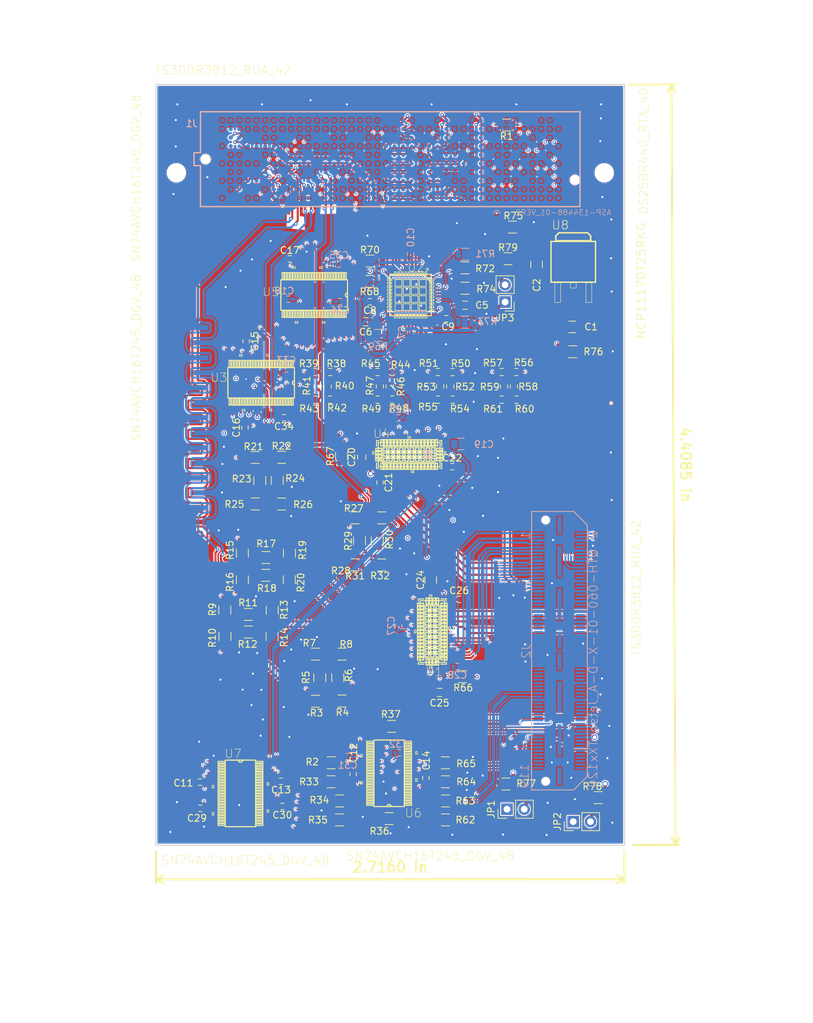
<source format=kicad_pcb>
(kicad_pcb (version 4) (host pcbnew 4.0.6)
  (layers (0 F.Cu signal) (1 In1.Cu signal) (2 In2.Cu signal) (3 In3.Cu signal) (4 In4.Cu signal) (31 B.Cu signal) (34 B.Paste user) (35 F.Paste user) (36 B.SilkS user) (37 F.SilkS user) (38 B.Mask user) (39 F.Mask user) (44 Edge.Cuts user))
  (net 0 "")
  (net 1 Earth)
  (net 2 /LVDS_to_DPHY/SLVS_HS_CLK_P)
  (net 3 /LVDS_to_DPHY/SLVS_HS_CLK_N)
  (net 4 /LVDS_to_DPHY/SLVS_HS_D0_P)
  (net 5 /LVDS_to_DPHY/SLVS_HS_D0_N)
  (net 6 /LVDS_to_DPHY/SLVS_HS_D1_P)
  (net 7 /LVDS_to_DPHY/SLVS_HS_D1_N)
  (net 8 /LVDS_to_DPHY/SLVS_HS_D2_P)
  (net 9 /LVDS_to_DPHY/SLVS_HS_D2_N)
  (net 10 /LVDS_to_DPHY/SLVS_HS_D3_P)
  (net 11 /LVDS_to_DPHY/SLVS_HS_D3_N)
  (net 12 VOLT_2P5)
  (net 13 /LVDS_to_DPHY/TDI)
  (net 14 /LVDS_to_DPHY/TDO)
  (net 15 /LVDS_to_DPHY/LA14_P)
  (net 16 /LVDS_to_DPHY/LA14_N)
  (net 17 /LVDS_to_DPHY/LA27_P)
  (net 18 /LVDS_to_DPHY/LA27_N)
  (net 19 /LVDS_to_DPHY/LA23_P)
  (net 20 /LVDS_to_DPHY/LA23_N)
  (net 21 /LVDS_to_DPHY/LP_D3_N)
  (net 22 /LVDS_to_DPHY/LP_D3_P)
  (net 23 /LVDS_to_DPHY/LP_D2_N)
  (net 24 /LVDS_to_DPHY/LP_D2_P)
  (net 25 /LVDS_to_DPHY/LP_D1_N)
  (net 26 /LVDS_to_DPHY/LP_D1_P)
  (net 27 /LVDS_to_DPHY/LP_D0_N)
  (net 28 /LVDS_to_DPHY/LP_D0_P)
  (net 29 /LVDS_to_DPHY/LP_CLK_N)
  (net 30 /LVDS_to_DPHY/LP_CLK_P)
  (net 31 DP0_C2M_P)
  (net 32 DP0_C2M_N)
  (net 33 /CML_to_DPHY/LVDS_2_SLVS_0603_CLK/LVDS_IN_P)
  (net 34 /CML_to_DPHY/LVDS_2_SLVS_0603_CLK/LVDS_IN_N)
  (net 35 /CML_to_DPHY/LVDS_2_SLVS_0603_D0/LVDS_IN_P)
  (net 36 /CML_to_DPHY/LVDS_2_SLVS_0603_D0/LVDS_IN_N)
  (net 37 /CML_to_DPHY/LVDS_2_SLVS_0603_D1/LVDS_IN_P)
  (net 38 /CML_to_DPHY/LVDS_2_SLVS_0603_D1/LVDS_IN_N)
  (net 39 /CML_to_DPHY/LVDS_2_SLVS_0603_D2/LVDS_IN_P)
  (net 40 /CML_to_DPHY/LVDS_2_SLVS_0603_D2/LVDS_IN_N)
  (net 41 /CML_to_DPHY/SLVS2_CLK_P)
  (net 42 /CML_to_DPHY/SLVS2_CLK_N)
  (net 43 /CML_to_DPHY/SLVS2_D0_P)
  (net 44 /CML_to_DPHY/SLVS2_D0_N)
  (net 45 /CML_to_DPHY/SLVS2_D1_P)
  (net 46 /CML_to_DPHY/SLVS2_D1_N)
  (net 47 /CML_to_DPHY/SLVS2_D2_P)
  (net 48 /CML_to_DPHY/SLVS2_D2_N)
  (net 49 /CML_to_DPHY/LP2_D2_N)
  (net 50 /CML_to_DPHY/LP2_D2_P)
  (net 51 /CML_to_DPHY/LP2_D1_N)
  (net 52 /CML_to_DPHY/LP2_D1_P)
  (net 53 /CML_to_DPHY/LP2_D0_N)
  (net 54 /CML_to_DPHY/LP2_D0_P)
  (net 55 /CML_to_DPHY/LP2_CLK_N)
  (net 56 /CML_to_DPHY/LP2_CLK_P)
  (net 57 MUXED1_D0_P)
  (net 58 MUXED1_D2_P)
  (net 59 MUXED1_D0_N)
  (net 60 MUXED1_D2_N)
  (net 61 MUXED1_CLK_P)
  (net 62 MUXED1_CLK_N)
  (net 63 MUXED1_D1_P)
  (net 64 MUXED1_D3_P)
  (net 65 MUXED1_D1_N)
  (net 66 MUXED1_D3_N)
  (net 67 MUXED2_CLK_N)
  (net 68 MUXED2_CLK_P)
  (net 69 MUXED2_D0_N)
  (net 70 MUXED2_D0_P)
  (net 71 MUXED2_D1_N)
  (net 72 MUXED2_D1_P)
  (net 73 MUXED2_D2_N)
  (net 74 MUXED2_D2_P)
  (net 75 DP1_C2M_P)
  (net 76 DP1_C2M_N)
  (net 77 DP2_C2M_P)
  (net 78 DP2_C2M_N)
  (net 79 DP3_C2M_P)
  (net 80 DP3_C2M_N)
  (net 81 FMC_VADJ)
  (net 82 FMC_LP2_CLK_P)
  (net 83 FMC_LP2_CLK_N)
  (net 84 FMC_LP2_D0_P)
  (net 85 FMC_LP2_D0_N)
  (net 86 FMC_LP2_D1_P)
  (net 87 FMC_LP2_D1_N)
  (net 88 FMC_LP2_D2_P)
  (net 89 FMC_LP2_D2_N)
  (net 90 /I2C_CAM_CLK)
  (net 91 /I2C_CAM_DAT)
  (net 92 /I2C_GP0_CLK_1V8)
  (net 93 /I2C_GP0_DAT_1V8)
  (net 94 /FMC_I2C_GP0_DAT_1V8_R)
  (net 95 /FMC_I2C_GP0_CLK_1V8_R)
  (net 96 /FMC_I2C_CAM_DAT_R)
  (net 97 /FMC_I2C_CAM_CLK_R)
  (net 98 "Net-(R36-Pad2)")
  (net 99 "Net-(R37-Pad2)")
  (net 100 /I2C_CAM_CLK_R)
  (net 101 /I2C_CAM_DAT_R)
  (net 102 /I2C_GP0_CLK_1V8_R)
  (net 103 /I2C_GP0_DAT_1V8_R)
  (net 104 /CAM_VSYNC)
  (net 105 /CAM0_MCLK)
  (net 106 /CAM0_PWR)
  (net 107 /CAM2_MCLK)
  (net 108 /CAM0_RST)
  (net 109 /CAM2_PWRD)
  (net 110 /CAM_FLASH_EN)
  (net 111 /CAM2_RST)
  (net 112 DVDD_CAM_IO_1V2)
  (net 113 DVDD_CAM_IO_1V8)
  (net 114 FMC_I2C_CAM_CLK)
  (net 115 FMC_I2C_CAM_DAT)
  (net 116 FMC_I2C_GP0_CLK_1V8)
  (net 117 FMC_I2C_GP0_DAT_1V8)
  (net 118 FMC_CAM0_MCLK)
  (net 119 FMC_CAM0_PWR)
  (net 120 FMC_CAM0_RST)
  (net 121 FMC_CAM_FLASH_EN)
  (net 122 FMC_CAM_VSYNC)
  (net 123 FMC_CAM2_MCLK)
  (net 124 FMC_CAM2_PWRD)
  (net 125 FMC_CAM2_RST)
  (net 126 FMC_TR_1DIR)
  (net 127 "Net-(R66-Pad2)")
  (net 128 "Net-(R67-Pad2)")
  (net 129 FMC_Switch2_SEL1)
  (net 130 FMC_Switch2_SEL2)
  (net 131 FMC_Switch1_SEL1)
  (net 132 FMC_Switch1_SEL2)
  (net 133 "Net-(R68-Pad2)")
  (net 134 /CML_to_DPHY/DS25_PE0)
  (net 135 "Net-(R70-Pad2)")
  (net 136 /CML_to_DPHY/DS25_EQ0)
  (net 137 "Net-(R72-Pad1)")
  (net 138 "Net-(R73-Pad1)")
  (net 139 "Net-(R74-Pad1)")
  (net 140 Switch1_SEL1)
  (net 141 Switch1_SEL2)
  (net 142 Switch2_SEL1)
  (net 143 Switch2_SEL2)
  (net 144 FMC_VOLT_3P3)
  (net 145 /LVDS_to_DPHY/FMC_VOLT_3P3_R)
  (net 146 FMC_VOLT_12P0)
  (net 147 /LVDS_to_DPHY/FMC_VOLT_12P0_R)
  (net 148 /JETSON_1V2)
  (net 149 /JETSON_1V8)
  (net 150 /VOLT_2P5_R)
  (net 151 LA00_CC_P)
  (net 152 LA00_CC_N)
  (net 153 FMC_LA02_P)
  (net 154 FMC_LA02_N)
  (net 155 FMC_LA03_P)
  (net 156 FMC_LA03_N)
  (net 157 FMC_LA04_P)
  (net 158 FMC_LA04_N)
  (net 159 FMC_LA08_P)
  (net 160 FMC_LA08_N)
  (net 161 "Net-(JP1-Pad2)")
  (net 162 "Net-(JP2-Pad2)")
  (net 163 "Net-(JP3-Pad2)")
  (net 164 FMC_LP_D2_P)
  (net 165 FMC_LP_D2_N)
  (net 166 FMC_LP_CLK_P)
  (net 167 FMC_LP_CLK_N)
  (module via_03mm (layer F.Cu) (at 157.48 83.185)
    (fp_text reference REF** hide)
    (fp_text value via_03mm hide)
    (pad 1 thru_hole circle (at 0 0) (size 0.6 0.6) (drill 0.3) (layers *.Cu *.Mask) (net 1 Earth))
  )
  (module via_03mm (layer F.Cu) (at 157.607 59.4868)
    (fp_text reference REF** hide)
    (fp_text value via_03mm hide)
    (pad 1 thru_hole circle (at 0 0) (size 0.6 0.6) (drill 0.3) (layers *.Cu *.Mask) (net 1 Earth))
  )
  (module via_03mm (layer F.Cu) (at 102.9462 56.4134)
    (fp_text reference REF** hide)
    (fp_text value via_03mm hide)
    (pad 1 thru_hole circle (at 0 0) (size 0.6 0.6) (drill 0.3) (layers *.Cu *.Mask) (net 1 Earth))
  )
  (module via_03mm (layer F.Cu) (at 157.5308 75.9206)
    (fp_text reference REF** hide)
    (fp_text value via_03mm hide)
    (pad 1 thru_hole circle (at 0 0) (size 0.6 0.6) (drill 0.3) (layers *.Cu *.SilkS *.Mask) (net 1 Earth))
  )
  (module vias:via_03mm (layer F.Cu) (at 129.5654 61.5696)
    (fp_text reference REF** hide)
    (fp_text value via_03mm hide)
    (pad 1 thru_hole circle (at 0 0) (size 0.6 0.6) (drill 0.3) (layers *.Cu *.Mask) (net 1 Earth))
  )
  (module vias:via_03mm (layer F.Cu) (at 126.3396 60.96)
    (fp_text reference REF** hide)
    (fp_text value via_03mm hide)
    (pad 1 thru_hole circle (at 0 0) (size 0.6 0.6) (drill 0.3) (layers *.Cu *.Mask) (net 1 Earth))
  )
  (module vias:via_03mm (layer F.Cu) (at 128.8288 58.42)
    (fp_text reference REF** hide)
    (fp_text value via_03mm hide)
    (pad 1 thru_hole circle (at 0 0) (size 0.6 0.6) (drill 0.3) (layers *.Cu *.Mask) (net 1 Earth))
  )
  (module vias:via_03mm (layer F.Cu) (at 127.4572 59.1058)
    (fp_text reference REF** hide)
    (fp_text value via_03mm hide)
    (pad 1 thru_hole circle (at 0 0) (size 0.6 0.6) (drill 0.3) (layers *.Cu *.Mask) (net 1 Earth))
  )
  (module vias:via_03mm (layer F.Cu) (at 156.2354 45.5676)
    (fp_text reference REF** hide)
    (fp_text value via_03mm hide)
    (pad 1 thru_hole circle (at 0 0) (size 0.6 0.6) (drill 0.3) (layers *.Cu *.Mask) (net 1 Earth))
  )
  (module vias:via_03mm (layer F.Cu) (at 109.3216 120.6754)
    (fp_text reference REF** hide)
    (fp_text value via_03mm hide)
    (pad 1 thru_hole circle (at 0 0) (size 0.6 0.6) (drill 0.3) (layers *.Cu *.Mask) (net 1 Earth))
  )
  (module vias:via_03mm (layer F.Cu) (at 123.1392 115.0874)
    (fp_text reference REF** hide)
    (fp_text value via_03mm hide)
    (pad 1 thru_hole circle (at 0 0) (size 0.6 0.6) (drill 0.3) (layers *.Cu *.Mask) (net 1 Earth))
  )
  (module vias:via_03mm (layer F.Cu) (at 119.6848 115.0112)
    (fp_text reference REF** hide)
    (fp_text value via_03mm hide)
    (pad 1 thru_hole circle (at 0 0) (size 0.6 0.6) (drill 0.3) (layers *.Cu *.Mask) (net 1 Earth))
  )
  (module vias:via_03mm (layer F.Cu) (at 113.2586 31.3182)
    (fp_text reference REF** hide)
    (fp_text value via_03mm hide)
    (pad 1 thru_hole circle (at 0 0) (size 0.6 0.6) (drill 0.3) (layers *.Cu *.Mask) (net 1 Earth))
  )
  (module vias:via_03mm (layer F.Cu) (at 133.4262 102.1334)
    (fp_text reference REF** hide)
    (fp_text value via_03mm hide)
    (pad 1 thru_hole circle (at 0 0) (size 0.6 0.6) (drill 0.3) (layers *.Cu *.Mask) (net 1 Earth))
  )
  (module vias:via_03mm (layer F.Cu) (at 127.381 101.1174)
    (fp_text reference REF** hide)
    (fp_text value via_03mm hide)
    (pad 1 thru_hole circle (at 0 0) (size 0.6 0.6) (drill 0.3) (layers *.Cu *.Mask) (net 1 Earth))
  )
  (module vias:via_03mm (layer F.Cu) (at 128.524 98.044)
    (fp_text reference REF** hide)
    (fp_text value via_03mm hide)
    (pad 1 thru_hole circle (at 0 0) (size 0.6 0.6) (drill 0.3) (layers *.Cu *.Mask) (net 1 Earth))
  )
  (module vias:via_03mm (layer F.Cu) (at 126.4412 97.3328)
    (fp_text reference REF** hide)
    (fp_text value via_03mm hide)
    (pad 1 thru_hole circle (at 0 0) (size 0.6 0.6) (drill 0.3) (layers *.Cu *.Mask) (net 1 Earth))
  )
  (module vias:via_03mm (layer F.Cu) (at 135.8392 94.869)
    (fp_text reference REF** hide)
    (fp_text value via_03mm hide)
    (pad 1 thru_hole circle (at 0 0) (size 0.6 0.6) (drill 0.3) (layers *.Cu *.Mask) (net 1 Earth))
  )
  (module vias:via_03mm (layer F.Cu) (at 120.1166 80.391)
    (fp_text reference REF** hide)
    (fp_text value via_03mm hide)
    (pad 1 thru_hole circle (at 0 0) (size 0.6 0.6) (drill 0.3) (layers *.Cu *.Mask) (net 1 Earth))
  )
  (module vias:via_03mm (layer F.Cu) (at 117.729 90.3732)
    (fp_text reference REF** hide)
    (fp_text value via_03mm hide)
    (pad 1 thru_hole circle (at 0 0) (size 0.6 0.6) (drill 0.3) (layers *.Cu *.Mask) (net 1 Earth))
  )
  (module vias:via_03mm (layer F.Cu) (at 132.2324 88.0872)
    (fp_text reference REF** hide)
    (fp_text value via_03mm hide)
    (pad 1 thru_hole circle (at 0 0) (size 0.6 0.6) (drill 0.3) (layers *.Cu *.Mask) (net 1 Earth))
  )
  (module vias:via_03mm (layer F.Cu) (at 133.7056 91.6686)
    (fp_text reference REF** hide)
    (fp_text value via_03mm hide)
    (pad 1 thru_hole circle (at 0 0) (size 0.6 0.6) (drill 0.3) (layers *.Cu *.Mask) (net 1 Earth))
  )
  (module vias:via_03mm (layer F.Cu) (at 137.8966 83.7184)
    (fp_text reference REF** hide)
    (fp_text value via_03mm hide)
    (pad 1 thru_hole circle (at 0 0) (size 0.6 0.6) (drill 0.3) (layers *.Cu *.Mask) (net 1 Earth))
  )
  (module vias:via_03mm (layer F.Cu) (at 137.0838 88.392)
    (fp_text reference REF** hide)
    (fp_text value via_03mm hide)
    (pad 1 thru_hole circle (at 0 0) (size 0.6 0.6) (drill 0.3) (layers *.Cu *.Mask) (net 1 Earth))
  )
  (module vias:via_03mm (layer F.Cu) (at 140.8684 89.027)
    (fp_text reference REF** hide)
    (fp_text value via_03mm hide)
    (pad 1 thru_hole circle (at 0 0) (size 0.6 0.6) (drill 0.3) (layers *.Cu *.Mask) (net 1 Earth))
  )
  (module vias:via_03mm (layer F.Cu) (at 140.8684 83.9724)
    (fp_text reference REF** hide)
    (fp_text value via_03mm hide)
    (pad 1 thru_hole circle (at 0 0) (size 0.6 0.6) (drill 0.3) (layers *.Cu *.Mask) (net 1 Earth))
  )
  (module vias:via_03mm (layer F.Cu) (at 141.6558 81.1276)
    (fp_text reference REF** hide)
    (fp_text value via_03mm hide)
    (pad 1 thru_hole circle (at 0 0) (size 0.6 0.6) (drill 0.3) (layers *.Cu *.Mask) (net 1 Earth))
  )
  (module vias:via_03mm (layer F.Cu) (at 98.0694 42.6466)
    (fp_text reference REF** hide)
    (fp_text value via_03mm hide)
    (pad 1 thru_hole circle (at 0 0) (size 0.6 0.6) (drill 0.3) (layers *.Cu *.Mask) (net 1 Earth))
  )
  (module vias:via_03mm (layer F.Cu) (at 93.091 45.1358)
    (fp_text reference REF** hide)
    (fp_text value via_03mm hide)
    (pad 1 thru_hole circle (at 0 0) (size 0.6 0.6) (drill 0.3) (layers *.Cu *.Mask) (net 1 Earth))
  )
  (module vias:via_03mm (layer F.Cu) (at 121.6406 51.2572)
    (fp_text reference REF** hide)
    (fp_text value via_03mm hide)
    (pad 1 thru_hole circle (at 0 0) (size 0.6 0.6) (drill 0.3) (layers *.Cu *.Mask) (net 1 Earth))
  )
  (module vias:via_03mm (layer F.Cu) (at 130.7084 54.3052)
    (fp_text reference REF** hide)
    (fp_text value via_03mm hide)
    (pad 1 thru_hole circle (at 0 0) (size 0.6 0.6) (drill 0.3) (layers *.Cu *.Mask) (net 1 Earth))
  )
  (module vias:via_03mm (layer F.Cu) (at 134.0358 57.5818)
    (fp_text reference REF** hide)
    (fp_text value via_03mm hide)
    (pad 1 thru_hole circle (at 0 0) (size 0.6 0.6) (drill 0.3) (layers *.Cu *.Mask) (net 1 Earth))
  )
  (module vias:via_03mm (layer F.Cu) (at 138.811 58.2168)
    (fp_text reference REF** hide)
    (fp_text value via_03mm hide)
    (pad 1 thru_hole circle (at 0 0) (size 0.6 0.6) (drill 0.3) (layers *.Cu *.Mask) (net 1 Earth))
  )
  (module vias:via_03mm (layer F.Cu) (at 139.1666 62.7634)
    (fp_text reference REF** hide)
    (fp_text value via_03mm hide)
    (pad 1 thru_hole circle (at 0 0) (size 0.6 0.6) (drill 0.3) (layers *.Cu *.Mask) (net 1 Earth))
  )
  (module vias:via_03mm (layer F.Cu) (at 133.1976 67.2592)
    (fp_text reference REF** hide)
    (fp_text value via_03mm hide)
    (pad 1 thru_hole circle (at 0 0) (size 0.6 0.6) (drill 0.3) (layers *.Cu *.Mask) (net 1 Earth))
  )
  (module vias:via_03mm (layer F.Cu) (at 137.7696 67.9704)
    (fp_text reference REF** hide)
    (fp_text value via_03mm hide)
    (pad 1 thru_hole circle (at 0 0) (size 0.6 0.6) (drill 0.3) (layers *.Cu *.Mask) (net 1 Earth))
  )
  (module vias:via_03mm (layer F.Cu) (at 130.2258 73.4822)
    (fp_text reference REF** hide)
    (fp_text value via_03mm hide)
    (pad 1 thru_hole circle (at 0 0) (size 0.6 0.6) (drill 0.3) (layers *.Cu *.Mask) (net 1 Earth))
  )
  (module vias:via_03mm (layer F.Cu) (at 128.6002 71.0438)
    (fp_text reference REF** hide)
    (fp_text value via_03mm hide)
    (pad 1 thru_hole circle (at 0 0) (size 0.6 0.6) (drill 0.3) (layers *.Cu *.Mask) (net 1 Earth))
  )
  (module vias:via_03mm (layer F.Cu) (at 137.287 75.7174)
    (fp_text reference REF** hide)
    (fp_text value via_03mm hide)
    (pad 1 thru_hole circle (at 0 0) (size 0.6 0.6) (drill 0.3) (layers *.Cu *.Mask) (net 1 Earth))
  )
  (module vias:via_03mm (layer F.Cu) (at 137.4902 71.501)
    (fp_text reference REF** hide)
    (fp_text value via_03mm hide)
    (pad 1 thru_hole circle (at 0 0) (size 0.6 0.6) (drill 0.3) (layers *.Cu *.Mask) (net 1 Earth))
  )
  (module vias:via_03mm (layer F.Cu) (at 157.607 90.17)
    (fp_text reference REF** hide)
    (fp_text value via_03mm hide)
    (pad 1 thru_hole circle (at 0 0) (size 0.6 0.6) (drill 0.3) (layers *.Cu *.Mask) (net 1 Earth))
  )
  (module vias:via_03mm (layer F.Cu) (at 157.7594 68.3006)
    (fp_text reference REF** hide)
    (fp_text value via_03mm hide)
    (pad 1 thru_hole circle (at 0 0) (size 0.6 0.6) (drill 0.3) (layers *.Cu *.Mask) (net 1 Earth))
  )
  (module vias:via_03mm (layer F.Cu) (at 157.5054 54.5846)
    (fp_text reference REF** hide)
    (fp_text value via_03mm hide)
    (pad 1 thru_hole circle (at 0 0) (size 0.6 0.6) (drill 0.3) (layers *.Cu *.Mask) (net 1 Earth))
  )
  (module vias:via_03mm (layer F.Cu) (at 157.5562 48.8696)
    (fp_text reference REF** hide)
    (fp_text value via_03mm hide)
    (pad 1 thru_hole circle (at 0 0) (size 0.6 0.6) (drill 0.3) (layers *.Cu *.Mask) (net 1 Earth))
  )
  (module vias:via_03mm (layer F.Cu) (at 151.6634 131.0894)
    (fp_text reference REF** hide)
    (fp_text value via_03mm hide)
    (pad 1 thru_hole circle (at 0 0) (size 0.6 0.6) (drill 0.3) (layers *.Cu *.Mask) (net 1 Earth))
  )
  (module vias:via_03mm (layer F.Cu) (at 148.7932 128.8288)
    (fp_text reference REF** hide)
    (fp_text value via_03mm hide)
    (pad 1 thru_hole circle (at 0 0) (size 0.6 0.6) (drill 0.3) (layers *.Cu *.Mask) (net 1 Earth))
  )
  (module vias:via_03mm (layer F.Cu) (at 151.13 128.8288)
    (fp_text reference REF** hide)
    (fp_text value via_03mm hide)
    (pad 1 thru_hole circle (at 0 0) (size 0.6 0.6) (drill 0.3) (layers *.Cu *.Mask) (net 1 Earth))
  )
  (module vias:via_03mm (layer F.Cu) (at 148.6408 126.5428)
    (fp_text reference REF** hide)
    (fp_text value via_03mm hide)
    (pad 1 thru_hole circle (at 0 0) (size 0.6 0.6) (drill 0.3) (layers *.Cu *.Mask) (net 1 Earth))
  )
  (module vias:via_03mm (layer F.Cu) (at 151.257 124.841)
    (fp_text reference REF** hide)
    (fp_text value via_03mm hide)
    (pad 1 thru_hole circle (at 0 0) (size 0.6 0.6) (drill 0.3) (layers *.Cu *.Mask) (net 1 Earth))
  )
  (module vias:via_03mm (layer F.Cu) (at 157.2768 123.444)
    (fp_text reference REF** hide)
    (fp_text value via_03mm hide)
    (pad 1 thru_hole circle (at 0 0) (size 0.6 0.6) (drill 0.3) (layers *.Cu *.Mask) (net 1 Earth))
  )
  (module vias:via_03mm (layer F.Cu) (at 156.1846 116.459)
    (fp_text reference REF** hide)
    (fp_text value via_03mm hide)
    (pad 1 thru_hole circle (at 0 0) (size 0.6 0.6) (drill 0.3) (layers *.Cu *.Mask) (net 1 Earth))
  )
  (module vias:via_03mm (layer F.Cu) (at 153.3906 111.3282)
    (fp_text reference REF** hide)
    (fp_text value via_03mm hide)
    (pad 1 thru_hole circle (at 0 0) (size 0.6 0.6) (drill 0.3) (layers *.Cu *.Mask) (net 1 Earth))
  )
  (module vias:via_03mm (layer F.Cu) (at 148.971 96.0628)
    (fp_text reference REF** hide)
    (fp_text value via_03mm hide)
    (pad 1 thru_hole circle (at 0 0) (size 0.6 0.6) (drill 0.3) (layers *.Cu *.Mask) (net 1 Earth))
  )
  (module vias:via_03mm (layer F.Cu) (at 154.8384 96.9264)
    (fp_text reference REF** hide)
    (fp_text value via_03mm hide)
    (pad 1 thru_hole circle (at 0 0) (size 0.6 0.6) (drill 0.3) (layers *.Cu *.Mask) (net 1 Earth))
  )
  (module vias:via_03mm (layer F.Cu) (at 148.8186 102.4382)
    (fp_text reference REF** hide)
    (fp_text value via_03mm hide)
    (pad 1 thru_hole circle (at 0 0) (size 0.6 0.6) (drill 0.3) (layers *.Cu *.Mask) (net 1 Earth))
  )
  (module vias:via_03mm (layer F.Cu) (at 144.8054 104.5718)
    (fp_text reference REF** hide)
    (fp_text value via_03mm hide)
    (pad 1 thru_hole circle (at 0 0) (size 0.6 0.6) (drill 0.3) (layers *.Cu *.Mask) (net 1 Earth))
  )
  (module vias:via_03mm (layer F.Cu) (at 143.129 104.2162)
    (fp_text reference REF** hide)
    (fp_text value via_03mm hide)
    (pad 1 thru_hole circle (at 0 0) (size 0.6 0.6) (drill 0.3) (layers *.Cu *.Mask) (net 1 Earth))
  )
  (module vias:via_03mm (layer F.Cu) (at 141.0462 104.5972)
    (fp_text reference REF** hide)
    (fp_text value via_03mm hide)
    (pad 1 thru_hole circle (at 0 0) (size 0.6 0.6) (drill 0.3) (layers *.Cu *.Mask) (net 1 Earth))
  )
  (module vias:via_03mm (layer F.Cu) (at 144.907 113.9698)
    (fp_text reference REF** hide)
    (fp_text value via_03mm hide)
    (pad 1 thru_hole circle (at 0 0) (size 0.6 0.6) (drill 0.3) (layers *.Cu *.Mask) (net 1 Earth))
  )
  (module vias:via_03mm (layer F.Cu) (at 144.8562 111.4298)
    (fp_text reference REF** hide)
    (fp_text value via_03mm hide)
    (pad 1 thru_hole circle (at 0 0) (size 0.6 0.6) (drill 0.3) (layers *.Cu *.Mask) (net 1 Earth))
  )
  (module vias:via_03mm (layer F.Cu) (at 148.1582 113.0046)
    (fp_text reference REF** hide)
    (fp_text value via_03mm hide)
    (pad 1 thru_hole circle (at 0 0) (size 0.6 0.6) (drill 0.3) (layers *.Cu *.Mask) (net 1 Earth))
  )
  (module vias:via_03mm (layer F.Cu) (at 155.956 118.8212)
    (fp_text reference REF** hide)
    (fp_text value via_03mm hide)
    (pad 1 thru_hole circle (at 0 0) (size 0.6 0.6) (drill 0.3) (layers *.Cu *.Mask) (net 1 Earth))
  )
  (module vias:via_03mm (layer F.Cu) (at 157.7086 137.6934)
    (fp_text reference REF** hide)
    (fp_text value via_03mm hide)
    (pad 1 thru_hole circle (at 0 0) (size 0.6 0.6) (drill 0.3) (layers *.Cu *.Mask) (net 1 Earth))
  )
  (module vias:via_03mm (layer F.Cu) (at 156.972 128.1938)
    (fp_text reference REF** hide)
    (fp_text value via_03mm hide)
    (pad 1 thru_hole circle (at 0 0) (size 0.6 0.6) (drill 0.3) (layers *.Cu *.Mask) (net 1 Earth))
  )
  (module vias:via_03mm (layer F.Cu) (at 134.1374 139.4714)
    (fp_text reference REF** hide)
    (fp_text value via_03mm hide)
    (pad 1 thru_hole circle (at 0 0) (size 0.6 0.6) (drill 0.3) (layers *.Cu *.Mask) (net 1 Earth))
  )
  (module vias:via_03mm (layer F.Cu) (at 141.605 139.446)
    (fp_text reference REF** hide)
    (fp_text value via_03mm hide)
    (pad 1 thru_hole circle (at 0 0) (size 0.6 0.6) (drill 0.3) (layers *.Cu *.Mask) (net 1 Earth))
  )
  (module vias:via_03mm (layer F.Cu) (at 148.0312 139.4968)
    (fp_text reference REF** hide)
    (fp_text value via_03mm hide)
    (pad 1 thru_hole circle (at 0 0) (size 0.6 0.6) (drill 0.3) (layers *.Cu *.Mask) (net 1 Earth))
  )
  (module vias:via_03mm (layer F.Cu) (at 152.1968 134.239)
    (fp_text reference REF** hide)
    (fp_text value via_03mm hide)
    (pad 1 thru_hole circle (at 0 0) (size 0.6 0.6) (drill 0.3) (layers *.Cu *.Mask) (net 1 Earth))
  )
  (module vias:via_03mm (layer F.Cu) (at 148.1836 134.7724)
    (fp_text reference REF** hide)
    (fp_text value via_03mm hide)
    (pad 1 thru_hole circle (at 0 0) (size 0.6 0.6) (drill 0.3) (layers *.Cu *.Mask) (net 1 Earth))
  )
  (module vias:via_03mm (layer F.Cu) (at 136.271 132.8674)
    (fp_text reference REF** hide)
    (fp_text value via_03mm hide)
    (pad 1 thru_hole circle (at 0 0) (size 0.6 0.6) (drill 0.3) (layers *.Cu *.Mask) (net 1 Earth))
  )
  (module vias:via_03mm (layer F.Cu) (at 138.6078 130.7592)
    (fp_text reference REF** hide)
    (fp_text value via_03mm hide)
    (pad 1 thru_hole circle (at 0 0) (size 0.6 0.6) (drill 0.3) (layers *.Cu *.Mask) (net 1 Earth))
  )
  (module vias:via_03mm (layer F.Cu) (at 127.7112 138.3538)
    (fp_text reference REF** hide)
    (fp_text value via_03mm hide)
    (pad 1 thru_hole circle (at 0 0) (size 0.6 0.6) (drill 0.3) (layers *.Cu *.Mask) (net 1 Earth))
  )
  (module vias:via_03mm (layer F.Cu) (at 125.0442 139.2682)
    (fp_text reference REF** hide)
    (fp_text value via_03mm hide)
    (pad 1 thru_hole circle (at 0 0) (size 0.6 0.6) (drill 0.3) (layers *.Cu *.Mask) (net 1 Earth))
  )
  (module vias:via_03mm (layer F.Cu) (at 124.0028 131.6482)
    (fp_text reference REF** hide)
    (fp_text value via_03mm hide)
    (pad 1 thru_hole circle (at 0 0) (size 0.6 0.6) (drill 0.3) (layers *.Cu *.Mask) (net 1 Earth))
  )
  (module vias:via_03mm (layer F.Cu) (at 124.3838 133.4008)
    (fp_text reference REF** hide)
    (fp_text value via_03mm hide)
    (pad 1 thru_hole circle (at 0 0) (size 0.6 0.6) (drill 0.3) (layers *.Cu *.Mask) (net 1 Earth))
  )
  (module vias:via_03mm (layer F.Cu) (at 114.8842 135.89)
    (fp_text reference REF** hide)
    (fp_text value via_03mm hide)
    (pad 1 thru_hole circle (at 0 0) (size 0.6 0.6) (drill 0.3) (layers *.Cu *.Mask) (net 1 Earth))
  )
  (module vias:via_03mm (layer F.Cu) (at 120.9548 136.8298)
    (fp_text reference REF** hide)
    (fp_text value via_03mm hide)
    (pad 1 thru_hole circle (at 0 0) (size 0.6 0.6) (drill 0.3) (layers *.Cu *.Mask) (net 1 Earth))
  )
  (module vias:via_03mm (layer F.Cu) (at 92.6084 139.065)
    (fp_text reference REF** hide)
    (fp_text value via_03mm hide)
    (pad 1 thru_hole circle (at 0 0) (size 0.6 0.6) (drill 0.3) (layers *.Cu *.Mask) (net 1 Earth))
  )
  (module vias:via_03mm (layer F.Cu) (at 93.5736 134.6708)
    (fp_text reference REF** hide)
    (fp_text value via_03mm hide)
    (pad 1 thru_hole circle (at 0 0) (size 0.6 0.6) (drill 0.3) (layers *.Cu *.Mask) (net 1 Earth))
  )
  (module vias:via_03mm (layer F.Cu) (at 97.5614 138.2776)
    (fp_text reference REF** hide)
    (fp_text value via_03mm hide)
    (pad 1 thru_hole circle (at 0 0) (size 0.6 0.6) (drill 0.3) (layers *.Cu *.Mask) (net 1 Earth))
  )
  (module vias:via_03mm (layer F.Cu) (at 102.7684 135.1026)
    (fp_text reference REF** hide)
    (fp_text value via_03mm hide)
    (pad 1 thru_hole circle (at 0 0) (size 0.6 0.6) (drill 0.3) (layers *.Cu *.Mask) (net 1 Earth))
  )
  (module vias:via_03mm (layer F.Cu) (at 99.0092 127.8382)
    (fp_text reference REF** hide)
    (fp_text value via_03mm hide)
    (pad 1 thru_hole circle (at 0 0) (size 0.6 0.6) (drill 0.3) (layers *.Cu *.Mask) (net 1 Earth))
  )
  (module vias:via_03mm (layer F.Cu) (at 96.8756 125.7808)
    (fp_text reference REF** hide)
    (fp_text value via_03mm hide)
    (pad 1 thru_hole circle (at 0 0) (size 0.6 0.6) (drill 0.3) (layers *.Cu *.Mask) (net 1 Earth))
  )
  (module vias:via_03mm (layer F.Cu) (at 105.918 124.8918)
    (fp_text reference REF** hide)
    (fp_text value via_03mm hide)
    (pad 1 thru_hole circle (at 0 0) (size 0.6 0.6) (drill 0.3) (layers *.Cu *.Mask) (net 1 Earth))
  )
  (module vias:via_03mm (layer F.Cu) (at 110.1598 125.0696)
    (fp_text reference REF** hide)
    (fp_text value via_03mm hide)
    (pad 1 thru_hole circle (at 0 0) (size 0.6 0.6) (drill 0.3) (layers *.Cu *.Mask) (net 1 Earth))
  )
  (module vias:via_03mm (layer F.Cu) (at 106.2482 122.5042)
    (fp_text reference REF** hide)
    (fp_text value via_03mm hide)
    (pad 1 thru_hole circle (at 0 0) (size 0.6 0.6) (drill 0.3) (layers *.Cu *.Mask) (net 1 Earth))
  )
  (module vias:via_03mm (layer F.Cu) (at 104.5718 120.3706)
    (fp_text reference REF** hide)
    (fp_text value via_03mm hide)
    (pad 1 thru_hole circle (at 0 0) (size 0.6 0.6) (drill 0.3) (layers *.Cu *.Mask) (net 1 Earth))
  )
  (module vias:via_03mm (layer F.Cu) (at 106.0196 118.1354)
    (fp_text reference REF** hide)
    (fp_text value via_03mm hide)
    (pad 1 thru_hole circle (at 0 0) (size 0.6 0.6) (drill 0.3) (layers *.Cu *.Mask) (net 1 Earth))
  )
  (module vias:via_03mm (layer F.Cu) (at 103.251 118.11)
    (fp_text reference REF** hide)
    (fp_text value via_03mm hide)
    (pad 1 thru_hole circle (at 0 0) (size 0.6 0.6) (drill 0.3) (layers *.Cu *.Mask) (net 1 Earth))
  )
  (module vias:via_03mm (layer F.Cu) (at 99.9998 116.6368)
    (fp_text reference REF** hide)
    (fp_text value via_03mm hide)
    (pad 1 thru_hole circle (at 0 0) (size 0.6 0.6) (drill 0.3) (layers *.Cu *.Mask) (net 1 Earth))
  )
  (module vias:via_03mm (layer F.Cu) (at 104.775 115.7478)
    (fp_text reference REF** hide)
    (fp_text value via_03mm hide)
    (pad 1 thru_hole circle (at 0 0) (size 0.6 0.6) (drill 0.3) (layers *.Cu *.Mask) (net 1 Earth))
  )
  (module vias:via_03mm (layer F.Cu) (at 102.743 112.6236)
    (fp_text reference REF** hide)
    (fp_text value via_03mm hide)
    (pad 1 thru_hole circle (at 0 0) (size 0.6 0.6) (drill 0.3) (layers *.Cu *.Mask) (net 1 Earth))
  )
  (module vias:via_03mm (layer F.Cu) (at 105.41 112.7252)
    (fp_text reference REF** hide)
    (fp_text value via_03mm hide)
    (pad 1 thru_hole circle (at 0 0) (size 0.6 0.6) (drill 0.3) (layers *.Cu *.Mask) (net 1 Earth))
  )
  (module vias:via_03mm (layer F.Cu) (at 112.9538 121.793)
    (fp_text reference REF** hide)
    (fp_text value via_03mm hide)
    (pad 1 thru_hole circle (at 0 0) (size 0.6 0.6) (drill 0.3) (layers *.Cu *.Mask) (net 1 Earth))
  )
  (module vias:via_03mm (layer F.Cu) (at 109.3978 113.8936)
    (fp_text reference REF** hide)
    (fp_text value via_03mm hide)
    (pad 1 thru_hole circle (at 0 0) (size 0.6 0.6) (drill 0.3) (layers *.Cu *.Mask) (net 1 Earth))
  )
  (module vias:via_03mm (layer F.Cu) (at 110.4138 112.1918)
    (fp_text reference REF** hide)
    (fp_text value via_03mm hide)
    (pad 1 thru_hole circle (at 0 0) (size 0.6 0.6) (drill 0.3) (layers *.Cu *.Mask) (net 1 Earth))
  )
  (module vias:via_03mm (layer F.Cu) (at 111.8616 110.744)
    (fp_text reference REF** hide)
    (fp_text value via_03mm hide)
    (pad 1 thru_hole circle (at 0 0) (size 0.6 0.6) (drill 0.3) (layers *.Cu *.Mask) (net 1 Earth))
  )
  (module vias:via_03mm (layer F.Cu) (at 114.1984 110.363)
    (fp_text reference REF** hide)
    (fp_text value via_03mm hide)
    (pad 1 thru_hole circle (at 0 0) (size 0.6 0.6) (drill 0.3) (layers *.Cu *.Mask) (net 1 Earth))
  )
  (module vias:via_03mm (layer F.Cu) (at 110.9218 105.0798)
    (fp_text reference REF** hide)
    (fp_text value via_03mm hide)
    (pad 1 thru_hole circle (at 0 0) (size 0.6 0.6) (drill 0.3) (layers *.Cu *.Mask) (net 1 Earth))
  )
  (module vias:via_03mm (layer F.Cu) (at 105.2322 104.3686)
    (fp_text reference REF** hide)
    (fp_text value via_03mm hide)
    (pad 1 thru_hole circle (at 0 0) (size 0.6 0.6) (drill 0.3) (layers *.Cu *.Mask) (net 1 Earth))
  )
  (module vias:via_03mm (layer F.Cu) (at 102.616 94.5642)
    (fp_text reference REF** hide)
    (fp_text value via_03mm hide)
    (pad 1 thru_hole circle (at 0 0) (size 0.6 0.6) (drill 0.3) (layers *.Cu *.Mask) (net 1 Earth))
  )
  (module vias:via_03mm (layer F.Cu) (at 99.7458 94.6404)
    (fp_text reference REF** hide)
    (fp_text value via_03mm hide)
    (pad 1 thru_hole circle (at 0 0) (size 0.6 0.6) (drill 0.3) (layers *.Cu *.Mask) (net 1 Earth))
  )
  (module vias:via_03mm (layer F.Cu) (at 100.2284 89.0778)
    (fp_text reference REF** hide)
    (fp_text value via_03mm hide)
    (pad 1 thru_hole circle (at 0 0) (size 0.6 0.6) (drill 0.3) (layers *.Cu *.Mask) (net 1 Earth))
  )
  (module vias:via_03mm (layer F.Cu) (at 100.2792 84.8868)
    (fp_text reference REF** hide)
    (fp_text value via_03mm hide)
    (pad 1 thru_hole circle (at 0 0) (size 0.6 0.6) (drill 0.3) (layers *.Cu *.Mask) (net 1 Earth))
  )
  (module vias:via_03mm (layer F.Cu) (at 100.5078 82.3468)
    (fp_text reference REF** hide)
    (fp_text value via_03mm hide)
    (pad 1 thru_hole circle (at 0 0) (size 0.6 0.6) (drill 0.3) (layers *.Cu *.Mask) (net 1 Earth))
  )
  (module vias:via_03mm (layer F.Cu) (at 110.4138 92.5576)
    (fp_text reference REF** hide)
    (fp_text value via_03mm hide)
    (pad 1 thru_hole circle (at 0 0) (size 0.6 0.6) (drill 0.3) (layers *.Cu *.Mask) (net 1 Earth))
  )
  (module vias:via_03mm (layer F.Cu) (at 110.5154 88.2396)
    (fp_text reference REF** hide)
    (fp_text value via_03mm hide)
    (pad 1 thru_hole circle (at 0 0) (size 0.6 0.6) (drill 0.3) (layers *.Cu *.Mask) (net 1 Earth))
  )
  (module vias:via_03mm (layer F.Cu) (at 100.7618 58.8264)
    (fp_text reference REF** hide)
    (fp_text value via_03mm hide)
    (pad 1 thru_hole circle (at 0 0) (size 0.6 0.6) (drill 0.3) (layers *.Cu *.Mask) (net 1 Earth))
  )
  (module vias:via_03mm (layer F.Cu) (at 112.6744 53.6194)
    (fp_text reference REF** hide)
    (fp_text value via_03mm hide)
    (pad 1 thru_hole circle (at 0 0) (size 0.6 0.6) (drill 0.3) (layers *.Cu *.Mask) (net 1 Earth))
  )
  (module vias:via_03mm (layer F.Cu) (at 104.648 54.7624)
    (fp_text reference REF** hide)
    (fp_text value via_03mm hide)
    (pad 1 thru_hole circle (at 0 0) (size 0.6 0.6) (drill 0.3) (layers *.Cu *.Mask) (net 1 Earth))
  )
  (module vias:via_03mm (layer F.Cu) (at 107.3912 52.0446)
    (fp_text reference REF** hide)
    (fp_text value via_03mm hide)
    (pad 1 thru_hole circle (at 0 0) (size 0.6 0.6) (drill 0.3) (layers *.Cu *.Mask) (net 1 Earth))
  )
  (module vias:via_03mm (layer F.Cu) (at 134.7978 49.4284)
    (fp_text reference REF** hide)
    (fp_text value via_03mm hide)
    (pad 1 thru_hole circle (at 0 0) (size 0.6 0.6) (drill 0.3) (layers *.Cu *.Mask) (net 1 Earth))
  )
  (module vias:via_03mm (layer F.Cu) (at 138.9634 51.0286)
    (fp_text reference REF** hide)
    (fp_text value via_03mm hide)
    (pad 1 thru_hole circle (at 0 0) (size 0.6 0.6) (drill 0.3) (layers *.Cu *.Mask) (net 1 Earth))
  )
  (module vias:via_03mm (layer F.Cu) (at 146.1262 49.276)
    (fp_text reference REF** hide)
    (fp_text value via_03mm hide)
    (pad 1 thru_hole circle (at 0 0) (size 0.6 0.6) (drill 0.3) (layers *.Cu *.Mask) (net 1 Earth))
  )
  (module vias:via_03mm (layer F.Cu) (at 93.4212 38.1254)
    (fp_text reference REF** hide)
    (fp_text value via_03mm hide)
    (pad 1 thru_hole circle (at 0 0) (size 0.6 0.6) (drill 0.3) (layers *.Cu *.Mask) (net 1 Earth))
  )
  (module vias:via_03mm (layer F.Cu) (at 93.4212 34.2392)
    (fp_text reference REF** hide)
    (fp_text value via_03mm hide)
    (pad 1 thru_hole circle (at 0 0) (size 0.6 0.6) (drill 0.3) (layers *.Cu *.Mask) (net 1 Earth))
  )
  (module vias:via_03mm (layer F.Cu) (at 93.6498 31.9278)
    (fp_text reference REF** hide)
    (fp_text value via_03mm hide)
    (pad 1 thru_hole circle (at 0 0) (size 0.6 0.6) (drill 0.3) (layers *.Cu *.Mask) (net 1 Earth))
  )
  (module vias:via_03mm (layer F.Cu) (at 106.13136 31.9278)
    (fp_text reference REF** hide)
    (fp_text value via_03mm hide)
    (pad 1 thru_hole circle (at 0 0) (size 0.6 0.6) (drill 0.3) (layers *.Cu *.Mask) (net 1 Earth))
  )
  (module vias:via_03mm (layer F.Cu) (at 118.61292 31.9278)
    (fp_text reference REF** hide)
    (fp_text value via_03mm hide)
    (pad 1 thru_hole circle (at 0 0) (size 0.6 0.6) (drill 0.3) (layers *.Cu *.Mask) (net 1 Earth))
  )
  (module vias:via_03mm (layer F.Cu) (at 131.09448 31.9278)
    (fp_text reference REF** hide)
    (fp_text value via_03mm hide)
    (pad 1 thru_hole circle (at 0 0) (size 0.6 0.6) (drill 0.3) (layers *.Cu *.Mask) (net 1 Earth))
  )
  (module vias:via_03mm (layer F.Cu) (at 143.57604 31.9278)
    (fp_text reference REF** hide)
    (fp_text value via_03mm hide)
    (pad 1 thru_hole circle (at 0 0) (size 0.6 0.6) (drill 0.3) (layers *.Cu *.Mask) (net 1 Earth))
  )
  (module vias:via_03mm (layer F.Cu) (at 155.9306 37.338)
    (fp_text reference REF** hide)
    (fp_text value via_03mm hide)
    (pad 1 thru_hole circle (at 0 0) (size 0.6 0.6) (drill 0.3) (layers *.Cu *.Mask) (net 1 Earth))
  )
  (module vias:via_03mm (layer F.Cu) (at 156.0068 33.9852)
    (fp_text reference REF** hide)
    (fp_text value via_03mm hide)
    (pad 1 thru_hole circle (at 0 0) (size 0.6 0.6) (drill 0.3) (layers *.Cu *.Mask) (net 1 Earth))
  )
  (module vias:via_03mm (layer F.Cu) (at 156.0576 31.9278)
    (fp_text reference REF** hide)
    (fp_text value via_03mm hide)
    (pad 1 thru_hole circle (at 0 0) (size 0.6 0.6) (drill 0.3) (layers *.Cu *.Mask) (net 1 Earth))
  )
  (module vias:via_03mm (layer F.Cu) (at 137.16 128.016)
    (fp_text reference REF** hide)
    (fp_text value via_03mm hide)
    (pad 1 thru_hole circle (at 0 0) (size 0.6 0.6) (drill 0.3) (layers *.Cu *.Mask) (net 1 Earth))
  )
  (module vias:via_03mm (layer F.Cu) (at 136.3472 130.3274)
    (fp_text reference REF** hide)
    (fp_text value via_03mm hide)
    (pad 1 thru_hole circle (at 0 0) (size 0.6 0.6) (drill 0.3) (layers *.Cu *.Mask) (net 1 Earth))
  )
  (module vias:via_03mm (layer F.Cu) (at 138.6586 92.5068)
    (fp_text reference REF** hide)
    (fp_text value via_03mm hide)
    (pad 1 thru_hole circle (at 0 0) (size 0.6 0.6) (drill 0.3) (layers *.Cu *.Mask) (net 1 Earth))
  )
  (module hdmi3dmix:QTH-060-01-X-D-A-QTH-060-01-X-D-A (layer B.Cu) (at 149.91364 112.37586 270)
    (fp_text reference J2 (at 0.0635 4.89966 270) (layer B.SilkS) (effects (font (size 1.27 1.27) (thickness 0.1016)) (justify mirror)))
    (fp_text value QTH-060-01-X-D-A_JetsonTXx (at 0.6985 -4.98348 270) (layer B.SilkS) (effects (font (size 1.27 1.27) (thickness 0.1016)) (justify mirror)))
    (fp_text user 1 (at -16.93418 4.9784 270) (layer B.SilkS) (effects (font (size 1.27 1.27) (thickness 0.1016)) (justify mirror)))
    (fp_text user 2 (at -17.03832 -4.91998 270) (layer B.SilkS) (effects (font (size 1.27 1.27) (thickness 0.1016)) (justify mirror)))
    (fp_text user 120 (at 18.36928 -4.91998 270) (layer B.SilkS) (effects (font (size 1.27 1.27) (thickness 0.1016)) (justify mirror)))
    (fp_text user 119 (at 18.47342 5.17906 270) (layer B.SilkS) (effects (font (size 1.27 1.27) (thickness 0.1016)) (justify mirror)))
    (pad 1 smd rect (at -17.24914 3.08864 270) (size 0.29972 1.4478) (layers B.Cu B.Paste B.Mask) (net 57 MUXED1_D0_P))
    (pad 2 smd rect (at -17.24914 -3.08864 270) (size 0.29972 1.4478) (layers B.Cu B.Paste B.Mask) (net 58 MUXED1_D2_P))
    (pad 3 smd rect (at -16.74876 3.08864 270) (size 0.29972 1.4478) (layers B.Cu B.Paste B.Mask) (net 59 MUXED1_D0_N))
    (pad 4 smd rect (at -16.74876 -3.08864 270) (size 0.29972 1.4478) (layers B.Cu B.Paste B.Mask) (net 60 MUXED1_D2_N))
    (pad 5 smd rect (at -16.24838 3.08864 270) (size 0.29972 1.4478) (layers B.Cu B.Paste B.Mask) (net 1 Earth))
    (pad 6 smd rect (at -16.24838 -3.08864 270) (size 0.29972 1.4478) (layers B.Cu B.Paste B.Mask) (net 1 Earth))
    (pad 7 smd rect (at -15.748 3.08864 270) (size 0.29972 1.4478) (layers B.Cu B.Paste B.Mask) (net 61 MUXED1_CLK_P))
    (pad 8 smd rect (at -15.748 -3.08864 270) (size 0.29972 1.4478) (layers B.Cu B.Paste B.Mask))
    (pad 9 smd rect (at -15.24762 3.08864 270) (size 0.29972 1.4478) (layers B.Cu B.Paste B.Mask) (net 62 MUXED1_CLK_N))
    (pad 10 smd rect (at -15.24762 -3.08864 270) (size 0.29972 1.4478) (layers B.Cu B.Paste B.Mask))
    (pad 11 smd rect (at -14.74978 3.08864 270) (size 0.29972 1.4478) (layers B.Cu B.Paste B.Mask) (net 1 Earth))
    (pad 12 smd rect (at -14.74978 -3.08864 270) (size 0.29972 1.4478) (layers B.Cu B.Paste B.Mask) (net 1 Earth))
    (pad 13 smd rect (at -14.2494 3.08864 270) (size 0.29972 1.4478) (layers B.Cu B.Paste B.Mask) (net 63 MUXED1_D1_P))
    (pad 14 smd rect (at -14.2494 -3.08864 270) (size 0.29972 1.4478) (layers B.Cu B.Paste B.Mask) (net 64 MUXED1_D3_P))
    (pad 15 smd rect (at -13.74902 3.08864 270) (size 0.29972 1.4478) (layers B.Cu B.Paste B.Mask) (net 65 MUXED1_D1_N))
    (pad 16 smd rect (at -13.74902 -3.08864 270) (size 0.29972 1.4478) (layers B.Cu B.Paste B.Mask) (net 66 MUXED1_D3_N))
    (pad 17 smd rect (at -13.24864 3.08864 270) (size 0.29972 1.4478) (layers B.Cu B.Paste B.Mask) (net 1 Earth))
    (pad 18 smd rect (at -13.24864 -3.08864 270) (size 0.29972 1.4478) (layers B.Cu B.Paste B.Mask) (net 1 Earth))
    (pad 19 smd rect (at -12.74826 3.08864 270) (size 0.29972 1.4478) (layers B.Cu B.Paste B.Mask) (net 70 MUXED2_D0_P))
    (pad 20 smd rect (at -12.74826 -3.08864 270) (size 0.29972 1.4478) (layers B.Cu B.Paste B.Mask) (net 74 MUXED2_D2_P))
    (pad 21 smd rect (at -12.24788 3.08864 270) (size 0.29972 1.4478) (layers B.Cu B.Paste B.Mask) (net 69 MUXED2_D0_N))
    (pad 22 smd rect (at -12.24788 -3.08864 270) (size 0.29972 1.4478) (layers B.Cu B.Paste B.Mask) (net 73 MUXED2_D2_N))
    (pad 23 smd rect (at -11.7475 3.08864 270) (size 0.29972 1.4478) (layers B.Cu B.Paste B.Mask) (net 1 Earth))
    (pad 24 smd rect (at -11.7475 -3.08864 270) (size 0.29972 1.4478) (layers B.Cu B.Paste B.Mask) (net 1 Earth))
    (pad 25 smd rect (at -11.24966 3.08864 270) (size 0.29972 1.4478) (layers B.Cu B.Paste B.Mask) (net 68 MUXED2_CLK_P))
    (pad 26 smd rect (at -11.24966 -3.08864 270) (size 0.29972 1.4478) (layers B.Cu B.Paste B.Mask))
    (pad 27 smd rect (at -10.74928 3.08864 270) (size 0.29972 1.4478) (layers B.Cu B.Paste B.Mask) (net 67 MUXED2_CLK_N))
    (pad 28 smd rect (at -10.74928 -3.08864 270) (size 0.29972 1.4478) (layers B.Cu B.Paste B.Mask))
    (pad 29 smd rect (at -10.2489 3.08864 270) (size 0.29972 1.4478) (layers B.Cu B.Paste B.Mask) (net 1 Earth))
    (pad 30 smd rect (at -10.2489 -3.08864 270) (size 0.29972 1.4478) (layers B.Cu B.Paste B.Mask) (net 1 Earth))
    (pad 31 smd rect (at -9.74852 3.08864 270) (size 0.29972 1.4478) (layers B.Cu B.Paste B.Mask) (net 72 MUXED2_D1_P))
    (pad 32 smd rect (at -9.74852 -3.08864 270) (size 0.29972 1.4478) (layers B.Cu B.Paste B.Mask))
    (pad 33 smd rect (at -9.24814 3.08864 270) (size 0.29972 1.4478) (layers B.Cu B.Paste B.Mask) (net 71 MUXED2_D1_N))
    (pad 34 smd rect (at -9.24814 -3.08864 270) (size 0.29972 1.4478) (layers B.Cu B.Paste B.Mask))
    (pad 35 smd rect (at -8.74776 3.08864 270) (size 0.29972 1.4478) (layers B.Cu B.Paste B.Mask) (net 1 Earth))
    (pad 36 smd rect (at -8.74776 -3.08864 270) (size 0.29972 1.4478) (layers B.Cu B.Paste B.Mask) (net 1 Earth))
    (pad 37 smd rect (at -8.24992 3.08864 270) (size 0.29972 1.4478) (layers B.Cu B.Paste B.Mask))
    (pad 38 smd rect (at -8.24992 -3.08864 270) (size 0.29972 1.4478) (layers B.Cu B.Paste B.Mask))
    (pad 39 smd rect (at -7.74954 3.08864 270) (size 0.29972 1.4478) (layers B.Cu B.Paste B.Mask))
    (pad 40 smd rect (at -7.74954 -3.08864 270) (size 0.29972 1.4478) (layers B.Cu B.Paste B.Mask))
    (pad 41 smd rect (at -7.24916 3.08864 270) (size 0.29972 1.4478) (layers B.Cu B.Paste B.Mask) (net 1 Earth))
    (pad 42 smd rect (at -7.24916 -3.08864 270) (size 0.29972 1.4478) (layers B.Cu B.Paste B.Mask) (net 1 Earth))
    (pad 43 smd rect (at -6.74878 3.08864 270) (size 0.29972 1.4478) (layers B.Cu B.Paste B.Mask))
    (pad 44 smd rect (at -6.74878 -3.08864 270) (size 0.29972 1.4478) (layers B.Cu B.Paste B.Mask))
    (pad 45 smd rect (at -6.2484 3.08864 270) (size 0.29972 1.4478) (layers B.Cu B.Paste B.Mask))
    (pad 46 smd rect (at -6.2484 -3.08864 270) (size 0.29972 1.4478) (layers B.Cu B.Paste B.Mask))
    (pad 47 smd rect (at -5.74802 3.08864 270) (size 0.29972 1.4478) (layers B.Cu B.Paste B.Mask) (net 1 Earth))
    (pad 48 smd rect (at -5.74802 -3.08864 270) (size 0.29972 1.4478) (layers B.Cu B.Paste B.Mask) (net 1 Earth))
    (pad 49 smd rect (at -5.24764 3.08864 270) (size 0.29972 1.4478) (layers B.Cu B.Paste B.Mask))
    (pad 50 smd rect (at -5.24764 -3.08864 270) (size 0.29972 1.4478) (layers B.Cu B.Paste B.Mask))
    (pad 51 smd rect (at -4.7498 3.08864 270) (size 0.29972 1.4478) (layers B.Cu B.Paste B.Mask))
    (pad 52 smd rect (at -4.7498 -3.08864 270) (size 0.29972 1.4478) (layers B.Cu B.Paste B.Mask))
    (pad 53 smd rect (at -4.24942 3.08864 270) (size 0.29972 1.4478) (layers B.Cu B.Paste B.Mask) (net 1 Earth))
    (pad 54 smd rect (at -4.24942 -3.08864 270) (size 0.29972 1.4478) (layers B.Cu B.Paste B.Mask) (net 1 Earth))
    (pad 55 smd rect (at -3.74904 3.08864 270) (size 0.29972 1.4478) (layers B.Cu B.Paste B.Mask))
    (pad 56 smd rect (at -3.74904 -3.08864 270) (size 0.29972 1.4478) (layers B.Cu B.Paste B.Mask))
    (pad 57 smd rect (at -3.24866 3.08864 270) (size 0.29972 1.4478) (layers B.Cu B.Paste B.Mask))
    (pad 58 smd rect (at -3.24866 -3.08864 270) (size 0.29972 1.4478) (layers B.Cu B.Paste B.Mask))
    (pad 59 smd rect (at -2.74828 3.08864 270) (size 0.29972 1.4478) (layers B.Cu B.Paste B.Mask))
    (pad 60 smd rect (at -2.74828 -3.08864 270) (size 0.29972 1.4478) (layers B.Cu B.Paste B.Mask))
    (pad 61 smd rect (at 2.74828 3.08864 270) (size 0.29972 1.4478) (layers B.Cu B.Paste B.Mask))
    (pad 62 smd rect (at 2.74828 -3.08864 270) (size 0.29972 1.4478) (layers B.Cu B.Paste B.Mask))
    (pad 63 smd rect (at 3.24866 3.08864 270) (size 0.29972 1.4478) (layers B.Cu B.Paste B.Mask))
    (pad 64 smd rect (at 3.24866 -3.08864 270) (size 0.29972 1.4478) (layers B.Cu B.Paste B.Mask))
    (pad 65 smd rect (at 3.74904 3.08864 270) (size 0.29972 1.4478) (layers B.Cu B.Paste B.Mask))
    (pad 66 smd rect (at 3.74904 -3.08864 270) (size 0.29972 1.4478) (layers B.Cu B.Paste B.Mask))
    (pad 67 smd rect (at 4.24942 3.08864 270) (size 0.29972 1.4478) (layers B.Cu B.Paste B.Mask))
    (pad 68 smd rect (at 4.24942 -3.08864 270) (size 0.29972 1.4478) (layers B.Cu B.Paste B.Mask))
    (pad 69 smd rect (at 4.7498 3.08864 270) (size 0.29972 1.4478) (layers B.Cu B.Paste B.Mask))
    (pad 70 smd rect (at 4.7498 -3.08864 270) (size 0.29972 1.4478) (layers B.Cu B.Paste B.Mask) (net 1 Earth))
    (pad 71 smd rect (at 5.24764 3.08864 270) (size 0.29972 1.4478) (layers B.Cu B.Paste B.Mask))
    (pad 72 smd rect (at 5.24764 -3.08864 270) (size 0.29972 1.4478) (layers B.Cu B.Paste B.Mask))
    (pad 73 smd rect (at 5.74802 3.08864 270) (size 0.29972 1.4478) (layers B.Cu B.Paste B.Mask))
    (pad 74 smd rect (at 5.74802 -3.08864 270) (size 0.29972 1.4478) (layers B.Cu B.Paste B.Mask))
    (pad 75 smd rect (at 6.2484 3.08864 270) (size 0.29972 1.4478) (layers B.Cu B.Paste B.Mask) (net 90 /I2C_CAM_CLK))
    (pad 76 smd rect (at 6.2484 -3.08864 270) (size 0.29972 1.4478) (layers B.Cu B.Paste B.Mask))
    (pad 77 smd rect (at 6.74878 3.08864 270) (size 0.29972 1.4478) (layers B.Cu B.Paste B.Mask) (net 91 /I2C_CAM_DAT))
    (pad 78 smd rect (at 6.74878 -3.08864 270) (size 0.29972 1.4478) (layers B.Cu B.Paste B.Mask))
    (pad 79 smd rect (at 7.24916 3.08864 270) (size 0.29972 1.4478) (layers B.Cu B.Paste B.Mask) (net 1 Earth))
    (pad 80 smd rect (at 7.24916 -3.08864 270) (size 0.29972 1.4478) (layers B.Cu B.Paste B.Mask) (net 1 Earth))
    (pad 81 smd rect (at 7.74954 3.08864 270) (size 0.29972 1.4478) (layers B.Cu B.Paste B.Mask))
    (pad 82 smd rect (at 7.74954 -3.08864 270) (size 0.29972 1.4478) (layers B.Cu B.Paste B.Mask))
    (pad 83 smd rect (at 8.24992 3.08864 270) (size 0.29972 1.4478) (layers B.Cu B.Paste B.Mask))
    (pad 84 smd rect (at 8.24992 -3.08864 270) (size 0.29972 1.4478) (layers B.Cu B.Paste B.Mask))
    (pad 85 smd rect (at 8.74776 3.08864 270) (size 0.29972 1.4478) (layers B.Cu B.Paste B.Mask))
    (pad 86 smd rect (at 8.74776 -3.08864 270) (size 0.29972 1.4478) (layers B.Cu B.Paste B.Mask) (net 104 /CAM_VSYNC))
    (pad 87 smd rect (at 9.24814 3.08864 270) (size 0.29972 1.4478) (layers B.Cu B.Paste B.Mask))
    (pad 88 smd rect (at 9.24814 -3.08864 270) (size 0.29972 1.4478) (layers B.Cu B.Paste B.Mask))
    (pad 89 smd rect (at 9.74852 3.08864 270) (size 0.29972 1.4478) (layers B.Cu B.Paste B.Mask))
    (pad 90 smd rect (at 9.74852 -3.08864 270) (size 0.29972 1.4478) (layers B.Cu B.Paste B.Mask))
    (pad 91 smd rect (at 10.2489 3.08864 270) (size 0.29972 1.4478) (layers B.Cu B.Paste B.Mask) (net 105 /CAM0_MCLK))
    (pad 92 smd rect (at 10.2489 -3.08864 270) (size 0.29972 1.4478) (layers B.Cu B.Paste B.Mask))
    (pad 93 smd rect (at 10.74928 3.08864 270) (size 0.29972 1.4478) (layers B.Cu B.Paste B.Mask) (net 106 /CAM0_PWR))
    (pad 94 smd rect (at 10.74928 -3.08864 270) (size 0.29972 1.4478) (layers B.Cu B.Paste B.Mask) (net 107 /CAM2_MCLK))
    (pad 95 smd rect (at 11.24966 3.08864 270) (size 0.29972 1.4478) (layers B.Cu B.Paste B.Mask) (net 108 /CAM0_RST))
    (pad 96 smd rect (at 11.24966 -3.08864 270) (size 0.29972 1.4478) (layers B.Cu B.Paste B.Mask) (net 109 /CAM2_PWRD))
    (pad 97 smd rect (at 11.7475 3.08864 270) (size 0.29972 1.4478) (layers B.Cu B.Paste B.Mask) (net 110 /CAM_FLASH_EN))
    (pad 98 smd rect (at 11.7475 -3.08864 270) (size 0.29972 1.4478) (layers B.Cu B.Paste B.Mask) (net 111 /CAM2_RST))
    (pad 99 smd rect (at 12.24788 3.08864 270) (size 0.29972 1.4478) (layers B.Cu B.Paste B.Mask) (net 1 Earth))
    (pad 100 smd rect (at 12.24788 -3.08864 270) (size 0.29972 1.4478) (layers B.Cu B.Paste B.Mask) (net 1 Earth))
    (pad 101 smd rect (at 12.74826 3.08864 270) (size 0.29972 1.4478) (layers B.Cu B.Paste B.Mask) (net 148 /JETSON_1V2))
    (pad 102 smd rect (at 12.74826 -3.08864 270) (size 0.29972 1.4478) (layers B.Cu B.Paste B.Mask) (net 149 /JETSON_1V8))
    (pad 103 smd rect (at 13.24864 3.08864 270) (size 0.29972 1.4478) (layers B.Cu B.Paste B.Mask))
    (pad 104 smd rect (at 13.24864 -3.08864 270) (size 0.29972 1.4478) (layers B.Cu B.Paste B.Mask))
    (pad 105 smd rect (at 13.74902 3.08864 270) (size 0.29972 1.4478) (layers B.Cu B.Paste B.Mask) (net 92 /I2C_GP0_CLK_1V8))
    (pad 106 smd rect (at 13.74902 -3.08864 270) (size 0.29972 1.4478) (layers B.Cu B.Paste B.Mask))
    (pad 107 smd rect (at 14.2494 3.08864 270) (size 0.29972 1.4478) (layers B.Cu B.Paste B.Mask) (net 93 /I2C_GP0_DAT_1V8))
    (pad 108 smd rect (at 14.2494 -3.08864 270) (size 0.29972 1.4478) (layers B.Cu B.Paste B.Mask))
    (pad 109 smd rect (at 14.74978 3.08864 270) (size 0.29972 1.4478) (layers B.Cu B.Paste B.Mask))
    (pad 110 smd rect (at 14.74978 -3.08864 270) (size 0.29972 1.4478) (layers B.Cu B.Paste B.Mask))
    (pad 111 smd rect (at 15.24762 3.08864 270) (size 0.29972 1.4478) (layers B.Cu B.Paste B.Mask))
    (pad 112 smd rect (at 15.24762 -3.08864 270) (size 0.29972 1.4478) (layers B.Cu B.Paste B.Mask))
    (pad 113 smd rect (at 15.748 3.08864 270) (size 0.29972 1.4478) (layers B.Cu B.Paste B.Mask))
    (pad 114 smd rect (at 15.748 -3.08864 270) (size 0.29972 1.4478) (layers B.Cu B.Paste B.Mask))
    (pad 115 smd rect (at 16.24838 3.08864 270) (size 0.29972 1.4478) (layers B.Cu B.Paste B.Mask))
    (pad 116 smd rect (at 16.24838 -3.08864 270) (size 0.29972 1.4478) (layers B.Cu B.Paste B.Mask))
    (pad 117 smd rect (at 16.74876 3.08864 270) (size 0.29972 1.4478) (layers B.Cu B.Paste B.Mask))
    (pad 118 smd rect (at 16.74876 -3.08864 270) (size 0.29972 1.4478) (layers B.Cu B.Paste B.Mask))
    (pad 119 smd rect (at 17.24914 3.08864 270) (size 0.29972 1.4478) (layers B.Cu B.Paste B.Mask))
    (pad 120 smd rect (at 17.24914 -3.08864 270) (size 0.29972 1.4478) (layers B.Cu B.Paste B.Mask))
    (pad G1 smd rect (at -18.44294 0 270) (size 2.54 0.63754) (layers B.Cu B.Paste B.Mask))
    (pad G2 smd rect (at -13.17498 0 270) (size 4.699 0.63754) (layers B.Cu B.Paste B.Mask))
    (pad G3 smd rect (at -6.82498 0 270) (size 4.699 0.63754) (layers B.Cu B.Paste B.Mask))
    (pad G4 smd rect (at -1.55448 0 270) (size 2.54 0.63754) (layers B.Cu B.Paste B.Mask))
    (pad G5 smd rect (at 1.55448 0 270) (size 2.54 0.63754) (layers B.Cu B.Paste B.Mask))
    (pad G6 smd rect (at 6.82498 0 270) (size 4.699 0.63754) (layers B.Cu B.Paste B.Mask))
    (pad G7 smd rect (at 13.17498 0 270) (size 4.699 0.63754) (layers B.Cu B.Paste B.Mask))
    (pad G8 smd rect (at 18.44294 0 270) (size 2.54 0.63754) (layers B.Cu B.Paste B.Mask))
    (pad "" np_thru_hole circle (at -19.23796 2.02946 270) (size 1.01854 1.01854) (drill 1.01854) (layers *.Cu *.Mask))
    (pad "" np_thru_hole circle (at 19.23796 2.02946 270) (size 1.01854 1.01854) (drill 1.01854) (layers *.Cu *.Mask))
  )
  (module Resistors_SMD:R_0402 (layer F.Cu) (at 141.4018 75.4126 180)
    (fp_text reference R61 (at 1.27 -1.3716 180) (layer F.SilkS))
    (fp_text value 12)
    (pad 1 smd rect (at -0.45 0 180) (size 0.4 0.6) (layers F.Cu F.Paste F.Mask) (net 48 /CML_to_DPHY/SLVS2_D2_N))
    (pad 2 smd rect (at 0.45 0 180) (size 0.4 0.6) (layers F.Cu F.Paste F.Mask) (net 1 Earth))
  )
  (module Resistors_SMD:R_0402 (layer F.Cu) (at 143.2052 73.4568 90)
    (fp_text reference R58 (at -0.0508 2.1082 180) (layer F.SilkS))
    (fp_text value 47)
    (pad 1 smd rect (at -0.45 0 90) (size 0.4 0.6) (layers F.Cu F.Paste F.Mask) (net 47 /CML_to_DPHY/SLVS2_D2_P))
    (pad 2 smd rect (at 0.45 0 90) (size 0.4 0.6) (layers F.Cu F.Paste F.Mask) (net 39 /CML_to_DPHY/LVDS_2_SLVS_0603_D2/LVDS_IN_P))
  )
  (module Resistors_SMD:R_0402 (layer F.Cu) (at 141.4018 71.34088 180)
    (fp_text reference R57 (at 1.2954 1.33848 180) (layer F.SilkS))
    (fp_text value 220)
    (pad 1 smd rect (at -0.45 0 180) (size 0.4 0.6) (layers F.Cu F.Paste F.Mask) (net 40 /CML_to_DPHY/LVDS_2_SLVS_0603_D2/LVDS_IN_N))
    (pad 2 smd rect (at 0.45 0 180) (size 0.4 0.6) (layers F.Cu F.Paste F.Mask) (net 12 VOLT_2P5))
  )
  (module Resistors_SMD:R_0402 (layer F.Cu) (at 141.7574 73.4568 90)
    (fp_text reference R59 (at -0.0762 -2.1082 180) (layer F.SilkS))
    (fp_text value 47)
    (pad 1 smd rect (at -0.45 0 90) (size 0.4 0.6) (layers F.Cu F.Paste F.Mask) (net 48 /CML_to_DPHY/SLVS2_D2_N))
    (pad 2 smd rect (at 0.45 0 90) (size 0.4 0.6) (layers F.Cu F.Paste F.Mask) (net 40 /CML_to_DPHY/LVDS_2_SLVS_0603_D2/LVDS_IN_N))
  )
  (module Resistors_SMD:R_0402 (layer F.Cu) (at 143.5608 71.34088)
    (fp_text reference R56 (at 1.0922 -1.38928) (layer F.SilkS))
    (fp_text value 220)
    (pad 1 smd rect (at -0.45 0) (size 0.4 0.6) (layers F.Cu F.Paste F.Mask) (net 39 /CML_to_DPHY/LVDS_2_SLVS_0603_D2/LVDS_IN_P))
    (pad 2 smd rect (at 0.45 0) (size 0.4 0.6) (layers F.Cu F.Paste F.Mask) (net 12 VOLT_2P5))
  )
  (module Resistors_SMD:R_0402 (layer F.Cu) (at 143.5862 75.4126)
    (fp_text reference R60 (at 1.1938 1.3716) (layer F.SilkS))
    (fp_text value 12)
    (pad 1 smd rect (at -0.45 0) (size 0.4 0.6) (layers F.Cu F.Paste F.Mask) (net 47 /CML_to_DPHY/SLVS2_D2_P))
    (pad 2 smd rect (at 0.45 0) (size 0.4 0.6) (layers F.Cu F.Paste F.Mask) (net 1 Earth))
  )
  (module Resistors_SMD:R_0402 (layer F.Cu) (at 132.0292 75.4126 180)
    (fp_text reference R55 (at 1.4732 -1.0668 180) (layer F.SilkS))
    (fp_text value 12)
    (pad 1 smd rect (at -0.45 0 180) (size 0.4 0.6) (layers F.Cu F.Paste F.Mask) (net 46 /CML_to_DPHY/SLVS2_D1_N))
    (pad 2 smd rect (at 0.45 0 180) (size 0.4 0.6) (layers F.Cu F.Paste F.Mask) (net 1 Earth))
  )
  (module Resistors_SMD:R_0402 (layer F.Cu) (at 134.1882 75.4126)
    (fp_text reference R54 (at 1.0668 1.3462) (layer F.SilkS))
    (fp_text value 12)
    (pad 1 smd rect (at -0.45 0) (size 0.4 0.6) (layers F.Cu F.Paste F.Mask) (net 45 /CML_to_DPHY/SLVS2_D1_P))
    (pad 2 smd rect (at 0.45 0) (size 0.4 0.6) (layers F.Cu F.Paste F.Mask) (net 1 Earth))
  )
  (module Resistors_SMD:R_0402 (layer F.Cu) (at 133.8326 73.4568 90)
    (fp_text reference R52 (at -0.0508 2.1844 180) (layer F.SilkS))
    (fp_text value 47)
    (pad 1 smd rect (at -0.45 0 90) (size 0.4 0.6) (layers F.Cu F.Paste F.Mask) (net 45 /CML_to_DPHY/SLVS2_D1_P))
    (pad 2 smd rect (at 0.45 0 90) (size 0.4 0.6) (layers F.Cu F.Paste F.Mask) (net 37 /CML_to_DPHY/LVDS_2_SLVS_0603_D1/LVDS_IN_P))
  )
  (module Resistors_SMD:R_0402 (layer F.Cu) (at 132.0038 71.34088 180)
    (fp_text reference R51 (at 1.3462 1.28768 180) (layer F.SilkS))
    (fp_text value 220)
    (pad 1 smd rect (at -0.45 0 180) (size 0.4 0.6) (layers F.Cu F.Paste F.Mask) (net 38 /CML_to_DPHY/LVDS_2_SLVS_0603_D1/LVDS_IN_N))
    (pad 2 smd rect (at 0.45 0 180) (size 0.4 0.6) (layers F.Cu F.Paste F.Mask) (net 12 VOLT_2P5))
  )
  (module Resistors_SMD:R_0402 (layer F.Cu) (at 134.1882 71.3486)
    (fp_text reference R50 (at 1.1938 -1.27) (layer F.SilkS))
    (fp_text value 220)
    (pad 1 smd rect (at -0.45 0) (size 0.4 0.6) (layers F.Cu F.Paste F.Mask) (net 37 /CML_to_DPHY/LVDS_2_SLVS_0603_D1/LVDS_IN_P))
    (pad 2 smd rect (at 0.45 0) (size 0.4 0.6) (layers F.Cu F.Paste F.Mask) (net 12 VOLT_2P5))
  )
  (module Resistors_SMD:R_0402 (layer F.Cu) (at 132.3594 73.4568 90)
    (fp_text reference R53 (at -0.0762 -2.0574 180) (layer F.SilkS))
    (fp_text value 47)
    (pad 1 smd rect (at -0.45 0 90) (size 0.4 0.6) (layers F.Cu F.Paste F.Mask) (net 46 /CML_to_DPHY/SLVS2_D1_N))
    (pad 2 smd rect (at 0.45 0 90) (size 0.4 0.6) (layers F.Cu F.Paste F.Mask) (net 38 /CML_to_DPHY/LVDS_2_SLVS_0603_D1/LVDS_IN_N))
  )
  (module Resistors_SMD:R_0805 (layer F.Cu) (at 142.1384 34.9758 180)
    (fp_text reference R1 (at 0 -1.65 180) (layer F.SilkS))
    (fp_text value 0k)
    (pad 1 smd rect (at -0.95 0 180) (size 0.7 1.3) (layers F.Cu F.Paste F.Mask) (net 14 /LVDS_to_DPHY/TDO))
    (pad 2 smd rect (at 0.95 0 180) (size 0.7 1.3) (layers F.Cu F.Paste F.Mask) (net 13 /LVDS_to_DPHY/TDI))
  )
  (module Resistors_SMD:R_0805 (layer F.Cu) (at 113.985 119.8118 180)
    (fp_text reference R3 (at -0.1626 -1.723 180) (layer F.SilkS))
    (fp_text value 220)
    (pad 1 smd rect (at -0.95 0 180) (size 0.7 1.3) (layers F.Cu F.Paste F.Mask) (net 151 LA00_CC_P))
    (pad 2 smd rect (at 0.95 0 180) (size 0.7 1.3) (layers F.Cu F.Paste F.Mask) (net 12 VOLT_2P5))
  )
  (module Resistors_SMD:R_0805 (layer F.Cu) (at 117.917 119.7864)
    (fp_text reference R4 (at 0.0406 1.651) (layer F.SilkS))
    (fp_text value 220)
    (pad 1 smd rect (at -0.95 0) (size 0.7 1.3) (layers F.Cu F.Paste F.Mask) (net 152 LA00_CC_N))
    (pad 2 smd rect (at 0.95 0) (size 0.7 1.3) (layers F.Cu F.Paste F.Mask) (net 12 VOLT_2P5))
  )
  (module Resistors_SMD:R_0805 (layer F.Cu) (at 100.6348 106.3904 90)
    (fp_text reference R9 (at 0.0914 -1.8034 90) (layer F.SilkS))
    (fp_text value 220)
    (pad 1 smd rect (at -0.95 0 90) (size 0.7 1.3) (layers F.Cu F.Paste F.Mask) (net 153 FMC_LA02_P))
    (pad 2 smd rect (at 0.95 0 90) (size 0.7 1.3) (layers F.Cu F.Paste F.Mask) (net 12 VOLT_2P5))
  )
  (module Resistors_SMD:R_0805 (layer F.Cu) (at 100.6602 110.2716 270)
    (fp_text reference R10 (at 0.208 1.863 270) (layer F.SilkS))
    (fp_text value 220)
    (pad 1 smd rect (at -0.95 0 270) (size 0.7 1.3) (layers F.Cu F.Paste F.Mask) (net 154 FMC_LA02_N))
    (pad 2 smd rect (at 0.95 0 270) (size 0.7 1.3) (layers F.Cu F.Paste F.Mask) (net 12 VOLT_2P5))
  )
  (module Resistors_SMD:R_0805 (layer F.Cu) (at 103.2256 98.0084 90)
    (fp_text reference R15 (at 0.447 -1.8288 90) (layer F.SilkS))
    (fp_text value 220)
    (pad 1 smd rect (at -0.95 0 90) (size 0.7 1.3) (layers F.Cu F.Paste F.Mask) (net 155 FMC_LA03_P))
    (pad 2 smd rect (at 0.95 0 90) (size 0.7 1.3) (layers F.Cu F.Paste F.Mask) (net 12 VOLT_2P5))
  )
  (module Resistors_SMD:R_0805 (layer F.Cu) (at 103.2256 101.9404 270)
    (fp_text reference R16 (at 0.32 1.8288 270) (layer F.SilkS))
    (fp_text value 220)
    (pad 1 smd rect (at -0.95 0 270) (size 0.7 1.3) (layers F.Cu F.Paste F.Mask) (net 156 FMC_LA03_N))
    (pad 2 smd rect (at 0.95 0 270) (size 0.7 1.3) (layers F.Cu F.Paste F.Mask) (net 12 VOLT_2P5))
  )
  (module Resistors_SMD:R_0805 (layer F.Cu) (at 105.1204 83.9216 180)
    (fp_text reference R21 (at 0.25 1.6 180) (layer F.SilkS))
    (fp_text value 220)
    (pad 1 smd rect (at -0.95 0 180) (size 0.7 1.3) (layers F.Cu F.Paste F.Mask) (net 157 FMC_LA04_P))
    (pad 2 smd rect (at 0.95 0 180) (size 0.7 1.3) (layers F.Cu F.Paste F.Mask) (net 12 VOLT_2P5))
  )
  (module Resistors_SMD:R_0805 (layer F.Cu) (at 109.0016 83.8962)
    (fp_text reference R22 (at 0 -1.65) (layer F.SilkS))
    (fp_text value 220)
    (pad 1 smd rect (at -0.95 0) (size 0.7 1.3) (layers F.Cu F.Paste F.Mask) (net 158 FMC_LA04_N))
    (pad 2 smd rect (at 0.95 0) (size 0.7 1.3) (layers F.Cu F.Paste F.Mask) (net 12 VOLT_2P5))
  )
  (module Resistors_SMD:R_0805 (layer F.Cu) (at 119.827 92.8116 180)
    (fp_text reference R27 (at 0.2 1.4 180) (layer F.SilkS))
    (fp_text value 220)
    (pad 1 smd rect (at -0.95 0 180) (size 0.7 1.3) (layers F.Cu F.Paste F.Mask) (net 159 FMC_LA08_P))
    (pad 2 smd rect (at 0.95 0 180) (size 0.7 1.3) (layers F.Cu F.Paste F.Mask) (net 12 VOLT_2P5))
  )
  (module Resistors_SMD:R_0805 (layer F.Cu) (at 123.7336 92.8116)
    (fp_text reference R28 (at -6 7.8) (layer F.SilkS))
    (fp_text value 220)
    (pad 1 smd rect (at -0.95 0) (size 0.7 1.3) (layers F.Cu F.Paste F.Mask) (net 160 FMC_LA08_N))
    (pad 2 smd rect (at 0.95 0) (size 0.7 1.3) (layers F.Cu F.Paste F.Mask) (net 12 VOLT_2P5))
  )
  (module Resistors_SMD:R_0805 (layer F.Cu) (at 114.6302 116.3574 270)
    (fp_text reference R5 (at -0.0508 2.032 270) (layer F.SilkS))
    (fp_text value 47)
    (pad 1 smd rect (at -0.95 0 270) (size 0.7 1.3) (layers F.Cu F.Paste F.Mask) (net 2 /LVDS_to_DPHY/SLVS_HS_CLK_P))
    (pad 2 smd rect (at 0.95 0 270) (size 0.7 1.3) (layers F.Cu F.Paste F.Mask) (net 151 LA00_CC_P))
  )
  (module Resistors_SMD:R_0805 (layer F.Cu) (at 117.2718 116.3574 270)
    (fp_text reference R6 (at -0.3556 -1.6256 270) (layer F.SilkS))
    (fp_text value 47)
    (pad 1 smd rect (at -0.95 0 270) (size 0.7 1.3) (layers F.Cu F.Paste F.Mask) (net 3 /LVDS_to_DPHY/SLVS_HS_CLK_N))
    (pad 2 smd rect (at 0.95 0 270) (size 0.7 1.3) (layers F.Cu F.Paste F.Mask) (net 152 LA00_CC_N))
  )
  (module Resistors_SMD:R_0805 (layer F.Cu) (at 113.985 112.8776 180)
    (fp_text reference R7 (at 0.9042 1.6256 180) (layer F.SilkS))
    (fp_text value 12)
    (pad 1 smd rect (at -0.95 0 180) (size 0.7 1.3) (layers F.Cu F.Paste F.Mask) (net 2 /LVDS_to_DPHY/SLVS_HS_CLK_P))
    (pad 2 smd rect (at 0.95 0 180) (size 0.7 1.3) (layers F.Cu F.Paste F.Mask) (net 1 Earth))
  )
  (module Resistors_SMD:R_0805 (layer F.Cu) (at 117.9068 112.8776)
    (fp_text reference R8 (at 0.6096 -1.4478) (layer F.SilkS))
    (fp_text value 12)
    (pad 1 smd rect (at -0.95 0) (size 0.7 1.3) (layers F.Cu F.Paste F.Mask) (net 3 /LVDS_to_DPHY/SLVS_HS_CLK_N))
    (pad 2 smd rect (at 0.95 0) (size 0.7 1.3) (layers F.Cu F.Paste F.Mask) (net 1 Earth))
  )
  (module Resistors_SMD:R_0805 (layer F.Cu) (at 104.1044 107.0314 180)
    (fp_text reference R11 (at 0.033 1.718 180) (layer F.SilkS))
    (fp_text value 47)
    (pad 1 smd rect (at -0.95 0 180) (size 0.7 1.3) (layers F.Cu F.Paste F.Mask) (net 4 /LVDS_to_DPHY/SLVS_HS_D0_P))
    (pad 2 smd rect (at 0.95 0 180) (size 0.7 1.3) (layers F.Cu F.Paste F.Mask) (net 153 FMC_LA02_P))
  )
  (module Resistors_SMD:R_0805 (layer F.Cu) (at 104.1044 109.6264 180)
    (fp_text reference R12 (at 0.106 -1.79 180) (layer F.SilkS))
    (fp_text value 47)
    (pad 1 smd rect (at -0.95 0 180) (size 0.7 1.3) (layers F.Cu F.Paste F.Mask) (net 5 /LVDS_to_DPHY/SLVS_HS_D0_N))
    (pad 2 smd rect (at 0.95 0 180) (size 0.7 1.3) (layers F.Cu F.Paste F.Mask) (net 154 FMC_LA02_N))
  )
  (module Resistors_SMD:R_0805 (layer F.Cu) (at 107.6198 106.4158 90)
    (fp_text reference R13 (at 0.066 1.7526 90) (layer F.SilkS))
    (fp_text value 12)
    (pad 1 smd rect (at -0.95 0 90) (size 0.7 1.3) (layers F.Cu F.Paste F.Mask) (net 4 /LVDS_to_DPHY/SLVS_HS_D0_P))
    (pad 2 smd rect (at 0.95 0 90) (size 0.7 1.3) (layers F.Cu F.Paste F.Mask) (net 1 Earth))
  )
  (module Resistors_SMD:R_0805 (layer F.Cu) (at 107.5944 110.297 270)
    (fp_text reference R14 (at 0.1168 -1.778 270) (layer F.SilkS))
    (fp_text value 12)
    (pad 1 smd rect (at -0.95 0 270) (size 0.7 1.3) (layers F.Cu F.Paste F.Mask) (net 5 /LVDS_to_DPHY/SLVS_HS_D0_N))
    (pad 2 smd rect (at 0.95 0 270) (size 0.7 1.3) (layers F.Cu F.Paste F.Mask) (net 1 Earth))
  )
  (module Resistors_SMD:R_0805 (layer F.Cu) (at 106.6952 98.6536 180)
    (fp_text reference R17 (at -0.025 2.029 180) (layer F.SilkS))
    (fp_text value 47)
    (pad 1 smd rect (at -0.95 0 180) (size 0.7 1.3) (layers F.Cu F.Paste F.Mask) (net 6 /LVDS_to_DPHY/SLVS_HS_D1_P))
    (pad 2 smd rect (at 0.95 0 180) (size 0.7 1.3) (layers F.Cu F.Paste F.Mask) (net 155 FMC_LA03_P))
  )
  (module Resistors_SMD:R_0805 (layer F.Cu) (at 106.6698 101.2698 180)
    (fp_text reference R18 (at -0.1626 -1.914 180) (layer F.SilkS))
    (fp_text value 47)
    (pad 1 smd rect (at -0.95 0 180) (size 0.7 1.3) (layers F.Cu F.Paste F.Mask) (net 7 /LVDS_to_DPHY/SLVS_HS_D1_N))
    (pad 2 smd rect (at 0.95 0 180) (size 0.7 1.3) (layers F.Cu F.Paste F.Mask) (net 156 FMC_LA03_N))
  )
  (module Resistors_SMD:R_0805 (layer F.Cu) (at 110.1598 98.0084 90)
    (fp_text reference R19 (at 0.447 1.932 90) (layer F.SilkS))
    (fp_text value 12)
    (pad 1 smd rect (at -0.95 0 90) (size 0.7 1.3) (layers F.Cu F.Paste F.Mask) (net 6 /LVDS_to_DPHY/SLVS_HS_D1_P))
    (pad 2 smd rect (at 0.95 0 90) (size 0.7 1.3) (layers F.Cu F.Paste F.Mask) (net 1 Earth))
  )
  (module Resistors_SMD:R_0805 (layer F.Cu) (at 110.1344 101.915 270)
    (fp_text reference R20 (at 0.4216 -1.7018 270) (layer F.SilkS))
    (fp_text value 12)
    (pad 1 smd rect (at -0.95 0 270) (size 0.7 1.3) (layers F.Cu F.Paste F.Mask) (net 7 /LVDS_to_DPHY/SLVS_HS_D1_N))
    (pad 2 smd rect (at 0.95 0 270) (size 0.7 1.3) (layers F.Cu F.Paste F.Mask) (net 1 Earth))
  )
  (module Resistors_SMD:R_0805 (layer F.Cu) (at 105.791 87.3404 90)
    (fp_text reference R23 (at 0.2692 -2.667 360) (layer F.SilkS))
    (fp_text value 47)
    (pad 1 smd rect (at -0.95 0 90) (size 0.7 1.3) (layers F.Cu F.Paste F.Mask) (net 8 /LVDS_to_DPHY/SLVS_HS_D2_P))
    (pad 2 smd rect (at 0.95 0 90) (size 0.7 1.3) (layers F.Cu F.Paste F.Mask) (net 157 FMC_LA04_P))
  )
  (module Resistors_SMD:R_0805 (layer F.Cu) (at 108.3564 87.315 90)
    (fp_text reference R24 (at 0.32 2.6416 360) (layer F.SilkS))
    (fp_text value 47)
    (pad 1 smd rect (at -0.95 0 90) (size 0.7 1.3) (layers F.Cu F.Paste F.Mask) (net 9 /LVDS_to_DPHY/SLVS_HS_D2_N))
    (pad 2 smd rect (at 0.95 0 90) (size 0.7 1.3) (layers F.Cu F.Paste F.Mask) (net 158 FMC_LA04_N))
  )
  (module Resistors_SMD:R_0805 (layer F.Cu) (at 105.1204 90.7542 180)
    (fp_text reference R25 (at 3.0632 -0.0508 180) (layer F.SilkS))
    (fp_text value 12)
    (pad 1 smd rect (at -0.95 0 180) (size 0.7 1.3) (layers F.Cu F.Paste F.Mask) (net 8 /LVDS_to_DPHY/SLVS_HS_D2_P))
    (pad 2 smd rect (at 0.95 0 180) (size 0.7 1.3) (layers F.Cu F.Paste F.Mask) (net 1 Earth))
  )
  (module Resistors_SMD:R_0805 (layer F.Cu) (at 109.0016 90.7796)
    (fp_text reference R26 (at 3.1648 0.0762) (layer F.SilkS))
    (fp_text value 12)
    (pad 1 smd rect (at -0.95 0) (size 0.7 1.3) (layers F.Cu F.Paste F.Mask) (net 9 /LVDS_to_DPHY/SLVS_HS_D2_N))
    (pad 2 smd rect (at 0.95 0) (size 0.7 1.3) (layers F.Cu F.Paste F.Mask) (net 1 Earth))
  )
  (module Resistors_SMD:R_0805 (layer F.Cu) (at 120.4722 96.205 90)
    (fp_text reference R29 (at 0 -1.65 90) (layer F.SilkS))
    (fp_text value 47)
    (pad 1 smd rect (at -0.95 0 90) (size 0.7 1.3) (layers F.Cu F.Paste F.Mask) (net 10 /LVDS_to_DPHY/SLVS_HS_D3_P))
    (pad 2 smd rect (at 0.95 0 90) (size 0.7 1.3) (layers F.Cu F.Paste F.Mask) (net 159 FMC_LA08_P))
  )
  (module Resistors_SMD:R_0805 (layer F.Cu) (at 123.0884 96.205 90)
    (fp_text reference R30 (at 0.2 1.8 90) (layer F.SilkS))
    (fp_text value 47)
    (pad 1 smd rect (at -0.95 0 90) (size 0.7 1.3) (layers F.Cu F.Paste F.Mask) (net 11 /LVDS_to_DPHY/SLVS_HS_D3_N))
    (pad 2 smd rect (at 0.95 0 90) (size 0.7 1.3) (layers F.Cu F.Paste F.Mask) (net 160 FMC_LA08_N))
  )
  (module Resistors_SMD:R_0805 (layer F.Cu) (at 119.827 99.7204 180)
    (fp_text reference R31 (at 0 -1.65 180) (layer F.SilkS))
    (fp_text value 12)
    (pad 1 smd rect (at -0.95 0 180) (size 0.7 1.3) (layers F.Cu F.Paste F.Mask) (net 10 /LVDS_to_DPHY/SLVS_HS_D3_P))
    (pad 2 smd rect (at 0.95 0 180) (size 0.7 1.3) (layers F.Cu F.Paste F.Mask) (net 1 Earth))
  )
  (module Resistors_SMD:R_0805 (layer F.Cu) (at 123.75 99.7458)
    (fp_text reference R32 (at -0.25 1.6) (layer F.SilkS))
    (fp_text value 12)
    (pad 1 smd rect (at -0.95 0) (size 0.7 1.3) (layers F.Cu F.Paste F.Mask) (net 11 /LVDS_to_DPHY/SLVS_HS_D3_N))
    (pad 2 smd rect (at 0.95 0) (size 0.7 1.3) (layers F.Cu F.Paste F.Mask) (net 1 Earth))
  )
  (module hdmi3dmix:hdmi3dmix-DGV48 (layer F.Cu) (at 105.9942 72.9234 270)
    (fp_text reference U3 (at -0.762 6.223 540) (layer F.SilkS) (effects (font (size 1.27 1.27) (thickness 0.0762))))
    (fp_text value SN74AVCH16T245_DGV_48 (at -3.6576 18.3896 270) (layer F.SilkS) (effects (font (size 1.27 1.27) (thickness 0.0762))))
    (pad 1 smd rect (at -2.8194 -4.59994 270) (size 1.6764 0.2286) (layers F.Cu F.Paste F.Mask) (net 1 Earth))
    (pad 2 smd rect (at -2.8194 -4.19862 270) (size 1.6764 0.2286) (layers F.Cu F.Paste F.Mask) (net 18 /LVDS_to_DPHY/LA27_N))
    (pad 3 smd rect (at -2.8194 -3.79984 270) (size 1.6764 0.2286) (layers F.Cu F.Paste F.Mask) (net 17 /LVDS_to_DPHY/LA27_P))
    (pad 4 smd rect (at -2.8194 -3.39852 270) (size 1.6764 0.2286) (layers F.Cu F.Paste F.Mask) (net 1 Earth))
    (pad 5 smd rect (at -2.8194 -2.99974 270) (size 1.6764 0.2286) (layers F.Cu F.Paste F.Mask) (net 164 FMC_LP_D2_P))
    (pad 6 smd rect (at -2.8194 -2.59842 270) (size 1.6764 0.2286) (layers F.Cu F.Paste F.Mask) (net 165 FMC_LP_D2_N))
    (pad 7 smd rect (at -2.8194 -2.19964 270) (size 1.6764 0.2286) (layers F.Cu F.Paste F.Mask) (net 81 FMC_VADJ))
    (pad 8 smd rect (at -2.8194 -1.79832 270) (size 1.6764 0.2286) (layers F.Cu F.Paste F.Mask) (net 1 Earth))
    (pad 9 smd rect (at -2.8194 -1.39954 270) (size 1.6764 0.2286) (layers F.Cu F.Paste F.Mask) (net 19 /LVDS_to_DPHY/LA23_P))
    (pad 10 smd rect (at -2.8194 -0.99822 270) (size 1.6764 0.2286) (layers F.Cu F.Paste F.Mask) (net 1 Earth))
    (pad 11 smd rect (at -2.8194 -0.59944 270) (size 1.6764 0.2286) (layers F.Cu F.Paste F.Mask) (net 1 Earth))
    (pad 12 smd rect (at -2.8194 -0.19812 270) (size 1.6764 0.2286) (layers F.Cu F.Paste F.Mask) (net 20 /LVDS_to_DPHY/LA23_N))
    (pad 13 smd rect (at -2.8194 0.19812 270) (size 1.6764 0.2286) (layers F.Cu F.Paste F.Mask) (net 1 Earth))
    (pad 14 smd rect (at -2.8194 0.59944 270) (size 1.6764 0.2286) (layers F.Cu F.Paste F.Mask) (net 15 /LVDS_to_DPHY/LA14_P))
    (pad 15 smd rect (at -2.8194 0.99822 270) (size 1.6764 0.2286) (layers F.Cu F.Paste F.Mask) (net 1 Earth))
    (pad 16 smd rect (at -2.8194 1.39954 270) (size 1.6764 0.2286) (layers F.Cu F.Paste F.Mask) (net 1 Earth))
    (pad 17 smd rect (at -2.8194 1.79832 270) (size 1.6764 0.2286) (layers F.Cu F.Paste F.Mask) (net 16 /LVDS_to_DPHY/LA14_N))
    (pad 18 smd rect (at -2.8194 2.19964 270) (size 1.6764 0.2286) (layers F.Cu F.Paste F.Mask) (net 81 FMC_VADJ))
    (pad 19 smd rect (at -2.8194 2.59842 270) (size 1.6764 0.2286) (layers F.Cu F.Paste F.Mask) (net 1 Earth))
    (pad 20 smd rect (at -2.8194 2.99974 270) (size 1.6764 0.2286) (layers F.Cu F.Paste F.Mask) (net 166 FMC_LP_CLK_P))
    (pad 21 smd rect (at -2.8194 3.39852 270) (size 1.6764 0.2286) (layers F.Cu F.Paste F.Mask) (net 1 Earth))
    (pad 22 smd rect (at -2.8194 3.79984 270) (size 1.6764 0.2286) (layers F.Cu F.Paste F.Mask) (net 1 Earth))
    (pad 23 smd rect (at -2.8194 4.19862 270) (size 1.6764 0.2286) (layers F.Cu F.Paste F.Mask) (net 167 FMC_LP_CLK_N))
    (pad 24 smd rect (at -2.8194 4.59994 270) (size 1.6764 0.2286) (layers F.Cu F.Paste F.Mask) (net 1 Earth))
    (pad 25 smd rect (at 2.8194 4.59994 270) (size 1.6764 0.2286) (layers F.Cu F.Paste F.Mask) (net 1 Earth))
    (pad 26 smd rect (at 2.8194 4.19862 270) (size 1.6764 0.2286) (layers F.Cu F.Paste F.Mask) (net 29 /LVDS_to_DPHY/LP_CLK_N))
    (pad 27 smd rect (at 2.8194 3.79984 270) (size 1.6764 0.2286) (layers F.Cu F.Paste F.Mask) (net 1 Earth))
    (pad 28 smd rect (at 2.8194 3.39852 270) (size 1.6764 0.2286) (layers F.Cu F.Paste F.Mask) (net 1 Earth))
    (pad 29 smd rect (at 2.8194 2.99974 270) (size 1.6764 0.2286) (layers F.Cu F.Paste F.Mask) (net 30 /LVDS_to_DPHY/LP_CLK_P))
    (pad 30 smd rect (at 2.8194 2.59842 270) (size 1.6764 0.2286) (layers F.Cu F.Paste F.Mask) (net 1 Earth))
    (pad 31 smd rect (at 2.8194 2.19964 270) (size 1.6764 0.2286) (layers F.Cu F.Paste F.Mask) (net 112 DVDD_CAM_IO_1V2))
    (pad 32 smd rect (at 2.8194 1.79832 270) (size 1.6764 0.2286) (layers F.Cu F.Paste F.Mask) (net 27 /LVDS_to_DPHY/LP_D0_N))
    (pad 33 smd rect (at 2.8194 1.39954 270) (size 1.6764 0.2286) (layers F.Cu F.Paste F.Mask) (net 1 Earth))
    (pad 34 smd rect (at 2.8194 0.99822 270) (size 1.6764 0.2286) (layers F.Cu F.Paste F.Mask) (net 1 Earth))
    (pad 35 smd rect (at 2.8194 0.59944 270) (size 1.6764 0.2286) (layers F.Cu F.Paste F.Mask) (net 28 /LVDS_to_DPHY/LP_D0_P))
    (pad 36 smd rect (at 2.8194 0.19812 270) (size 1.6764 0.2286) (layers F.Cu F.Paste F.Mask) (net 1 Earth))
    (pad 37 smd rect (at 2.8194 -0.19812 270) (size 1.6764 0.2286) (layers F.Cu F.Paste F.Mask) (net 25 /LVDS_to_DPHY/LP_D1_N))
    (pad 38 smd rect (at 2.8194 -0.59944 270) (size 1.6764 0.2286) (layers F.Cu F.Paste F.Mask) (net 1 Earth))
    (pad 39 smd rect (at 2.8194 -0.99822 270) (size 1.6764 0.2286) (layers F.Cu F.Paste F.Mask) (net 1 Earth))
    (pad 40 smd rect (at 2.8194 -1.39954 270) (size 1.6764 0.2286) (layers F.Cu F.Paste F.Mask) (net 26 /LVDS_to_DPHY/LP_D1_P))
    (pad 41 smd rect (at 2.8194 -1.79832 270) (size 1.6764 0.2286) (layers F.Cu F.Paste F.Mask) (net 1 Earth))
    (pad 42 smd rect (at 2.8194 -2.19964 270) (size 1.6764 0.2286) (layers F.Cu F.Paste F.Mask) (net 112 DVDD_CAM_IO_1V2))
    (pad 43 smd rect (at 2.8194 -2.59842 270) (size 1.6764 0.2286) (layers F.Cu F.Paste F.Mask) (net 23 /LVDS_to_DPHY/LP_D2_N))
    (pad 44 smd rect (at 2.8194 -2.99974 270) (size 1.6764 0.2286) (layers F.Cu F.Paste F.Mask) (net 24 /LVDS_to_DPHY/LP_D2_P))
    (pad 45 smd rect (at 2.8194 -3.39852 270) (size 1.6764 0.2286) (layers F.Cu F.Paste F.Mask) (net 1 Earth))
    (pad 46 smd rect (at 2.8194 -3.79984 270) (size 1.6764 0.2286) (layers F.Cu F.Paste F.Mask) (net 21 /LVDS_to_DPHY/LP_D3_N))
    (pad 47 smd rect (at 2.8194 -4.19862 270) (size 1.6764 0.2286) (layers F.Cu F.Paste F.Mask) (net 22 /LVDS_to_DPHY/LP_D3_P))
    (pad 48 smd rect (at 2.8194 -4.59994 270) (size 1.6764 0.2286) (layers F.Cu F.Paste F.Mask) (net 1 Earth))
  )
  (module hdmi3dmix:TS3DDR3812RUAR (layer F.Cu) (at 131.20034 109.5514 180)
    (fp_text reference U1 (at -0.24466 -5.917 180) (layer F.SilkS) (effects (font (size 1.27 1.27) (thickness 0.0762))))
    (fp_text value TS3DDR3812_RUA_42 (at -30.01346 6.3766 270) (layer F.SilkS) (effects (font (size 1.27 1.27) (thickness 0.0762))))
    (pad 1 smd rect (at -1.72466 -3.99796 90) (size 0.29972 0.84836) (layers F.Cu F.Paste F.Mask) (net 144 FMC_VOLT_3P3))
    (pad 2 smd rect (at -1.72466 -3.49758 90) (size 0.29972 0.84836) (layers F.Cu F.Paste F.Mask) (net 62 MUXED1_CLK_N))
    (pad 3 smd rect (at -1.72466 -2.99974 90) (size 0.29972 0.84836) (layers F.Cu F.Paste F.Mask) (net 61 MUXED1_CLK_P))
    (pad 4 smd rect (at -1.72466 -2.49936 90) (size 0.29972 0.84836) (layers F.Cu F.Paste F.Mask) (net 59 MUXED1_D0_N))
    (pad 5 smd rect (at -1.72466 -1.99898 90) (size 0.29972 0.84836) (layers F.Cu F.Paste F.Mask) (net 57 MUXED1_D0_P))
    (pad 6 smd rect (at -1.72466 -1.4986 90) (size 0.29972 0.84836) (layers F.Cu F.Paste F.Mask) (net 65 MUXED1_D1_N))
    (pad 7 smd rect (at -1.72466 -0.99822 90) (size 0.29972 0.84836) (layers F.Cu F.Paste F.Mask) (net 63 MUXED1_D1_P))
    (pad 8 smd rect (at -1.72466 -0.49784 90) (size 0.29972 0.84836) (layers F.Cu F.Paste F.Mask) (net 127 "Net-(R66-Pad2)"))
    (pad 9 smd rect (at -1.72466 0 90) (size 0.29972 0.84836) (layers F.Cu F.Paste F.Mask) (net 140 Switch1_SEL1))
    (pad 10 smd rect (at -1.72466 0.49784 90) (size 0.29972 0.84836) (layers F.Cu F.Paste F.Mask) (net 141 Switch1_SEL2))
    (pad 11 smd rect (at -1.72466 0.99822 90) (size 0.29972 0.84836) (layers F.Cu F.Paste F.Mask) (net 58 MUXED1_D2_P))
    (pad 12 smd rect (at -1.72466 1.4986 90) (size 0.29972 0.84836) (layers F.Cu F.Paste F.Mask) (net 60 MUXED1_D2_N))
    (pad 13 smd rect (at -1.72466 1.99898 90) (size 0.29972 0.84836) (layers F.Cu F.Paste F.Mask) (net 64 MUXED1_D3_P))
    (pad 14 smd rect (at -1.72466 2.49936 90) (size 0.29972 0.84836) (layers F.Cu F.Paste F.Mask) (net 66 MUXED1_D3_N))
    (pad 15 smd rect (at -1.72466 2.99974 90) (size 0.29972 0.84836) (layers F.Cu F.Paste F.Mask))
    (pad 16 smd rect (at -1.72466 3.49758 90) (size 0.29972 0.84836) (layers F.Cu F.Paste F.Mask))
    (pad 17 smd rect (at -1.72466 3.99796 90) (size 0.29972 0.84836) (layers F.Cu F.Paste F.Mask) (net 144 FMC_VOLT_3P3))
    (pad 18 smd rect (at -0.7493 4.47294) (size 0.29972 0.84836) (layers F.Cu F.Paste F.Mask))
    (pad 19 smd rect (at -0.24892 4.47294) (size 0.29972 0.84836) (layers F.Cu F.Paste F.Mask))
    (pad 20 smd rect (at 0.24892 4.47294) (size 0.29972 0.84836) (layers F.Cu F.Paste F.Mask))
    (pad 21 smd rect (at 0.7493 4.47294) (size 0.29972 0.84836) (layers F.Cu F.Paste F.Mask))
    (pad 22 smd rect (at 1.72466 3.99796 90) (size 0.29972 0.84836) (layers F.Cu F.Paste F.Mask) (net 22 /LVDS_to_DPHY/LP_D3_P))
    (pad 23 smd rect (at 1.72466 3.49758 90) (size 0.29972 0.84836) (layers F.Cu F.Paste F.Mask) (net 11 /LVDS_to_DPHY/SLVS_HS_D3_N))
    (pad 24 smd rect (at 1.72466 2.99974 90) (size 0.29972 0.84836) (layers F.Cu F.Paste F.Mask) (net 21 /LVDS_to_DPHY/LP_D3_N))
    (pad 25 smd rect (at 1.72466 2.49936 90) (size 0.29972 0.84836) (layers F.Cu F.Paste F.Mask) (net 10 /LVDS_to_DPHY/SLVS_HS_D3_P))
    (pad 26 smd rect (at 1.72466 1.99898 90) (size 0.29972 0.84836) (layers F.Cu F.Paste F.Mask) (net 24 /LVDS_to_DPHY/LP_D2_P))
    (pad 27 smd rect (at 1.72466 1.4986 90) (size 0.29972 0.84836) (layers F.Cu F.Paste F.Mask) (net 9 /LVDS_to_DPHY/SLVS_HS_D2_N))
    (pad 28 smd rect (at 1.72466 0.99822 90) (size 0.29972 0.84836) (layers F.Cu F.Paste F.Mask) (net 23 /LVDS_to_DPHY/LP_D2_N))
    (pad 29 smd rect (at 1.72466 0.49784 90) (size 0.29972 0.84836) (layers F.Cu F.Paste F.Mask) (net 8 /LVDS_to_DPHY/SLVS_HS_D2_P))
    (pad 30 smd rect (at 1.72466 0 90) (size 0.29972 0.84836) (layers F.Cu F.Paste F.Mask) (net 144 FMC_VOLT_3P3))
    (pad 31 smd rect (at 1.72466 -0.49784 90) (size 0.29972 0.84836) (layers F.Cu F.Paste F.Mask) (net 26 /LVDS_to_DPHY/LP_D1_P))
    (pad 32 smd rect (at 1.72466 -0.99822 90) (size 0.29972 0.84836) (layers F.Cu F.Paste F.Mask) (net 6 /LVDS_to_DPHY/SLVS_HS_D1_P))
    (pad 33 smd rect (at 1.72466 -1.4986 90) (size 0.29972 0.84836) (layers F.Cu F.Paste F.Mask) (net 25 /LVDS_to_DPHY/LP_D1_N))
    (pad 34 smd rect (at 1.72466 -1.99898 90) (size 0.29972 0.84836) (layers F.Cu F.Paste F.Mask) (net 7 /LVDS_to_DPHY/SLVS_HS_D1_N))
    (pad 35 smd rect (at 1.72466 -2.49936 90) (size 0.29972 0.84836) (layers F.Cu F.Paste F.Mask) (net 28 /LVDS_to_DPHY/LP_D0_P))
    (pad 36 smd rect (at 1.72466 -2.99974 90) (size 0.29972 0.84836) (layers F.Cu F.Paste F.Mask) (net 4 /LVDS_to_DPHY/SLVS_HS_D0_P))
    (pad 37 smd rect (at 1.72466 -3.49758 90) (size 0.29972 0.84836) (layers F.Cu F.Paste F.Mask) (net 27 /LVDS_to_DPHY/LP_D0_N))
    (pad 38 smd rect (at 1.72466 -3.99796 90) (size 0.29972 0.84836) (layers F.Cu F.Paste F.Mask) (net 5 /LVDS_to_DPHY/SLVS_HS_D0_N))
    (pad 39 smd rect (at 0.7493 -4.47294) (size 0.29972 0.84836) (layers F.Cu F.Paste F.Mask) (net 2 /LVDS_to_DPHY/SLVS_HS_CLK_P))
    (pad 40 smd rect (at 0.24892 -4.47294) (size 0.29972 0.84836) (layers F.Cu F.Paste F.Mask) (net 30 /LVDS_to_DPHY/LP_CLK_P))
    (pad 41 smd rect (at -0.24892 -4.47294) (size 0.29972 0.84836) (layers F.Cu F.Paste F.Mask) (net 3 /LVDS_to_DPHY/SLVS_HS_CLK_N))
    (pad 42 smd rect (at -0.7493 -4.47294) (size 0.29972 0.84836) (layers F.Cu F.Paste F.Mask) (net 29 /LVDS_to_DPHY/LP_CLK_N))
    (pad 43 smd rect (at 0 0 180) (size 2.04978 7.54888) (layers F.Cu F.Paste F.Mask) (net 1 Earth))
    (pad V thru_hole circle (at -0.4064 3.1496 180) (size 0.508 0.508) (drill 0.254) (layers *.Cu *.Mask F.Paste F.SilkS) (net 1 Earth))
    (pad V_1 thru_hole circle (at -0.4064 2.3622 180) (size 0.508 0.508) (drill 0.254) (layers *.Cu *.Mask F.Paste F.SilkS) (net 1 Earth))
    (pad V_2 thru_hole circle (at -0.4064 1.5748 180) (size 0.508 0.508) (drill 0.254) (layers *.Cu *.Mask F.Paste F.SilkS) (net 1 Earth))
    (pad V_3 thru_hole circle (at -0.4064 0.7874 180) (size 0.508 0.508) (drill 0.254) (layers *.Cu *.Mask F.Paste F.SilkS) (net 1 Earth))
    (pad V_4 thru_hole circle (at -0.4064 0 180) (size 0.508 0.508) (drill 0.254) (layers *.Cu *.Mask F.Paste F.SilkS) (net 1 Earth))
    (pad V_5 thru_hole circle (at -0.4064 -0.7874 180) (size 0.508 0.508) (drill 0.254) (layers *.Cu *.Mask F.Paste F.SilkS) (net 1 Earth))
    (pad V_6 thru_hole circle (at -0.4064 -1.5748 180) (size 0.508 0.508) (drill 0.254) (layers *.Cu *.Mask F.Paste F.SilkS) (net 1 Earth))
    (pad V_7 thru_hole circle (at -0.4064 -2.3622 180) (size 0.508 0.508) (drill 0.254) (layers *.Cu *.Mask F.Paste F.SilkS) (net 1 Earth))
    (pad V_8 thru_hole circle (at -0.4064 -3.1496 180) (size 0.508 0.508) (drill 0.254) (layers *.Cu *.Mask F.Paste F.SilkS) (net 1 Earth))
    (pad V_9 thru_hole circle (at 0.4064 3.1496 180) (size 0.508 0.508) (drill 0.254) (layers *.Cu *.Mask F.Paste F.SilkS) (net 1 Earth))
    (pad V_10 thru_hole circle (at 0.4064 2.3622 180) (size 0.508 0.508) (drill 0.254) (layers *.Cu *.Mask F.Paste F.SilkS) (net 1 Earth))
    (pad V_11 thru_hole circle (at 0.4064 1.5748 180) (size 0.508 0.508) (drill 0.254) (layers *.Cu *.Mask F.Paste F.SilkS) (net 1 Earth))
    (pad V_12 thru_hole circle (at 0.4064 0.7874 180) (size 0.508 0.508) (drill 0.254) (layers *.Cu *.Mask F.Paste F.SilkS) (net 1 Earth))
    (pad V_13 thru_hole circle (at 0.4064 0 180) (size 0.508 0.508) (drill 0.254) (layers *.Cu *.Mask F.Paste F.SilkS) (net 1 Earth))
    (pad V_14 thru_hole circle (at 0.4064 -0.7874 180) (size 0.508 0.508) (drill 0.254) (layers *.Cu *.Mask F.Paste F.SilkS) (net 1 Earth))
    (pad V_15 thru_hole circle (at 0.4064 -1.5748 180) (size 0.508 0.508) (drill 0.254) (layers *.Cu *.Mask F.Paste F.SilkS) (net 1 Earth))
    (pad V_16 thru_hole circle (at 0.4064 -2.3622 180) (size 0.508 0.508) (drill 0.254) (layers *.Cu *.Mask F.Paste F.SilkS) (net 1 Earth))
    (pad V_17 thru_hole circle (at 0.4064 -3.1496 180) (size 0.508 0.508) (drill 0.254) (layers *.Cu *.Mask F.Paste F.SilkS) (net 1 Earth))
  )
  (module hdmi3dmix:DS25BR440_SQA40A (layer F.Cu) (at 128 60 270)
    (fp_text reference U2 (at -4.0946 -0.778 360) (layer F.SilkS) (effects (font (size 1.27 1.27) (thickness 0.0762))))
    (fp_text value DS25BR440_RTA_40 (at -21.2142 -34.3314 270) (layer F.SilkS) (effects (font (size 1.27 1.27) (thickness 0.0762))))
    (fp_text user * (at -3.7846 -2.8702 270) (layer F.SilkS) (effects (font (size 1.27 1.27) (thickness 0.0762))))
    (pad 1 smd rect (at -2.8956 -2.2479 180) (size 0.254 0.6096) (layers F.Cu F.Paste F.Mask) (net 79 DP3_C2M_P))
    (pad 2 smd rect (at -2.8956 -1.74752 180) (size 0.254 0.6096) (layers F.Cu F.Paste F.Mask) (net 80 DP3_C2M_N))
    (pad 3 smd rect (at -2.8956 -1.24968 180) (size 0.254 0.6096) (layers F.Cu F.Paste F.Mask) (net 144 FMC_VOLT_3P3))
    (pad 4 smd rect (at -2.8956 -0.7493 180) (size 0.254 0.6096) (layers F.Cu F.Paste F.Mask) (net 77 DP2_C2M_P))
    (pad 5 smd rect (at -2.8956 -0.24892 180) (size 0.254 0.6096) (layers F.Cu F.Paste F.Mask) (net 78 DP2_C2M_N))
    (pad 6 smd rect (at -2.8956 0.24892 180) (size 0.254 0.6096) (layers F.Cu F.Paste F.Mask) (net 75 DP1_C2M_P))
    (pad 7 smd rect (at -2.8956 0.7493 180) (size 0.254 0.6096) (layers F.Cu F.Paste F.Mask) (net 76 DP1_C2M_N))
    (pad 8 smd rect (at -2.8956 1.24968 180) (size 0.254 0.6096) (layers F.Cu F.Paste F.Mask) (net 144 FMC_VOLT_3P3))
    (pad 9 smd rect (at -2.8956 1.74752 180) (size 0.254 0.6096) (layers F.Cu F.Paste F.Mask) (net 31 DP0_C2M_P))
    (pad 10 smd rect (at -2.8956 2.2479 180) (size 0.254 0.6096) (layers F.Cu F.Paste F.Mask) (net 32 DP0_C2M_N))
    (pad 11 smd rect (at -2.2479 2.8956 90) (size 0.254 0.6096) (layers F.Cu F.Paste F.Mask) (net 136 /CML_to_DPHY/DS25_EQ0))
    (pad 12 smd rect (at -1.74752 2.8956 90) (size 0.254 0.6096) (layers F.Cu F.Paste F.Mask) (net 136 /CML_to_DPHY/DS25_EQ0))
    (pad 13 smd rect (at -1.24968 2.8956 90) (size 0.254 0.6096) (layers F.Cu F.Paste F.Mask) (net 135 "Net-(R70-Pad2)"))
    (pad 14 smd rect (at -0.7493 2.8956 90) (size 0.254 0.6096) (layers F.Cu F.Paste F.Mask) (net 133 "Net-(R68-Pad2)"))
    (pad 15 smd rect (at -0.24892 2.8956 90) (size 0.254 0.6096) (layers F.Cu F.Paste F.Mask) (net 144 FMC_VOLT_3P3))
    (pad 16 smd rect (at 0.24892 2.8956 90) (size 0.254 0.6096) (layers F.Cu F.Paste F.Mask) (net 1 Earth))
    (pad 17 smd rect (at 0.7493 2.8956 90) (size 0.254 0.6096) (layers F.Cu F.Paste F.Mask))
    (pad 18 smd rect (at 1.24968 2.8956 90) (size 0.254 0.6096) (layers F.Cu F.Paste F.Mask) (net 134 /CML_to_DPHY/DS25_PE0))
    (pad 19 smd rect (at 1.74752 2.8956 90) (size 0.254 0.6096) (layers F.Cu F.Paste F.Mask) (net 134 /CML_to_DPHY/DS25_PE0))
    (pad 20 smd rect (at 2.2479 2.8956 90) (size 0.254 0.6096) (layers F.Cu F.Paste F.Mask) (net 134 /CML_to_DPHY/DS25_PE0))
    (pad 21 smd rect (at 2.8956 2.2479 180) (size 0.254 0.6096) (layers F.Cu F.Paste F.Mask) (net 34 /CML_to_DPHY/LVDS_2_SLVS_0603_CLK/LVDS_IN_N))
    (pad 22 smd rect (at 2.8956 1.74752 180) (size 0.254 0.6096) (layers F.Cu F.Paste F.Mask) (net 33 /CML_to_DPHY/LVDS_2_SLVS_0603_CLK/LVDS_IN_P))
    (pad 23 smd rect (at 2.8956 1.24968 180) (size 0.254 0.6096) (layers F.Cu F.Paste F.Mask) (net 36 /CML_to_DPHY/LVDS_2_SLVS_0603_D0/LVDS_IN_N))
    (pad 24 smd rect (at 2.8956 0.7493 180) (size 0.254 0.6096) (layers F.Cu F.Paste F.Mask) (net 35 /CML_to_DPHY/LVDS_2_SLVS_0603_D0/LVDS_IN_P))
    (pad 25 smd rect (at 2.8956 0.24892 180) (size 0.254 0.6096) (layers F.Cu F.Paste F.Mask) (net 144 FMC_VOLT_3P3))
    (pad 26 smd rect (at 2.8956 -0.24892 180) (size 0.254 0.6096) (layers F.Cu F.Paste F.Mask) (net 38 /CML_to_DPHY/LVDS_2_SLVS_0603_D1/LVDS_IN_N))
    (pad 27 smd rect (at 2.8956 -0.7493 180) (size 0.254 0.6096) (layers F.Cu F.Paste F.Mask) (net 37 /CML_to_DPHY/LVDS_2_SLVS_0603_D1/LVDS_IN_P))
    (pad 28 smd rect (at 2.8956 -1.24968 180) (size 0.254 0.6096) (layers F.Cu F.Paste F.Mask) (net 40 /CML_to_DPHY/LVDS_2_SLVS_0603_D2/LVDS_IN_N))
    (pad 29 smd rect (at 2.8956 -1.74752 180) (size 0.254 0.6096) (layers F.Cu F.Paste F.Mask) (net 39 /CML_to_DPHY/LVDS_2_SLVS_0603_D2/LVDS_IN_P))
    (pad 30 smd rect (at 2.8956 -2.2479 180) (size 0.254 0.6096) (layers F.Cu F.Paste F.Mask) (net 144 FMC_VOLT_3P3))
    (pad 31 smd rect (at 2.2479 -2.8956 90) (size 0.254 0.6096) (layers F.Cu F.Paste F.Mask) (net 134 /CML_to_DPHY/DS25_PE0))
    (pad 32 smd rect (at 1.74752 -2.8956 90) (size 0.254 0.6096) (layers F.Cu F.Paste F.Mask) (net 138 "Net-(R73-Pad1)"))
    (pad 33 smd rect (at 1.24968 -2.8956 90) (size 0.254 0.6096) (layers F.Cu F.Paste F.Mask) (net 138 "Net-(R73-Pad1)"))
    (pad 34 smd rect (at 0.7493 -2.8956 90) (size 0.254 0.6096) (layers F.Cu F.Paste F.Mask) (net 138 "Net-(R73-Pad1)"))
    (pad 35 smd rect (at 0.24892 -2.8956 90) (size 0.254 0.6096) (layers F.Cu F.Paste F.Mask) (net 138 "Net-(R73-Pad1)"))
    (pad 36 smd rect (at -0.24892 -2.8956 90) (size 0.254 0.6096) (layers F.Cu F.Paste F.Mask) (net 139 "Net-(R74-Pad1)"))
    (pad 37 smd rect (at -0.7493 -2.8956 90) (size 0.254 0.6096) (layers F.Cu F.Paste F.Mask) (net 137 "Net-(R72-Pad1)"))
    (pad 38 smd rect (at -1.24968 -2.8956 90) (size 0.254 0.6096) (layers F.Cu F.Paste F.Mask) (net 138 "Net-(R73-Pad1)"))
    (pad 39 smd rect (at -1.74752 -2.8956 90) (size 0.254 0.6096) (layers F.Cu F.Paste F.Mask) (net 136 /CML_to_DPHY/DS25_EQ0))
    (pad 40 smd rect (at -2.2479 -2.8956 90) (size 0.254 0.6096) (layers F.Cu F.Paste F.Mask) (net 136 /CML_to_DPHY/DS25_EQ0))
    (pad 41 smd rect (at 0 0 270) (size 4.5974 4.5974) (layers F.Cu F.Paste F.Mask) (net 1 Earth))
  )
  (module Resistors_SMD:R_0402 (layer F.Cu) (at 116.1542 71.34088)
    (fp_text reference R38 (at 0.9144 -1.23688) (layer F.SilkS))
    (fp_text value 220)
    (pad 1 smd rect (at -0.45 0) (size 0.4 0.6) (layers F.Cu F.Paste F.Mask) (net 33 /CML_to_DPHY/LVDS_2_SLVS_0603_CLK/LVDS_IN_P))
    (pad 2 smd rect (at 0.45 0) (size 0.4 0.6) (layers F.Cu F.Paste F.Mask) (net 12 VOLT_2P5))
  )
  (module Resistors_SMD:R_0402 (layer F.Cu) (at 113.9698 71.34088 180)
    (fp_text reference R39 (at 0.9652 1.23688 180) (layer F.SilkS))
    (fp_text value 220)
    (pad 1 smd rect (at -0.45 0 180) (size 0.4 0.6) (layers F.Cu F.Paste F.Mask) (net 34 /CML_to_DPHY/LVDS_2_SLVS_0603_CLK/LVDS_IN_N))
    (pad 2 smd rect (at 0.45 0 180) (size 0.4 0.6) (layers F.Cu F.Paste F.Mask) (net 12 VOLT_2P5))
  )
  (module Resistors_SMD:R_0402 (layer F.Cu) (at 115.7732 73.4822 90)
    (fp_text reference R40 (at 0.1016 2.5146 180) (layer F.SilkS))
    (fp_text value 47)
    (pad 1 smd rect (at -0.45 0 90) (size 0.4 0.6) (layers F.Cu F.Paste F.Mask) (net 41 /CML_to_DPHY/SLVS2_CLK_P))
    (pad 2 smd rect (at 0.45 0 90) (size 0.4 0.6) (layers F.Cu F.Paste F.Mask) (net 33 /CML_to_DPHY/LVDS_2_SLVS_0603_CLK/LVDS_IN_P))
  )
  (module Resistors_SMD:R_0402 (layer F.Cu) (at 114.3254 73.4568 90)
    (fp_text reference R41 (at 0.1016 -1.6002 270) (layer F.SilkS))
    (fp_text value 47)
    (pad 1 smd rect (at -0.45 0 90) (size 0.4 0.6) (layers F.Cu F.Paste F.Mask) (net 42 /CML_to_DPHY/SLVS2_CLK_N))
    (pad 2 smd rect (at 0.45 0 90) (size 0.4 0.6) (layers F.Cu F.Paste F.Mask) (net 34 /CML_to_DPHY/LVDS_2_SLVS_0603_CLK/LVDS_IN_N))
  )
  (module Resistors_SMD:R_0402 (layer F.Cu) (at 116.1288 75.4126)
    (fp_text reference R42 (at 1.0414 1.225) (layer F.SilkS))
    (fp_text value 12)
    (pad 1 smd rect (at -0.45 0) (size 0.4 0.6) (layers F.Cu F.Paste F.Mask) (net 41 /CML_to_DPHY/SLVS2_CLK_P))
    (pad 2 smd rect (at 0.45 0) (size 0.4 0.6) (layers F.Cu F.Paste F.Mask) (net 1 Earth))
  )
  (module Resistors_SMD:R_0402 (layer F.Cu) (at 113.9698 75.4126 180)
    (fp_text reference R43 (at 0.9144 -1.3208 180) (layer F.SilkS))
    (fp_text value 12)
    (pad 1 smd rect (at -0.45 0 180) (size 0.4 0.6) (layers F.Cu F.Paste F.Mask) (net 42 /CML_to_DPHY/SLVS2_CLK_N))
    (pad 2 smd rect (at 0.45 0 180) (size 0.4 0.6) (layers F.Cu F.Paste F.Mask) (net 1 Earth))
  )
  (module Resistors_SMD:R_0402 (layer F.Cu) (at 125.2982 71.34088)
    (fp_text reference R44 (at 1.2446 -1.05908) (layer F.SilkS))
    (fp_text value 220)
    (pad 1 smd rect (at -0.45 0) (size 0.4 0.6) (layers F.Cu F.Paste F.Mask) (net 35 /CML_to_DPHY/LVDS_2_SLVS_0603_D0/LVDS_IN_P))
    (pad 2 smd rect (at 0.45 0) (size 0.4 0.6) (layers F.Cu F.Paste F.Mask) (net 12 VOLT_2P5))
  )
  (module Resistors_SMD:R_0402 (layer F.Cu) (at 123.1138 71.34088 180)
    (fp_text reference R45 (at 0.9906 1.26228 180) (layer F.SilkS))
    (fp_text value 220)
    (pad 1 smd rect (at -0.45 0 180) (size 0.4 0.6) (layers F.Cu F.Paste F.Mask) (net 36 /CML_to_DPHY/LVDS_2_SLVS_0603_D0/LVDS_IN_N))
    (pad 2 smd rect (at 0.45 0 180) (size 0.4 0.6) (layers F.Cu F.Paste F.Mask) (net 12 VOLT_2P5))
  )
  (module Resistors_SMD:R_0402 (layer F.Cu) (at 124.9172 73.4568 90)
    (fp_text reference R46 (at 0 1.651 90) (layer F.SilkS))
    (fp_text value 47)
    (pad 1 smd rect (at -0.45 0 90) (size 0.4 0.6) (layers F.Cu F.Paste F.Mask) (net 43 /CML_to_DPHY/SLVS2_D0_P))
    (pad 2 smd rect (at 0.45 0 90) (size 0.4 0.6) (layers F.Cu F.Paste F.Mask) (net 35 /CML_to_DPHY/LVDS_2_SLVS_0603_D0/LVDS_IN_P))
  )
  (module Resistors_SMD:R_0402 (layer F.Cu) (at 123.4694 73.4568 90)
    (fp_text reference R47 (at 0.1016 -1.4478 90) (layer F.SilkS))
    (fp_text value 47)
    (pad 1 smd rect (at -0.45 0 90) (size 0.4 0.6) (layers F.Cu F.Paste F.Mask) (net 44 /CML_to_DPHY/SLVS2_D0_N))
    (pad 2 smd rect (at 0.45 0 90) (size 0.4 0.6) (layers F.Cu F.Paste F.Mask) (net 36 /CML_to_DPHY/LVDS_2_SLVS_0603_D0/LVDS_IN_N))
  )
  (module Resistors_SMD:R_0402 (layer F.Cu) (at 125.2728 75.3872)
    (fp_text reference R48 (at 1.0414 1.27) (layer F.SilkS))
    (fp_text value 12)
    (pad 1 smd rect (at -0.45 0) (size 0.4 0.6) (layers F.Cu F.Paste F.Mask) (net 43 /CML_to_DPHY/SLVS2_D0_P))
    (pad 2 smd rect (at 0.45 0) (size 0.4 0.6) (layers F.Cu F.Paste F.Mask) (net 1 Earth))
  )
  (module Resistors_SMD:R_0402 (layer F.Cu) (at 123.1392 75.4126 180)
    (fp_text reference R49 (at 0.9144 -1.3462 180) (layer F.SilkS))
    (fp_text value 12)
    (pad 1 smd rect (at -0.45 0 180) (size 0.4 0.6) (layers F.Cu F.Paste F.Mask) (net 44 /CML_to_DPHY/SLVS2_D0_N))
    (pad 2 smd rect (at 0.45 0 180) (size 0.4 0.6) (layers F.Cu F.Paste F.Mask) (net 1 Earth))
  )
  (module hdmi3dmix:hdmi3dmix-DGV48 (layer F.Cu) (at 113.79984 60 270)
    (fp_text reference U5 (at -0.4624 6.38324 360) (layer F.SilkS) (effects (font (size 1.27 1.27) (thickness 0.0762))))
    (fp_text value SN74AVCH16T245_DGV_48 (at -17.201 26.19524 270) (layer F.SilkS) (effects (font (size 1.27 1.27) (thickness 0.0762))))
    (pad 1 smd rect (at -2.8194 -4.59994 270) (size 1.6764 0.2286) (layers F.Cu F.Paste F.Mask) (net 1 Earth))
    (pad 2 smd rect (at -2.8194 -4.19862 270) (size 1.6764 0.2286) (layers F.Cu F.Paste F.Mask) (net 89 FMC_LP2_D2_N))
    (pad 3 smd rect (at -2.8194 -3.79984 270) (size 1.6764 0.2286) (layers F.Cu F.Paste F.Mask) (net 88 FMC_LP2_D2_P))
    (pad 4 smd rect (at -2.8194 -3.39852 270) (size 1.6764 0.2286) (layers F.Cu F.Paste F.Mask) (net 1 Earth))
    (pad 5 smd rect (at -2.8194 -2.99974 270) (size 1.6764 0.2286) (layers F.Cu F.Paste F.Mask) (net 87 FMC_LP2_D1_N))
    (pad 6 smd rect (at -2.8194 -2.59842 270) (size 1.6764 0.2286) (layers F.Cu F.Paste F.Mask) (net 86 FMC_LP2_D1_P))
    (pad 7 smd rect (at -2.8194 -2.19964 270) (size 1.6764 0.2286) (layers F.Cu F.Paste F.Mask) (net 81 FMC_VADJ))
    (pad 8 smd rect (at -2.8194 -1.79832 270) (size 1.6764 0.2286) (layers F.Cu F.Paste F.Mask) (net 1 Earth))
    (pad 9 smd rect (at -2.8194 -1.39954 270) (size 1.6764 0.2286) (layers F.Cu F.Paste F.Mask) (net 85 FMC_LP2_D0_N))
    (pad 10 smd rect (at -2.8194 -0.99822 270) (size 1.6764 0.2286) (layers F.Cu F.Paste F.Mask) (net 1 Earth))
    (pad 11 smd rect (at -2.8194 -0.59944 270) (size 1.6764 0.2286) (layers F.Cu F.Paste F.Mask) (net 1 Earth))
    (pad 12 smd rect (at -2.8194 -0.19812 270) (size 1.6764 0.2286) (layers F.Cu F.Paste F.Mask) (net 84 FMC_LP2_D0_P))
    (pad 13 smd rect (at -2.8194 0.19812 270) (size 1.6764 0.2286) (layers F.Cu F.Paste F.Mask) (net 1 Earth))
    (pad 14 smd rect (at -2.8194 0.59944 270) (size 1.6764 0.2286) (layers F.Cu F.Paste F.Mask) (net 83 FMC_LP2_CLK_N))
    (pad 15 smd rect (at -2.8194 0.99822 270) (size 1.6764 0.2286) (layers F.Cu F.Paste F.Mask) (net 1 Earth))
    (pad 16 smd rect (at -2.8194 1.39954 270) (size 1.6764 0.2286) (layers F.Cu F.Paste F.Mask) (net 1 Earth))
    (pad 17 smd rect (at -2.8194 1.79832 270) (size 1.6764 0.2286) (layers F.Cu F.Paste F.Mask) (net 82 FMC_LP2_CLK_P))
    (pad 18 smd rect (at -2.8194 2.19964 270) (size 1.6764 0.2286) (layers F.Cu F.Paste F.Mask) (net 81 FMC_VADJ))
    (pad 19 smd rect (at -2.8194 2.59842 270) (size 1.6764 0.2286) (layers F.Cu F.Paste F.Mask) (net 1 Earth))
    (pad 20 smd rect (at -2.8194 2.99974 270) (size 1.6764 0.2286) (layers F.Cu F.Paste F.Mask) (net 1 Earth))
    (pad 21 smd rect (at -2.8194 3.39852 270) (size 1.6764 0.2286) (layers F.Cu F.Paste F.Mask) (net 1 Earth))
    (pad 22 smd rect (at -2.8194 3.79984 270) (size 1.6764 0.2286) (layers F.Cu F.Paste F.Mask) (net 1 Earth))
    (pad 23 smd rect (at -2.8194 4.19862 270) (size 1.6764 0.2286) (layers F.Cu F.Paste F.Mask) (net 1 Earth))
    (pad 24 smd rect (at -2.8194 4.59994 270) (size 1.6764 0.2286) (layers F.Cu F.Paste F.Mask) (net 1 Earth))
    (pad 25 smd rect (at 2.8194 4.59994 270) (size 1.6764 0.2286) (layers F.Cu F.Paste F.Mask) (net 1 Earth))
    (pad 26 smd rect (at 2.8194 4.19862 270) (size 1.6764 0.2286) (layers F.Cu F.Paste F.Mask) (net 1 Earth))
    (pad 27 smd rect (at 2.8194 3.79984 270) (size 1.6764 0.2286) (layers F.Cu F.Paste F.Mask) (net 1 Earth))
    (pad 28 smd rect (at 2.8194 3.39852 270) (size 1.6764 0.2286) (layers F.Cu F.Paste F.Mask) (net 1 Earth))
    (pad 29 smd rect (at 2.8194 2.99974 270) (size 1.6764 0.2286) (layers F.Cu F.Paste F.Mask) (net 1 Earth))
    (pad 30 smd rect (at 2.8194 2.59842 270) (size 1.6764 0.2286) (layers F.Cu F.Paste F.Mask) (net 1 Earth))
    (pad 31 smd rect (at 2.8194 2.19964 270) (size 1.6764 0.2286) (layers F.Cu F.Paste F.Mask) (net 112 DVDD_CAM_IO_1V2))
    (pad 32 smd rect (at 2.8194 1.79832 270) (size 1.6764 0.2286) (layers F.Cu F.Paste F.Mask) (net 56 /CML_to_DPHY/LP2_CLK_P))
    (pad 33 smd rect (at 2.8194 1.39954 270) (size 1.6764 0.2286) (layers F.Cu F.Paste F.Mask) (net 1 Earth))
    (pad 34 smd rect (at 2.8194 0.99822 270) (size 1.6764 0.2286) (layers F.Cu F.Paste F.Mask) (net 1 Earth))
    (pad 35 smd rect (at 2.8194 0.59944 270) (size 1.6764 0.2286) (layers F.Cu F.Paste F.Mask) (net 55 /CML_to_DPHY/LP2_CLK_N))
    (pad 36 smd rect (at 2.8194 0.19812 270) (size 1.6764 0.2286) (layers F.Cu F.Paste F.Mask) (net 1 Earth))
    (pad 37 smd rect (at 2.8194 -0.19812 270) (size 1.6764 0.2286) (layers F.Cu F.Paste F.Mask) (net 54 /CML_to_DPHY/LP2_D0_P))
    (pad 38 smd rect (at 2.8194 -0.59944 270) (size 1.6764 0.2286) (layers F.Cu F.Paste F.Mask) (net 1 Earth))
    (pad 39 smd rect (at 2.8194 -0.99822 270) (size 1.6764 0.2286) (layers F.Cu F.Paste F.Mask) (net 1 Earth))
    (pad 40 smd rect (at 2.8194 -1.39954 270) (size 1.6764 0.2286) (layers F.Cu F.Paste F.Mask) (net 53 /CML_to_DPHY/LP2_D0_N))
    (pad 41 smd rect (at 2.8194 -1.79832 270) (size 1.6764 0.2286) (layers F.Cu F.Paste F.Mask) (net 1 Earth))
    (pad 42 smd rect (at 2.8194 -2.19964 270) (size 1.6764 0.2286) (layers F.Cu F.Paste F.Mask) (net 112 DVDD_CAM_IO_1V2))
    (pad 43 smd rect (at 2.8194 -2.59842 270) (size 1.6764 0.2286) (layers F.Cu F.Paste F.Mask) (net 52 /CML_to_DPHY/LP2_D1_P))
    (pad 44 smd rect (at 2.8194 -2.99974 270) (size 1.6764 0.2286) (layers F.Cu F.Paste F.Mask) (net 51 /CML_to_DPHY/LP2_D1_N))
    (pad 45 smd rect (at 2.8194 -3.39852 270) (size 1.6764 0.2286) (layers F.Cu F.Paste F.Mask) (net 1 Earth))
    (pad 46 smd rect (at 2.8194 -3.79984 270) (size 1.6764 0.2286) (layers F.Cu F.Paste F.Mask) (net 50 /CML_to_DPHY/LP2_D2_P))
    (pad 47 smd rect (at 2.8194 -4.19862 270) (size 1.6764 0.2286) (layers F.Cu F.Paste F.Mask) (net 49 /CML_to_DPHY/LP2_D2_N))
    (pad 48 smd rect (at 2.8194 -4.59994 270) (size 1.6764 0.2286) (layers F.Cu F.Paste F.Mask) (net 1 Earth))
  )
  (module hdmi3dmix:hdmi3dmix-DGV48 (layer F.Cu) (at 124.8306 130.42536 180)
    (fp_text reference U6 (at -3.5664 -5.84564 180) (layer F.SilkS) (effects (font (size 1.27 1.27) (thickness 0.0762))))
    (fp_text value SN74AVCH16T245_DGV_48 (at -6.081 -12.17024 180) (layer F.SilkS) (effects (font (size 1.27 1.27) (thickness 0.0762))))
    (pad 1 smd rect (at -2.8194 -4.59994 180) (size 1.6764 0.2286) (layers F.Cu F.Paste F.Mask) (net 98 "Net-(R36-Pad2)"))
    (pad 2 smd rect (at -2.8194 -4.19862 180) (size 1.6764 0.2286) (layers F.Cu F.Paste F.Mask) (net 100 /I2C_CAM_CLK_R))
    (pad 3 smd rect (at -2.8194 -3.79984 180) (size 1.6764 0.2286) (layers F.Cu F.Paste F.Mask) (net 101 /I2C_CAM_DAT_R))
    (pad 4 smd rect (at -2.8194 -3.39852 180) (size 1.6764 0.2286) (layers F.Cu F.Paste F.Mask) (net 1 Earth))
    (pad 5 smd rect (at -2.8194 -2.99974 180) (size 1.6764 0.2286) (layers F.Cu F.Paste F.Mask) (net 102 /I2C_GP0_CLK_1V8_R))
    (pad 6 smd rect (at -2.8194 -2.59842 180) (size 1.6764 0.2286) (layers F.Cu F.Paste F.Mask) (net 103 /I2C_GP0_DAT_1V8_R))
    (pad 7 smd rect (at -2.8194 -2.19964 180) (size 1.6764 0.2286) (layers F.Cu F.Paste F.Mask) (net 113 DVDD_CAM_IO_1V8))
    (pad 8 smd rect (at -2.8194 -1.79832 180) (size 1.6764 0.2286) (layers F.Cu F.Paste F.Mask) (net 1 Earth))
    (pad 9 smd rect (at -2.8194 -1.39954 180) (size 1.6764 0.2286) (layers F.Cu F.Paste F.Mask) (net 1 Earth))
    (pad 10 smd rect (at -2.8194 -0.99822 180) (size 1.6764 0.2286) (layers F.Cu F.Paste F.Mask) (net 1 Earth))
    (pad 11 smd rect (at -2.8194 -0.59944 180) (size 1.6764 0.2286) (layers F.Cu F.Paste F.Mask) (net 1 Earth))
    (pad 12 smd rect (at -2.8194 -0.19812 180) (size 1.6764 0.2286) (layers F.Cu F.Paste F.Mask) (net 1 Earth))
    (pad 13 smd rect (at -2.8194 0.19812 180) (size 1.6764 0.2286) (layers F.Cu F.Paste F.Mask) (net 105 /CAM0_MCLK))
    (pad 14 smd rect (at -2.8194 0.59944 180) (size 1.6764 0.2286) (layers F.Cu F.Paste F.Mask) (net 106 /CAM0_PWR))
    (pad 15 smd rect (at -2.8194 0.99822 180) (size 1.6764 0.2286) (layers F.Cu F.Paste F.Mask) (net 1 Earth))
    (pad 16 smd rect (at -2.8194 1.39954 180) (size 1.6764 0.2286) (layers F.Cu F.Paste F.Mask) (net 108 /CAM0_RST))
    (pad 17 smd rect (at -2.8194 1.79832 180) (size 1.6764 0.2286) (layers F.Cu F.Paste F.Mask) (net 110 /CAM_FLASH_EN))
    (pad 18 smd rect (at -2.8194 2.19964 180) (size 1.6764 0.2286) (layers F.Cu F.Paste F.Mask) (net 113 DVDD_CAM_IO_1V8))
    (pad 19 smd rect (at -2.8194 2.59842 180) (size 1.6764 0.2286) (layers F.Cu F.Paste F.Mask) (net 104 /CAM_VSYNC))
    (pad 20 smd rect (at -2.8194 2.99974 180) (size 1.6764 0.2286) (layers F.Cu F.Paste F.Mask) (net 107 /CAM2_MCLK))
    (pad 21 smd rect (at -2.8194 3.39852 180) (size 1.6764 0.2286) (layers F.Cu F.Paste F.Mask) (net 1 Earth))
    (pad 22 smd rect (at -2.8194 3.79984 180) (size 1.6764 0.2286) (layers F.Cu F.Paste F.Mask) (net 109 /CAM2_PWRD))
    (pad 23 smd rect (at -2.8194 4.19862 180) (size 1.6764 0.2286) (layers F.Cu F.Paste F.Mask) (net 111 /CAM2_RST))
    (pad 24 smd rect (at -2.8194 4.59994 180) (size 1.6764 0.2286) (layers F.Cu F.Paste F.Mask) (net 99 "Net-(R37-Pad2)"))
    (pad 25 smd rect (at 2.8194 4.59994 180) (size 1.6764 0.2286) (layers F.Cu F.Paste F.Mask) (net 1 Earth))
    (pad 26 smd rect (at 2.8194 4.19862 180) (size 1.6764 0.2286) (layers F.Cu F.Paste F.Mask) (net 125 FMC_CAM2_RST))
    (pad 27 smd rect (at 2.8194 3.79984 180) (size 1.6764 0.2286) (layers F.Cu F.Paste F.Mask) (net 124 FMC_CAM2_PWRD))
    (pad 28 smd rect (at 2.8194 3.39852 180) (size 1.6764 0.2286) (layers F.Cu F.Paste F.Mask) (net 1 Earth))
    (pad 29 smd rect (at 2.8194 2.99974 180) (size 1.6764 0.2286) (layers F.Cu F.Paste F.Mask) (net 123 FMC_CAM2_MCLK))
    (pad 30 smd rect (at 2.8194 2.59842 180) (size 1.6764 0.2286) (layers F.Cu F.Paste F.Mask) (net 122 FMC_CAM_VSYNC))
    (pad 31 smd rect (at 2.8194 2.19964 180) (size 1.6764 0.2286) (layers F.Cu F.Paste F.Mask) (net 81 FMC_VADJ))
    (pad 32 smd rect (at 2.8194 1.79832 180) (size 1.6764 0.2286) (layers F.Cu F.Paste F.Mask) (net 121 FMC_CAM_FLASH_EN))
    (pad 33 smd rect (at 2.8194 1.39954 180) (size 1.6764 0.2286) (layers F.Cu F.Paste F.Mask) (net 120 FMC_CAM0_RST))
    (pad 34 smd rect (at 2.8194 0.99822 180) (size 1.6764 0.2286) (layers F.Cu F.Paste F.Mask) (net 1 Earth))
    (pad 35 smd rect (at 2.8194 0.59944 180) (size 1.6764 0.2286) (layers F.Cu F.Paste F.Mask) (net 119 FMC_CAM0_PWR))
    (pad 36 smd rect (at 2.8194 0.19812 180) (size 1.6764 0.2286) (layers F.Cu F.Paste F.Mask) (net 118 FMC_CAM0_MCLK))
    (pad 37 smd rect (at 2.8194 -0.19812 180) (size 1.6764 0.2286) (layers F.Cu F.Paste F.Mask) (net 1 Earth))
    (pad 38 smd rect (at 2.8194 -0.59944 180) (size 1.6764 0.2286) (layers F.Cu F.Paste F.Mask) (net 1 Earth))
    (pad 39 smd rect (at 2.8194 -0.99822 180) (size 1.6764 0.2286) (layers F.Cu F.Paste F.Mask) (net 1 Earth))
    (pad 40 smd rect (at 2.8194 -1.39954 180) (size 1.6764 0.2286) (layers F.Cu F.Paste F.Mask) (net 1 Earth))
    (pad 41 smd rect (at 2.8194 -1.79832 180) (size 1.6764 0.2286) (layers F.Cu F.Paste F.Mask) (net 1 Earth))
    (pad 42 smd rect (at 2.8194 -2.19964 180) (size 1.6764 0.2286) (layers F.Cu F.Paste F.Mask) (net 81 FMC_VADJ))
    (pad 43 smd rect (at 2.8194 -2.59842 180) (size 1.6764 0.2286) (layers F.Cu F.Paste F.Mask) (net 94 /FMC_I2C_GP0_DAT_1V8_R))
    (pad 44 smd rect (at 2.8194 -2.99974 180) (size 1.6764 0.2286) (layers F.Cu F.Paste F.Mask) (net 95 /FMC_I2C_GP0_CLK_1V8_R))
    (pad 45 smd rect (at 2.8194 -3.39852 180) (size 1.6764 0.2286) (layers F.Cu F.Paste F.Mask) (net 1 Earth))
    (pad 46 smd rect (at 2.8194 -3.79984 180) (size 1.6764 0.2286) (layers F.Cu F.Paste F.Mask) (net 96 /FMC_I2C_CAM_DAT_R))
    (pad 47 smd rect (at 2.8194 -4.19862 180) (size 1.6764 0.2286) (layers F.Cu F.Paste F.Mask) (net 97 /FMC_I2C_CAM_CLK_R))
    (pad 48 smd rect (at 2.8194 -4.59994 180) (size 1.6764 0.2286) (layers F.Cu F.Paste F.Mask) (net 1 Earth))
  )
  (module Resistors_SMD:R_0805 (layer F.Cu) (at 116.3066 128.8796 180)
    (fp_text reference R2 (at 2.794 0.127 180) (layer F.SilkS))
    (fp_text value 0k)
    (pad 1 smd rect (at -0.95 0 180) (size 0.7 1.3) (layers F.Cu F.Paste F.Mask) (net 94 /FMC_I2C_GP0_DAT_1V8_R))
    (pad 2 smd rect (at 0.95 0 180) (size 0.7 1.3) (layers F.Cu F.Paste F.Mask) (net 117 FMC_I2C_GP0_DAT_1V8))
  )
  (module Resistors_SMD:R_0805 (layer F.Cu) (at 116.2812 131.6736 180)
    (fp_text reference R33 (at 3.236 0 180) (layer F.SilkS))
    (fp_text value 0k)
    (pad 1 smd rect (at -0.95 0 180) (size 0.7 1.3) (layers F.Cu F.Paste F.Mask) (net 95 /FMC_I2C_GP0_CLK_1V8_R))
    (pad 2 smd rect (at 0.95 0 180) (size 0.7 1.3) (layers F.Cu F.Paste F.Mask) (net 116 FMC_I2C_GP0_CLK_1V8))
  )
  (module Resistors_SMD:R_0805 (layer F.Cu) (at 117.5512 134.493 180)
    (fp_text reference R34 (at 2.982 0.127 180) (layer F.SilkS))
    (fp_text value 0k)
    (pad 1 smd rect (at -0.95 0 180) (size 0.7 1.3) (layers F.Cu F.Paste F.Mask) (net 96 /FMC_I2C_CAM_DAT_R))
    (pad 2 smd rect (at 0.95 0 180) (size 0.7 1.3) (layers F.Cu F.Paste F.Mask) (net 115 FMC_I2C_CAM_DAT))
  )
  (module Resistors_SMD:R_0805 (layer F.Cu) (at 117.5258 137.287 180)
    (fp_text reference R35 (at 3.175 0 180) (layer F.SilkS))
    (fp_text value 0k)
    (pad 1 smd rect (at -0.95 0 180) (size 0.7 1.3) (layers F.Cu F.Paste F.Mask) (net 97 /FMC_I2C_CAM_CLK_R))
    (pad 2 smd rect (at 0.95 0 180) (size 0.7 1.3) (layers F.Cu F.Paste F.Mask) (net 114 FMC_I2C_CAM_CLK))
  )
  (module Resistors_SMD:R_0805 (layer F.Cu) (at 124.841 137.099)
    (fp_text reference R36 (at -1.4224 1.839) (layer F.SilkS))
    (fp_text value 0k)
    (pad 1 smd rect (at -0.95 0) (size 0.7 1.3) (layers F.Cu F.Paste F.Mask) (net 126 FMC_TR_1DIR))
    (pad 2 smd rect (at 0.95 0) (size 0.7 1.3) (layers F.Cu F.Paste F.Mask) (net 98 "Net-(R36-Pad2)"))
  )
  (module Resistors_SMD:R_0805 (layer F.Cu) (at 125.222 123.51)
    (fp_text reference R37 (at -0.127 -1.778) (layer F.SilkS))
    (fp_text value 0k)
    (pad 1 smd rect (at -0.95 0) (size 0.7 1.3) (layers F.Cu F.Paste F.Mask) (net 1 Earth))
    (pad 2 smd rect (at 0.95 0) (size 0.7 1.3) (layers F.Cu F.Paste F.Mask) (net 99 "Net-(R37-Pad2)"))
  )
  (module Resistors_SMD:R_0805 (layer F.Cu) (at 133.1468 137.287 180)
    (fp_text reference R62 (at -2.921 0 180) (layer F.SilkS))
    (fp_text value 0k)
    (pad 1 smd rect (at -0.95 0 180) (size 0.7 1.3) (layers F.Cu F.Paste F.Mask) (net 90 /I2C_CAM_CLK))
    (pad 2 smd rect (at 0.95 0 180) (size 0.7 1.3) (layers F.Cu F.Paste F.Mask) (net 100 /I2C_CAM_CLK_R))
  )
  (module Resistors_SMD:R_0805 (layer F.Cu) (at 133.1366 134.493 180)
    (fp_text reference R63 (at -2.921 0 180) (layer F.SilkS))
    (fp_text value 0k)
    (pad 1 smd rect (at -0.95 0 180) (size 0.7 1.3) (layers F.Cu F.Paste F.Mask) (net 91 /I2C_CAM_DAT))
    (pad 2 smd rect (at 0.95 0 180) (size 0.7 1.3) (layers F.Cu F.Paste F.Mask) (net 101 /I2C_CAM_DAT_R))
  )
  (module Resistors_SMD:R_0805 (layer F.Cu) (at 133.1366 131.6736 180)
    (fp_text reference R64 (at -3.048 0 180) (layer F.SilkS))
    (fp_text value 0k)
    (pad 1 smd rect (at -0.95 0 180) (size 0.7 1.3) (layers F.Cu F.Paste F.Mask) (net 92 /I2C_GP0_CLK_1V8))
    (pad 2 smd rect (at 0.95 0 180) (size 0.7 1.3) (layers F.Cu F.Paste F.Mask) (net 102 /I2C_GP0_CLK_1V8_R))
  )
  (module Resistors_SMD:R_0805 (layer F.Cu) (at 133.1214 128.8796 180)
    (fp_text reference R65 (at -3.048 -0.127 180) (layer F.SilkS))
    (fp_text value 0k)
    (pad 1 smd rect (at -0.95 0 180) (size 0.7 1.3) (layers F.Cu F.Paste F.Mask) (net 93 /I2C_GP0_DAT_1V8))
    (pad 2 smd rect (at 0.95 0 180) (size 0.7 1.3) (layers F.Cu F.Paste F.Mask) (net 103 /I2C_GP0_DAT_1V8_R))
  )
  (module Resistors_SMD:R_0805 (layer F.Cu) (at 135.636 116.205)
    (fp_text reference R66 (at 0.1016 1.6256) (layer F.SilkS))
    (fp_text value 0k)
    (pad 1 smd rect (at -0.95 0) (size 0.7 1.3) (layers F.Cu F.Paste F.Mask) (net 144 FMC_VOLT_3P3))
    (pad 2 smd rect (at 0.95 0) (size 0.7 1.3) (layers F.Cu F.Paste F.Mask) (net 127 "Net-(R66-Pad2)"))
  )
  (module Resistors_SMD:R_0805 (layer F.Cu) (at 117.8306 83.7438 90)
    (fp_text reference R67 (at 0 -1.65 90) (layer F.SilkS))
    (fp_text value 0k)
    (pad 1 smd rect (at -0.95 0 90) (size 0.7 1.3) (layers F.Cu F.Paste F.Mask) (net 144 FMC_VOLT_3P3))
    (pad 2 smd rect (at 0.95 0 90) (size 0.7 1.3) (layers F.Cu F.Paste F.Mask) (net 128 "Net-(R67-Pad2)"))
  )
  (module hdmi3dmix:hdmi3dmix-DGV48 (layer F.Cu) (at 102.9462 133.39064)
    (fp_text reference U7 (at -1.0922 -5.85724) (layer F.SilkS) (effects (font (size 1.27 1.27) (thickness 0.0762))))
    (fp_text value SN74AVCH16T245_DGV_48 (at 0.7366 9.83996) (layer F.SilkS) (effects (font (size 1.27 1.27) (thickness 0.0762))))
    (pad 1 smd rect (at -2.8194 -4.59994) (size 1.6764 0.2286) (layers F.Cu F.Paste F.Mask) (net 1 Earth))
    (pad 2 smd rect (at -2.8194 -4.19862) (size 1.6764 0.2286) (layers F.Cu F.Paste F.Mask) (net 129 FMC_Switch2_SEL1))
    (pad 3 smd rect (at -2.8194 -3.79984) (size 1.6764 0.2286) (layers F.Cu F.Paste F.Mask) (net 130 FMC_Switch2_SEL2))
    (pad 4 smd rect (at -2.8194 -3.39852) (size 1.6764 0.2286) (layers F.Cu F.Paste F.Mask) (net 1 Earth))
    (pad 5 smd rect (at -2.8194 -2.99974) (size 1.6764 0.2286) (layers F.Cu F.Paste F.Mask) (net 131 FMC_Switch1_SEL1))
    (pad 6 smd rect (at -2.8194 -2.59842) (size 1.6764 0.2286) (layers F.Cu F.Paste F.Mask) (net 132 FMC_Switch1_SEL2))
    (pad 7 smd rect (at -2.8194 -2.19964) (size 1.6764 0.2286) (layers F.Cu F.Paste F.Mask) (net 81 FMC_VADJ))
    (pad 8 smd rect (at -2.8194 -1.79832) (size 1.6764 0.2286) (layers F.Cu F.Paste F.Mask) (net 1 Earth))
    (pad 9 smd rect (at -2.8194 -1.39954) (size 1.6764 0.2286) (layers F.Cu F.Paste F.Mask) (net 1 Earth))
    (pad 10 smd rect (at -2.8194 -0.99822) (size 1.6764 0.2286) (layers F.Cu F.Paste F.Mask) (net 1 Earth))
    (pad 11 smd rect (at -2.8194 -0.59944) (size 1.6764 0.2286) (layers F.Cu F.Paste F.Mask) (net 1 Earth))
    (pad 12 smd rect (at -2.8194 -0.19812) (size 1.6764 0.2286) (layers F.Cu F.Paste F.Mask) (net 1 Earth))
    (pad 13 smd rect (at -2.8194 0.19812) (size 1.6764 0.2286) (layers F.Cu F.Paste F.Mask) (net 1 Earth))
    (pad 14 smd rect (at -2.8194 0.59944) (size 1.6764 0.2286) (layers F.Cu F.Paste F.Mask) (net 1 Earth))
    (pad 15 smd rect (at -2.8194 0.99822) (size 1.6764 0.2286) (layers F.Cu F.Paste F.Mask) (net 1 Earth))
    (pad 16 smd rect (at -2.8194 1.39954) (size 1.6764 0.2286) (layers F.Cu F.Paste F.Mask) (net 1 Earth))
    (pad 17 smd rect (at -2.8194 1.79832) (size 1.6764 0.2286) (layers F.Cu F.Paste F.Mask) (net 1 Earth))
    (pad 18 smd rect (at -2.8194 2.19964) (size 1.6764 0.2286) (layers F.Cu F.Paste F.Mask) (net 81 FMC_VADJ))
    (pad 19 smd rect (at -2.8194 2.59842) (size 1.6764 0.2286) (layers F.Cu F.Paste F.Mask) (net 1 Earth))
    (pad 20 smd rect (at -2.8194 2.99974) (size 1.6764 0.2286) (layers F.Cu F.Paste F.Mask) (net 1 Earth))
    (pad 21 smd rect (at -2.8194 3.39852) (size 1.6764 0.2286) (layers F.Cu F.Paste F.Mask) (net 1 Earth))
    (pad 22 smd rect (at -2.8194 3.79984) (size 1.6764 0.2286) (layers F.Cu F.Paste F.Mask) (net 1 Earth))
    (pad 23 smd rect (at -2.8194 4.19862) (size 1.6764 0.2286) (layers F.Cu F.Paste F.Mask) (net 1 Earth))
    (pad 24 smd rect (at -2.8194 4.59994) (size 1.6764 0.2286) (layers F.Cu F.Paste F.Mask) (net 1 Earth))
    (pad 25 smd rect (at 2.8194 4.59994) (size 1.6764 0.2286) (layers F.Cu F.Paste F.Mask) (net 1 Earth))
    (pad 26 smd rect (at 2.8194 4.19862) (size 1.6764 0.2286) (layers F.Cu F.Paste F.Mask) (net 1 Earth))
    (pad 27 smd rect (at 2.8194 3.79984) (size 1.6764 0.2286) (layers F.Cu F.Paste F.Mask) (net 1 Earth))
    (pad 28 smd rect (at 2.8194 3.39852) (size 1.6764 0.2286) (layers F.Cu F.Paste F.Mask) (net 1 Earth))
    (pad 29 smd rect (at 2.8194 2.99974) (size 1.6764 0.2286) (layers F.Cu F.Paste F.Mask) (net 1 Earth))
    (pad 30 smd rect (at 2.8194 2.59842) (size 1.6764 0.2286) (layers F.Cu F.Paste F.Mask) (net 1 Earth))
    (pad 31 smd rect (at 2.8194 2.19964) (size 1.6764 0.2286) (layers F.Cu F.Paste F.Mask) (net 144 FMC_VOLT_3P3))
    (pad 32 smd rect (at 2.8194 1.79832) (size 1.6764 0.2286) (layers F.Cu F.Paste F.Mask) (net 1 Earth))
    (pad 33 smd rect (at 2.8194 1.39954) (size 1.6764 0.2286) (layers F.Cu F.Paste F.Mask) (net 1 Earth))
    (pad 34 smd rect (at 2.8194 0.99822) (size 1.6764 0.2286) (layers F.Cu F.Paste F.Mask) (net 1 Earth))
    (pad 35 smd rect (at 2.8194 0.59944) (size 1.6764 0.2286) (layers F.Cu F.Paste F.Mask) (net 1 Earth))
    (pad 36 smd rect (at 2.8194 0.19812) (size 1.6764 0.2286) (layers F.Cu F.Paste F.Mask) (net 1 Earth))
    (pad 37 smd rect (at 2.8194 -0.19812) (size 1.6764 0.2286) (layers F.Cu F.Paste F.Mask) (net 1 Earth))
    (pad 38 smd rect (at 2.8194 -0.59944) (size 1.6764 0.2286) (layers F.Cu F.Paste F.Mask) (net 1 Earth))
    (pad 39 smd rect (at 2.8194 -0.99822) (size 1.6764 0.2286) (layers F.Cu F.Paste F.Mask) (net 1 Earth))
    (pad 40 smd rect (at 2.8194 -1.39954) (size 1.6764 0.2286) (layers F.Cu F.Paste F.Mask) (net 1 Earth))
    (pad 41 smd rect (at 2.8194 -1.79832) (size 1.6764 0.2286) (layers F.Cu F.Paste F.Mask) (net 1 Earth))
    (pad 42 smd rect (at 2.8194 -2.19964) (size 1.6764 0.2286) (layers F.Cu F.Paste F.Mask) (net 144 FMC_VOLT_3P3))
    (pad 43 smd rect (at 2.8194 -2.59842) (size 1.6764 0.2286) (layers F.Cu F.Paste F.Mask) (net 141 Switch1_SEL2))
    (pad 44 smd rect (at 2.8194 -2.99974) (size 1.6764 0.2286) (layers F.Cu F.Paste F.Mask) (net 140 Switch1_SEL1))
    (pad 45 smd rect (at 2.8194 -3.39852) (size 1.6764 0.2286) (layers F.Cu F.Paste F.Mask) (net 1 Earth))
    (pad 46 smd rect (at 2.8194 -3.79984) (size 1.6764 0.2286) (layers F.Cu F.Paste F.Mask) (net 143 Switch2_SEL2))
    (pad 47 smd rect (at 2.8194 -4.19862) (size 1.6764 0.2286) (layers F.Cu F.Paste F.Mask) (net 142 Switch2_SEL1))
    (pad 48 smd rect (at 2.8194 -4.59994) (size 1.6764 0.2286) (layers F.Cu F.Paste F.Mask) (net 1 Earth))
  )
  (module Resistors_SMD:R_0805 (layer F.Cu) (at 122 58)
    (fp_text reference R68 (at -0.05 1.5) (layer F.SilkS))
    (fp_text value 4.7k)
    (pad 1 smd rect (at -0.95 0) (size 0.7 1.3) (layers F.Cu F.Paste F.Mask) (net 144 FMC_VOLT_3P3))
    (pad 2 smd rect (at 0.95 0) (size 0.7 1.3) (layers F.Cu F.Paste F.Mask) (net 133 "Net-(R68-Pad2)"))
  )
  (module Resistors_SMD:R_0805 (layer B.Cu) (at 123.2052 65.9384)
    (fp_text reference R69 (at 0 1.65) (layer B.SilkS) (effects (justify mirror)))
    (fp_text value 2.2k)
    (pad 1 smd rect (at -0.95 0) (size 0.7 1.3) (layers B.Cu B.Paste B.Mask) (net 1 Earth))
    (pad 2 smd rect (at 0.95 0) (size 0.7 1.3) (layers B.Cu B.Paste B.Mask) (net 134 /CML_to_DPHY/DS25_PE0))
  )
  (module Resistors_SMD:R_0805 (layer F.Cu) (at 122 55)
    (fp_text reference R70 (at 0 -1.65) (layer F.SilkS))
    (fp_text value 4.7k)
    (pad 1 smd rect (at -0.95 0) (size 0.7 1.3) (layers F.Cu F.Paste F.Mask) (net 144 FMC_VOLT_3P3))
    (pad 2 smd rect (at 0.95 0) (size 0.7 1.3) (layers F.Cu F.Paste F.Mask) (net 135 "Net-(R70-Pad2)"))
  )
  (module Resistors_SMD:R_0805 (layer B.Cu) (at 136 54 180)
    (fp_text reference R71 (at -2.975 0.05 180) (layer B.SilkS) (effects (justify mirror)))
    (fp_text value 2.2k)
    (pad 1 smd rect (at -0.95 0 180) (size 0.7 1.3) (layers B.Cu B.Paste B.Mask) (net 1 Earth))
    (pad 2 smd rect (at 0.95 0 180) (size 0.7 1.3) (layers B.Cu B.Paste B.Mask) (net 136 /CML_to_DPHY/DS25_EQ0))
  )
  (module Resistors_SMD:R_0805 (layer F.Cu) (at 136 56)
    (fp_text reference R72 (at 2.975 0.125) (layer F.SilkS))
    (fp_text value 4.7k)
    (pad 1 smd rect (at -0.95 0) (size 0.7 1.3) (layers F.Cu F.Paste F.Mask) (net 137 "Net-(R72-Pad1)"))
    (pad 2 smd rect (at 0.95 0) (size 0.7 1.3) (layers F.Cu F.Paste F.Mask) (net 144 FMC_VOLT_3P3))
  )
  (module Resistors_SMD:R_0805 (layer B.Cu) (at 136 64)
    (fp_text reference R73 (at 3.3 -0.1) (layer B.SilkS) (effects (justify mirror)))
    (fp_text value 4.7k)
    (pad 1 smd rect (at -0.95 0) (size 0.7 1.3) (layers B.Cu B.Paste B.Mask) (net 138 "Net-(R73-Pad1)"))
    (pad 2 smd rect (at 0.95 0) (size 0.7 1.3) (layers B.Cu B.Paste B.Mask) (net 144 FMC_VOLT_3P3))
  )
  (module Resistors_SMD:R_0805 (layer F.Cu) (at 136 59)
    (fp_text reference R74 (at 3.125 0.125) (layer F.SilkS))
    (fp_text value 4.7k)
    (pad 1 smd rect (at -0.95 0) (size 0.7 1.3) (layers F.Cu F.Paste F.Mask) (net 139 "Net-(R74-Pad1)"))
    (pad 2 smd rect (at 0.95 0) (size 0.7 1.3) (layers F.Cu F.Paste F.Mask) (net 144 FMC_VOLT_3P3))
  )
  (module Resistors_SMD:R_0805 (layer F.Cu) (at 143 50 180)
    (fp_text reference R75 (at -0.129 1.6638 180) (layer F.SilkS))
    (fp_text value 0k)
    (pad 1 smd rect (at -0.95 0 180) (size 0.7 1.3) (layers F.Cu F.Paste F.Mask) (net 144 FMC_VOLT_3P3))
    (pad 2 smd rect (at 0.95 0 180) (size 0.7 1.3) (layers F.Cu F.Paste F.Mask) (net 145 /LVDS_to_DPHY/FMC_VOLT_3P3_R))
  )
  (module Capacitors_SMD:C_0805 (layer F.Cu) (at 151.8 64.7 180)
    (fp_text reference C1 (at -2.7844 0.0062 180) (layer F.SilkS))
    (fp_text value 10uF)
    (pad 1 smd rect (at -1 0 180) (size 1 1.25) (layers F.Cu F.Paste F.Mask) (net 146 FMC_VOLT_12P0))
    (pad 2 smd rect (at 1 0 180) (size 1 1.25) (layers F.Cu F.Paste F.Mask) (net 1 Earth))
  )
  (module Capacitors_SMD:C_0805 (layer F.Cu) (at 146.55 55.499 270)
    (fp_text reference C2 (at 3.048 -0.0334 270) (layer F.SilkS))
    (fp_text value 10uF)
    (pad 1 smd rect (at -1 0 270) (size 1 1.25) (layers F.Cu F.Paste F.Mask) (net 150 /VOLT_2P5_R))
    (pad 2 smd rect (at 1 0 270) (size 1 1.25) (layers F.Cu F.Paste F.Mask) (net 1 Earth))
  )
  (module Resistors_SMD:R_0805 (layer F.Cu) (at 151.875 68.35 180)
    (fp_text reference R76 (at -3.0396 -0.0014 180) (layer F.SilkS))
    (fp_text value 0k)
    (pad 1 smd rect (at -0.95 0 180) (size 0.7 1.3) (layers F.Cu F.Paste F.Mask) (net 146 FMC_VOLT_12P0))
    (pad 2 smd rect (at 0.95 0 180) (size 0.7 1.3) (layers F.Cu F.Paste F.Mask) (net 147 /LVDS_to_DPHY/FMC_VOLT_12P0_R))
  )
  (module Resistors_SMD:R_0805 (layer F.Cu) (at 142.0622 132.0038 180)
    (fp_text reference R77 (at -2.9464 0.0762 180) (layer F.SilkS))
    (fp_text value 0k)
    (pad 1 smd rect (at -0.95 0 180) (size 0.7 1.3) (layers F.Cu F.Paste F.Mask) (net 148 /JETSON_1V2))
    (pad 2 smd rect (at 0.95 0 180) (size 0.7 1.3) (layers F.Cu F.Paste F.Mask) (net 161 "Net-(JP1-Pad2)"))
  )
  (module Resistors_SMD:R_0805 (layer F.Cu) (at 155.6156 134.0104)
    (fp_text reference R78 (at -0.8534 -1.651) (layer F.SilkS))
    (fp_text value 0k)
    (pad 1 smd rect (at -0.95 0) (size 0.7 1.3) (layers F.Cu F.Paste F.Mask) (net 162 "Net-(JP2-Pad2)"))
    (pad 2 smd rect (at 0.95 0) (size 0.7 1.3) (layers F.Cu F.Paste F.Mask) (net 149 /JETSON_1V8))
  )
  (module Capacitors_SMD:C_0603 (layer F.Cu) (at 136 61.5)
    (fp_text reference C5 (at 2.5 0) (layer F.SilkS))
    (fp_text value 1uF)
    (pad 1 smd rect (at -0.75 0) (size 0.8 0.75) (layers F.Cu F.Paste F.Mask) (net 144 FMC_VOLT_3P3))
    (pad 2 smd rect (at 0.75 0) (size 0.8 0.75) (layers F.Cu F.Paste F.Mask) (net 1 Earth))
  )
  (module Capacitors_SMD:C_0603 (layer F.Cu) (at 121.3866 63.9318 180)
    (fp_text reference C6 (at 0 -1.5 180) (layer F.SilkS))
    (fp_text value 1uF)
    (pad 1 smd rect (at -0.75 0 180) (size 0.8 0.75) (layers F.Cu F.Paste F.Mask) (net 144 FMC_VOLT_3P3))
    (pad 2 smd rect (at 0.75 0 180) (size 0.8 0.75) (layers F.Cu F.Paste F.Mask) (net 1 Earth))
  )
  (module Capacitors_SMD:C_0402 (layer B.Cu) (at 128 65.5 270)
    (fp_text reference C7 (at 0 1.27 270) (layer B.SilkS) (effects (justify mirror)))
    (fp_text value 0.1uF)
    (pad 1 smd rect (at -0.55 0 270) (size 0.6 0.5) (layers B.Cu B.Paste B.Mask) (net 144 FMC_VOLT_3P3))
    (pad 2 smd rect (at 0.55 0 270) (size 0.6 0.5) (layers B.Cu B.Paste B.Mask) (net 1 Earth))
  )
  (module Capacitors_SMD:C_0402 (layer F.Cu) (at 122 61 180)
    (fp_text reference C8 (at 0 -1.27 180) (layer F.SilkS))
    (fp_text value 0.1uF)
    (pad 1 smd rect (at -0.55 0 180) (size 0.6 0.5) (layers F.Cu F.Paste F.Mask) (net 144 FMC_VOLT_3P3))
    (pad 2 smd rect (at 0.55 0 180) (size 0.6 0.5) (layers F.Cu F.Paste F.Mask) (net 1 Earth))
  )
  (module Capacitors_SMD:C_0402 (layer F.Cu) (at 133.25 63.5)
    (fp_text reference C9 (at 0.25 1.175) (layer F.SilkS))
    (fp_text value 0.1uF)
    (pad 1 smd rect (at -0.55 0) (size 0.6 0.5) (layers F.Cu F.Paste F.Mask) (net 144 FMC_VOLT_3P3))
    (pad 2 smd rect (at 0.55 0) (size 0.6 0.5) (layers F.Cu F.Paste F.Mask) (net 1 Earth))
  )
  (module Capacitors_SMD:C_0402 (layer B.Cu) (at 128 54 90)
    (fp_text reference C10 (at 2.4888 0 90) (layer B.SilkS) (effects (justify mirror)))
    (fp_text value 0.1uF)
    (pad 1 smd rect (at -0.55 0 90) (size 0.6 0.5) (layers B.Cu B.Paste B.Mask) (net 144 FMC_VOLT_3P3))
    (pad 2 smd rect (at 0.55 0 90) (size 0.6 0.5) (layers B.Cu B.Paste B.Mask) (net 1 Earth))
  )
  (module Resistors_SMD:R_0805 (layer F.Cu) (at 142.3416 54.6608)
    (fp_text reference R79 (at 0 -1.65) (layer F.SilkS))
    (fp_text value 0k)
    (pad 1 smd rect (at -0.95 0) (size 0.7 1.3) (layers F.Cu F.Paste F.Mask) (net 163 "Net-(JP3-Pad2)"))
    (pad 2 smd rect (at 0.95 0) (size 0.7 1.3) (layers F.Cu F.Paste F.Mask) (net 150 /VOLT_2P5_R))
  )
  (module Capacitors_SMD:C_0402 (layer F.Cu) (at 96.986 131.7244)
    (fp_text reference C11 (at -2.4472 0.127) (layer F.SilkS))
    (fp_text value 0.1uF)
    (pad 1 smd rect (at -0.55 0) (size 0.6 0.5) (layers F.Cu F.Paste F.Mask) (net 1 Earth))
    (pad 2 smd rect (at 0.55 0) (size 0.6 0.5) (layers F.Cu F.Paste F.Mask) (net 81 FMC_VADJ))
  )
  (module Capacitors_SMD:C_0402 (layer F.Cu) (at 119.5324 130.556 270)
    (fp_text reference C12 (at -3.1496 -0.0762 270) (layer F.SilkS))
    (fp_text value 0.1uF)
    (pad 1 smd rect (at -0.55 0 270) (size 0.6 0.5) (layers F.Cu F.Paste F.Mask) (net 1 Earth))
    (pad 2 smd rect (at 0.55 0 270) (size 0.6 0.5) (layers F.Cu F.Paste F.Mask) (net 81 FMC_VADJ))
  )
  (module Capacitors_SMD:C_0402 (layer F.Cu) (at 108.9152 131.5974 180)
    (fp_text reference C13 (at 0 -1.27 180) (layer F.SilkS))
    (fp_text value 0.1uF)
    (pad 1 smd rect (at -0.55 0 180) (size 0.6 0.5) (layers F.Cu F.Paste F.Mask) (net 1 Earth))
    (pad 2 smd rect (at 0.55 0 180) (size 0.6 0.5) (layers F.Cu F.Paste F.Mask) (net 144 FMC_VOLT_3P3))
  )
  (module Capacitors_SMD:C_0402 (layer F.Cu) (at 130.2512 131.1148 270)
    (fp_text reference C14 (at -2.5654 -0.0508 270) (layer F.SilkS))
    (fp_text value 0.1uF)
    (pad 1 smd rect (at -0.55 0 270) (size 0.6 0.5) (layers F.Cu F.Paste F.Mask) (net 1 Earth))
    (pad 2 smd rect (at 0.55 0 270) (size 0.6 0.5) (layers F.Cu F.Paste F.Mask) (net 113 DVDD_CAM_IO_1V8))
  )
  (module hdmi3dmix:TS3DDR3812RUAR (layer F.Cu) (at 127.7872 83.4864 90)
    (fp_text reference U4 (at 3.07 -4.0384 360) (layer F.SilkS) (effects (font (size 1.27 1.27) (thickness 0.0762))))
    (fp_text value TS3DDR3812_RUA_42 (at 56.5878 -27.4064 180) (layer F.SilkS) (effects (font (size 1.27 1.27) (thickness 0.0762))))
    (pad 1 smd rect (at -1.72466 -3.99796) (size 0.29972 0.84836) (layers F.Cu F.Paste F.Mask) (net 144 FMC_VOLT_3P3))
    (pad 2 smd rect (at -1.72466 -3.49758) (size 0.29972 0.84836) (layers F.Cu F.Paste F.Mask))
    (pad 3 smd rect (at -1.72466 -2.99974) (size 0.29972 0.84836) (layers F.Cu F.Paste F.Mask))
    (pad 4 smd rect (at -1.72466 -2.49936) (size 0.29972 0.84836) (layers F.Cu F.Paste F.Mask) (net 67 MUXED2_CLK_N))
    (pad 5 smd rect (at -1.72466 -1.99898) (size 0.29972 0.84836) (layers F.Cu F.Paste F.Mask) (net 68 MUXED2_CLK_P))
    (pad 6 smd rect (at -1.72466 -1.4986) (size 0.29972 0.84836) (layers F.Cu F.Paste F.Mask) (net 69 MUXED2_D0_N))
    (pad 7 smd rect (at -1.72466 -0.99822) (size 0.29972 0.84836) (layers F.Cu F.Paste F.Mask) (net 70 MUXED2_D0_P))
    (pad 8 smd rect (at -1.72466 -0.49784) (size 0.29972 0.84836) (layers F.Cu F.Paste F.Mask) (net 128 "Net-(R67-Pad2)"))
    (pad 9 smd rect (at -1.72466 0) (size 0.29972 0.84836) (layers F.Cu F.Paste F.Mask) (net 142 Switch2_SEL1))
    (pad 10 smd rect (at -1.72466 0.49784) (size 0.29972 0.84836) (layers F.Cu F.Paste F.Mask) (net 143 Switch2_SEL2))
    (pad 11 smd rect (at -1.72466 0.99822) (size 0.29972 0.84836) (layers F.Cu F.Paste F.Mask) (net 71 MUXED2_D1_N))
    (pad 12 smd rect (at -1.72466 1.4986) (size 0.29972 0.84836) (layers F.Cu F.Paste F.Mask) (net 72 MUXED2_D1_P))
    (pad 13 smd rect (at -1.72466 1.99898) (size 0.29972 0.84836) (layers F.Cu F.Paste F.Mask) (net 73 MUXED2_D2_N))
    (pad 14 smd rect (at -1.72466 2.49936) (size 0.29972 0.84836) (layers F.Cu F.Paste F.Mask) (net 74 MUXED2_D2_P))
    (pad 15 smd rect (at -1.72466 2.99974) (size 0.29972 0.84836) (layers F.Cu F.Paste F.Mask))
    (pad 16 smd rect (at -1.72466 3.49758) (size 0.29972 0.84836) (layers F.Cu F.Paste F.Mask))
    (pad 17 smd rect (at -1.72466 3.99796) (size 0.29972 0.84836) (layers F.Cu F.Paste F.Mask) (net 144 FMC_VOLT_3P3))
    (pad 18 smd rect (at -0.7493 4.47294 270) (size 0.29972 0.84836) (layers F.Cu F.Paste F.Mask))
    (pad 19 smd rect (at -0.24892 4.47294 270) (size 0.29972 0.84836) (layers F.Cu F.Paste F.Mask))
    (pad 20 smd rect (at 0.24892 4.47294 270) (size 0.29972 0.84836) (layers F.Cu F.Paste F.Mask))
    (pad 21 smd rect (at 0.7493 4.47294 270) (size 0.29972 0.84836) (layers F.Cu F.Paste F.Mask))
    (pad 22 smd rect (at 1.72466 3.99796) (size 0.29972 0.84836) (layers F.Cu F.Paste F.Mask) (net 49 /CML_to_DPHY/LP2_D2_N))
    (pad 23 smd rect (at 1.72466 3.49758) (size 0.29972 0.84836) (layers F.Cu F.Paste F.Mask) (net 47 /CML_to_DPHY/SLVS2_D2_P))
    (pad 24 smd rect (at 1.72466 2.99974) (size 0.29972 0.84836) (layers F.Cu F.Paste F.Mask) (net 50 /CML_to_DPHY/LP2_D2_P))
    (pad 25 smd rect (at 1.72466 2.49936) (size 0.29972 0.84836) (layers F.Cu F.Paste F.Mask) (net 48 /CML_to_DPHY/SLVS2_D2_N))
    (pad 26 smd rect (at 1.72466 1.99898) (size 0.29972 0.84836) (layers F.Cu F.Paste F.Mask) (net 51 /CML_to_DPHY/LP2_D1_N))
    (pad 27 smd rect (at 1.72466 1.4986) (size 0.29972 0.84836) (layers F.Cu F.Paste F.Mask) (net 45 /CML_to_DPHY/SLVS2_D1_P))
    (pad 28 smd rect (at 1.72466 0.99822) (size 0.29972 0.84836) (layers F.Cu F.Paste F.Mask) (net 52 /CML_to_DPHY/LP2_D1_P))
    (pad 29 smd rect (at 1.72466 0.49784) (size 0.29972 0.84836) (layers F.Cu F.Paste F.Mask) (net 46 /CML_to_DPHY/SLVS2_D1_N))
    (pad 30 smd rect (at 1.72466 0) (size 0.29972 0.84836) (layers F.Cu F.Paste F.Mask) (net 144 FMC_VOLT_3P3))
    (pad 31 smd rect (at 1.72466 -0.49784) (size 0.29972 0.84836) (layers F.Cu F.Paste F.Mask) (net 53 /CML_to_DPHY/LP2_D0_N))
    (pad 32 smd rect (at 1.72466 -0.99822) (size 0.29972 0.84836) (layers F.Cu F.Paste F.Mask) (net 43 /CML_to_DPHY/SLVS2_D0_P))
    (pad 33 smd rect (at 1.72466 -1.4986) (size 0.29972 0.84836) (layers F.Cu F.Paste F.Mask) (net 54 /CML_to_DPHY/LP2_D0_P))
    (pad 34 smd rect (at 1.72466 -1.99898) (size 0.29972 0.84836) (layers F.Cu F.Paste F.Mask) (net 44 /CML_to_DPHY/SLVS2_D0_N))
    (pad 35 smd rect (at 1.72466 -2.49936) (size 0.29972 0.84836) (layers F.Cu F.Paste F.Mask) (net 55 /CML_to_DPHY/LP2_CLK_N))
    (pad 36 smd rect (at 1.72466 -2.99974) (size 0.29972 0.84836) (layers F.Cu F.Paste F.Mask) (net 41 /CML_to_DPHY/SLVS2_CLK_P))
    (pad 37 smd rect (at 1.72466 -3.49758) (size 0.29972 0.84836) (layers F.Cu F.Paste F.Mask) (net 56 /CML_to_DPHY/LP2_CLK_P))
    (pad 38 smd rect (at 1.72466 -3.99796) (size 0.29972 0.84836) (layers F.Cu F.Paste F.Mask) (net 42 /CML_to_DPHY/SLVS2_CLK_N))
    (pad 39 smd rect (at 0.7493 -4.47294 270) (size 0.29972 0.84836) (layers F.Cu F.Paste F.Mask))
    (pad 40 smd rect (at 0.24892 -4.47294 270) (size 0.29972 0.84836) (layers F.Cu F.Paste F.Mask))
    (pad 41 smd rect (at -0.24892 -4.47294 270) (size 0.29972 0.84836) (layers F.Cu F.Paste F.Mask))
    (pad 42 smd rect (at -0.7493 -4.47294 270) (size 0.29972 0.84836) (layers F.Cu F.Paste F.Mask))
    (pad 43 smd rect (at 0 0 90) (size 2.04978 7.54888) (layers F.Cu F.Paste F.Mask) (net 1 Earth))
    (pad V thru_hole circle (at -0.4064 3.1496 90) (size 0.508 0.508) (drill 0.254) (layers *.Cu *.SilkS *.Mask F.Paste) (net 1 Earth))
    (pad V_1 thru_hole circle (at -0.4064 2.3622 90) (size 0.508 0.508) (drill 0.254) (layers *.Cu *.SilkS *.Mask F.Paste) (net 1 Earth))
    (pad V_2 thru_hole circle (at -0.4064 1.5748 90) (size 0.508 0.508) (drill 0.254) (layers *.Cu *.Mask F.Paste F.SilkS) (net 1 Earth))
    (pad V_3 thru_hole circle (at -0.4064 0.7874 90) (size 0.508 0.508) (drill 0.254) (layers *.Cu *.Mask F.Paste F.SilkS) (net 1 Earth))
    (pad V_4 thru_hole circle (at -0.4064 0 90) (size 0.508 0.508) (drill 0.254) (layers *.Cu *.Mask F.Paste F.SilkS) (net 1 Earth))
    (pad V_5 thru_hole circle (at -0.4064 -0.7874 90) (size 0.508 0.508) (drill 0.254) (layers *.Cu *.Mask F.Paste F.SilkS) (net 1 Earth))
    (pad V_6 thru_hole circle (at -0.4064 -1.5748 90) (size 0.508 0.508) (drill 0.254) (layers *.Cu *.Mask F.Paste F.SilkS) (net 1 Earth))
    (pad V_7 thru_hole circle (at -0.4064 -2.3622 90) (size 0.508 0.508) (drill 0.254) (layers *.Cu *.Mask F.Paste F.SilkS) (net 1 Earth))
    (pad V_8 thru_hole circle (at -0.4064 -3.1496 90) (size 0.508 0.508) (drill 0.254) (layers *.Cu *.Mask F.Paste F.SilkS) (net 1 Earth))
    (pad V_9 thru_hole circle (at 0.4064 3.1496 90) (size 0.508 0.508) (drill 0.254) (layers *.Cu *.SilkS *.Mask F.Paste) (net 1 Earth))
    (pad V_10 thru_hole circle (at 0.4064 2.3622 90) (size 0.508 0.508) (drill 0.254) (layers *.Cu *.SilkS *.Mask F.Paste) (net 1 Earth))
    (pad V_11 thru_hole circle (at 0.4064 1.5748 90) (size 0.508 0.508) (drill 0.254) (layers *.Cu *.Mask F.Paste F.SilkS) (net 1 Earth))
    (pad V_12 thru_hole circle (at 0.4064 0.7874 90) (size 0.508 0.508) (drill 0.254) (layers *.Cu *.Mask F.Paste F.SilkS) (net 1 Earth))
    (pad V_13 thru_hole circle (at 0.4064 0 90) (size 0.508 0.508) (drill 0.254) (layers *.Cu *.Mask F.Paste F.SilkS) (net 1 Earth))
    (pad V_14 thru_hole circle (at 0.4064 -0.7874 90) (size 0.508 0.508) (drill 0.254) (layers *.Cu *.Mask F.Paste F.SilkS) (net 1 Earth))
    (pad V_15 thru_hole circle (at 0.4064 -1.5748 90) (size 0.508 0.508) (drill 0.254) (layers *.Cu *.Mask F.Paste F.SilkS) (net 1 Earth))
    (pad V_16 thru_hole circle (at 0.4064 -2.3622 90) (size 0.508 0.508) (drill 0.254) (layers *.Cu *.Mask F.Paste F.SilkS) (net 1 Earth))
    (pad V_17 thru_hole circle (at 0.4064 -3.1496 90) (size 0.508 0.508) (drill 0.254) (layers *.Cu *.Mask F.Paste F.SilkS) (net 1 Earth))
  )
  (module Capacitors_SMD:C_0402 (layer F.Cu) (at 103.7844 66.802 270)
    (fp_text reference C15 (at 0 -1.27 270) (layer F.SilkS))
    (fp_text value 0.1uF)
    (pad 1 smd rect (at -0.55 0 270) (size 0.6 0.5) (layers F.Cu F.Paste F.Mask) (net 1 Earth))
    (pad 2 smd rect (at 0.55 0 270) (size 0.6 0.5) (layers F.Cu F.Paste F.Mask) (net 81 FMC_VADJ))
  )
  (module Capacitors_SMD:C_0402 (layer F.Cu) (at 103.6066 79.5274 90)
    (fp_text reference C16 (at 0 -1.27 90) (layer F.SilkS))
    (fp_text value 0.1uF)
    (pad 1 smd rect (at -0.55 0 90) (size 0.6 0.5) (layers F.Cu F.Paste F.Mask) (net 1 Earth))
    (pad 2 smd rect (at 0.55 0 90) (size 0.6 0.5) (layers F.Cu F.Paste F.Mask) (net 112 DVDD_CAM_IO_1V2))
  )
  (module Capacitors_SMD:C_0402 (layer F.Cu) (at 110.2106 54.6862)
    (fp_text reference C17 (at 0 -1.27) (layer F.SilkS))
    (fp_text value 0.1uF)
    (pad 1 smd rect (at -0.55 0) (size 0.6 0.5) (layers F.Cu F.Paste F.Mask) (net 1 Earth))
    (pad 2 smd rect (at 0.55 0) (size 0.6 0.5) (layers F.Cu F.Paste F.Mask) (net 81 FMC_VADJ))
  )
  (module Capacitors_SMD:C_0402 (layer B.Cu) (at 110.0074 60.6044 180)
    (fp_text reference C18 (at 0.6008 1.2192 180) (layer B.SilkS) (effects (justify mirror)))
    (fp_text value 0.1uF)
    (pad 1 smd rect (at -0.55 0 180) (size 0.6 0.5) (layers B.Cu B.Paste B.Mask) (net 112 DVDD_CAM_IO_1V2))
    (pad 2 smd rect (at 0.55 0 180) (size 0.6 0.5) (layers B.Cu B.Paste B.Mask) (net 1 Earth))
  )
  (module Capacitors_SMD:C_0805 (layer B.Cu) (at 135.4074 81.9404)
    (fp_text reference C19 (at 3.4036 0.0508) (layer B.SilkS) (effects (justify mirror)))
    (fp_text value 10uF)
    (pad 1 smd rect (at -1 0) (size 1 1.25) (layers B.Cu B.Paste B.Mask) (net 144 FMC_VOLT_3P3))
    (pad 2 smd rect (at 1 0) (size 1 1.25) (layers B.Cu B.Paste B.Mask) (net 1 Earth))
  )
  (module Capacitors_SMD:C_0603 (layer F.Cu) (at 120.8024 83.8708 90)
    (fp_text reference C20 (at 0 -1.5 90) (layer F.SilkS))
    (fp_text value 1uF)
    (pad 1 smd rect (at -0.75 0 90) (size 0.8 0.75) (layers F.Cu F.Paste F.Mask) (net 144 FMC_VOLT_3P3))
    (pad 2 smd rect (at 0.75 0 90) (size 0.8 0.75) (layers F.Cu F.Paste F.Mask) (net 1 Earth))
  )
  (module Capacitors_SMD:C_0402 (layer F.Cu) (at 123.4948 87.6046 270)
    (fp_text reference C21 (at 0 -1.27 270) (layer F.SilkS))
    (fp_text value 0.1uF)
    (pad 1 smd rect (at -0.55 0 270) (size 0.6 0.5) (layers F.Cu F.Paste F.Mask) (net 144 FMC_VOLT_3P3))
    (pad 2 smd rect (at 0.55 0 270) (size 0.6 0.5) (layers F.Cu F.Paste F.Mask) (net 1 Earth))
  )
  (module Capacitors_SMD:C_0402 (layer F.Cu) (at 134.1374 85.2678)
    (fp_text reference C22 (at 0 -1.27) (layer F.SilkS))
    (fp_text value 0.1uF)
    (pad 1 smd rect (at -0.55 0) (size 0.6 0.5) (layers F.Cu F.Paste F.Mask) (net 144 FMC_VOLT_3P3))
    (pad 2 smd rect (at 0.55 0) (size 0.6 0.5) (layers F.Cu F.Paste F.Mask) (net 1 Earth))
  )
  (module Capacitors_SMD:C_0402 (layer B.Cu) (at 126.196 78.105 180)
    (fp_text reference C23 (at 0 1.27 180) (layer B.SilkS) (effects (justify mirror)))
    (fp_text value 0.1uF)
    (pad 1 smd rect (at -0.55 0 180) (size 0.6 0.5) (layers B.Cu B.Paste B.Mask) (net 144 FMC_VOLT_3P3))
    (pad 2 smd rect (at 0.55 0 180) (size 0.6 0.5) (layers B.Cu B.Paste B.Mask) (net 1 Earth))
  )
  (module Capacitors_SMD:C_0805 (layer F.Cu) (at 130.9624 101.9556 90)
    (fp_text reference C24 (at 0 -1.5 90) (layer F.SilkS))
    (fp_text value 10uF)
    (pad 1 smd rect (at -1 0 90) (size 1 1.25) (layers F.Cu F.Paste F.Mask) (net 144 FMC_VOLT_3P3))
    (pad 2 smd rect (at 1 0 90) (size 1 1.25) (layers F.Cu F.Paste F.Mask) (net 1 Earth))
  )
  (module Capacitors_SMD:C_0603 (layer F.Cu) (at 132.2578 118.5164 180)
    (fp_text reference C25 (at 0 -1.5494 180) (layer F.SilkS))
    (fp_text value 1uF)
    (pad 1 smd rect (at -0.75 0 180) (size 0.8 0.75) (layers F.Cu F.Paste F.Mask) (net 144 FMC_VOLT_3P3))
    (pad 2 smd rect (at 0.75 0 180) (size 0.8 0.75) (layers F.Cu F.Paste F.Mask) (net 1 Earth))
  )
  (module Capacitors_SMD:C_0402 (layer F.Cu) (at 135.1534 104.8004)
    (fp_text reference C26 (at 0 -1.27) (layer F.SilkS))
    (fp_text value 0.1uF)
    (pad 1 smd rect (at -0.55 0) (size 0.6 0.5) (layers F.Cu F.Paste F.Mask) (net 144 FMC_VOLT_3P3))
    (pad 2 smd rect (at 0.55 0) (size 0.6 0.5) (layers F.Cu F.Paste F.Mask) (net 1 Earth))
  )
  (module Capacitors_SMD:C_0402 (layer B.Cu) (at 126.238 108.7374 90)
    (fp_text reference C27 (at 0.0254 -1.0922 90) (layer B.SilkS) (effects (justify mirror)))
    (fp_text value 0.1uF)
    (pad 1 smd rect (at -0.55 0 90) (size 0.6 0.5) (layers B.Cu B.Paste B.Mask) (net 144 FMC_VOLT_3P3))
    (pad 2 smd rect (at 0.55 0 90) (size 0.6 0.5) (layers B.Cu B.Paste B.Mask) (net 1 Earth))
  )
  (module Capacitors_SMD:C_0402 (layer B.Cu) (at 134.874 114.7064)
    (fp_text reference C28 (at 0 1.27) (layer B.SilkS) (effects (justify mirror)))
    (fp_text value 0.1uF)
    (pad 1 smd rect (at -0.55 0) (size 0.6 0.5) (layers B.Cu B.Paste B.Mask) (net 144 FMC_VOLT_3P3))
    (pad 2 smd rect (at 0.55 0) (size 0.6 0.5) (layers B.Cu B.Paste B.Mask) (net 1 Earth))
  )
  (module hdmi3dmix:hdmi3dmix-ASP-134488-01_VER2 (layer B.Cu) (at 125 40 180)
    (fp_text reference J1 (at 29.25 5.25 180) (layer B.SilkS) (effects (font (size 1.016 1.016) (thickness 0.1778)) (justify mirror)))
    (fp_text value ASP-134488-01_VER2 (at -25.5016 -7.8486 180) (layer B.SilkS) (effects (font (size 0.8128 0.8128) (thickness 0.0762)) (justify mirror)))
    (pad A1 smd circle (at 24.765 5.715 180) (size 0.635 0.635) (layers B.Cu B.Paste B.Mask))
    (pad A2 smd circle (at 23.495 5.715 180) (size 0.635 0.635) (layers B.Cu B.Paste B.Mask))
    (pad A3 smd circle (at 22.225 5.715 180) (size 0.635 0.635) (layers B.Cu B.Paste B.Mask))
    (pad A4 smd circle (at 20.955 5.715 180) (size 0.635 0.635) (layers B.Cu B.Paste B.Mask))
    (pad A5 smd circle (at 19.685 5.715 180) (size 0.635 0.635) (layers B.Cu B.Paste B.Mask))
    (pad A6 smd circle (at 18.415 5.715 180) (size 0.635 0.635) (layers B.Cu B.Paste B.Mask))
    (pad A7 smd circle (at 17.145 5.715 180) (size 0.635 0.635) (layers B.Cu B.Paste B.Mask))
    (pad A8 smd circle (at 15.875 5.715 180) (size 0.635 0.635) (layers B.Cu B.Paste B.Mask))
    (pad A9 smd circle (at 14.605 5.715 180) (size 0.635 0.635) (layers B.Cu B.Paste B.Mask))
    (pad A10 smd circle (at 13.335 5.715 180) (size 0.635 0.635) (layers B.Cu B.Paste B.Mask))
    (pad A11 smd circle (at 12.065 5.715 180) (size 0.635 0.635) (layers B.Cu B.Paste B.Mask))
    (pad A12 smd circle (at 10.795 5.715 180) (size 0.635 0.635) (layers B.Cu B.Paste B.Mask))
    (pad A13 smd circle (at 9.525 5.715 180) (size 0.635 0.635) (layers B.Cu B.Paste B.Mask))
    (pad A14 smd circle (at 8.255 5.715 180) (size 0.635 0.635) (layers B.Cu B.Paste B.Mask))
    (pad A15 smd circle (at 6.985 5.715 180) (size 0.635 0.635) (layers B.Cu B.Paste B.Mask))
    (pad A16 smd circle (at 5.715 5.715 180) (size 0.635 0.635) (layers B.Cu B.Paste B.Mask))
    (pad A17 smd circle (at 4.445 5.715 180) (size 0.635 0.635) (layers B.Cu B.Paste B.Mask))
    (pad A18 smd circle (at 3.175 5.715 180) (size 0.635 0.635) (layers B.Cu B.Paste B.Mask))
    (pad A19 smd circle (at 1.905 5.715 180) (size 0.635 0.635) (layers B.Cu B.Paste B.Mask))
    (pad A20 smd circle (at 0.635 5.715 180) (size 0.635 0.635) (layers B.Cu B.Paste B.Mask) (net 1 Earth))
    (pad A21 smd circle (at -0.635 5.715 180) (size 0.635 0.635) (layers B.Cu B.Paste B.Mask) (net 1 Earth))
    (pad A22 smd circle (at -1.905 5.715 180) (size 0.635 0.635) (layers B.Cu B.Paste B.Mask) (net 75 DP1_C2M_P))
    (pad A23 smd circle (at -3.175 5.715 180) (size 0.635 0.635) (layers B.Cu B.Paste B.Mask) (net 76 DP1_C2M_N))
    (pad A24 smd circle (at -4.445 5.715 180) (size 0.635 0.635) (layers B.Cu B.Paste B.Mask) (net 1 Earth))
    (pad A25 smd circle (at -5.715 5.715 180) (size 0.635 0.635) (layers B.Cu B.Paste B.Mask) (net 1 Earth))
    (pad A26 smd circle (at -6.985 5.715 180) (size 0.635 0.635) (layers B.Cu B.Paste B.Mask) (net 77 DP2_C2M_P))
    (pad A27 smd circle (at -8.255 5.715 180) (size 0.635 0.635) (layers B.Cu B.Paste B.Mask) (net 78 DP2_C2M_N))
    (pad A28 smd circle (at -9.525 5.715 180) (size 0.635 0.635) (layers B.Cu B.Paste B.Mask) (net 1 Earth))
    (pad A29 smd circle (at -10.795 5.715 180) (size 0.635 0.635) (layers B.Cu B.Paste B.Mask) (net 1 Earth))
    (pad A30 smd circle (at -12.065 5.715 180) (size 0.635 0.635) (layers B.Cu B.Paste B.Mask) (net 79 DP3_C2M_P))
    (pad A31 smd circle (at -13.335 5.715 180) (size 0.635 0.635) (layers B.Cu B.Paste B.Mask) (net 80 DP3_C2M_N))
    (pad A32 smd circle (at -14.605 5.715 180) (size 0.635 0.635) (layers B.Cu B.Paste B.Mask) (net 1 Earth))
    (pad A33 smd circle (at -15.875 5.715 180) (size 0.635 0.635) (layers B.Cu B.Paste B.Mask) (net 1 Earth))
    (pad A34 smd circle (at -17.145 5.715 180) (size 0.635 0.635) (layers B.Cu B.Paste B.Mask))
    (pad A35 smd circle (at -18.415 5.715 180) (size 0.635 0.635) (layers B.Cu B.Paste B.Mask))
    (pad A36 smd circle (at -19.685 5.715 180) (size 0.635 0.635) (layers B.Cu B.Paste B.Mask) (net 1 Earth))
    (pad A37 smd circle (at -20.955 5.715 180) (size 0.635 0.635) (layers B.Cu B.Paste B.Mask) (net 1 Earth))
    (pad A38 smd circle (at -22.225 5.715 180) (size 0.635 0.635) (layers B.Cu B.Paste B.Mask))
    (pad A39 smd circle (at -23.495 5.715 180) (size 0.635 0.635) (layers B.Cu B.Paste B.Mask))
    (pad A40 smd circle (at -24.765 5.715 180) (size 0.635 0.635) (layers B.Cu B.Paste B.Mask) (net 1 Earth))
    (pad B1 smd circle (at 24.765 4.445 180) (size 0.635 0.635) (layers B.Cu B.Paste B.Mask))
    (pad B2 smd circle (at 23.495 4.445 180) (size 0.635 0.635) (layers B.Cu B.Paste B.Mask))
    (pad B3 smd circle (at 22.225 4.445 180) (size 0.635 0.635) (layers B.Cu B.Paste B.Mask))
    (pad B4 smd circle (at 20.955 4.445 180) (size 0.635 0.635) (layers B.Cu B.Paste B.Mask))
    (pad B5 smd circle (at 19.685 4.445 180) (size 0.635 0.635) (layers B.Cu B.Paste B.Mask))
    (pad B6 smd circle (at 18.415 4.445 180) (size 0.635 0.635) (layers B.Cu B.Paste B.Mask))
    (pad B7 smd circle (at 17.145 4.445 180) (size 0.635 0.635) (layers B.Cu B.Paste B.Mask))
    (pad B8 smd circle (at 15.875 4.445 180) (size 0.635 0.635) (layers B.Cu B.Paste B.Mask))
    (pad B9 smd circle (at 14.605 4.445 180) (size 0.635 0.635) (layers B.Cu B.Paste B.Mask))
    (pad B10 smd circle (at 13.335 4.445 180) (size 0.635 0.635) (layers B.Cu B.Paste B.Mask))
    (pad B11 smd circle (at 12.065 4.445 180) (size 0.635 0.635) (layers B.Cu B.Paste B.Mask))
    (pad B12 smd circle (at 10.795 4.445 180) (size 0.635 0.635) (layers B.Cu B.Paste B.Mask))
    (pad B13 smd circle (at 9.525 4.445 180) (size 0.635 0.635) (layers B.Cu B.Paste B.Mask))
    (pad B14 smd circle (at 8.255 4.445 180) (size 0.635 0.635) (layers B.Cu B.Paste B.Mask))
    (pad B15 smd circle (at 6.985 4.445 180) (size 0.635 0.635) (layers B.Cu B.Paste B.Mask))
    (pad B16 smd circle (at 5.715 4.445 180) (size 0.635 0.635) (layers B.Cu B.Paste B.Mask))
    (pad B17 smd circle (at 4.445 4.445 180) (size 0.635 0.635) (layers B.Cu B.Paste B.Mask))
    (pad B18 smd circle (at 3.175 4.445 180) (size 0.635 0.635) (layers B.Cu B.Paste B.Mask))
    (pad B19 smd circle (at 1.905 4.445 180) (size 0.635 0.635) (layers B.Cu B.Paste B.Mask))
    (pad B20 smd circle (at 0.635 4.445 180) (size 0.635 0.635) (layers B.Cu B.Paste B.Mask))
    (pad B21 smd circle (at -0.635 4.445 180) (size 0.635 0.635) (layers B.Cu B.Paste B.Mask))
    (pad B22 smd circle (at -1.905 4.445 180) (size 0.635 0.635) (layers B.Cu B.Paste B.Mask))
    (pad B23 smd circle (at -3.175 4.445 180) (size 0.5588 0.5588) (layers B.Cu B.Paste B.Mask))
    (pad B24 smd circle (at -4.445 4.445 180) (size 0.635 0.635) (layers B.Cu B.Paste B.Mask))
    (pad B25 smd circle (at -5.715 4.445 180) (size 0.635 0.635) (layers B.Cu B.Paste B.Mask))
    (pad B26 smd circle (at -6.985 4.445 180) (size 0.5588 0.5588) (layers B.Cu B.Paste B.Mask))
    (pad B27 smd circle (at -8.255 4.445 180) (size 0.635 0.635) (layers B.Cu B.Paste B.Mask))
    (pad B28 smd circle (at -9.525 4.445 180) (size 0.635 0.635) (layers B.Cu B.Paste B.Mask))
    (pad B29 smd circle (at -10.795 4.445 180) (size 0.635 0.635) (layers B.Cu B.Paste B.Mask))
    (pad B30 smd circle (at -12.065 4.445 180) (size 0.5588 0.5588) (layers B.Cu B.Paste B.Mask))
    (pad B31 smd circle (at -13.335 4.445 180) (size 0.635 0.635) (layers B.Cu B.Paste B.Mask))
    (pad B32 smd circle (at -14.605 4.445 180) (size 0.635 0.635) (layers B.Cu B.Paste B.Mask))
    (pad B33 smd circle (at -15.875 4.445 180) (size 0.635 0.635) (layers B.Cu B.Paste B.Mask))
    (pad B34 smd circle (at -17.145 4.445 180) (size 0.635 0.635) (layers B.Cu B.Paste B.Mask))
    (pad B35 smd circle (at -18.415 4.445 180) (size 0.635 0.635) (layers B.Cu B.Paste B.Mask))
    (pad B36 smd circle (at -19.685 4.445 180) (size 0.635 0.635) (layers B.Cu B.Paste B.Mask))
    (pad B37 smd circle (at -20.955 4.445 180) (size 0.635 0.635) (layers B.Cu B.Paste B.Mask))
    (pad B38 smd circle (at -22.225 4.445 180) (size 0.635 0.635) (layers B.Cu B.Paste B.Mask))
    (pad B39 smd circle (at -23.495 4.445 180) (size 0.635 0.635) (layers B.Cu B.Paste B.Mask))
    (pad B40 smd circle (at -24.765 4.445 180) (size 0.635 0.635) (layers B.Cu B.Paste B.Mask))
    (pad C1 smd circle (at 24.765 3.175 180) (size 0.635 0.635) (layers B.Cu B.Paste B.Mask) (net 1 Earth))
    (pad C2 smd circle (at 23.495 3.175 180) (size 0.635 0.635) (layers B.Cu B.Paste B.Mask) (net 31 DP0_C2M_P))
    (pad C3 smd circle (at 22.225 3.175 180) (size 0.635 0.635) (layers B.Cu B.Paste B.Mask) (net 32 DP0_C2M_N))
    (pad C4 smd circle (at 20.955 3.175 180) (size 0.635 0.635) (layers B.Cu B.Paste B.Mask) (net 1 Earth))
    (pad C5 smd circle (at 19.685 3.175 180) (size 0.635 0.635) (layers B.Cu B.Paste B.Mask) (net 1 Earth))
    (pad C6 smd circle (at 18.415 3.175 180) (size 0.635 0.635) (layers B.Cu B.Paste B.Mask))
    (pad C7 smd circle (at 17.145 3.175 180) (size 0.635 0.635) (layers B.Cu B.Paste B.Mask))
    (pad C8 smd circle (at 15.875 3.175 180) (size 0.635 0.635) (layers B.Cu B.Paste B.Mask) (net 1 Earth))
    (pad C9 smd circle (at 14.605 3.175 180) (size 0.635 0.635) (layers B.Cu B.Paste B.Mask) (net 1 Earth))
    (pad C10 smd circle (at 13.335 3.175 180) (size 0.635 0.635) (layers B.Cu B.Paste B.Mask) (net 131 FMC_Switch1_SEL1))
    (pad C11 smd circle (at 12.065 3.175 180) (size 0.635 0.635) (layers B.Cu B.Paste B.Mask) (net 132 FMC_Switch1_SEL2))
    (pad C12 smd circle (at 10.795 3.175 180) (size 0.635 0.635) (layers B.Cu B.Paste B.Mask) (net 1 Earth))
    (pad C13 smd circle (at 9.525 3.175 180) (size 0.635 0.635) (layers B.Cu B.Paste B.Mask) (net 1 Earth))
    (pad C14 smd circle (at 8.255 3.175 180) (size 0.635 0.635) (layers B.Cu B.Paste B.Mask))
    (pad C15 smd circle (at 6.985 3.175 180) (size 0.635 0.635) (layers B.Cu B.Paste B.Mask))
    (pad C16 smd circle (at 5.715 3.175 180) (size 0.635 0.635) (layers B.Cu B.Paste B.Mask) (net 1 Earth))
    (pad C17 smd circle (at 4.445 3.175 180) (size 0.635 0.635) (layers B.Cu B.Paste B.Mask) (net 1 Earth))
    (pad C18 smd circle (at 3.175 3.175 180) (size 0.635 0.635) (layers B.Cu B.Paste B.Mask) (net 15 /LVDS_to_DPHY/LA14_P))
    (pad C19 smd circle (at 1.905 3.175 180) (size 0.635 0.635) (layers B.Cu B.Paste B.Mask) (net 16 /LVDS_to_DPHY/LA14_N))
    (pad C20 smd circle (at 0.635 3.175 180) (size 0.635 0.635) (layers B.Cu B.Paste B.Mask) (net 1 Earth))
    (pad C21 smd circle (at -0.635 3.175 180) (size 0.635 0.635) (layers B.Cu B.Paste B.Mask) (net 1 Earth))
    (pad C22 smd circle (at -1.905 3.175 180) (size 0.635 0.635) (layers B.Cu B.Paste B.Mask))
    (pad C23 smd circle (at -3.175 3.175 180) (size 0.5588 0.5588) (layers B.Cu B.Paste B.Mask))
    (pad C24 smd circle (at -4.445 3.175 180) (size 0.635 0.635) (layers B.Cu B.Paste B.Mask) (net 1 Earth))
    (pad C25 smd circle (at -5.715 3.175 180) (size 0.635 0.635) (layers B.Cu B.Paste B.Mask) (net 1 Earth))
    (pad C26 smd circle (at -6.985 3.175 180) (size 0.5588 0.5588) (layers B.Cu B.Paste B.Mask) (net 17 /LVDS_to_DPHY/LA27_P))
    (pad C27 smd circle (at -8.255 3.175 180) (size 0.635 0.635) (layers B.Cu B.Paste B.Mask) (net 18 /LVDS_to_DPHY/LA27_N))
    (pad C28 smd circle (at -9.525 3.175 180) (size 0.635 0.635) (layers B.Cu B.Paste B.Mask) (net 1 Earth))
    (pad C29 smd circle (at -10.795 3.175 180) (size 0.635 0.635) (layers B.Cu B.Paste B.Mask) (net 1 Earth))
    (pad C30 smd circle (at -12.065 3.175 180) (size 0.5588 0.5588) (layers B.Cu B.Paste B.Mask))
    (pad C31 smd circle (at -13.335 3.175 180) (size 0.635 0.635) (layers B.Cu B.Paste B.Mask))
    (pad C32 smd circle (at -14.605 3.175 180) (size 0.635 0.635) (layers B.Cu B.Paste B.Mask) (net 1 Earth))
    (pad C33 smd circle (at -15.875 3.175 180) (size 0.635 0.635) (layers B.Cu B.Paste B.Mask) (net 1 Earth))
    (pad C34 smd circle (at -17.145 3.175 180) (size 0.635 0.635) (layers B.Cu B.Paste B.Mask))
    (pad C35 smd circle (at -18.415 3.175 180) (size 0.635 0.635) (layers B.Cu B.Paste B.Mask) (net 147 /LVDS_to_DPHY/FMC_VOLT_12P0_R))
    (pad C36 smd circle (at -19.685 3.175 180) (size 0.635 0.635) (layers B.Cu B.Paste B.Mask) (net 1 Earth))
    (pad C37 smd circle (at -20.955 3.175 180) (size 0.635 0.635) (layers B.Cu B.Paste B.Mask) (net 147 /LVDS_to_DPHY/FMC_VOLT_12P0_R))
    (pad C38 smd circle (at -22.225 3.175 180) (size 0.635 0.635) (layers B.Cu B.Paste B.Mask) (net 1 Earth))
    (pad C39 smd circle (at -23.495 3.175 180) (size 0.635 0.635) (layers B.Cu B.Paste B.Mask) (net 145 /LVDS_to_DPHY/FMC_VOLT_3P3_R))
    (pad C40 smd circle (at -24.765 3.175 180) (size 0.635 0.635) (layers B.Cu B.Paste B.Mask) (net 1 Earth))
    (pad D1 smd circle (at 24.765 1.905 180) (size 0.635 0.635) (layers B.Cu B.Paste B.Mask))
    (pad D2 smd circle (at 23.495 1.905 180) (size 0.635 0.635) (layers B.Cu B.Paste B.Mask))
    (pad D3 smd circle (at 22.225 1.905 180) (size 0.5588 0.5588) (layers B.Cu B.Paste B.Mask))
    (pad D4 smd circle (at 20.955 1.905 180) (size 0.635 0.635) (layers B.Cu B.Paste B.Mask))
    (pad D5 smd circle (at 19.685 1.905 180) (size 0.635 0.635) (layers B.Cu B.Paste B.Mask))
    (pad D6 smd circle (at 18.415 1.905 180) (size 0.635 0.635) (layers B.Cu B.Paste B.Mask))
    (pad D7 smd circle (at 17.145 1.905 180) (size 0.635 0.635) (layers B.Cu B.Paste B.Mask))
    (pad D8 smd circle (at 15.875 1.905 180) (size 0.635 0.635) (layers B.Cu B.Paste B.Mask))
    (pad D9 smd circle (at 14.605 1.905 180) (size 0.635 0.635) (layers B.Cu B.Paste B.Mask))
    (pad D10 smd circle (at 13.335 1.905 180) (size 0.635 0.635) (layers B.Cu B.Paste B.Mask))
    (pad D11 smd circle (at 12.065 1.905 180) (size 0.635 0.635) (layers B.Cu B.Paste B.Mask))
    (pad D12 smd circle (at 10.795 1.905 180) (size 0.635 0.635) (layers B.Cu B.Paste B.Mask))
    (pad D13 smd circle (at 9.525 1.905 180) (size 0.635 0.635) (layers B.Cu B.Paste B.Mask))
    (pad D14 smd circle (at 8.255 1.905 180) (size 0.635 0.635) (layers B.Cu B.Paste B.Mask))
    (pad D15 smd circle (at 6.985 1.905 180) (size 0.635 0.635) (layers B.Cu B.Paste B.Mask))
    (pad D16 smd circle (at 5.715 1.905 180) (size 0.635 0.635) (layers B.Cu B.Paste B.Mask))
    (pad D17 smd circle (at 4.445 1.905 180) (size 0.635 0.635) (layers B.Cu B.Paste B.Mask))
    (pad D18 smd circle (at 3.175 1.905 180) (size 0.635 0.635) (layers B.Cu B.Paste B.Mask))
    (pad D19 smd circle (at 1.905 1.905 180) (size 0.635 0.635) (layers B.Cu B.Paste B.Mask))
    (pad D20 smd circle (at 0.635 1.905 180) (size 0.635 0.635) (layers B.Cu B.Paste B.Mask))
    (pad D21 smd circle (at -0.635 1.905 180) (size 0.635 0.635) (layers B.Cu B.Paste B.Mask))
    (pad D22 smd circle (at -1.905 1.905 180) (size 0.635 0.635) (layers B.Cu B.Paste B.Mask))
    (pad D23 smd circle (at -3.175 1.905 180) (size 0.5588 0.5588) (layers B.Cu B.Paste B.Mask) (net 19 /LVDS_to_DPHY/LA23_P))
    (pad D24 smd circle (at -4.445 1.905 180) (size 0.635 0.635) (layers B.Cu B.Paste B.Mask) (net 20 /LVDS_to_DPHY/LA23_N))
    (pad D25 smd circle (at -5.715 1.905 180) (size 0.635 0.635) (layers B.Cu B.Paste B.Mask))
    (pad D26 smd circle (at -6.985 1.905 180) (size 0.5588 0.5588) (layers B.Cu B.Paste B.Mask))
    (pad D27 smd circle (at -8.255 1.905 180) (size 0.635 0.635) (layers B.Cu B.Paste B.Mask))
    (pad D28 smd circle (at -9.525 1.905 180) (size 0.635 0.635) (layers B.Cu B.Paste B.Mask))
    (pad D29 smd circle (at -10.795 1.905 180) (size 0.635 0.635) (layers B.Cu B.Paste B.Mask))
    (pad D30 smd circle (at -12.065 1.905 180) (size 0.5588 0.5588) (layers B.Cu B.Paste B.Mask) (net 13 /LVDS_to_DPHY/TDI))
    (pad D31 smd circle (at -13.335 1.905 180) (size 0.635 0.635) (layers B.Cu B.Paste B.Mask) (net 14 /LVDS_to_DPHY/TDO))
    (pad D32 smd circle (at -14.605 1.905 180) (size 0.635 0.635) (layers B.Cu B.Paste B.Mask))
    (pad D33 smd circle (at -15.875 1.905 180) (size 0.635 0.635) (layers B.Cu B.Paste B.Mask))
    (pad D34 smd circle (at -17.145 1.905 180) (size 0.635 0.635) (layers B.Cu B.Paste B.Mask))
    (pad D35 smd circle (at -18.415 1.905 180) (size 0.635 0.635) (layers B.Cu B.Paste B.Mask))
    (pad D36 smd circle (at -19.685 1.905 180) (size 0.635 0.635) (layers B.Cu B.Paste B.Mask) (net 145 /LVDS_to_DPHY/FMC_VOLT_3P3_R))
    (pad D37 smd circle (at -20.955 1.905 180) (size 0.635 0.635) (layers B.Cu B.Paste B.Mask) (net 1 Earth))
    (pad D38 smd circle (at -22.225 1.905 180) (size 0.635 0.635) (layers B.Cu B.Paste B.Mask) (net 145 /LVDS_to_DPHY/FMC_VOLT_3P3_R))
    (pad D39 smd circle (at -23.495 1.905 180) (size 0.635 0.635) (layers B.Cu B.Paste B.Mask) (net 1 Earth))
    (pad D40 smd circle (at -24.765 1.905 180) (size 0.635 0.635) (layers B.Cu B.Paste B.Mask) (net 145 /LVDS_to_DPHY/FMC_VOLT_3P3_R))
    (pad E1 smd circle (at 24.765 0.635 180) (size 0.635 0.635) (layers B.Cu B.Paste B.Mask) (net 1 Earth))
    (pad E2 smd circle (at 23.495 0.635 180) (size 0.635 0.635) (layers B.Cu B.Paste B.Mask))
    (pad E3 smd circle (at 22.225 0.635 90) (size 0.5588 0.5588) (layers B.Cu B.Paste B.Mask))
    (pad E4 smd circle (at 20.955 0.635 180) (size 0.635 0.635) (layers B.Cu B.Paste B.Mask) (net 1 Earth))
    (pad E5 smd circle (at 19.685 0.635 180) (size 0.635 0.635) (layers B.Cu B.Paste B.Mask) (net 1 Earth))
    (pad E6 smd circle (at 18.415 0.635 180) (size 0.635 0.635) (layers B.Cu B.Paste B.Mask))
    (pad E7 smd circle (at 17.145 0.635 180) (size 0.635 0.635) (layers B.Cu B.Paste B.Mask))
    (pad E8 smd circle (at 15.875 0.635 180) (size 0.635 0.635) (layers B.Cu B.Paste B.Mask) (net 1 Earth))
    (pad E9 smd circle (at 14.605 0.635 180) (size 0.635 0.635) (layers B.Cu B.Paste B.Mask) (net 129 FMC_Switch2_SEL1))
    (pad E10 smd circle (at 13.335 0.635 180) (size 0.635 0.635) (layers B.Cu B.Paste B.Mask) (net 130 FMC_Switch2_SEL2))
    (pad E11 smd circle (at 12.065 0.635 180) (size 0.635 0.635) (layers B.Cu B.Paste B.Mask) (net 1 Earth))
    (pad E12 smd circle (at 10.795 0.635 180) (size 0.635 0.635) (layers B.Cu B.Paste B.Mask))
    (pad E13 smd circle (at 9.525 0.635 180) (size 0.635 0.635) (layers B.Cu B.Paste B.Mask))
    (pad E14 smd circle (at 8.255 0.635 180) (size 0.635 0.635) (layers B.Cu B.Paste B.Mask) (net 1 Earth))
    (pad E15 smd circle (at 6.985 0.635 180) (size 0.635 0.635) (layers B.Cu B.Paste B.Mask))
    (pad E16 smd circle (at 5.715 0.635 180) (size 0.635 0.635) (layers B.Cu B.Paste B.Mask))
    (pad E17 smd circle (at 4.445 0.635 180) (size 0.635 0.635) (layers B.Cu B.Paste B.Mask) (net 1 Earth))
    (pad E18 smd circle (at 3.175 0.635 180) (size 0.635 0.635) (layers B.Cu B.Paste B.Mask))
    (pad E19 smd circle (at 1.905 0.635 180) (size 0.635 0.635) (layers B.Cu B.Paste B.Mask))
    (pad E20 smd circle (at 0.635 0.635 180) (size 0.635 0.635) (layers B.Cu B.Paste B.Mask) (net 1 Earth))
    (pad E21 smd circle (at -0.635 0.635 180) (size 0.635 0.635) (layers B.Cu B.Paste B.Mask))
    (pad E22 smd circle (at -1.905 0.635 180) (size 0.635 0.635) (layers B.Cu B.Paste B.Mask))
    (pad E23 smd circle (at -3.175 0.635 180) (size 0.5588 0.5588) (layers B.Cu B.Paste B.Mask) (net 1 Earth))
    (pad E24 smd circle (at -4.445 0.635 180) (size 0.635 0.635) (layers B.Cu B.Paste B.Mask))
    (pad E25 smd circle (at -5.715 0.635 180) (size 0.635 0.635) (layers B.Cu B.Paste B.Mask))
    (pad E26 smd circle (at -6.985 0.635 180) (size 0.5588 0.5588) (layers B.Cu B.Paste B.Mask) (net 1 Earth))
    (pad E27 smd circle (at -8.255 0.635 180) (size 0.635 0.635) (layers B.Cu B.Paste B.Mask))
    (pad E28 smd circle (at -9.525 0.635 180) (size 0.635 0.635) (layers B.Cu B.Paste B.Mask))
    (pad E29 smd circle (at -10.795 0.635 180) (size 0.635 0.635) (layers B.Cu B.Paste B.Mask) (net 1 Earth))
    (pad E30 smd circle (at -12.065 0.635 180) (size 0.5588 0.5588) (layers B.Cu B.Paste B.Mask))
    (pad E31 smd circle (at -13.335 0.635 180) (size 0.635 0.635) (layers B.Cu B.Paste B.Mask))
    (pad E32 smd circle (at -14.605 0.635 180) (size 0.635 0.635) (layers B.Cu B.Paste B.Mask) (net 1 Earth))
    (pad E33 smd circle (at -15.875 0.635 180) (size 0.635 0.635) (layers B.Cu B.Paste B.Mask))
    (pad E34 smd circle (at -17.145 0.635 180) (size 0.635 0.635) (layers B.Cu B.Paste B.Mask))
    (pad E35 smd circle (at -18.415 0.635 180) (size 0.635 0.635) (layers B.Cu B.Paste B.Mask) (net 1 Earth))
    (pad E36 smd circle (at -19.685 0.635 180) (size 0.635 0.635) (layers B.Cu B.Paste B.Mask))
    (pad E37 smd circle (at -20.955 0.635 180) (size 0.635 0.635) (layers B.Cu B.Paste B.Mask))
    (pad E38 smd circle (at -22.225 0.635 180) (size 0.635 0.635) (layers B.Cu B.Paste B.Mask) (net 1 Earth))
    (pad E39 smd circle (at -23.495 0.635 180) (size 0.635 0.635) (layers B.Cu B.Paste B.Mask) (net 81 FMC_VADJ))
    (pad E40 smd circle (at -24.765 0.635 180) (size 0.635 0.635) (layers B.Cu B.Paste B.Mask) (net 1 Earth))
    (pad F1 smd circle (at 24.765 -0.635 180) (size 0.635 0.635) (layers B.Cu B.Paste B.Mask))
    (pad F2 smd circle (at 23.495 -0.635 180) (size 0.635 0.635) (layers B.Cu B.Paste B.Mask))
    (pad F3 smd circle (at 22.225 -0.635 180) (size 0.5588 0.5588) (layers B.Cu B.Paste B.Mask))
    (pad F4 smd circle (at 20.955 -0.635 180) (size 0.635 0.635) (layers B.Cu B.Paste B.Mask))
    (pad F5 smd circle (at 19.685 -0.635 180) (size 0.635 0.635) (layers B.Cu B.Paste B.Mask))
    (pad F6 smd circle (at 18.415 -0.635 180) (size 0.635 0.635) (layers B.Cu B.Paste B.Mask) (net 1 Earth))
    (pad F7 smd circle (at 17.145 -0.635 180) (size 0.635 0.635) (layers B.Cu B.Paste B.Mask) (net 114 FMC_I2C_CAM_CLK))
    (pad F8 smd circle (at 15.875 -0.635 180) (size 0.635 0.635) (layers B.Cu B.Paste B.Mask) (net 126 FMC_TR_1DIR))
    (pad F9 smd circle (at 14.605 -0.635 180) (size 0.635 0.635) (layers B.Cu B.Paste B.Mask))
    (pad F10 smd circle (at 13.335 -0.635 180) (size 0.635 0.635) (layers B.Cu B.Paste B.Mask))
    (pad F11 smd circle (at 12.065 -0.635 180) (size 0.635 0.635) (layers B.Cu B.Paste B.Mask))
    (pad F12 smd circle (at 10.795 -0.635 180) (size 0.635 0.635) (layers B.Cu B.Paste B.Mask) (net 1 Earth))
    (pad F13 smd circle (at 9.525 -0.635 180) (size 0.635 0.635) (layers B.Cu B.Paste B.Mask))
    (pad F14 smd circle (at 8.255 -0.635 180) (size 0.635 0.635) (layers B.Cu B.Paste B.Mask))
    (pad F15 smd circle (at 6.985 -0.635 180) (size 0.635 0.635) (layers B.Cu B.Paste B.Mask))
    (pad F16 smd circle (at 5.715 -0.635 180) (size 0.635 0.635) (layers B.Cu B.Paste B.Mask))
    (pad F17 smd circle (at 4.445 -0.635 180) (size 0.635 0.635) (layers B.Cu B.Paste B.Mask))
    (pad F18 smd circle (at 3.175 -0.635 180) (size 0.635 0.635) (layers B.Cu B.Paste B.Mask))
    (pad F19 smd circle (at 1.905 -0.635 180) (size 0.635 0.635) (layers B.Cu B.Paste B.Mask))
    (pad F20 smd circle (at 0.635 -0.635 180) (size 0.635 0.635) (layers B.Cu B.Paste B.Mask))
    (pad F21 smd circle (at -0.635 -0.635 180) (size 0.635 0.635) (layers B.Cu B.Paste B.Mask))
    (pad F22 smd circle (at -1.905 -0.635 180) (size 0.635 0.635) (layers B.Cu B.Paste B.Mask))
    (pad F23 smd circle (at -3.175 -0.635 180) (size 0.5588 0.5588) (layers B.Cu B.Paste B.Mask))
    (pad F24 smd circle (at -4.445 -0.635 180) (size 0.635 0.635) (layers B.Cu B.Paste B.Mask))
    (pad F25 smd circle (at -5.715 -0.635 180) (size 0.635 0.635) (layers B.Cu B.Paste B.Mask))
    (pad F26 smd circle (at -6.985 -0.635 180) (size 0.5588 0.5588) (layers B.Cu B.Paste B.Mask))
    (pad F27 smd circle (at -8.255 -0.635 180) (size 0.635 0.635) (layers B.Cu B.Paste B.Mask))
    (pad F28 smd circle (at -9.525 -0.635 180) (size 0.635 0.635) (layers B.Cu B.Paste B.Mask))
    (pad F29 smd circle (at -10.795 -0.635 180) (size 0.635 0.635) (layers B.Cu B.Paste B.Mask))
    (pad F30 smd circle (at -12.065 -0.635 180) (size 0.5588 0.5588) (layers B.Cu B.Paste B.Mask) (net 1 Earth))
    (pad F31 smd circle (at -13.335 -0.635 180) (size 0.635 0.635) (layers B.Cu B.Paste B.Mask))
    (pad F32 smd circle (at -14.605 -0.635 180) (size 0.635 0.635) (layers B.Cu B.Paste B.Mask) (net 118 FMC_CAM0_MCLK))
    (pad F33 smd circle (at -15.875 -0.635 180) (size 0.635 0.635) (layers B.Cu B.Paste B.Mask) (net 1 Earth))
    (pad F34 smd circle (at -17.145 -0.635 180) (size 0.635 0.635) (layers B.Cu B.Paste B.Mask) (net 122 FMC_CAM_VSYNC))
    (pad F35 smd circle (at -18.415 -0.635 180) (size 0.635 0.635) (layers B.Cu B.Paste B.Mask) (net 123 FMC_CAM2_MCLK))
    (pad F36 smd circle (at -19.685 -0.635 180) (size 0.635 0.635) (layers B.Cu B.Paste B.Mask) (net 1 Earth))
    (pad F37 smd circle (at -20.955 -0.635 180) (size 0.635 0.635) (layers B.Cu B.Paste B.Mask) (net 124 FMC_CAM2_PWRD))
    (pad F38 smd circle (at -22.225 -0.635 180) (size 0.635 0.635) (layers B.Cu B.Paste B.Mask) (net 125 FMC_CAM2_RST))
    (pad F39 smd circle (at -23.495 -0.635 180) (size 0.635 0.635) (layers B.Cu B.Paste B.Mask) (net 1 Earth))
    (pad F40 smd circle (at -24.765 -0.635 180) (size 0.635 0.635) (layers B.Cu B.Paste B.Mask) (net 81 FMC_VADJ))
    (pad G1 smd circle (at 24.765 -1.905 180) (size 0.635 0.635) (layers B.Cu B.Paste B.Mask) (net 1 Earth))
    (pad G2 smd circle (at 23.495 -1.905 180) (size 0.635 0.635) (layers B.Cu B.Paste B.Mask))
    (pad G3 smd circle (at 22.225 -1.905 180) (size 0.5588 0.5588) (layers B.Cu B.Paste B.Mask))
    (pad G4 smd circle (at 20.955 -1.905 180) (size 0.635 0.635) (layers B.Cu B.Paste B.Mask) (net 1 Earth))
    (pad G5 smd circle (at 19.685 -1.905 180) (size 0.635 0.635) (layers B.Cu B.Paste B.Mask) (net 1 Earth))
    (pad G6 smd circle (at 18.415 -1.905 180) (size 0.635 0.635) (layers B.Cu B.Paste B.Mask) (net 151 LA00_CC_P))
    (pad G7 smd circle (at 17.145 -1.905 180) (size 0.635 0.635) (layers B.Cu B.Paste B.Mask) (net 152 LA00_CC_N))
    (pad G8 smd circle (at 15.875 -1.905 180) (size 0.635 0.635) (layers B.Cu B.Paste B.Mask) (net 1 Earth))
    (pad G9 smd circle (at 14.605 -1.905 180) (size 0.635 0.635) (layers B.Cu B.Paste B.Mask) (net 155 FMC_LA03_P))
    (pad G10 smd circle (at 13.335 -1.905 180) (size 0.635 0.635) (layers B.Cu B.Paste B.Mask) (net 156 FMC_LA03_N))
    (pad G11 smd circle (at 12.065 -1.905 180) (size 0.635 0.635) (layers B.Cu B.Paste B.Mask) (net 1 Earth))
    (pad G12 smd circle (at 10.795 -1.905 180) (size 0.635 0.635) (layers B.Cu B.Paste B.Mask) (net 159 FMC_LA08_P))
    (pad G13 smd circle (at 9.525 -1.905 180) (size 0.635 0.635) (layers B.Cu B.Paste B.Mask) (net 160 FMC_LA08_N))
    (pad G14 smd circle (at 8.255 -1.905 180) (size 0.635 0.635) (layers B.Cu B.Paste B.Mask) (net 1 Earth))
    (pad G15 smd circle (at 6.985 -1.905 180) (size 0.635 0.635) (layers B.Cu B.Paste B.Mask) (net 84 FMC_LP2_D0_P))
    (pad G16 smd circle (at 5.715 -1.905 180) (size 0.635 0.635) (layers B.Cu B.Paste B.Mask) (net 85 FMC_LP2_D0_N))
    (pad G17 smd circle (at 4.445 -1.905 180) (size 0.635 0.635) (layers B.Cu B.Paste B.Mask) (net 1 Earth))
    (pad G18 smd circle (at 3.175 -1.905 180) (size 0.635 0.635) (layers B.Cu B.Paste B.Mask))
    (pad G19 smd circle (at 1.905 -1.905 180) (size 0.635 0.635) (layers B.Cu B.Paste B.Mask))
    (pad G20 smd circle (at 0.635 -1.905 180) (size 0.635 0.635) (layers B.Cu B.Paste B.Mask) (net 1 Earth))
    (pad G21 smd circle (at -0.635 -1.905 180) (size 0.635 0.635) (layers B.Cu B.Paste B.Mask))
    (pad G22 smd circle (at -1.905 -1.905 180) (size 0.635 0.635) (layers B.Cu B.Paste B.Mask))
    (pad G23 smd circle (at -3.175 -1.905 180) (size 0.5588 0.5588) (layers B.Cu B.Paste B.Mask) (net 1 Earth))
    (pad G24 smd circle (at -4.445 -1.905 180) (size 0.635 0.635) (layers B.Cu B.Paste B.Mask))
    (pad G25 smd circle (at -5.715 -1.905 180) (size 0.635 0.635) (layers B.Cu B.Paste B.Mask))
    (pad G26 smd circle (at -6.985 -1.905 180) (size 0.5588 0.5588) (layers B.Cu B.Paste B.Mask) (net 1 Earth))
    (pad G27 smd circle (at -8.255 -1.905 180) (size 0.635 0.635) (layers B.Cu B.Paste B.Mask))
    (pad G28 smd circle (at -9.525 -1.905 180) (size 0.635 0.635) (layers B.Cu B.Paste B.Mask))
    (pad G29 smd circle (at -10.795 -1.905 180) (size 0.635 0.635) (layers B.Cu B.Paste B.Mask) (net 1 Earth))
    (pad G30 smd circle (at -12.065 -1.905 180) (size 0.5588 0.5588) (layers B.Cu B.Paste B.Mask))
    (pad G31 smd circle (at -13.335 -1.905 180) (size 0.635 0.635) (layers B.Cu B.Paste B.Mask))
    (pad G32 smd circle (at -14.605 -1.905 180) (size 0.635 0.635) (layers B.Cu B.Paste B.Mask) (net 1 Earth))
    (pad G33 smd circle (at -15.875 -1.905 180) (size 0.635 0.635) (layers B.Cu B.Paste B.Mask))
    (pad G34 smd circle (at -17.145 -1.905 180) (size 0.635 0.635) (layers B.Cu B.Paste B.Mask))
    (pad G35 smd circle (at -18.415 -1.905 180) (size 0.635 0.635) (layers B.Cu B.Paste B.Mask) (net 1 Earth))
    (pad G36 smd circle (at -19.685 -1.905 180) (size 0.635 0.635) (layers B.Cu B.Paste B.Mask))
    (pad G37 smd circle (at -20.955 -1.905 180) (size 0.635 0.635) (layers B.Cu B.Paste B.Mask))
    (pad G38 smd circle (at -22.225 -1.905 180) (size 0.635 0.635) (layers B.Cu B.Paste B.Mask) (net 1 Earth))
    (pad G39 smd circle (at -23.495 -1.905 180) (size 0.635 0.635) (layers B.Cu B.Paste B.Mask) (net 81 FMC_VADJ))
    (pad G40 smd circle (at -24.765 -1.905 180) (size 0.635 0.635) (layers B.Cu B.Paste B.Mask) (net 1 Earth))
    (pad H1 smd circle (at 24.765 -3.175 180) (size 0.635 0.635) (layers B.Cu B.Paste B.Mask))
    (pad H2 smd circle (at 23.495 -3.175 180) (size 0.635 0.635) (layers B.Cu B.Paste B.Mask))
    (pad H3 smd circle (at 22.225 -3.175 180) (size 0.5588 0.5588) (layers B.Cu B.Paste B.Mask))
    (pad H4 smd circle (at 20.955 -3.175 180) (size 0.635 0.635) (layers B.Cu B.Paste B.Mask))
    (pad H5 smd circle (at 19.685 -3.175 180) (size 0.635 0.635) (layers B.Cu B.Paste B.Mask))
    (pad H6 smd circle (at 18.415 -3.175 180) (size 0.635 0.635) (layers B.Cu B.Paste B.Mask) (net 1 Earth))
    (pad H7 smd circle (at 17.145 -3.175 180) (size 0.635 0.635) (layers B.Cu B.Paste B.Mask) (net 153 FMC_LA02_P))
    (pad H8 smd circle (at 15.875 -3.175 180) (size 0.635 0.635) (layers B.Cu B.Paste B.Mask) (net 154 FMC_LA02_N))
    (pad H9 smd circle (at 14.605 -3.175 180) (size 0.635 0.635) (layers B.Cu B.Paste B.Mask) (net 1 Earth))
    (pad H10 smd circle (at 13.335 -3.175 180) (size 0.635 0.635) (layers B.Cu B.Paste B.Mask) (net 157 FMC_LA04_P))
    (pad H11 smd circle (at 12.065 -3.175 180) (size 0.635 0.635) (layers B.Cu B.Paste B.Mask) (net 158 FMC_LA04_N))
    (pad H12 smd circle (at 10.795 -3.175 180) (size 0.635 0.635) (layers B.Cu B.Paste B.Mask) (net 1 Earth))
    (pad H13 smd circle (at 9.525 -3.175 180) (size 0.635 0.635) (layers B.Cu B.Paste B.Mask))
    (pad H14 smd circle (at 8.255 -3.175 180) (size 0.635 0.635) (layers B.Cu B.Paste B.Mask))
    (pad H15 smd circle (at 6.985 -3.175 180) (size 0.635 0.635) (layers B.Cu B.Paste B.Mask) (net 1 Earth))
    (pad H16 smd circle (at 5.715 -3.175 180) (size 0.635 0.635) (layers B.Cu B.Paste B.Mask))
    (pad H17 smd circle (at 4.445 -3.175 180) (size 0.635 0.635) (layers B.Cu B.Paste B.Mask))
    (pad H18 smd circle (at 3.175 -3.175 180) (size 0.635 0.635) (layers B.Cu B.Paste B.Mask))
    (pad H19 smd circle (at 1.905 -3.175 180) (size 0.635 0.635) (layers B.Cu B.Paste B.Mask))
    (pad H20 smd circle (at 0.635 -3.175 180) (size 0.635 0.635) (layers B.Cu B.Paste B.Mask))
    (pad H21 smd circle (at -0.635 -3.175 180) (size 0.635 0.635) (layers B.Cu B.Paste B.Mask))
    (pad H22 smd circle (at -1.905 -3.175 180) (size 0.635 0.635) (layers B.Cu B.Paste B.Mask))
    (pad H23 smd circle (at -3.175 -3.175 180) (size 0.5588 0.5588) (layers B.Cu B.Paste B.Mask))
    (pad H24 smd circle (at -4.445 -3.175 180) (size 0.635 0.635) (layers B.Cu B.Paste B.Mask))
    (pad H25 smd circle (at -5.715 -3.175 180) (size 0.635 0.635) (layers B.Cu B.Paste B.Mask))
    (pad H26 smd circle (at -6.985 -3.175 180) (size 0.5588 0.5588) (layers B.Cu B.Paste B.Mask))
    (pad H27 smd circle (at -8.255 -3.175 180) (size 0.635 0.635) (layers B.Cu B.Paste B.Mask) (net 1 Earth))
    (pad H28 smd circle (at -9.525 -3.175 180) (size 0.635 0.635) (layers B.Cu B.Paste B.Mask))
    (pad H29 smd circle (at -10.795 -3.175 180) (size 0.635 0.635) (layers B.Cu B.Paste B.Mask))
    (pad H30 smd circle (at -12.065 -3.175 180) (size 0.5588 0.5588) (layers B.Cu B.Paste B.Mask) (net 1 Earth))
    (pad H31 smd circle (at -13.335 -3.175 180) (size 0.635 0.635) (layers B.Cu B.Paste B.Mask))
    (pad H32 smd circle (at -14.605 -3.175 180) (size 0.635 0.635) (layers B.Cu B.Paste B.Mask) (net 119 FMC_CAM0_PWR))
    (pad H33 smd circle (at -15.875 -3.175 180) (size 0.635 0.635) (layers B.Cu B.Paste B.Mask) (net 1 Earth))
    (pad H34 smd circle (at -17.145 -3.175 180) (size 0.635 0.635) (layers B.Cu B.Paste B.Mask) (net 120 FMC_CAM0_RST))
    (pad H35 smd circle (at -18.415 -3.175 180) (size 0.635 0.635) (layers B.Cu B.Paste B.Mask) (net 121 FMC_CAM_FLASH_EN))
    (pad H36 smd circle (at -19.685 -3.175 180) (size 0.635 0.635) (layers B.Cu B.Paste B.Mask) (net 1 Earth))
    (pad H37 smd circle (at -20.955 -3.175 180) (size 0.635 0.635) (layers B.Cu B.Paste B.Mask))
    (pad H38 smd circle (at -22.225 -3.175 180) (size 0.635 0.635) (layers B.Cu B.Paste B.Mask))
    (pad H39 smd circle (at -23.495 -3.175 180) (size 0.635 0.635) (layers B.Cu B.Paste B.Mask) (net 1 Earth))
    (pad H40 smd circle (at -24.765 -3.175 180) (size 0.635 0.635) (layers B.Cu B.Paste B.Mask) (net 81 FMC_VADJ))
    (pad J1 smd circle (at 24.765 -4.445 180) (size 0.635 0.635) (layers B.Cu B.Paste B.Mask) (net 1 Earth))
    (pad J2 smd circle (at 23.495 -4.445 180) (size 0.635 0.635) (layers B.Cu B.Paste B.Mask))
    (pad J3 smd circle (at 22.225 -4.445 180) (size 0.5588 0.5588) (layers B.Cu B.Paste B.Mask))
    (pad J4 smd circle (at 20.955 -4.445 180) (size 0.635 0.635) (layers B.Cu B.Paste B.Mask) (net 1 Earth))
    (pad J5 smd circle (at 19.685 -4.445 180) (size 0.635 0.635) (layers B.Cu B.Paste B.Mask) (net 1 Earth))
    (pad J6 smd circle (at 18.415 -4.445 180) (size 0.635 0.635) (layers B.Cu B.Paste B.Mask) (net 115 FMC_I2C_CAM_DAT))
    (pad J7 smd circle (at 17.145 -4.445 180) (size 0.635 0.635) (layers B.Cu B.Paste B.Mask))
    (pad J8 smd circle (at 15.875 -4.445 180) (size 0.635 0.635) (layers B.Cu B.Paste B.Mask) (net 1 Earth))
    (pad J9 smd circle (at 14.605 -4.445 180) (size 0.635 0.635) (layers B.Cu B.Paste B.Mask) (net 117 FMC_I2C_GP0_DAT_1V8))
    (pad J10 smd circle (at 13.335 -4.445 180) (size 0.635 0.635) (layers B.Cu B.Paste B.Mask))
    (pad J11 smd circle (at 12.065 -4.445 180) (size 0.635 0.635) (layers B.Cu B.Paste B.Mask) (net 1 Earth))
    (pad J12 smd circle (at 10.795 -4.445 180) (size 0.635 0.635) (layers B.Cu B.Paste B.Mask) (net 82 FMC_LP2_CLK_P))
    (pad J13 smd circle (at 9.525 -4.445 180) (size 0.635 0.635) (layers B.Cu B.Paste B.Mask) (net 83 FMC_LP2_CLK_N))
    (pad J14 smd circle (at 8.255 -4.445 180) (size 0.635 0.635) (layers B.Cu B.Paste B.Mask))
    (pad J15 smd circle (at 6.985 -4.445 180) (size 0.635 0.635) (layers B.Cu B.Paste B.Mask) (net 86 FMC_LP2_D1_P))
    (pad J16 smd circle (at 5.715 -4.445 180) (size 0.635 0.635) (layers B.Cu B.Paste B.Mask) (net 87 FMC_LP2_D1_N))
    (pad J17 smd circle (at 4.445 -4.445 180) (size 0.635 0.635) (layers B.Cu B.Paste B.Mask))
    (pad J18 smd circle (at 3.175 -4.445 180) (size 0.635 0.635) (layers B.Cu B.Paste B.Mask))
    (pad J19 smd circle (at 1.905 -4.445 180) (size 0.635 0.635) (layers B.Cu B.Paste B.Mask))
    (pad J20 smd circle (at 0.635 -4.445 180) (size 0.635 0.635) (layers B.Cu B.Paste B.Mask))
    (pad J21 smd circle (at -0.635 -4.445 180) (size 0.635 0.635) (layers B.Cu B.Paste B.Mask))
    (pad J22 smd circle (at -1.905 -4.445 180) (size 0.635 0.635) (layers B.Cu B.Paste B.Mask))
    (pad J23 smd circle (at -3.175 -4.445 180) (size 0.5588 0.5588) (layers B.Cu B.Paste B.Mask))
    (pad J24 smd circle (at -4.445 -4.445 180) (size 0.635 0.635) (layers B.Cu B.Paste B.Mask))
    (pad J25 smd circle (at -5.715 -4.445 180) (size 0.635 0.635) (layers B.Cu B.Paste B.Mask))
    (pad J26 smd circle (at -6.985 -4.445 180) (size 0.5588 0.5588) (layers B.Cu B.Paste B.Mask))
    (pad J27 smd circle (at -8.255 -4.445 180) (size 0.635 0.635) (layers B.Cu B.Paste B.Mask) (net 164 FMC_LP_D2_P))
    (pad J28 smd circle (at -9.525 -4.445 180) (size 0.635 0.635) (layers B.Cu B.Paste B.Mask) (net 165 FMC_LP_D2_N))
    (pad J29 smd circle (at -10.795 -4.445 180) (size 0.635 0.635) (layers B.Cu B.Paste B.Mask))
    (pad J30 smd circle (at -12.065 -4.445 180) (size 0.5588 0.5588) (layers B.Cu B.Paste B.Mask))
    (pad J31 smd circle (at -13.335 -4.445 180) (size 0.635 0.635) (layers B.Cu B.Paste B.Mask))
    (pad J32 smd circle (at -14.605 -4.445 180) (size 0.635 0.635) (layers B.Cu B.Paste B.Mask))
    (pad J33 smd circle (at -15.875 -4.445 180) (size 0.635 0.635) (layers B.Cu B.Paste B.Mask))
    (pad J34 smd circle (at -17.145 -4.445 180) (size 0.635 0.635) (layers B.Cu B.Paste B.Mask))
    (pad J35 smd circle (at -18.415 -4.445 180) (size 0.635 0.635) (layers B.Cu B.Paste B.Mask))
    (pad J36 smd circle (at -19.685 -4.445 180) (size 0.635 0.635) (layers B.Cu B.Paste B.Mask))
    (pad J37 smd circle (at -20.955 -4.445 180) (size 0.635 0.635) (layers B.Cu B.Paste B.Mask))
    (pad J38 smd circle (at -22.225 -4.445 180) (size 0.635 0.635) (layers B.Cu B.Paste B.Mask))
    (pad J39 smd circle (at -23.495 -4.445 180) (size 0.635 0.635) (layers B.Cu B.Paste B.Mask))
    (pad J40 smd circle (at -24.765 -4.445 180) (size 0.635 0.635) (layers B.Cu B.Paste B.Mask))
    (pad K1 smd circle (at 24.765 -5.715 180) (size 0.635 0.635) (layers B.Cu B.Paste B.Mask))
    (pad K2 smd circle (at 23.495 -5.715 180) (size 0.635 0.635) (layers B.Cu B.Paste B.Mask) (net 1 Earth))
    (pad K3 smd circle (at 22.225 -5.715 180) (size 0.5588 0.5588) (layers B.Cu B.Paste B.Mask) (net 1 Earth))
    (pad K4 smd circle (at 20.955 -5.715 180) (size 0.635 0.635) (layers B.Cu B.Paste B.Mask))
    (pad K5 smd circle (at 19.685 -5.715 180) (size 0.635 0.635) (layers B.Cu B.Paste B.Mask))
    (pad K6 smd circle (at 18.415 -5.715 180) (size 0.635 0.635) (layers B.Cu B.Paste B.Mask) (net 1 Earth))
    (pad K7 smd circle (at 17.145 -5.715 180) (size 0.635 0.635) (layers B.Cu B.Paste B.Mask))
    (pad K8 smd circle (at 15.875 -5.715 180) (size 0.635 0.635) (layers B.Cu B.Paste B.Mask) (net 116 FMC_I2C_GP0_CLK_1V8))
    (pad K9 smd circle (at 14.605 -5.715 180) (size 0.635 0.635) (layers B.Cu B.Paste B.Mask) (net 1 Earth))
    (pad K10 smd circle (at 13.335 -5.715 180) (size 0.635 0.635) (layers B.Cu B.Paste B.Mask))
    (pad K11 smd circle (at 12.065 -5.715 180) (size 0.635 0.635) (layers B.Cu B.Paste B.Mask))
    (pad K12 smd circle (at 10.795 -5.715 180) (size 0.635 0.635) (layers B.Cu B.Paste B.Mask) (net 1 Earth))
    (pad K13 smd circle (at 9.525 -5.715 180) (size 0.635 0.635) (layers B.Cu B.Paste B.Mask))
    (pad K14 smd circle (at 8.255 -5.715 180) (size 0.635 0.635) (layers B.Cu B.Paste B.Mask))
    (pad K15 smd circle (at 6.985 -5.715 180) (size 0.635 0.635) (layers B.Cu B.Paste B.Mask))
    (pad K16 smd circle (at 5.715 -5.715 180) (size 0.635 0.635) (layers B.Cu B.Paste B.Mask) (net 89 FMC_LP2_D2_N))
    (pad K17 smd circle (at 4.445 -5.715 180) (size 0.635 0.635) (layers B.Cu B.Paste B.Mask) (net 88 FMC_LP2_D2_P))
    (pad K18 smd circle (at 3.175 -5.715 180) (size 0.635 0.635) (layers B.Cu B.Paste B.Mask))
    (pad K19 smd circle (at 1.905 -5.715 180) (size 0.635 0.635) (layers B.Cu B.Paste B.Mask) (net 166 FMC_LP_CLK_P))
    (pad K20 smd circle (at 0.635 -5.715 180) (size 0.635 0.635) (layers B.Cu B.Paste B.Mask) (net 167 FMC_LP_CLK_N))
    (pad K21 smd circle (at -0.635 -5.715 180) (size 0.635 0.635) (layers B.Cu B.Paste B.Mask))
    (pad K22 smd circle (at -1.905 -5.715 180) (size 0.635 0.635) (layers B.Cu B.Paste B.Mask))
    (pad K23 smd circle (at -3.175 -5.715 180) (size 0.5588 0.5588) (layers B.Cu B.Paste B.Mask))
    (pad K24 smd circle (at -4.445 -5.715 180) (size 0.635 0.635) (layers B.Cu B.Paste B.Mask))
    (pad K25 smd circle (at -5.715 -5.715 180) (size 0.635 0.635) (layers B.Cu B.Paste B.Mask))
    (pad K26 smd circle (at -6.985 -5.715 180) (size 0.5588 0.5588) (layers B.Cu B.Paste B.Mask))
    (pad K27 smd circle (at -8.255 -5.715 180) (size 0.635 0.635) (layers B.Cu B.Paste B.Mask))
    (pad K28 smd circle (at -9.525 -5.715 180) (size 0.635 0.635) (layers B.Cu B.Paste B.Mask))
    (pad K29 smd circle (at -10.795 -5.715 180) (size 0.635 0.635) (layers B.Cu B.Paste B.Mask))
    (pad K30 smd circle (at -12.065 -5.715 180) (size 0.5588 0.5588) (layers B.Cu B.Paste B.Mask))
    (pad K31 smd circle (at -13.335 -5.715 180) (size 0.635 0.635) (layers B.Cu B.Paste B.Mask))
    (pad K32 smd circle (at -14.605 -5.715 180) (size 0.635 0.635) (layers B.Cu B.Paste B.Mask))
    (pad K33 smd circle (at -15.875 -5.715 180) (size 0.635 0.635) (layers B.Cu B.Paste B.Mask))
    (pad K34 smd circle (at -17.145 -5.715 180) (size 0.635 0.635) (layers B.Cu B.Paste B.Mask))
    (pad K35 smd circle (at -18.415 -5.715 180) (size 0.635 0.635) (layers B.Cu B.Paste B.Mask))
    (pad K36 smd circle (at -19.685 -5.715 180) (size 0.635 0.635) (layers B.Cu B.Paste B.Mask))
    (pad K37 smd circle (at -20.955 -5.715 180) (size 0.635 0.635) (layers B.Cu B.Paste B.Mask))
    (pad K38 smd circle (at -22.225 -5.715 180) (size 0.635 0.635) (layers B.Cu B.Paste B.Mask))
    (pad K39 smd circle (at -23.495 -5.715 180) (size 0.635 0.635) (layers B.Cu B.Paste B.Mask))
    (pad K40 smd circle (at -24.765 -5.715 180) (size 0.635 0.635) (layers B.Cu B.Paste B.Mask))
    (pad "" np_thru_hole circle (at -27.1907 -3.048 180) (size 1.27 1.27) (drill 1.27) (layers *.Cu *.Mask))
    (pad "" np_thru_hole circle (at 27.1907 0 180) (size 1.27 1.27) (drill 1.27) (layers *.Cu *.Mask))
    (pad "" np_thru_hole circle (at 31.490666 -2.0066 180) (size 2.5654 2.5654) (drill 2.5654) (layers *.Cu *.Mask))
    (pad "" np_thru_hole circle (at -31.5087 -2.0066 180) (size 2.5654 2.5654) (drill 2.5654) (layers *.Cu *.Mask))
  )
  (module Capacitors_SMD:C_0402 (layer F.Cu) (at 97.028 135.5852)
    (fp_text reference C29 (at -0.4826 1.4478) (layer F.SilkS))
    (fp_text value 0.1uF)
    (pad 1 smd rect (at -0.55 0) (size 0.6 0.5) (layers F.Cu F.Paste F.Mask) (net 1 Earth))
    (pad 2 smd rect (at 0.55 0) (size 0.6 0.5) (layers F.Cu F.Paste F.Mask) (net 81 FMC_VADJ))
  )
  (module Capacitors_SMD:C_0402 (layer F.Cu) (at 109.1184 135.3058 180)
    (fp_text reference C30 (at 0 -1.27 180) (layer F.SilkS))
    (fp_text value 0.1uF)
    (pad 1 smd rect (at -0.55 0 180) (size 0.6 0.5) (layers F.Cu F.Paste F.Mask) (net 1 Earth))
    (pad 2 smd rect (at 0.55 0 180) (size 0.6 0.5) (layers F.Cu F.Paste F.Mask) (net 144 FMC_VOLT_3P3))
  )
  (module Capacitors_SMD:C_0402 (layer B.Cu) (at 118.7284 127.9652)
    (fp_text reference C31 (at 0 1.27) (layer B.SilkS) (effects (justify mirror)))
    (fp_text value 0.1uF)
    (pad 1 smd rect (at -0.55 0) (size 0.6 0.5) (layers B.Cu B.Paste B.Mask) (net 1 Earth))
    (pad 2 smd rect (at 0.55 0) (size 0.6 0.5) (layers B.Cu B.Paste B.Mask) (net 81 FMC_VADJ))
  )
  (module Capacitors_SMD:C_0402 (layer B.Cu) (at 126.2888 127.4064 180)
    (fp_text reference C32 (at 0 1.27 180) (layer B.SilkS) (effects (justify mirror)))
    (fp_text value 0.1uF)
    (pad 1 smd rect (at -0.55 0 180) (size 0.6 0.5) (layers B.Cu B.Paste B.Mask) (net 1 Earth))
    (pad 2 smd rect (at 0.55 0 180) (size 0.6 0.5) (layers B.Cu B.Paste B.Mask) (net 113 DVDD_CAM_IO_1V8))
  )
  (module Capacitors_SMD:C_0402 (layer B.Cu) (at 109.6938 70.866 180)
    (fp_text reference C33 (at 0 1.27 180) (layer B.SilkS) (effects (justify mirror)))
    (fp_text value 0.1uF)
    (pad 1 smd rect (at -0.55 0 180) (size 0.6 0.5) (layers B.Cu B.Paste B.Mask) (net 1 Earth))
    (pad 2 smd rect (at 0.55 0 180) (size 0.6 0.5) (layers B.Cu B.Paste B.Mask) (net 81 FMC_VADJ))
  )
  (module Capacitors_SMD:C_0402 (layer F.Cu) (at 109.3724 78.0796 180)
    (fp_text reference C34 (at 0 -1.27 180) (layer F.SilkS))
    (fp_text value 0.1uF)
    (pad 1 smd rect (at -0.55 0 180) (size 0.6 0.5) (layers F.Cu F.Paste F.Mask) (net 1 Earth))
    (pad 2 smd rect (at 0.55 0 180) (size 0.6 0.5) (layers F.Cu F.Paste F.Mask) (net 112 DVDD_CAM_IO_1V2))
  )
  (module Capacitors_SMD:C_0402 (layer B.Cu) (at 117.4496 55.4228 180)
    (fp_text reference C35 (at 0 1.27 180) (layer B.SilkS) (effects (justify mirror)))
    (fp_text value 0.1uF)
    (pad 1 smd rect (at -0.55 0 180) (size 0.6 0.5) (layers B.Cu B.Paste B.Mask) (net 1 Earth))
    (pad 2 smd rect (at 0.55 0 180) (size 0.6 0.5) (layers B.Cu B.Paste B.Mask) (net 81 FMC_VADJ))
  )
  (module Capacitors_SMD:C_0402 (layer B.Cu) (at 117.602 60.9854)
    (fp_text reference C36 (at 0 1.27) (layer B.SilkS) (effects (justify mirror)))
    (fp_text value 0.1uF)
    (pad 1 smd rect (at -0.55 0) (size 0.6 0.5) (layers B.Cu B.Paste B.Mask) (net 112 DVDD_CAM_IO_1V2))
    (pad 2 smd rect (at 0.55 0) (size 0.6 0.5) (layers B.Cu B.Paste B.Mask) (net 1 Earth))
  )
  (module Pin_Headers:Pin_Header_Straight_1x02_Pitch2.54mm (layer F.Cu) (at 142.1892 135.7122 90)
    (fp_text reference JP1 (at 0 -2.33 90) (layer F.SilkS))
    (fp_text value Jumper)
    (pad 1 thru_hole rect (at 0 0 90) (size 1.7 1.7) (drill 1) (layers *.Cu *.Mask) (net 112 DVDD_CAM_IO_1V2))
    (pad 2 thru_hole oval (at 0 2.54 90) (size 1.7 1.7) (drill 1) (layers *.Cu *.Mask) (net 161 "Net-(JP1-Pad2)"))
  )
  (module Pin_Headers:Pin_Header_Straight_1x02_Pitch2.54mm (layer F.Cu) (at 151.9428 137.541 90)
    (fp_text reference JP2 (at 0 -2.33 90) (layer F.SilkS))
    (fp_text value Jumper)
    (pad 1 thru_hole rect (at 0 0 90) (size 1.7 1.7) (drill 1) (layers *.Cu *.Mask) (net 113 DVDD_CAM_IO_1V8))
    (pad 2 thru_hole oval (at 0 2.54 90) (size 1.7 1.7) (drill 1) (layers *.Cu *.Mask) (net 162 "Net-(JP2-Pad2)"))
  )
  (module Pin_Headers:Pin_Header_Straight_1x02_Pitch2.54mm (layer F.Cu) (at 141.9098 61.0362 180)
    (fp_text reference JP3 (at 0 -2.33 180) (layer F.SilkS))
    (fp_text value Jumper)
    (pad 1 thru_hole rect (at 0 0 180) (size 1.7 1.7) (drill 1) (layers *.Cu *.Mask) (net 12 VOLT_2P5))
    (pad 2 thru_hole oval (at 0 2.54 180) (size 1.7 1.7) (drill 1) (layers *.Cu *.Mask) (net 163 "Net-(JP3-Pad2)"))
  )
  (module hdmi3dmix:hdmi3dmix-DPAK-3 (layer F.Cu) (at 151.95 54.675)
    (fp_text reference U8 (at -1.9122 -4.9672) (layer F.SilkS) (effects (font (size 1.27 1.27) (thickness 0.1016))))
    (fp_text value NCP1117DT25RKG (at 10.0004 3.2116 90) (layer F.SilkS) (effects (font (size 1.27 1.27) (thickness 0.1016))))
    (pad 1 smd rect (at -2.27838 6.06806) (size 1.59766 2.99974) (layers F.Cu F.Paste F.Mask) (net 1 Earth))
    (pad 2 smd rect (at 0 -1.10998) (size 5.79882 6.1976) (layers F.Cu F.Paste F.Mask) (net 150 /VOLT_2P5_R))
    (pad 3 smd rect (at 2.27838 6.06806) (size 1.59766 2.99974) (layers F.Cu F.Paste F.Mask) (net 146 FMC_VOLT_12P0))
  )
  (dimension 68.986405 (width 0.3) (layer F.SilkS) (gr_text "68.986 mm" (at 124.995427 147.378265 0.02109564688) (layer F.SilkS) (effects (font (size 1.5 1.5) (thickness 0.3)))) (feature1 (pts (xy 159.4866 141.859) (xy 159.489124 148.715565))) (feature2 (pts (xy 90.5002 141.8844) (xy 90.502724 148.740965))) (crossbar (pts (xy 90.50173 146.040965) (xy 159.48813 146.015565))) (arrow1a (pts (xy 159.48813 146.015565) (xy 158.361842 146.6024))) (arrow1b (pts (xy 159.48813 146.015565) (xy 158.36141 145.429559))) (arrow2a (pts (xy 90.50173 146.040965) (xy 91.62845 146.626971))) (arrow2b (pts (xy 90.50173 146.040965) (xy 91.628018 145.45413))))
  (dimension 111.976744 (width 0.3) (layer F.SilkS) (gr_text "111.977 mm" (at 168.061585 84.969945 270.319799) (layer F.SilkS) (effects (font (size 1.5 1.5) (thickness 0.3)))) (feature1 (pts (xy 160.75 141) (xy 169.724064 140.94991))) (feature2 (pts (xy 160.125 29.025) (xy 169.099064 28.97491))) (crossbar (pts (xy 166.399106 28.98998) (xy 167.024106 140.96498))) (arrow1a (pts (xy 167.024106 140.96498) (xy 166.431407 139.841767))) (arrow1b (pts (xy 167.024106 140.96498) (xy 167.60423 139.835221))) (arrow2a (pts (xy 166.399106 28.98998) (xy 165.818982 30.119739))) (arrow2b (pts (xy 166.399106 28.98998) (xy 166.991805 30.113193))))
  (gr_line (start 159.5 29) (end 90.5 29) (layer Edge.Cuts) (width 0.15))
  (gr_line (start 159.5 141) (end 159.5 29) (layer Edge.Cuts) (width 0.15))
  (gr_line (start 90.5 141) (end 159.5 141) (layer Edge.Cuts) (width 0.15))
  (gr_line (start 90.5 29) (end 90.5 141) (layer Edge.Cuts) (width 0.15))
  (segment (start 110.4812 59.8932) (end 110.6424 59.8932) (width 0.2286) (layer B.Cu) (net 0))
  (segment (start 110.5232 65.151) (end 110.5732 65.151) (width 0.2286) (layer F.Cu) (net 0))
  (segment (start 109.39272 75.7428) (end 109.413039 75.763119) (width 0.2286) (layer F.Cu) (net 1))
  (segment (start 109.413039 75.763119) (end 109.413039 76.794361) (width 0.2286) (layer F.Cu) (net 1))
  (segment (start 109.413039 76.794361) (end 109.7788 77.160122) (width 0.2286) (layer F.Cu) (net 1))
  (segment (start 109.7788 77.160122) (end 109.7788 77.986) (width 0.2286) (layer F.Cu) (net 1))
  (segment (start 109.7788 77.986) (end 109.8724 78.0796) (width 0.2286) (layer F.Cu) (net 1))
  (segment (start 109.8724 78.0796) (end 109.9224 78.0796) (width 0.2286) (layer F.Cu) (net 1))
  (segment (start 127.65 131.8249) (end 127.65 132.22368) (width 0.2286) (layer F.Cu) (net 1))
  (segment (start 127.65 130.62348) (end 127.65 131.0248) (width 0.2286) (layer F.Cu) (net 1))
  (segment (start 126.51826 129.3622) (end 125.9078 129.3622) (width 0.2286) (layer F.Cu) (net 1))
  (segment (start 127.65 129.42714) (end 126.5832 129.42714) (width 0.2286) (layer F.Cu) (net 1))
  (segment (start 126.5832 129.42714) (end 126.51826 129.3622) (width 0.2286) (layer F.Cu) (net 1))
  (segment (start 127.65 127.02684) (end 125.70316 127.02684) (width 0.2286) (layer F.Cu) (net 1))
  (segment (start 106.59364 75.7428) (end 106.59364 76.92136) (width 0.2286) (layer F.Cu) (net 1))
  (segment (start 106.59364 76.92136) (end 106.448599 77.066401) (width 0.2286) (layer F.Cu) (net 1))
  (segment (start 106.448599 77.066401) (end 106.169199 77.066401) (width 0.2286) (layer F.Cu) (net 1))
  (segment (start 106.169199 77.066401) (end 105.9942 77.2414) (width 0.2286) (layer F.Cu) (net 1))
  (segment (start 104.6734 74.35342) (end 103.23068 74.35342) (width 0.2286) (layer F.Cu) (net 1))
  (segment (start 103.23068 74.35342) (end 103.15194 74.43216) (width 0.2286) (layer F.Cu) (net 1))
  (segment (start 104.99598 75.7428) (end 104.99598 74.676) (width 0.2286) (layer F.Cu) (net 1))
  (segment (start 104.99598 74.676) (end 104.6734 74.35342) (width 0.2286) (layer F.Cu) (net 1))
  (segment (start 103.88092 73.8378) (end 103.7463 73.8378) (width 0.2286) (layer F.Cu) (net 1))
  (segment (start 103.7463 73.8378) (end 103.15194 74.43216) (width 0.2286) (layer F.Cu) (net 1))
  (segment (start 104.59466 74.55154) (end 103.88092 73.8378) (width 0.2286) (layer F.Cu) (net 1))
  (segment (start 104.59466 75.7428) (end 104.59466 74.55154) (width 0.2286) (layer F.Cu) (net 1))
  (segment (start 102.19436 75.7428) (end 102.19436 74.676) (width 0.2286) (layer F.Cu) (net 1))
  (segment (start 102.19436 74.676) (end 102.4382 74.43216) (width 0.2286) (layer F.Cu) (net 1))
  (segment (start 102.4382 74.43216) (end 103.15194 74.43216) (width 0.2286) (layer F.Cu) (net 1))
  (segment (start 103.39578 74.676) (end 103.39578 75.7428) (width 0.2286) (layer F.Cu) (net 1))
  (segment (start 103.15194 74.43216) (end 103.39578 74.676) (width 0.2286) (layer F.Cu) (net 1))
  (segment (start 102.59568 75.7428) (end 102.19436 75.7428) (width 0.2286) (layer F.Cu) (net 1))
  (segment (start 100.8888 76.708) (end 100.8888 77.2922) (width 0.2286) (layer F.Cu) (net 1))
  (segment (start 100.7364 76.19492) (end 100.7364 76.5556) (width 0.2286) (layer F.Cu) (net 1))
  (segment (start 100.7364 76.5556) (end 100.8888 76.708) (width 0.2286) (layer F.Cu) (net 1))
  (segment (start 100.77196 76.0222) (end 100.77196 76.15936) (width 0.2286) (layer F.Cu) (net 1))
  (segment (start 100.77196 76.15936) (end 100.7364 76.19492) (width 0.2286) (layer F.Cu) (net 1))
  (segment (start 101.39426 75.7428) (end 101.05136 75.7428) (width 0.2286) (layer F.Cu) (net 1))
  (segment (start 101.05136 75.7428) (end 100.77196 76.0222) (width 0.2286) (layer F.Cu) (net 1))
  (segment (start 107.79252 75.7428) (end 107.79252 76.776582) (width 0.2286) (layer F.Cu) (net 1))
  (segment (start 107.79252 76.776582) (end 107.327702 77.2414) (width 0.2286) (layer F.Cu) (net 1))
  (segment (start 107.327702 77.2414) (end 106.241687 77.2414) (width 0.2286) (layer F.Cu) (net 1))
  (segment (start 106.241687 77.2414) (end 105.9942 77.2414) (width 0.2286) (layer F.Cu) (net 1))
  (segment (start 106.99242 75.7428) (end 106.59364 75.7428) (width 0.2286) (layer F.Cu) (net 1))
  (segment (start 105.79608 76.8096) (end 105.79608 75.7428) (width 0.2286) (layer F.Cu) (net 1))
  (segment (start 105.79608 76.8096) (end 105.826558 76.8096) (width 0.2286) (layer F.Cu) (net 1))
  (segment (start 105.826558 76.8096) (end 105.9942 76.977242) (width 0.2286) (layer F.Cu) (net 1))
  (segment (start 105.9942 76.977242) (end 105.9942 76.993913) (width 0.2286) (layer F.Cu) (net 1))
  (segment (start 105.9942 76.993913) (end 105.9942 77.2414) (width 0.2286) (layer F.Cu) (net 1))
  (segment (start 104.8258 77.089) (end 105.8418 77.089) (width 0.2286) (layer B.Cu) (net 1))
  (segment (start 105.8418 77.089) (end 105.9942 77.2414) (width 0.2286) (layer B.Cu) (net 1))
  (via (at 105.9942 77.2414) (size 0.35) (drill 0.2) (layers F.Cu B.Cu) (net 1))
  (segment (start 104.7496 75.7428) (end 104.99598 75.7428) (width 0.2286) (layer F.Cu) (net 1))
  (segment (start 104.59466 75.7428) (end 104.7496 75.7428) (width 0.2286) (layer F.Cu) (net 1))
  (segment (start 104.7496 75.7428) (end 104.7496 77.0128) (width 0.2286) (layer F.Cu) (net 1))
  (segment (start 104.7496 77.0128) (end 104.8258 77.089) (width 0.2286) (layer F.Cu) (net 1))
  (via (at 104.8258 77.089) (size 0.35) (drill 0.2) (layers F.Cu B.Cu) (net 1))
  (segment (start 111.4044 76.21016) (end 111.4044 76.6476) (width 0.2286) (layer F.Cu) (net 1))
  (segment (start 111.4044 76.6476) (end 109.9724 78.0796) (width 0.2286) (layer F.Cu) (net 1))
  (segment (start 109.9724 78.0796) (end 109.9224 78.0796) (width 0.2286) (layer F.Cu) (net 1))
  (segment (start 110.59414 75.7428) (end 110.93704 75.7428) (width 0.2286) (layer F.Cu) (net 1))
  (segment (start 110.93704 75.7428) (end 111.4044 76.21016) (width 0.2286) (layer F.Cu) (net 1))
  (segment (start 106.99242 70.104) (end 106.99242 71.50862) (width 0.2286) (layer F.Cu) (net 1))
  (segment (start 106.99242 71.50862) (end 108.331 72.8472) (width 0.2286) (layer F.Cu) (net 1))
  (segment (start 106.99242 70.104) (end 106.59364 70.104) (width 0.2286) (layer F.Cu) (net 1))
  (segment (start 109.7534 71.9328) (end 110.2438 71.4424) (width 0.2286) (layer B.Cu) (net 1))
  (segment (start 110.2438 71.4424) (end 110.2438 70.866) (width 0.2286) (layer B.Cu) (net 1))
  (segment (start 109.7534 72.244282) (end 109.7534 71.9328) (width 0.2286) (layer B.Cu) (net 1))
  (segment (start 108.331 72.8472) (end 109.150482 72.8472) (width 0.2286) (layer B.Cu) (net 1))
  (segment (start 109.150482 72.8472) (end 109.7534 72.244282) (width 0.2286) (layer B.Cu) (net 1))
  (segment (start 107.79252 70.104) (end 107.79252 72.30872) (width 0.2286) (layer F.Cu) (net 1))
  (segment (start 107.79252 72.30872) (end 108.331 72.8472) (width 0.2286) (layer F.Cu) (net 1))
  (via (at 108.331 72.8472) (size 0.35) (drill 0.2) (layers F.Cu B.Cu) (net 1))
  (segment (start 101.39426 70.104) (end 101.05136 70.104) (width 0.2286) (layer F.Cu) (net 1))
  (segment (start 100.711 70.44436) (end 100.711 69.7992) (width 0.2286) (layer F.Cu) (net 1))
  (segment (start 101.05136 70.104) (end 100.711 70.44436) (width 0.2286) (layer F.Cu) (net 1))
  (segment (start 100.711 69.7992) (end 100.584 69.9262) (width 0.2286) (layer F.Cu) (net 1))
  (segment (start 100.584 69.9262) (end 100.584 70.8152) (width 0.2286) (layer F.Cu) (net 1))
  (segment (start 100.584 70.8152) (end 101.2698 71.501) (width 0.2286) (layer F.Cu) (net 1))
  (segment (start 101.2698 71.501) (end 101.9048 71.501) (width 0.2286) (layer F.Cu) (net 1))
  (segment (start 101.9048 71.501) (end 102.19436 71.21144) (width 0.2286) (layer F.Cu) (net 1))
  (segment (start 102.19436 71.21144) (end 102.19436 70.104) (width 0.2286) (layer F.Cu) (net 1))
  (segment (start 102.19436 70.104) (end 102.59568 70.104) (width 0.2286) (layer F.Cu) (net 1))
  (segment (start 104.6988 71.12508) (end 104.6988 71.4756) (width 0.2286) (layer F.Cu) (net 1))
  (segment (start 104.6988 71.4756) (end 103.7844 72.39) (width 0.2286) (layer F.Cu) (net 1))
  (segment (start 104.99598 70.104) (end 104.99598 70.8279) (width 0.2286) (layer F.Cu) (net 1))
  (segment (start 104.99598 70.8279) (end 104.6988 71.12508) (width 0.2286) (layer F.Cu) (net 1))
  (segment (start 104.59466 70.104) (end 104.59466 71.02094) (width 0.2286) (layer F.Cu) (net 1))
  (segment (start 104.59466 71.02094) (end 104.576881 71.038719) (width 0.2286) (layer F.Cu) (net 1))
  (segment (start 104.576881 71.038719) (end 104.576881 71.597519) (width 0.2286) (layer F.Cu) (net 1))
  (segment (start 104.576881 71.597519) (end 103.959399 72.215001) (width 0.2286) (layer F.Cu) (net 1))
  (segment (start 103.959399 72.215001) (end 103.7844 72.39) (width 0.2286) (layer F.Cu) (net 1))
  (segment (start 103.378 71.18858) (end 103.378 71.9836) (width 0.2286) (layer F.Cu) (net 1))
  (segment (start 103.378 71.9836) (end 103.7844 72.39) (width 0.2286) (layer F.Cu) (net 1))
  (via (at 103.7844 72.39) (size 0.35) (drill 0.2) (layers F.Cu B.Cu) (net 1))
  (segment (start 103.39578 70.104) (end 103.39578 71.1708) (width 0.2286) (layer F.Cu) (net 1))
  (segment (start 103.39578 71.1708) (end 103.378 71.18858) (width 0.2286) (layer F.Cu) (net 1))
  (segment (start 110.6678 70.7136) (end 111.0742 70.3072) (width 0.2286) (layer B.Cu) (net 1))
  (segment (start 110.5916 70.7136) (end 110.6678 70.7136) (width 0.2286) (layer B.Cu) (net 1))
  (segment (start 110.4392 70.866) (end 110.5916 70.7136) (width 0.2286) (layer B.Cu) (net 1))
  (segment (start 110.2438 70.866) (end 110.4392 70.866) (width 0.2286) (layer B.Cu) (net 1))
  (segment (start 109.9312 71.9074) (end 109.9566 71.882) (width 0.2286) (layer F.Cu) (net 1))
  (segment (start 109.8042 71.9074) (end 109.9312 71.9074) (width 0.2286) (layer F.Cu) (net 1))
  (segment (start 109.3978 71.501) (end 109.8042 71.9074) (width 0.2286) (layer F.Cu) (net 1))
  (segment (start 109.3978 71.17588) (end 109.3978 71.501) (width 0.2286) (layer F.Cu) (net 1))
  (segment (start 109.39272 70.104) (end 109.39272 71.1708) (width 0.2286) (layer F.Cu) (net 1))
  (segment (start 109.39272 71.1708) (end 109.3978 71.17588) (width 0.2286) (layer F.Cu) (net 1))
  (segment (start 110.59414 70.104) (end 110.93704 70.104) (width 0.2286) (layer F.Cu) (net 1))
  (segment (start 110.93704 70.104) (end 111.14024 70.3072) (width 0.2286) (layer F.Cu) (net 1))
  (segment (start 107.823 40.5892) (end 100.1268 40.5892) (width 0.2286) (layer F.Cu) (net 1))
  (segment (start 100.1268 40.5892) (end 98.0694 42.6466) (width 0.2286) (layer F.Cu) (net 1))
  (segment (start 108.257601 41.023801) (end 107.823 40.5892) (width 0.2286) (layer F.Cu) (net 1))
  (segment (start 108.4326 41.275) (end 108.257601 41.100001) (width 0.2286) (layer F.Cu) (net 1))
  (segment (start 108.257601 41.100001) (end 108.257601 41.023801) (width 0.2286) (layer F.Cu) (net 1))
  (segment (start 109.125 41.905) (end 109.0626 41.905) (width 0.2286) (layer B.Cu) (net 1))
  (segment (start 109.0626 41.905) (end 108.4326 41.275) (width 0.2286) (layer B.Cu) (net 1))
  (via (at 108.4326 41.275) (size 0.35) (drill 0.2) (layers F.Cu B.Cu) (net 1))
  (segment (start 109.8058 43.7642) (end 110.395 43.175) (width 0.2286) (layer B.Cu) (net 1))
  (segment (start 109.125 44.445) (end 109.8058 43.7642) (width 0.2286) (layer B.Cu) (net 1))
  (via (at 109.8058 43.7642) (size 0.35) (drill 0.2) (layers F.Cu B.Cu) (net 1))
  (segment (start 109.125 41.905) (end 110.395 43.175) (width 0.2286) (layer B.Cu) (net 1))
  (segment (start 112.935 41.905) (end 114.205 43.175) (width 0.2286) (layer B.Cu) (net 1))
  (segment (start 113.538 38.6842) (end 117.348 38.6842) (width 0.2286) (layer F.Cu) (net 1))
  (segment (start 117.348 38.6842) (end 117.3734 38.7096) (width 0.2286) (layer F.Cu) (net 1))
  (segment (start 112.935 39.365) (end 112.935 39.2872) (width 0.2286) (layer B.Cu) (net 1))
  (segment (start 112.935 39.2872) (end 113.538 38.6842) (width 0.2286) (layer B.Cu) (net 1))
  (via (at 113.538 38.6842) (size 0.35) (drill 0.2) (layers F.Cu B.Cu) (net 1))
  (segment (start 117.3734 38.7096) (end 121.0818 38.7096) (width 0.2286) (layer F.Cu) (net 1))
  (segment (start 121.0818 38.7096) (end 121.158 38.7858) (width 0.2286) (layer F.Cu) (net 1))
  (segment (start 116.745 39.365) (end 116.745 39.338) (width 0.2286) (layer B.Cu) (net 1))
  (segment (start 116.745 39.338) (end 117.3734 38.7096) (width 0.2286) (layer B.Cu) (net 1))
  (via (at 117.3734 38.7096) (size 0.35) (drill 0.2) (layers F.Cu B.Cu) (net 1))
  (segment (start 131.985 41.905) (end 133.255 43.175) (width 0.2286) (layer B.Cu) (net 1))
  (segment (start 143.415 41.905) (end 144.685 43.175) (width 0.2286) (layer B.Cu) (net 1))
  (segment (start 147.225 41.905) (end 148.495 43.175) (width 0.2286) (layer B.Cu) (net 1))
  (segment (start 145.2372 42.1132) (end 145.2372 41.1988) (width 0.2286) (layer F.Cu) (net 1))
  (segment (start 145.2372 41.1988) (end 144.0434 40.005) (width 0.2286) (layer F.Cu) (net 1))
  (segment (start 145.869399 42.745399) (end 145.2372 42.1132) (width 0.2286) (layer F.Cu) (net 1))
  (segment (start 146.6088 42.5704) (end 146.433801 42.745399) (width 0.2286) (layer F.Cu) (net 1))
  (segment (start 146.433801 42.745399) (end 145.869399 42.745399) (width 0.2286) (layer F.Cu) (net 1))
  (segment (start 147.225 41.905) (end 147.225 41.9542) (width 0.2286) (layer B.Cu) (net 1))
  (segment (start 147.225 41.9542) (end 146.6088 42.5704) (width 0.2286) (layer B.Cu) (net 1))
  (via (at 146.6088 42.5704) (size 0.35) (drill 0.2) (layers F.Cu B.Cu) (net 1))
  (segment (start 130.2004 35.769713) (end 130.2004 32.82188) (width 0.2286) (layer F.Cu) (net 1))
  (segment (start 130.2004 32.82188) (end 131.09448 31.9278) (width 0.2286) (layer F.Cu) (net 1))
  (segment (start 130.048 36.1696) (end 130.048 35.922113) (width 0.2286) (layer F.Cu) (net 1))
  (segment (start 130.048 35.922113) (end 130.2004 35.769713) (width 0.2286) (layer F.Cu) (net 1))
  (segment (start 130.715 36.825) (end 130.7034 36.825) (width 0.2286) (layer B.Cu) (net 1))
  (segment (start 130.7034 36.825) (end 130.048 36.1696) (width 0.2286) (layer B.Cu) (net 1))
  (via (at 130.048 36.1696) (size 0.35) (drill 0.2) (layers F.Cu B.Cu) (net 1))
  (segment (start 123.698 37.4396) (end 121.3358 37.4396) (width 0.2286) (layer F.Cu) (net 1))
  (segment (start 121.3358 37.4396) (end 121.2088 37.5666) (width 0.2286) (layer F.Cu) (net 1))
  (segment (start 124.365 36.825) (end 124.3126 36.825) (width 0.2286) (layer B.Cu) (net 1))
  (segment (start 124.3126 36.825) (end 123.698 37.4396) (width 0.2286) (layer B.Cu) (net 1))
  (via (at 123.698 37.4396) (size 0.35) (drill 0.2) (layers F.Cu B.Cu) (net 1))
  (segment (start 121.2088 37.5666) (end 121.2088 37.4788) (width 0.2286) (layer B.Cu) (net 1))
  (segment (start 121.2088 37.4788) (end 120.555 36.825) (width 0.2286) (layer B.Cu) (net 1))
  (segment (start 121.158 38.538313) (end 121.158 37.6174) (width 0.2286) (layer F.Cu) (net 1))
  (segment (start 121.158 37.6174) (end 121.2088 37.5666) (width 0.2286) (layer F.Cu) (net 1))
  (via (at 121.2088 37.5666) (size 0.35) (drill 0.2) (layers F.Cu B.Cu) (net 1))
  (segment (start 121.158 38.7858) (end 121.158 38.538313) (width 0.2286) (layer F.Cu) (net 1))
  (segment (start 120.555 39.365) (end 120.5788 39.365) (width 0.2286) (layer B.Cu) (net 1))
  (segment (start 120.5788 39.365) (end 121.158 38.7858) (width 0.2286) (layer B.Cu) (net 1))
  (via (at 121.158 38.7858) (size 0.35) (drill 0.2) (layers F.Cu B.Cu) (net 1))
  (segment (start 118.5672 36.1188) (end 118.5788 36.1188) (width 0.2286) (layer B.Cu) (net 1))
  (segment (start 118.5788 36.1188) (end 119.285 36.825) (width 0.2286) (layer B.Cu) (net 1))
  (segment (start 116.078 36.2204) (end 118.4656 36.2204) (width 0.2286) (layer F.Cu) (net 1))
  (segment (start 118.4656 36.2204) (end 118.5672 36.1188) (width 0.2286) (layer F.Cu) (net 1))
  (via (at 118.5672 36.1188) (size 0.35) (drill 0.2) (layers F.Cu B.Cu) (net 1))
  (segment (start 117.475 43.7642) (end 117.475 44.704) (width 0.2286) (layer F.Cu) (net 1))
  (segment (start 118.176299 43.062901) (end 117.475 43.7642) (width 0.2286) (layer F.Cu) (net 1))
  (segment (start 117.3734 41.3766) (end 118.176299 42.179499) (width 0.2286) (layer F.Cu) (net 1))
  (segment (start 118.176299 42.179499) (end 118.176299 43.062901) (width 0.2286) (layer F.Cu) (net 1))
  (segment (start 116.745 41.905) (end 116.845 41.905) (width 0.2286) (layer B.Cu) (net 1))
  (segment (start 116.845 41.905) (end 117.3734 41.3766) (width 0.2286) (layer B.Cu) (net 1))
  (via (at 117.3734 41.3766) (size 0.35) (drill 0.2) (layers F.Cu B.Cu) (net 1))
  (segment (start 115.475 36.825) (end 115.475 36.8234) (width 0.2286) (layer B.Cu) (net 1))
  (segment (start 115.475 36.8234) (end 116.078 36.2204) (width 0.2286) (layer B.Cu) (net 1))
  (via (at 116.078 36.2204) (size 0.35) (drill 0.2) (layers F.Cu B.Cu) (net 1))
  (segment (start 125.1044 60.24892) (end 124.571 60.24892) (width 0.2286) (layer F.Cu) (net 1))
  (segment (start 124.571 60.24892) (end 124.1806 60.63932) (width 0.2286) (layer F.Cu) (net 1))
  (segment (start 124.1806 60.63932) (end 124.1806 61.722) (width 0.2286) (layer F.Cu) (net 1))
  (segment (start 124.1806 61.722) (end 124.0028 61.8998) (width 0.2286) (layer F.Cu) (net 1))
  (segment (start 124.0028 61.8998) (end 121.7422 61.8998) (width 0.4) (layer F.Cu) (net 1))
  (segment (start 121.7422 61.8998) (end 121.45 61.6076) (width 0.2286) (layer F.Cu) (net 1))
  (segment (start 121.45 61.6076) (end 121.45 61) (width 0.2286) (layer F.Cu) (net 1))
  (segment (start 125.1044 60.24892) (end 127.75108 60.24892) (width 0.2286) (layer F.Cu) (net 1))
  (segment (start 127.75108 60.24892) (end 128 60) (width 0.2286) (layer F.Cu) (net 1))
  (segment (start 153.00228 124.62374) (end 151.47426 124.62374) (width 0.2286) (layer B.Cu) (net 1))
  (segment (start 151.47426 124.62374) (end 151.257 124.841) (width 0.2286) (layer B.Cu) (net 1))
  (segment (start 146.825 119.62502) (end 148.53022 119.62502) (width 0.2286) (layer B.Cu) (net 1))
  (segment (start 148.53022 119.62502) (end 148.4884 119.66684) (width 0.2286) (layer B.Cu) (net 1))
  (segment (start 148.4884 119.66684) (end 148.4884 121.539) (width 0.2286) (layer B.Cu) (net 1))
  (segment (start 148.4884 121.539) (end 149.352 122.4026) (width 0.2286) (layer B.Cu) (net 1))
  (segment (start 148.9456 123.9266) (end 148.24846 124.62374) (width 0.2286) (layer B.Cu) (net 1))
  (segment (start 148.24846 124.62374) (end 146.825 124.62374) (width 0.2286) (layer B.Cu) (net 1))
  (segment (start 153.00228 119.62502) (end 152.04978 119.62502) (width 0.2286) (layer B.Cu) (net 1))
  (segment (start 152.04978 119.62502) (end 152.03336 119.6086) (width 0.2286) (layer B.Cu) (net 1))
  (segment (start 152.03336 119.6086) (end 151.4602 119.6086) (width 0.2286) (layer B.Cu) (net 1))
  (segment (start 151.4602 119.6086) (end 151.1554 119.3038) (width 0.2286) (layer B.Cu) (net 1))
  (segment (start 151.47934 117.12566) (end 153.00228 117.12566) (width 0.2286) (layer B.Cu) (net 1))
  (segment (start 151.1554 119.3038) (end 151.1554 117.4496) (width 0.2286) (layer B.Cu) (net 1))
  (segment (start 151.1554 117.4496) (end 151.47934 117.12566) (width 0.2286) (layer B.Cu) (net 1))
  (segment (start 153.99932 117.1702) (end 155.4734 117.1702) (width 0.2286) (layer B.Cu) (net 1))
  (segment (start 155.4734 117.1702) (end 156.1846 116.459) (width 0.2286) (layer B.Cu) (net 1))
  (segment (start 153.00228 117.12566) (end 153.95478 117.12566) (width 0.2286) (layer B.Cu) (net 1))
  (segment (start 153.95478 117.12566) (end 153.99932 117.1702) (width 0.2286) (layer B.Cu) (net 1))
  (segment (start 155.48982 119.62502) (end 155.48982 119.28738) (width 0.2286) (layer B.Cu) (net 1))
  (segment (start 155.48982 119.28738) (end 155.956 118.8212) (width 0.2286) (layer B.Cu) (net 1))
  (segment (start 153.00228 119.62502) (end 155.48982 119.62502) (width 0.2286) (layer B.Cu) (net 1))
  (segment (start 153.00228 108.12644) (end 152.04978 108.12644) (width 0.2286) (layer B.Cu) (net 1))
  (segment (start 152.04978 108.12644) (end 151.3332 107.40986) (width 0.2286) (layer B.Cu) (net 1))
  (segment (start 151.3332 107.40986) (end 151.3332 106.8578) (width 0.2286) (layer B.Cu) (net 1))
  (segment (start 151.3332 106.8578) (end 151.56316 106.62784) (width 0.2286) (layer B.Cu) (net 1))
  (segment (start 151.56316 106.62784) (end 153.00228 106.62784) (width 0.2286) (layer B.Cu) (net 1))
  (segment (start 148.4122 108.20128) (end 148.1582 108.45528) (width 0.2286) (layer B.Cu) (net 1))
  (segment (start 148.1582 108.45528) (end 148.1582 113.0046) (width 0.2286) (layer B.Cu) (net 1))
  (segment (start 148.33736 108.12644) (end 148.4122 108.20128) (width 0.2286) (layer B.Cu) (net 1))
  (segment (start 146.825 108.12644) (end 148.33736 108.12644) (width 0.2286) (layer B.Cu) (net 1))
  (segment (start 144.4752 107.569) (end 145.3134 107.569) (width 0.2286) (layer B.Cu) (net 1))
  (segment (start 145.3134 107.569) (end 145.87084 108.12644) (width 0.2286) (layer B.Cu) (net 1))
  (segment (start 145.87084 108.12644) (end 145.8725 108.12644) (width 0.2286) (layer B.Cu) (net 1))
  (segment (start 145.8725 108.12644) (end 146.825 108.12644) (width 0.2286) (layer B.Cu) (net 1))
  (segment (start 145.4658 106.5784) (end 144.4752 107.569) (width 0.2286) (layer B.Cu) (net 1))
  (segment (start 145.82306 106.5784) (end 145.4658 106.5784) (width 0.2286) (layer B.Cu) (net 1))
  (segment (start 146.825 106.62784) (end 145.8725 106.62784) (width 0.2286) (layer B.Cu) (net 1))
  (segment (start 145.8725 106.62784) (end 145.82306 106.5784) (width 0.2286) (layer B.Cu) (net 1))
  (segment (start 148.5646 106.426) (end 148.36276 106.62784) (width 0.2286) (layer B.Cu) (net 1))
  (segment (start 148.36276 106.62784) (end 146.825 106.62784) (width 0.2286) (layer B.Cu) (net 1))
  (segment (start 148.5646 105.3514) (end 148.5646 106.426) (width 0.2286) (layer B.Cu) (net 1))
  (segment (start 148.3399 105.1267) (end 148.5646 105.3514) (width 0.2286) (layer B.Cu) (net 1))
  (segment (start 146.825 105.1267) (end 148.3399 105.1267) (width 0.2286) (layer B.Cu) (net 1))
  (segment (start 146.825 105.1267) (end 145.3603 105.1267) (width 0.2286) (layer B.Cu) (net 1))
  (segment (start 145.3603 105.1267) (end 144.8054 104.5718) (width 0.2286) (layer B.Cu) (net 1))
  (segment (start 153.00228 108.12644) (end 154.53496 108.12644) (width 0.2286) (layer B.Cu) (net 1))
  (segment (start 154.53496 108.12644) (end 154.559 108.1024) (width 0.2286) (layer B.Cu) (net 1))
  (segment (start 154.559 108.1024) (end 154.559 107.4674) (width 0.2286) (layer B.Cu) (net 1))
  (segment (start 154.6352 107.3912) (end 154.6352 106.6722) (width 0.2286) (layer B.Cu) (net 1))
  (segment (start 154.559 107.4674) (end 154.6352 107.3912) (width 0.2286) (layer B.Cu) (net 1))
  (segment (start 154.6352 106.6722) (end 154.67956 106.62784) (width 0.2286) (layer B.Cu) (net 1))
  (segment (start 155.321 105.9864) (end 154.67956 106.62784) (width 0.2286) (layer B.Cu) (net 1))
  (segment (start 154.67956 106.62784) (end 153.00228 106.62784) (width 0.2286) (layer B.Cu) (net 1))
  (segment (start 154.4613 105.1267) (end 155.321 105.9864) (width 0.2286) (layer B.Cu) (net 1))
  (segment (start 153.00228 105.1267) (end 154.4613 105.1267) (width 0.2286) (layer B.Cu) (net 1))
  (segment (start 151.2316 103.9114) (end 151.2316 104.30852) (width 0.2286) (layer B.Cu) (net 1))
  (segment (start 151.2316 104.30852) (end 152.04978 105.1267) (width 0.2286) (layer B.Cu) (net 1))
  (segment (start 152.04978 105.1267) (end 153.00228 105.1267) (width 0.2286) (layer B.Cu) (net 1))
  (segment (start 151.5618 103.5812) (end 151.2316 103.9114) (width 0.2286) (layer B.Cu) (net 1))
  (segment (start 152.00288 103.5812) (end 151.5618 103.5812) (width 0.2286) (layer B.Cu) (net 1))
  (segment (start 153.00228 103.6281) (end 152.04978 103.6281) (width 0.2286) (layer B.Cu) (net 1))
  (segment (start 152.04978 103.6281) (end 152.00288 103.5812) (width 0.2286) (layer B.Cu) (net 1))
  (segment (start 154.7114 103.3272) (end 154.4105 103.6281) (width 0.2286) (layer B.Cu) (net 1))
  (segment (start 154.4105 103.6281) (end 153.00228 103.6281) (width 0.2286) (layer B.Cu) (net 1))
  (segment (start 154.7114 102.5398) (end 154.7114 103.3272) (width 0.2286) (layer B.Cu) (net 1))
  (segment (start 154.29856 102.12696) (end 154.7114 102.5398) (width 0.2286) (layer B.Cu) (net 1))
  (segment (start 153.00228 102.12696) (end 154.29856 102.12696) (width 0.2286) (layer B.Cu) (net 1))
  (segment (start 151.2316 101.1174) (end 151.2316 101.30878) (width 0.2286) (layer B.Cu) (net 1))
  (segment (start 151.2316 101.30878) (end 152.04978 102.12696) (width 0.2286) (layer B.Cu) (net 1))
  (segment (start 152.04978 102.12696) (end 153.00228 102.12696) (width 0.2286) (layer B.Cu) (net 1))
  (segment (start 151.5618 100.7872) (end 151.2316 101.1174) (width 0.2286) (layer B.Cu) (net 1))
  (segment (start 151.89094 100.7872) (end 151.5618 100.7872) (width 0.2286) (layer B.Cu) (net 1))
  (segment (start 153.00228 100.62836) (end 152.04978 100.62836) (width 0.2286) (layer B.Cu) (net 1))
  (segment (start 152.04978 100.62836) (end 151.89094 100.7872) (width 0.2286) (layer B.Cu) (net 1))
  (segment (start 154.43532 100.6602) (end 154.40348 100.62836) (width 0.2286) (layer B.Cu) (net 1))
  (segment (start 154.40348 100.62836) (end 153.00228 100.62836) (width 0.2286) (layer B.Cu) (net 1))
  (segment (start 154.75116 100.34436) (end 154.43532 100.6602) (width 0.2286) (layer B.Cu) (net 1))
  (segment (start 154.75116 99.9236) (end 154.75116 100.34436) (width 0.2286) (layer B.Cu) (net 1))
  (segment (start 153.00228 99.12722) (end 153.95478 99.12722) (width 0.2286) (layer B.Cu) (net 1))
  (segment (start 153.95478 99.12722) (end 154.75116 99.9236) (width 0.2286) (layer B.Cu) (net 1))
  (segment (start 154.2542 97.0788) (end 154.4066 96.9264) (width 0.2286) (layer B.Cu) (net 1))
  (segment (start 154.4066 96.9264) (end 154.8384 96.9264) (width 0.2286) (layer B.Cu) (net 1))
  (segment (start 154.2542 97.32666) (end 154.2542 97.0788) (width 0.2286) (layer B.Cu) (net 1))
  (segment (start 153.00228 97.62608) (end 153.95478 97.62608) (width 0.2286) (layer B.Cu) (net 1))
  (segment (start 153.95478 97.62608) (end 154.2542 97.32666) (width 0.2286) (layer B.Cu) (net 1))
  (segment (start 153.00228 97.62608) (end 152.04978 97.62608) (width 0.2286) (layer B.Cu) (net 1))
  (segment (start 152.04978 97.62608) (end 150.4865 96.0628) (width 0.2286) (layer B.Cu) (net 1))
  (segment (start 150.4865 96.0628) (end 148.971 96.0628) (width 0.2286) (layer B.Cu) (net 1))
  (segment (start 153.00228 96.12748) (end 149.03568 96.12748) (width 0.2286) (layer B.Cu) (net 1))
  (segment (start 149.03568 96.12748) (end 148.971 96.0628) (width 0.2286) (layer B.Cu) (net 1))
  (segment (start 146.825 96.12748) (end 148.90632 96.12748) (width 0.2286) (layer B.Cu) (net 1))
  (segment (start 148.90632 96.12748) (end 148.971 96.0628) (width 0.2286) (layer B.Cu) (net 1))
  (segment (start 146.825 102.12696) (end 148.50736 102.12696) (width 0.2286) (layer B.Cu) (net 1))
  (segment (start 148.50736 102.12696) (end 148.8186 102.4382) (width 0.2286) (layer B.Cu) (net 1))
  (segment (start 133.4262 64.4144) (end 131.9276 64.4144) (width 0.2286) (layer F.Cu) (net 1))
  (via (at 131.9276 64.4144) (size 0.35) (drill 0.2) (layers F.Cu B.Cu) (net 1))
  (segment (start 133.8 63.5) (end 133.8 64.0406) (width 0.2286) (layer F.Cu) (net 1))
  (segment (start 133.8 64.0406) (end 133.4262 64.4144) (width 0.2286) (layer F.Cu) (net 1))
  (via (at 133.4262 64.4144) (size 0.35) (drill 0.2) (layers F.Cu B.Cu) (net 1))
  (segment (start 136.75 61.5) (end 138.271 61.5) (width 0.2286) (layer F.Cu) (net 1))
  (segment (start 138.271 61.5) (end 138.303 61.468) (width 0.2286) (layer F.Cu) (net 1))
  (via (at 138.303 61.468) (size 0.35) (drill 0.2) (layers F.Cu B.Cu) (net 1))
  (segment (start 135.795 41.905) (end 137.065 43.175) (width 0.2286) (layer B.Cu) (net 1))
  (segment (start 137.065 40.635) (end 135.795 41.905) (width 0.2286) (layer B.Cu) (net 1))
  (segment (start 135.795 39.365) (end 137.065 40.635) (width 0.2286) (layer B.Cu) (net 1))
  (segment (start 135.1534 38.5826) (end 135.1534 38.7234) (width 0.2286) (layer B.Cu) (net 1))
  (segment (start 135.1534 38.7234) (end 135.795 39.365) (width 0.2286) (layer B.Cu) (net 1))
  (segment (start 135.1534 37.763287) (end 135.1534 38.5826) (width 0.2286) (layer F.Cu) (net 1))
  (via (at 135.1534 38.5826) (size 0.35) (drill 0.2) (layers F.Cu B.Cu) (net 1))
  (segment (start 135.1534 37.5158) (end 135.1534 37.763287) (width 0.2286) (layer F.Cu) (net 1))
  (segment (start 135.795 36.825) (end 135.795 36.8742) (width 0.2286) (layer B.Cu) (net 1))
  (segment (start 135.795 36.8742) (end 135.1534 37.5158) (width 0.2286) (layer B.Cu) (net 1))
  (via (at 135.1534 37.5158) (size 0.35) (drill 0.2) (layers F.Cu B.Cu) (net 1))
  (segment (start 136.4234 36.1696) (end 136.4234 36.1966) (width 0.2286) (layer B.Cu) (net 1))
  (segment (start 136.4234 36.1966) (end 135.795 36.825) (width 0.2286) (layer B.Cu) (net 1))
  (segment (start 136.4488 34.8996) (end 136.4488 36.1442) (width 0.2286) (layer F.Cu) (net 1))
  (segment (start 136.4488 36.1442) (end 136.4234 36.1696) (width 0.2286) (layer F.Cu) (net 1))
  (via (at 136.4234 36.1696) (size 0.35) (drill 0.2) (layers F.Cu B.Cu) (net 1))
  (segment (start 135.795 34.285) (end 135.8342 34.285) (width 0.2286) (layer B.Cu) (net 1))
  (segment (start 135.8342 34.285) (end 136.4488 34.8996) (width 0.2286) (layer B.Cu) (net 1))
  (via (at 136.4488 34.8996) (size 0.35) (drill 0.2) (layers F.Cu B.Cu) (net 1))
  (segment (start 141.5034 37.4904) (end 141.5034 38.6588) (width 0.2286) (layer F.Cu) (net 1))
  (segment (start 141.5034 38.6588) (end 141.4272 38.735) (width 0.2286) (layer F.Cu) (net 1))
  (segment (start 140.875 36.825) (end 140.875 36.862) (width 0.2286) (layer B.Cu) (net 1))
  (segment (start 140.875 36.862) (end 141.5034 37.4904) (width 0.2286) (layer B.Cu) (net 1))
  (via (at 141.5034 37.4904) (size 0.35) (drill 0.2) (layers F.Cu B.Cu) (net 1))
  (segment (start 147.9042 38.7096) (end 147.8804 38.7096) (width 0.2286) (layer B.Cu) (net 1))
  (segment (start 147.8804 38.7096) (end 147.225 39.365) (width 0.2286) (layer B.Cu) (net 1))
  (segment (start 145.955 38.095) (end 145.955 38.068) (width 0.2286) (layer B.Cu) (net 1))
  (segment (start 145.955 38.068) (end 146.5834 37.4396) (width 0.2286) (layer B.Cu) (net 1))
  (segment (start 144.685 36.825) (end 145.955 38.095) (width 0.2286) (layer B.Cu) (net 1))
  (segment (start 146.5834 37.4396) (end 146.6104 37.4396) (width 0.2286) (layer B.Cu) (net 1))
  (segment (start 146.6104 37.4396) (end 147.225 36.825) (width 0.2286) (layer B.Cu) (net 1))
  (segment (start 147.9042 38.7096) (end 147.8534 38.7096) (width 0.2286) (layer F.Cu) (net 1))
  (segment (start 147.8534 38.7096) (end 146.5834 37.4396) (width 0.2286) (layer F.Cu) (net 1))
  (via (at 146.5834 37.4396) (size 0.35) (drill 0.2) (layers F.Cu B.Cu) (net 1))
  (segment (start 148.495 38.095) (end 148.495 38.1188) (width 0.2286) (layer B.Cu) (net 1))
  (via (at 147.9042 38.7096) (size 0.35) (drill 0.2) (layers F.Cu B.Cu) (net 1))
  (segment (start 148.495 38.1188) (end 147.9042 38.7096) (width 0.2286) (layer B.Cu) (net 1))
  (segment (start 149.765 39.365) (end 148.495 38.095) (width 0.2286) (layer B.Cu) (net 1))
  (segment (start 148.495 40.635) (end 147.225 39.365) (width 0.2286) (layer B.Cu) (net 1))
  (segment (start 140.875 43.175) (end 139.605 41.905) (width 0.2286) (layer B.Cu) (net 1))
  (segment (start 141.192499 42.678101) (end 141.351 42.5196) (width 0.2286) (layer B.Cu) (net 1))
  (segment (start 141.351 42.5196) (end 142.7734 42.5196) (width 0.2286) (layer B.Cu) (net 1))
  (segment (start 140.875 43.175) (end 141.192499 42.857501) (width 0.2286) (layer B.Cu) (net 1))
  (segment (start 141.192499 42.857501) (end 141.192499 42.678101) (width 0.2286) (layer B.Cu) (net 1))
  (segment (start 142.7734 42.5196) (end 142.8004 42.5196) (width 0.2286) (layer B.Cu) (net 1))
  (segment (start 142.8004 42.5196) (end 143.415 41.905) (width 0.2286) (layer B.Cu) (net 1))
  (segment (start 143.4338 40.862087) (end 143.4338 41.8592) (width 0.2286) (layer F.Cu) (net 1))
  (segment (start 143.4338 41.8592) (end 142.7734 42.5196) (width 0.2286) (layer F.Cu) (net 1))
  (via (at 142.7734 42.5196) (size 0.35) (drill 0.2) (layers F.Cu B.Cu) (net 1))
  (segment (start 144.0434 40.005) (end 144.0434 40.252487) (width 0.2286) (layer F.Cu) (net 1))
  (segment (start 144.0434 40.252487) (end 143.4338 40.862087) (width 0.2286) (layer F.Cu) (net 1))
  (segment (start 144.685 40.635) (end 144.6734 40.635) (width 0.2286) (layer B.Cu) (net 1))
  (segment (start 144.6734 40.635) (end 144.0434 40.005) (width 0.2286) (layer B.Cu) (net 1))
  (via (at 144.0434 40.005) (size 0.35) (drill 0.2) (layers F.Cu B.Cu) (net 1))
  (segment (start 140.875 40.635) (end 140.838 40.635) (width 0.2286) (layer B.Cu) (net 1))
  (segment (start 140.838 40.635) (end 140.1826 39.9796) (width 0.2286) (layer B.Cu) (net 1))
  (segment (start 142.7734 38.735) (end 142.785 38.735) (width 0.2286) (layer B.Cu) (net 1))
  (segment (start 142.785 38.735) (end 143.415 39.365) (width 0.2286) (layer B.Cu) (net 1))
  (segment (start 140.1826 39.9796) (end 141.4272 38.735) (width 0.2286) (layer F.Cu) (net 1))
  (segment (start 141.4272 38.735) (end 142.7734 38.735) (width 0.2286) (layer F.Cu) (net 1))
  (via (at 142.7734 38.735) (size 0.35) (drill 0.2) (layers F.Cu B.Cu) (net 1))
  (segment (start 139.605 39.365) (end 139.605 39.402) (width 0.2286) (layer B.Cu) (net 1))
  (segment (start 139.605 39.402) (end 140.1826 39.9796) (width 0.2286) (layer B.Cu) (net 1))
  (via (at 140.1826 39.9796) (size 0.35) (drill 0.2) (layers F.Cu B.Cu) (net 1))
  (segment (start 114.935 112.8776) (end 114.935 112.5776) (width 0.3048) (layer F.Cu) (net 2))
  (segment (start 129.955864 116.459) (end 130.302 116.112864) (width 0.3048) (layer F.Cu) (net 2))
  (segment (start 130.302 116.112864) (end 130.302 114.80965) (width 0.3048) (layer F.Cu) (net 2))
  (segment (start 130.45104 114.66061) (end 130.45104 114.02434) (width 0.3048) (layer F.Cu) (net 2))
  (segment (start 114.935 112.5776) (end 115.5395 111.9731) (width 0.3048) (layer F.Cu) (net 2))
  (segment (start 115.5395 111.9731) (end 115.5395 111.164964) (width 0.3048) (layer F.Cu) (net 2))
  (segment (start 115.5395 111.164964) (end 116.849464 109.855) (width 0.3048) (layer F.Cu) (net 2))
  (segment (start 116.849464 109.855) (end 120.005536 109.855) (width 0.3048) (layer F.Cu) (net 2))
  (segment (start 120.005536 109.855) (end 121.8438 111.693264) (width 0.3048) (layer F.Cu) (net 2))
  (segment (start 121.8438 111.693264) (end 121.8438 115.528664) (width 0.3048) (layer F.Cu) (net 2))
  (segment (start 121.8438 115.528664) (end 122.774136 116.459) (width 0.3048) (layer F.Cu) (net 2))
  (segment (start 122.774136 116.459) (end 129.955864 116.459) (width 0.3048) (layer F.Cu) (net 2))
  (segment (start 130.302 114.80965) (end 130.45104 114.66061) (width 0.3048) (layer F.Cu) (net 2))
  (segment (start 115.5446 113.6396) (end 114.935 113.03) (width 0.3048) (layer F.Cu) (net 2))
  (segment (start 114.935 113.03) (end 114.935 112.8776) (width 0.3048) (layer F.Cu) (net 2))
  (segment (start 115.5446 114.8334) (end 115.5446 113.6396) (width 0.3048) (layer F.Cu) (net 2))
  (segment (start 114.9706 115.4074) (end 115.5446 114.8334) (width 0.3048) (layer F.Cu) (net 2))
  (segment (start 114.6302 115.4074) (end 114.9706 115.4074) (width 0.3048) (layer F.Cu) (net 2))
  (segment (start 116.9568 112.8776) (end 116.9568 112.5776) (width 0.3048) (layer F.Cu) (net 3))
  (segment (start 116.9568 112.5776) (end 116.3523 111.9731) (width 0.3048) (layer F.Cu) (net 3))
  (segment (start 116.3523 111.9731) (end 116.3523 111.501636) (width 0.3048) (layer F.Cu) (net 3))
  (segment (start 116.3523 111.501636) (end 117.186136 110.6678) (width 0.3048) (layer F.Cu) (net 3))
  (segment (start 117.186136 110.6678) (end 119.668864 110.6678) (width 0.3048) (layer F.Cu) (net 3))
  (segment (start 119.668864 110.6678) (end 121.031 112.029936) (width 0.3048) (layer F.Cu) (net 3))
  (segment (start 121.031 112.029936) (end 121.031 115.865336) (width 0.3048) (layer F.Cu) (net 3))
  (segment (start 121.031 115.865336) (end 122.437464 117.2718) (width 0.3048) (layer F.Cu) (net 3))
  (segment (start 122.437464 117.2718) (end 130.292536 117.2718) (width 0.3048) (layer F.Cu) (net 3))
  (segment (start 130.292536 117.2718) (end 131.5974 115.966936) (width 0.3048) (layer F.Cu) (net 3))
  (segment (start 131.5974 115.966936) (end 131.5974 114.80875) (width 0.3048) (layer F.Cu) (net 3))
  (segment (start 131.5974 114.80875) (end 131.44926 114.66061) (width 0.3048) (layer F.Cu) (net 3))
  (segment (start 131.44926 114.66061) (end 131.44926 114.02434) (width 0.3048) (layer F.Cu) (net 3))
  (segment (start 116.3828 113.6396) (end 116.9568 113.0656) (width 0.3048) (layer F.Cu) (net 3))
  (segment (start 116.9568 113.0656) (end 116.9568 112.8776) (width 0.3048) (layer F.Cu) (net 3))
  (segment (start 116.3828 114.808) (end 116.3828 113.6396) (width 0.3048) (layer F.Cu) (net 3))
  (segment (start 116.9822 115.4074) (end 116.3828 114.808) (width 0.3048) (layer F.Cu) (net 3))
  (segment (start 117.2718 115.4074) (end 116.9822 115.4074) (width 0.3048) (layer F.Cu) (net 3))
  (segment (start 129.47568 112.55114) (end 129.43505 112.59177) (width 0.3048) (layer F.Cu) (net 4))
  (segment (start 129.43505 112.59177) (end 128.414876 112.59177) (width 0.3048) (layer F.Cu) (net 4))
  (segment (start 128.414876 112.59177) (end 128.398705 112.575599) (width 0.3048) (layer F.Cu) (net 4))
  (segment (start 128.398705 112.575599) (end 127.886201 112.575599) (width 0.3048) (layer F.Cu) (net 4))
  (segment (start 127.886201 112.575599) (end 127.6858 112.776) (width 0.3048) (layer F.Cu) (net 4))
  (segment (start 127.6858 112.776) (end 126.025336 112.776) (width 0.3048) (layer F.Cu) (net 4))
  (segment (start 126.025336 112.776) (end 121.300936 108.0516) (width 0.3048) (layer F.Cu) (net 4))
  (segment (start 121.300936 108.0516) (end 108.6056 108.0516) (width 0.3048) (layer F.Cu) (net 4))
  (segment (start 108.6056 108.0516) (end 107.9198 107.3658) (width 0.3048) (layer F.Cu) (net 4))
  (segment (start 107.9198 107.3658) (end 107.6198 107.3658) (width 0.3048) (layer F.Cu) (net 4))
  (segment (start 105.0544 107.0314) (end 105.0544 107.3912) (width 0.3048) (layer F.Cu) (net 4))
  (segment (start 105.0544 107.3912) (end 105.6132 107.95) (width 0.3048) (layer F.Cu) (net 4))
  (segment (start 105.6132 107.95) (end 107.0356 107.95) (width 0.3048) (layer F.Cu) (net 4))
  (segment (start 107.0356 107.95) (end 107.6198 107.3658) (width 0.3048) (layer F.Cu) (net 4))
  (segment (start 129.47568 113.54936) (end 125.649224 113.54936) (width 0.3048) (layer F.Cu) (net 5))
  (segment (start 125.649224 113.54936) (end 120.964264 108.8644) (width 0.3048) (layer F.Cu) (net 5))
  (segment (start 120.964264 108.8644) (end 108.5596 108.8644) (width 0.3048) (layer F.Cu) (net 5))
  (segment (start 108.5596 108.8644) (end 108.077 109.347) (width 0.3048) (layer F.Cu) (net 5))
  (segment (start 108.077 109.347) (end 107.5944 109.347) (width 0.3048) (layer F.Cu) (net 5))
  (segment (start 105.0544 109.6264) (end 105.0544 109.347) (width 0.3048) (layer F.Cu) (net 5))
  (segment (start 105.0544 109.347) (end 105.6894 108.712) (width 0.3048) (layer F.Cu) (net 5))
  (segment (start 105.6894 108.712) (end 107.1118 108.712) (width 0.3048) (layer F.Cu) (net 5))
  (segment (start 107.1118 108.712) (end 107.1118 108.8644) (width 0.3048) (layer F.Cu) (net 5))
  (segment (start 107.1118 108.8644) (end 107.5944 109.347) (width 0.3048) (layer F.Cu) (net 5))
  (segment (start 125.868537 110.028401) (end 125.868537 110.051218) (width 0.3048) (layer F.Cu) (net 6))
  (segment (start 125.868537 110.051218) (end 126.5549 110.737581) (width 0.3048) (layer F.Cu) (net 6))
  (segment (start 129.47568 110.54962) (end 129.43251 110.59279) (width 0.3048) (layer F.Cu) (net 6))
  (segment (start 129.43251 110.59279) (end 128.397096 110.59279) (width 0.3048) (layer F.Cu) (net 6))
  (segment (start 128.397096 110.59279) (end 128.373305 110.568999) (width 0.3048) (layer F.Cu) (net 6))
  (segment (start 128.373305 110.568999) (end 127.912695 110.568999) (width 0.3048) (layer F.Cu) (net 6))
  (segment (start 127.912695 110.568999) (end 127.744113 110.737581) (width 0.3048) (layer F.Cu) (net 6))
  (segment (start 127.744113 110.737581) (end 126.5549 110.737581) (width 0.3048) (layer F.Cu) (net 6))
  (segment (start 110.1598 98.9584) (end 111.1146 98.9584) (width 0.3048) (layer F.Cu) (net 6))
  (segment (start 117.008336 106.172) (end 122.012136 106.172) (width 0.3048) (layer F.Cu) (net 6))
  (segment (start 111.1146 98.9584) (end 113.284 101.1278) (width 0.3048) (layer F.Cu) (net 6))
  (segment (start 113.284 101.1278) (end 113.284 102.447664) (width 0.3048) (layer F.Cu) (net 6))
  (segment (start 113.284 102.447664) (end 117.008336 106.172) (width 0.3048) (layer F.Cu) (net 6))
  (segment (start 122.012136 106.172) (end 125.868537 110.028401) (width 0.3048) (layer F.Cu) (net 6))
  (segment (start 107.6452 98.6536) (end 107.6452 99.0092) (width 0.3048) (layer F.Cu) (net 6))
  (segment (start 107.6452 99.0092) (end 108.1786 99.5426) (width 0.3048) (layer F.Cu) (net 6))
  (segment (start 110.0328 98.9584) (end 110.1598 98.9584) (width 0.3048) (layer F.Cu) (net 6))
  (segment (start 108.1786 99.5426) (end 109.4486 99.5426) (width 0.3048) (layer F.Cu) (net 6))
  (segment (start 109.4486 99.5426) (end 110.0328 98.9584) (width 0.3048) (layer F.Cu) (net 6))
  (segment (start 125.258598 110.567934) (end 125.258598 110.590751) (width 0.3048) (layer F.Cu) (net 7))
  (segment (start 125.258598 110.590751) (end 126.218227 111.55038) (width 0.3048) (layer F.Cu) (net 7))
  (segment (start 129.47568 111.55038) (end 126.218227 111.55038) (width 0.3048) (layer F.Cu) (net 7))
  (segment (start 111.7346 100.3808) (end 112.4712 101.1174) (width 0.3048) (layer F.Cu) (net 7))
  (segment (start 110.1344 100.965) (end 110.7186 100.3808) (width 0.3048) (layer F.Cu) (net 7))
  (segment (start 110.7186 100.3808) (end 111.7346 100.3808) (width 0.3048) (layer F.Cu) (net 7))
  (segment (start 112.4712 101.1174) (end 112.4712 102.784336) (width 0.3048) (layer F.Cu) (net 7))
  (segment (start 112.4712 102.784336) (end 116.671664 106.9848) (width 0.3048) (layer F.Cu) (net 7))
  (segment (start 121.675464 106.9848) (end 125.258598 110.567934) (width 0.3048) (layer F.Cu) (net 7))
  (segment (start 116.671664 106.9848) (end 121.675464 106.9848) (width 0.3048) (layer F.Cu) (net 7))
  (segment (start 107.6198 101.2698) (end 107.6198 100.9396) (width 0.3048) (layer F.Cu) (net 7))
  (segment (start 107.6198 100.9396) (end 108.1532 100.4062) (width 0.3048) (layer F.Cu) (net 7))
  (segment (start 108.1532 100.4062) (end 109.4994 100.4062) (width 0.3048) (layer F.Cu) (net 7))
  (segment (start 109.4994 100.4062) (end 110.0582 100.965) (width 0.3048) (layer F.Cu) (net 7))
  (segment (start 110.0582 100.965) (end 110.1344 100.965) (width 0.3048) (layer F.Cu) (net 7))
  (segment (start 106.667301 91.351101) (end 106.667301 93.221237) (width 0.3048) (layer F.Cu) (net 8))
  (segment (start 106.0704 90.7542) (end 106.667301 91.351101) (width 0.3048) (layer F.Cu) (net 8))
  (segment (start 107.883264 94.4372) (end 112.404464 94.4372) (width 0.3048) (layer F.Cu) (net 8))
  (segment (start 106.667301 93.221237) (end 107.883264 94.4372) (width 0.3048) (layer F.Cu) (net 8))
  (segment (start 112.404464 94.4372) (end 115.2144 97.247136) (width 0.3048) (layer F.Cu) (net 8))
  (segment (start 115.2144 97.247136) (end 115.2144 101.234936) (width 0.3048) (layer F.Cu) (net 8))
  (segment (start 122.891909 105.2068) (end 125.067321 107.382212) (width 0.3048) (layer F.Cu) (net 8))
  (segment (start 119.186264 105.2068) (end 122.891909 105.2068) (width 0.3048) (layer F.Cu) (net 8))
  (segment (start 115.2144 101.234936) (end 119.186264 105.2068) (width 0.3048) (layer F.Cu) (net 8))
  (segment (start 126.63798 108.95958) (end 127.312314 108.95958) (width 0.3048) (layer F.Cu) (net 8))
  (segment (start 125.067321 107.388921) (end 126.63798 108.95958) (width 0.3048) (layer F.Cu) (net 8))
  (segment (start 125.067321 107.382212) (end 125.067321 107.388921) (width 0.3048) (layer F.Cu) (net 8))
  (segment (start 127.885107 109.039401) (end 128.825251 109.039401) (width 0.3048) (layer F.Cu) (net 8))
  (segment (start 127.789105 108.943399) (end 127.885107 109.039401) (width 0.3048) (layer F.Cu) (net 8))
  (segment (start 127.328495 108.943399) (end 127.789105 108.943399) (width 0.3048) (layer F.Cu) (net 8))
  (segment (start 127.312314 108.95958) (end 127.328495 108.943399) (width 0.3048) (layer F.Cu) (net 8))
  (segment (start 128.825251 109.039401) (end 128.83941 109.05356) (width 0.3048) (layer F.Cu) (net 8))
  (segment (start 128.83941 109.05356) (end 129.47568 109.05356) (width 0.3048) (layer F.Cu) (net 8))
  (segment (start 106.6292 89.9414) (end 106.0704 90.5002) (width 0.3048) (layer F.Cu) (net 8))
  (segment (start 106.0704 90.5002) (end 106.0704 90.7542) (width 0.3048) (layer F.Cu) (net 8))
  (segment (start 106.6292 88.7222) (end 106.6292 89.9414) (width 0.3048) (layer F.Cu) (net 8))
  (segment (start 106.1974 88.2904) (end 106.6292 88.7222) (width 0.3048) (layer F.Cu) (net 8))
  (segment (start 105.791 88.2904) (end 106.1974 88.2904) (width 0.3048) (layer F.Cu) (net 8))
  (segment (start 108.0516 90.7796) (end 108.0516 93.456064) (width 0.3048) (layer F.Cu) (net 9))
  (segment (start 108.0516 93.456064) (end 108.219936 93.6244) (width 0.3048) (layer F.Cu) (net 9))
  (segment (start 108.219936 93.6244) (end 112.741136 93.6244) (width 0.3048) (layer F.Cu) (net 9))
  (segment (start 112.741136 93.6244) (end 116.0272 96.910464) (width 0.3048) (layer F.Cu) (net 9))
  (segment (start 116.0272 96.910464) (end 116.0272 100.898264) (width 0.3048) (layer F.Cu) (net 9))
  (segment (start 116.0272 100.898264) (end 119.522936 104.394) (width 0.3048) (layer F.Cu) (net 9))
  (segment (start 119.522936 104.394) (end 123.228581 104.394) (width 0.3048) (layer F.Cu) (net 9))
  (segment (start 123.228581 104.394) (end 126.174981 107.3404) (width 0.3048) (layer F.Cu) (net 9))
  (segment (start 126.174981 107.3404) (end 126.174981 107.353581) (width 0.3048) (layer F.Cu) (net 9))
  (segment (start 126.174981 107.353581) (end 126.952008 108.130608) (width 0.3048) (layer F.Cu) (net 9))
  (segment (start 126.952008 108.130608) (end 127.861886 108.130608) (width 0.3048) (layer F.Cu) (net 9))
  (segment (start 127.861886 108.130608) (end 127.912695 108.079799) (width 0.3048) (layer F.Cu) (net 9))
  (segment (start 127.912695 108.079799) (end 128.812411 108.079799) (width 0.3048) (layer F.Cu) (net 9))
  (segment (start 128.812411 108.079799) (end 128.83941 108.0528) (width 0.3048) (layer F.Cu) (net 9))
  (segment (start 128.83941 108.0528) (end 129.47568 108.0528) (width 0.3048) (layer F.Cu) (net 9))
  (segment (start 107.4674 90.0176) (end 108.0516 90.6018) (width 0.3048) (layer F.Cu) (net 9))
  (segment (start 108.0516 90.6018) (end 108.0516 90.7796) (width 0.3048) (layer F.Cu) (net 9))
  (segment (start 107.4674 88.6714) (end 107.4674 90.0176) (width 0.3048) (layer F.Cu) (net 9))
  (segment (start 107.8738 88.265) (end 107.4674 88.6714) (width 0.3048) (layer F.Cu) (net 9))
  (segment (start 108.3564 88.265) (end 107.8738 88.265) (width 0.3048) (layer F.Cu) (net 9))
  (segment (start 127.963495 107.032801) (end 128.820171 107.032801) (width 0.3048) (layer F.Cu) (net 10))
  (segment (start 121.394801 100.338201) (end 121.394801 102.157537) (width 0.3048) (layer F.Cu) (net 10))
  (segment (start 120.777 99.7204) (end 121.394801 100.338201) (width 0.3048) (layer F.Cu) (net 10))
  (segment (start 123.707464 103.2764) (end 127.390394 106.95933) (width 0.3048) (layer F.Cu) (net 10))
  (segment (start 122.513664 103.2764) (end 123.707464 103.2764) (width 0.3048) (layer F.Cu) (net 10))
  (segment (start 121.394801 102.157537) (end 122.513664 103.2764) (width 0.3048) (layer F.Cu) (net 10))
  (segment (start 127.890024 106.95933) (end 127.963495 107.032801) (width 0.3048) (layer F.Cu) (net 10))
  (segment (start 127.390394 106.95933) (end 127.890024 106.95933) (width 0.3048) (layer F.Cu) (net 10))
  (segment (start 128.83941 107.05204) (end 129.47568 107.05204) (width 0.3048) (layer F.Cu) (net 10))
  (segment (start 128.820171 107.032801) (end 128.83941 107.05204) (width 0.3048) (layer F.Cu) (net 10))
  (segment (start 121.3866 98.9584) (end 120.777 99.568) (width 0.3048) (layer F.Cu) (net 10))
  (segment (start 120.777 99.568) (end 120.777 99.7204) (width 0.3048) (layer F.Cu) (net 10))
  (segment (start 121.3866 97.7694) (end 121.3866 98.9584) (width 0.3048) (layer F.Cu) (net 10))
  (segment (start 120.4722 97.155) (end 120.7722 97.155) (width 0.3048) (layer F.Cu) (net 10))
  (segment (start 120.7722 97.155) (end 121.3866 97.7694) (width 0.3048) (layer F.Cu) (net 10))
  (segment (start 127.963495 106.073199) (end 128.820031 106.073199) (width 0.3048) (layer F.Cu) (net 11))
  (segment (start 128.820031 106.073199) (end 128.83941 106.05382) (width 0.3048) (layer F.Cu) (net 11))
  (segment (start 128.83941 106.05382) (end 129.47568 106.05382) (width 0.3048) (layer F.Cu) (net 11))
  (segment (start 127.727066 106.14653) (end 127.890164 106.14653) (width 0.3048) (layer F.Cu) (net 11))
  (segment (start 122.207599 100.338201) (end 122.207599 101.820863) (width 0.3048) (layer F.Cu) (net 11))
  (segment (start 127.890164 106.14653) (end 127.963495 106.073199) (width 0.3048) (layer F.Cu) (net 11))
  (segment (start 124.044136 102.4636) (end 127.727066 106.14653) (width 0.3048) (layer F.Cu) (net 11))
  (segment (start 122.850336 102.4636) (end 124.044136 102.4636) (width 0.3048) (layer F.Cu) (net 11))
  (segment (start 122.207599 101.820863) (end 122.850336 102.4636) (width 0.3048) (layer F.Cu) (net 11))
  (segment (start 122.8 99.7458) (end 122.207599 100.338201) (width 0.3048) (layer F.Cu) (net 11))
  (segment (start 123.0884 97.155) (end 122.682 97.155) (width 0.3048) (layer F.Cu) (net 11))
  (segment (start 122.682 97.155) (end 122.2502 97.5868) (width 0.3048) (layer F.Cu) (net 11))
  (segment (start 122.2502 97.5868) (end 122.2502 99.0346) (width 0.3048) (layer F.Cu) (net 11))
  (segment (start 122.2502 99.0346) (end 122.555 99.3394) (width 0.3048) (layer F.Cu) (net 11))
  (segment (start 122.555 99.3394) (end 122.6058 99.3394) (width 0.3048) (layer F.Cu) (net 11))
  (segment (start 122.6058 99.3394) (end 122.6058 99.5516) (width 0.3048) (layer F.Cu) (net 11))
  (segment (start 122.6058 99.5516) (end 122.8 99.7458) (width 0.3048) (layer F.Cu) (net 11))
  (via (at 134.2644 93.1418) (size 0.55) (drill 0.25) (layers F.Cu B.Cu) (net 12))
  (via (at 127.5588 95.7834) (size 0.55) (drill 0.25) (layers F.Cu B.Cu) (net 12))
  (segment (start 118.877 92.8116) (end 118.877 94.0358) (width 0.2286) (layer F.Cu) (net 12))
  (segment (start 118.877 94.0358) (end 118.999 94.1578) (width 0.2286) (layer F.Cu) (net 12))
  (via (at 118.999 94.1578) (size 0.35) (drill 0.2) (layers F.Cu B.Cu) (net 12))
  (segment (start 124.6836 92.8116) (end 124.9172 92.8116) (width 0.3048) (layer F.Cu) (net 12))
  (segment (start 124.9172 92.8116) (end 126.0856 93.98) (width 0.3048) (layer F.Cu) (net 12))
  (via (at 126.0856 93.98) (size 0.35) (drill 0.2) (layers F.Cu B.Cu) (net 12))
  (segment (start 118.867 119.7864) (end 118.867 118.9024) (width 0.3048) (layer F.Cu) (net 12))
  (segment (start 118.867 118.9024) (end 119.4308 118.3386) (width 0.3048) (layer F.Cu) (net 12))
  (segment (start 119.4308 118.3386) (end 119.4308 117.094) (width 0.3048) (layer F.Cu) (net 12))
  (via (at 119.4308 117.094) (size 0.35) (drill 0.2) (layers F.Cu B.Cu) (net 12))
  (segment (start 113.03 119.5068) (end 113.03 118.3894) (width 0.3048) (layer F.Cu) (net 12))
  (segment (start 113.03 118.3894) (end 112.5728 117.9322) (width 0.3048) (layer F.Cu) (net 12))
  (via (at 112.5728 117.9322) (size 0.35) (drill 0.2) (layers F.Cu B.Cu) (net 12))
  (segment (start 113.035 119.8118) (end 113.035 119.5118) (width 0.3048) (layer F.Cu) (net 12))
  (segment (start 113.035 119.5118) (end 113.03 119.5068) (width 0.3048) (layer F.Cu) (net 12))
  (segment (start 100.200199 112.397801) (end 100.0252 112.5728) (width 0.3048) (layer F.Cu) (net 12))
  (segment (start 100.6602 111.9378) (end 100.200199 112.397801) (width 0.3048) (layer F.Cu) (net 12))
  (segment (start 100.6602 111.2216) (end 100.6602 111.9378) (width 0.3048) (layer F.Cu) (net 12))
  (via (at 100.0252 112.5728) (size 0.35) (drill 0.2) (layers F.Cu B.Cu) (net 12))
  (segment (start 100.1162 104.267) (end 100.076 104.267) (width 0.3048) (layer F.Cu) (net 12))
  (segment (start 100.6348 104.7856) (end 100.1162 104.267) (width 0.3048) (layer F.Cu) (net 12))
  (segment (start 100.6348 105.4404) (end 100.6348 104.7856) (width 0.3048) (layer F.Cu) (net 12))
  (via (at 100.076 104.267) (size 0.35) (drill 0.2) (layers F.Cu B.Cu) (net 12))
  (segment (start 103.2256 102.8904) (end 103.1798 102.8904) (width 0.3048) (layer F.Cu) (net 12))
  (segment (start 103.1798 102.8904) (end 102.108 103.9622) (width 0.3048) (layer F.Cu) (net 12))
  (via (at 102.108 103.9622) (size 0.35) (drill 0.2) (layers F.Cu B.Cu) (net 12))
  (segment (start 103.2256 97.0584) (end 103.2256 96.4692) (width 0.3048) (layer F.Cu) (net 12))
  (segment (start 103.2256 96.4692) (end 102.5144 95.758) (width 0.3048) (layer F.Cu) (net 12))
  (via (at 102.5144 95.758) (size 0.35) (drill 0.2) (layers F.Cu B.Cu) (net 12))
  (via (at 102.3112 83.9216) (size 0.35) (drill 0.2) (layers F.Cu B.Cu) (net 12))
  (segment (start 104.1704 83.9216) (end 102.3112 83.9216) (width 0.3048) (layer F.Cu) (net 12))
  (segment (start 109.9312 82.0674) (end 109.9312 83.8758) (width 0.3048) (layer F.Cu) (net 12))
  (segment (start 109.9312 83.8758) (end 109.9516 83.8962) (width 0.3048) (layer F.Cu) (net 12))
  (segment (start 113.5198 71.34088) (end 112.48888 71.34088) (width 0.2286) (layer F.Cu) (net 12))
  (segment (start 112.48888 71.34088) (end 112.3442 71.1962) (width 0.2286) (layer F.Cu) (net 12))
  (via (at 112.3442 71.1962) (size 0.35) (drill 0.2) (layers F.Cu B.Cu) (net 12))
  (segment (start 116.6042 71.34088) (end 117.12712 71.34088) (width 0.2286) (layer F.Cu) (net 12))
  (segment (start 117.12712 71.34088) (end 117.41667 71.05133) (width 0.2286) (layer F.Cu) (net 12))
  (via (at 117.41667 71.05133) (size 0.35) (drill 0.2) (layers F.Cu B.Cu) (net 12))
  (segment (start 116.0018 82.0674) (end 109.9312 82.0674) (width 0.508) (layer F.Cu) (net 12))
  (via (at 109.9312 82.0674) (size 0.55) (drill 0.25) (layers F.Cu B.Cu) (net 12))
  (segment (start 117.6782 80.391) (end 116.0018 82.0674) (width 0.508) (layer F.Cu) (net 12))
  (via (at 117.6782 80.391) (size 0.55) (drill 0.25) (layers F.Cu B.Cu) (net 12))
  (segment (start 122.6638 71.34088) (end 122.6638 71.0256) (width 0.2286) (layer F.Cu) (net 12))
  (segment (start 122.6638 71.0256) (end 122.174 70.5358) (width 0.2286) (layer F.Cu) (net 12))
  (via (at 122.174 70.5358) (size 0.35) (drill 0.2) (layers F.Cu B.Cu) (net 12))
  (segment (start 125.7482 71.34088) (end 126.60132 71.34088) (width 0.2286) (layer F.Cu) (net 12))
  (segment (start 126.60132 71.34088) (end 126.6698 71.2724) (width 0.2286) (layer F.Cu) (net 12))
  (via (at 126.6698 71.2724) (size 0.35) (drill 0.2) (layers F.Cu B.Cu) (net 12))
  (segment (start 131.5538 71.34088) (end 130.70068 71.34088) (width 0.2286) (layer F.Cu) (net 12))
  (segment (start 130.70068 71.34088) (end 130.5814 71.2216) (width 0.2286) (layer F.Cu) (net 12))
  (via (at 130.5814 71.2216) (size 0.35) (drill 0.2) (layers F.Cu B.Cu) (net 12))
  (segment (start 134.6382 71.3486) (end 135.4582 71.3486) (width 0.2286) (layer F.Cu) (net 12))
  (segment (start 135.4582 71.3486) (end 135.5852 71.2216) (width 0.2286) (layer F.Cu) (net 12))
  (via (at 135.5852 71.2216) (size 0.35) (drill 0.2) (layers F.Cu B.Cu) (net 12))
  (segment (start 144.8562 71.2978) (end 144.05388 71.2978) (width 0.2286) (layer F.Cu) (net 12))
  (segment (start 144.05388 71.2978) (end 144.0108 71.34088) (width 0.2286) (layer F.Cu) (net 12))
  (via (at 144.8562 71.2978) (size 0.35) (drill 0.2) (layers F.Cu B.Cu) (net 12))
  (segment (start 140.0302 71.2978) (end 140.90872 71.2978) (width 0.2286) (layer F.Cu) (net 12))
  (segment (start 140.90872 71.2978) (end 140.9518 71.34088) (width 0.2286) (layer F.Cu) (net 12))
  (via (at 140.0302 71.2978) (size 0.35) (drill 0.2) (layers F.Cu B.Cu) (net 12))
  (segment (start 141.9098 61.0362) (end 141.732 61.0362) (width 0.3048) (layer F.Cu) (net 12))
  (segment (start 141.732 61.0362) (end 140.3604 62.4078) (width 0.508) (layer F.Cu) (net 12))
  (segment (start 140.3604 62.4078) (end 140.3604 63.4492) (width 0.508) (layer F.Cu) (net 12))
  (via (at 140.3604 63.4492) (size 0.55) (drill 0.25) (layers F.Cu B.Cu) (net 12))
  (segment (start 140.2334 34.925) (end 141.1376 34.925) (width 0.2286) (layer F.Cu) (net 13))
  (segment (start 141.1376 34.925) (end 141.1884 34.9758) (width 0.2286) (layer F.Cu) (net 13))
  (segment (start 141.356 34.925) (end 141.3814 34.9504) (width 0.2286) (layer F.Cu) (net 13))
  (via (at 140.2334 34.925) (size 0.35) (drill 0.2) (layers F.Cu B.Cu) (net 13))
  (segment (start 137.065 38.095) (end 137.038 38.095) (width 0.2286) (layer B.Cu) (net 13))
  (segment (start 137.038 38.095) (end 136.4488 38.6842) (width 0.2286) (layer B.Cu) (net 13))
  (via (at 136.4488 38.6842) (size 0.35) (drill 0.2) (layers F.Cu B.Cu) (net 13))
  (segment (start 144.0942 34.925) (end 143.1392 34.925) (width 0.2286) (layer F.Cu) (net 14))
  (segment (start 143.1392 34.925) (end 143.0884 34.9758) (width 0.2286) (layer F.Cu) (net 14))
  (segment (start 143.3068 34.925) (end 143.2814 34.9504) (width 0.2286) (layer F.Cu) (net 14))
  (via (at 144.0942 34.925) (size 0.35) (drill 0.2) (layers F.Cu B.Cu) (net 14))
  (segment (start 138.335 38.095) (end 138.4096 38.095) (width 0.2286) (layer B.Cu) (net 14))
  (segment (start 138.4096 38.095) (end 139.0142 37.4904) (width 0.2286) (layer B.Cu) (net 14))
  (via (at 139.0142 37.4904) (size 0.35) (drill 0.2) (layers F.Cu B.Cu) (net 14))
  (segment (start 122.5042 36.068) (end 122.5042 36.1458) (width 0.2286) (layer B.Cu) (net 15))
  (segment (start 122.5042 36.1458) (end 121.825 36.825) (width 0.2286) (layer B.Cu) (net 15))
  (via (at 122.5042 36.068) (size 0.35) (drill 0.2) (layers F.Cu B.Cu) (net 15))
  (segment (start 105.39476 70.104) (end 105.39476 67.82816) (width 0.2286) (layer F.Cu) (net 15))
  (segment (start 105.39476 67.82816) (end 105.156 67.5894) (width 0.2286) (layer F.Cu) (net 15))
  (via (at 105.156 67.5894) (size 0.35) (drill 0.2) (layers F.Cu B.Cu) (net 15))
  (segment (start 123.7234 36.1966) (end 123.7234 36.195) (width 0.2286) (layer B.Cu) (net 16))
  (segment (start 123.095 36.825) (end 123.7234 36.1966) (width 0.2286) (layer B.Cu) (net 16))
  (via (at 123.7234 36.195) (size 0.35) (drill 0.2) (layers F.Cu B.Cu) (net 16))
  (segment (start 104.19588 70.104) (end 104.19588 68.72732) (width 0.2286) (layer F.Cu) (net 16))
  (segment (start 104.19588 68.72732) (end 104.5464 68.3768) (width 0.2286) (layer F.Cu) (net 16))
  (via (at 104.5464 68.3768) (size 0.35) (drill 0.2) (layers F.Cu B.Cu) (net 16))
  (segment (start 109.79404 70.104) (end 109.79404 67.24396) (width 0.2286) (layer F.Cu) (net 17))
  (segment (start 109.79404 67.24396) (end 109.855 67.183) (width 0.2286) (layer F.Cu) (net 17))
  (via (at 109.855 67.183) (size 0.35) (drill 0.2) (layers F.Cu B.Cu) (net 17))
  (segment (start 131.2926 36.195) (end 131.355 36.195) (width 0.2286) (layer B.Cu) (net 17))
  (segment (start 131.355 36.195) (end 131.985 36.825) (width 0.2286) (layer B.Cu) (net 17))
  (via (at 131.2926 36.195) (size 0.35) (drill 0.2) (layers F.Cu B.Cu) (net 17))
  (via (at 111.1758 67.5386) (size 0.35) (drill 0.2) (layers F.Cu B.Cu) (net 18))
  (segment (start 110.19282 70.104) (end 110.19282 68.52158) (width 0.2286) (layer F.Cu) (net 18))
  (segment (start 110.19282 68.52158) (end 111.000801 67.713599) (width 0.2286) (layer F.Cu) (net 18))
  (segment (start 111.000801 67.713599) (end 111.1758 67.5386) (width 0.2286) (layer F.Cu) (net 18))
  (segment (start 133.255 36.825) (end 133.885 36.195) (width 0.2286) (layer B.Cu) (net 18))
  (segment (start 133.885 36.195) (end 133.9088 36.195) (width 0.1524) (layer B.Cu) (net 18))
  (via (at 133.9088 36.195) (size 0.35) (drill 0.2) (layers F.Cu B.Cu) (net 18))
  (via (at 123.9012 67.5132) (size 0.35) (drill 0.2) (layers F.Cu B.Cu) (net 18))
  (segment (start 128.8034 38.6588) (end 128.7388 38.6588) (width 0.2286) (layer B.Cu) (net 19))
  (segment (start 128.7388 38.6588) (end 128.175 38.095) (width 0.2286) (layer B.Cu) (net 19))
  (via (at 128.8034 38.6588) (size 0.35) (drill 0.2) (layers F.Cu B.Cu) (net 19))
  (segment (start 107.39374 66.32194) (end 105.8418 64.77) (width 0.2286) (layer F.Cu) (net 19))
  (via (at 105.8418 64.77) (size 0.35) (drill 0.2) (layers F.Cu B.Cu) (net 19))
  (segment (start 107.39374 70.104) (end 107.39374 66.32194) (width 0.2286) (layer F.Cu) (net 19))
  (segment (start 130.048 38.7604) (end 130.048 38.698) (width 0.2286) (layer B.Cu) (net 20))
  (segment (start 130.048 38.698) (end 129.445 38.095) (width 0.2286) (layer B.Cu) (net 20))
  (via (at 130.048 38.7604) (size 0.35) (drill 0.2) (layers F.Cu B.Cu) (net 20))
  (segment (start 106.19232 70.104) (end 106.19232 66.82232) (width 0.2286) (layer F.Cu) (net 20))
  (segment (start 106.19232 66.82232) (end 105.6132 66.2432) (width 0.2286) (layer F.Cu) (net 20))
  (via (at 105.6132 66.2432) (size 0.35) (drill 0.2) (layers F.Cu B.Cu) (net 20))
  (segment (start 109.79404 72.98944) (end 109.728 72.9234) (width 0.2032) (layer F.Cu) (net 21))
  (segment (start 109.79404 75.7428) (end 109.79404 72.98944) (width 0.2032) (layer F.Cu) (net 21))
  (via (at 109.728 72.9234) (size 0.35) (drill 0.2) (layers F.Cu B.Cu) (net 21))
  (segment (start 129.47568 106.55166) (end 128.19514 106.55166) (width 0.2286) (layer F.Cu) (net 21))
  (segment (start 128.19514 106.55166) (end 128.1938 106.553) (width 0.2286) (layer F.Cu) (net 21))
  (via (at 128.1938 106.553) (size 0.35) (drill 0.2) (layers F.Cu B.Cu) (net 21))
  (segment (start 111.2774 73.2028) (end 110.19282 74.28738) (width 0.2286) (layer F.Cu) (net 22))
  (segment (start 110.19282 74.28738) (end 110.19282 75.7428) (width 0.2286) (layer F.Cu) (net 22))
  (segment (start 111.6838 73.2028) (end 111.2774 73.2028) (width 0.2286) (layer F.Cu) (net 22))
  (via (at 111.6838 73.2028) (size 0.35) (drill 0.2) (layers F.Cu B.Cu) (net 22))
  (segment (start 129.47568 105.55344) (end 129.40404 105.55344) (width 0.2286) (layer F.Cu) (net 22))
  (segment (start 129.40404 105.55344) (end 128.4224 104.5718) (width 0.2286) (layer F.Cu) (net 22))
  (via (at 128.4224 104.5718) (size 0.35) (drill 0.2) (layers F.Cu B.Cu) (net 22))
  (segment (start 108.59262 74.04862) (end 108.455199 73.911199) (width 0.254) (layer F.Cu) (net 23))
  (segment (start 108.59262 75.7428) (end 108.59262 74.04862) (width 0.254) (layer F.Cu) (net 23))
  (segment (start 108.455199 73.911199) (end 108.2802 73.7362) (width 0.254) (layer F.Cu) (net 23))
  (via (at 108.2802 73.7362) (size 0.35) (drill 0.2) (layers F.Cu B.Cu) (net 23))
  (segment (start 128.14942 108.55318) (end 128.143 108.5596) (width 0.2286) (layer F.Cu) (net 23))
  (segment (start 129.47568 108.55318) (end 128.14942 108.55318) (width 0.2286) (layer F.Cu) (net 23))
  (via (at 128.143 108.5596) (size 0.35) (drill 0.2) (layers F.Cu B.Cu) (net 23))
  (segment (start 108.99394 73.433942) (end 108.9914 73.431402) (width 0.2032) (layer F.Cu) (net 24))
  (segment (start 108.99394 75.7428) (end 108.99394 73.433942) (width 0.2032) (layer F.Cu) (net 24))
  (via (at 108.9914 73.431402) (size 0.35) (drill 0.2) (layers F.Cu B.Cu) (net 24))
  (segment (start 129.47568 107.55242) (end 127.59302 107.55242) (width 0.3048) (layer F.Cu) (net 24))
  (segment (start 127.59302 107.55242) (end 127.5842 107.5436) (width 0.3048) (layer F.Cu) (net 24))
  (via (at 127.5842 107.5436) (size 0.35) (drill 0.2) (layers F.Cu B.Cu) (net 24))
  (segment (start 129.47568 111.05) (end 128.1442 111.05) (width 0.3048) (layer F.Cu) (net 25))
  (via (at 128.143 111.0488) (size 0.35) (drill 0.2) (layers F.Cu B.Cu) (net 25))
  (segment (start 128.1442 111.05) (end 128.143 111.0488) (width 0.1524) (layer F.Cu) (net 25))
  (segment (start 106.199939 75.288139) (end 106.199939 75.735181) (width 0.254) (layer F.Cu) (net 25))
  (segment (start 106.199939 75.735181) (end 106.19232 75.7428) (width 0.254) (layer F.Cu) (net 25))
  (segment (start 104.9782 73.4314) (end 106.19232 74.64552) (width 0.254) (layer F.Cu) (net 25))
  (segment (start 106.19232 74.64552) (end 106.19232 75.28052) (width 0.254) (layer F.Cu) (net 25))
  (segment (start 106.19232 75.28052) (end 106.199939 75.288139) (width 0.254) (layer F.Cu) (net 25))
  (via (at 104.9782 73.4314) (size 0.55) (drill 0.25) (layers F.Cu B.Cu) (net 25))
  (segment (start 107.373419 74.622657) (end 107.373419 74.691237) (width 0.2286) (layer F.Cu) (net 26))
  (segment (start 107.373419 74.691237) (end 107.39374 74.711558) (width 0.2286) (layer F.Cu) (net 26))
  (segment (start 107.39374 74.711558) (end 107.39374 75.7428) (width 0.2286) (layer F.Cu) (net 26))
  (segment (start 127.7366 110.0582) (end 129.46672 110.0582) (width 0.2286) (layer F.Cu) (net 26))
  (segment (start 129.46672 110.0582) (end 129.47568 110.04924) (width 0.2286) (layer F.Cu) (net 26))
  (segment (start 127.74556 110.04924) (end 127.7366 110.0582) (width 0.3048) (layer F.Cu) (net 26))
  (via (at 127.7366 110.0582) (size 0.35) (drill 0.2) (layers F.Cu B.Cu) (net 26))
  (segment (start 105.5116 72.4154) (end 105.900508 72.4154) (width 0.3048) (layer F.Cu) (net 26))
  (segment (start 105.900508 72.4154) (end 107.373419 73.888311) (width 0.3048) (layer F.Cu) (net 26))
  (segment (start 107.373419 73.888311) (end 107.373419 74.622657) (width 0.3048) (layer F.Cu) (net 26))
  (segment (start 107.373419 74.622657) (end 107.39247 74.641708) (width 0.3048) (layer F.Cu) (net 26))
  (via (at 105.5116 72.4154) (size 0.55) (drill 0.25) (layers F.Cu B.Cu) (net 26))
  (segment (start 104.19588 77.591918) (end 104.1908 77.596998) (width 0.254) (layer F.Cu) (net 27))
  (segment (start 104.19588 75.7428) (end 104.19588 77.591918) (width 0.254) (layer F.Cu) (net 27))
  (via (at 104.1908 77.596998) (size 0.55) (drill 0.25) (layers F.Cu B.Cu) (net 27))
  (segment (start 129.47568 113.04898) (end 128.17482 113.04898) (width 0.3048) (layer F.Cu) (net 27))
  (segment (start 128.17482 113.04898) (end 128.1684 113.0554) (width 0.3048) (layer F.Cu) (net 27))
  (via (at 128.1684 113.0554) (size 0.35) (drill 0.2) (layers F.Cu B.Cu) (net 27))
  (segment (start 129.47568 113.04898) (end 129.19082 113.04898) (width 0.3048) (layer F.Cu) (net 27))
  (segment (start 129.19082 113.04898) (end 129.1844 113.0554) (width 0.3048) (layer F.Cu) (net 27))
  (segment (start 129.47568 112.05076) (end 128.171732 112.05076) (width 0.3048) (layer F.Cu) (net 28))
  (segment (start 128.171732 112.05076) (end 128.168313 112.054179) (width 0.3048) (layer F.Cu) (net 28))
  (via (at 128.168313 112.054179) (size 0.35) (drill 0.2) (layers F.Cu B.Cu) (net 28))
  (segment (start 105.4354 77.978) (end 105.39476 77.93736) (width 0.254) (layer F.Cu) (net 28))
  (segment (start 105.39476 77.93736) (end 105.39476 75.7428) (width 0.254) (layer F.Cu) (net 28))
  (via (at 105.4354 77.978) (size 0.55) (drill 0.25) (layers F.Cu B.Cu) (net 28))
  (segment (start 101.8286 77.9018) (end 101.79558 77.86878) (width 0.2286) (layer F.Cu) (net 29))
  (segment (start 101.79558 77.86878) (end 101.79558 75.7428) (width 0.2286) (layer F.Cu) (net 29))
  (via (at 101.8286 77.9018) (size 0.35) (drill 0.2) (layers F.Cu B.Cu) (net 29))
  (segment (start 132.2832 114.63222) (end 132.2832 116.459) (width 0.3048) (layer F.Cu) (net 29))
  (via (at 132.2832 116.459) (size 0.35) (drill 0.2) (layers F.Cu B.Cu) (net 29))
  (segment (start 131.94964 114.02434) (end 131.94964 114.29866) (width 0.3048) (layer F.Cu) (net 29))
  (segment (start 131.94964 114.29866) (end 132.2832 114.63222) (width 0.3048) (layer F.Cu) (net 29))
  (segment (start 102.997 77.614492) (end 102.997 77.6224) (width 0.3048) (layer F.Cu) (net 30))
  (via (at 102.997 77.6224) (size 0.55) (drill 0.25) (layers F.Cu B.Cu) (net 30))
  (segment (start 102.99446 75.7428) (end 102.99446 75.96886) (width 0.254) (layer F.Cu) (net 30))
  (segment (start 102.99446 75.96886) (end 102.997 75.9714) (width 0.254) (layer F.Cu) (net 30))
  (segment (start 102.997 75.9714) (end 102.997 77.614492) (width 0.254) (layer F.Cu) (net 30))
  (segment (start 130.95142 114.02434) (end 130.95142 115.50478) (width 0.3048) (layer F.Cu) (net 30))
  (segment (start 130.95142 115.50478) (end 130.937 115.5192) (width 0.3048) (layer F.Cu) (net 30))
  (via (at 130.937 115.5192) (size 0.55) (drill 0.25) (layers F.Cu B.Cu) (net 30))
  (segment (start 102.1334 36.195) (end 102.1588 36.2204) (width 0.3048) (layer F.Cu) (net 31))
  (segment (start 102.1588 36.2204) (end 102.809736 36.2204) (width 0.3048) (layer F.Cu) (net 31))
  (segment (start 102.809736 36.2204) (end 104.232136 37.6428) (width 0.3048) (layer F.Cu) (net 31))
  (segment (start 122.6566 49.971264) (end 125.3744 52.689064) (width 0.3048) (layer F.Cu) (net 31))
  (segment (start 125.3744 52.689064) (end 125.3744 55.61672) (width 0.3048) (layer F.Cu) (net 31))
  (segment (start 104.232136 37.6428) (end 108.00296 37.6428) (width 0.3048) (layer F.Cu) (net 31))
  (segment (start 108.00296 37.6428) (end 110.13656 39.7764) (width 0.3048) (layer F.Cu) (net 31))
  (segment (start 110.13656 39.7764) (end 119.014936 39.7764) (width 0.3048) (layer F.Cu) (net 31))
  (segment (start 119.014936 39.7764) (end 122.663598 43.425062) (width 0.3048) (layer F.Cu) (net 31))
  (segment (start 122.663598 43.425062) (end 122.663598 47.364002) (width 0.3048) (layer F.Cu) (net 31))
  (segment (start 122.663598 47.364002) (end 122.6566 47.371) (width 0.3048) (layer F.Cu) (net 31))
  (segment (start 122.6566 47.371) (end 122.6566 49.971264) (width 0.3048) (layer F.Cu) (net 31))
  (segment (start 125.3744 55.61672) (end 126.25248 56.4948) (width 0.3048) (layer F.Cu) (net 31))
  (segment (start 126.25248 56.4948) (end 126.25248 57.1044) (width 0.3048) (layer F.Cu) (net 31))
  (segment (start 101.505 36.825) (end 101.505 36.8234) (width 0.3048) (layer B.Cu) (net 31))
  (segment (start 101.505 36.8234) (end 102.1334 36.195) (width 0.3048) (layer B.Cu) (net 31))
  (via (at 102.1334 36.195) (size 0.55) (drill 0.25) (layers F.Cu B.Cu) (net 31))
  (segment (start 102.1334 37.4904) (end 102.930264 37.4904) (width 0.3048) (layer F.Cu) (net 32))
  (segment (start 102.930264 37.4904) (end 103.895464 38.4556) (width 0.3048) (layer F.Cu) (net 32))
  (segment (start 103.895464 38.4556) (end 107.666288 38.4556) (width 0.3048) (layer F.Cu) (net 32))
  (segment (start 107.666288 38.4556) (end 109.799888 40.5892) (width 0.3048) (layer F.Cu) (net 32))
  (segment (start 109.799888 40.5892) (end 118.678264 40.5892) (width 0.3048) (layer F.Cu) (net 32))
  (segment (start 118.678264 40.5892) (end 121.850798 43.761734) (width 0.3048) (layer F.Cu) (net 32))
  (segment (start 121.850798 43.761734) (end 121.850798 47.364002) (width 0.3048) (layer F.Cu) (net 32))
  (segment (start 121.850798 47.364002) (end 121.8438 47.371) (width 0.3048) (layer F.Cu) (net 32))
  (segment (start 121.8438 47.371) (end 121.8438 50.307936) (width 0.3048) (layer F.Cu) (net 32))
  (segment (start 121.8438 50.307936) (end 124.5616 53.025736) (width 0.3048) (layer F.Cu) (net 32))
  (segment (start 125.7521 57.0197) (end 125.7521 57.1044) (width 0.3048) (layer F.Cu) (net 32))
  (segment (start 124.5616 53.025736) (end 124.5616 55.8292) (width 0.3048) (layer F.Cu) (net 32))
  (segment (start 124.5616 55.8292) (end 125.7521 57.0197) (width 0.3048) (layer F.Cu) (net 32))
  (segment (start 102.775 36.825) (end 102.775 36.8488) (width 0.3048) (layer B.Cu) (net 32))
  (segment (start 102.775 36.8488) (end 102.1334 37.4904) (width 0.3048) (layer B.Cu) (net 32))
  (via (at 102.1334 37.4904) (size 0.55) (drill 0.25) (layers F.Cu B.Cu) (net 32))
  (segment (start 115.7042 71.34088) (end 115.47612 71.34088) (width 0.254) (layer F.Cu) (net 33))
  (segment (start 115.47612 71.34088) (end 115.4176 71.3994) (width 0.254) (layer F.Cu) (net 33))
  (segment (start 115.4176 71.3994) (end 115.4176 72.6766) (width 0.254) (layer F.Cu) (net 33))
  (segment (start 115.4176 72.6766) (end 115.7732 73.0322) (width 0.254) (layer F.Cu) (net 33))
  (segment (start 115.470468 71.041732) (end 115.7042 71.275464) (width 0.254) (layer F.Cu) (net 33))
  (segment (start 115.7042 71.275464) (end 115.7042 71.34088) (width 0.254) (layer F.Cu) (net 33))
  (segment (start 115.470468 70.418843) (end 115.470468 71.041732) (width 0.254) (layer F.Cu) (net 33))
  (segment (start 115.470468 69.152668) (end 115.470468 70.418843) (width 0.3048) (layer F.Cu) (net 33))
  (segment (start 116.474936 68.1482) (end 115.470468 69.152668) (width 0.3048) (layer F.Cu) (net 33))
  (segment (start 121.558166 68.1482) (end 116.474936 68.1482) (width 0.3048) (layer F.Cu) (net 33))
  (segment (start 124.1044 65.3034) (end 124.1044 65.601966) (width 0.3048) (layer F.Cu) (net 33))
  (segment (start 124.1044 65.601966) (end 121.558166 68.1482) (width 0.3048) (layer F.Cu) (net 33))
  (segment (start 126.25248 62.8956) (end 126.25248 63.284222) (width 0.2032) (layer F.Cu) (net 33))
  (segment (start 126.25248 63.284222) (end 125.960502 63.5762) (width 0.2032) (layer F.Cu) (net 33))
  (segment (start 125.960502 63.5762) (end 125.5268 63.5762) (width 0.2032) (layer F.Cu) (net 33))
  (segment (start 125.5268 63.5762) (end 124.1044 64.9986) (width 0.2032) (layer F.Cu) (net 33))
  (segment (start 124.1044 64.9986) (end 124.1044 65.3034) (width 0.2032) (layer F.Cu) (net 33))
  (segment (start 114.681 72.5932) (end 114.3254 72.9488) (width 0.254) (layer F.Cu) (net 34))
  (segment (start 114.3254 72.9488) (end 114.3254 73.0068) (width 0.254) (layer F.Cu) (net 34))
  (segment (start 114.681 71.374) (end 114.681 72.5932) (width 0.254) (layer F.Cu) (net 34))
  (segment (start 114.64788 71.34088) (end 114.681 71.374) (width 0.254) (layer F.Cu) (net 34))
  (segment (start 114.4198 71.34088) (end 114.64788 71.34088) (width 0.254) (layer F.Cu) (net 34))
  (segment (start 114.657668 71.041732) (end 114.4198 71.2796) (width 0.254) (layer F.Cu) (net 34))
  (segment (start 114.4198 71.2796) (end 114.4198 71.34088) (width 0.254) (layer F.Cu) (net 34))
  (segment (start 114.657668 70.418843) (end 114.657668 71.041732) (width 0.254) (layer F.Cu) (net 34))
  (segment (start 114.657668 68.815996) (end 114.657668 70.418843) (width 0.3048) (layer F.Cu) (net 34))
  (segment (start 116.138264 67.3354) (end 114.657668 68.815996) (width 0.3048) (layer F.Cu) (net 34))
  (segment (start 121.1834 67.3354) (end 116.138264 67.3354) (width 0.3048) (layer F.Cu) (net 34))
  (segment (start 123.2662 65.2526) (end 121.1834 67.3354) (width 0.3048) (layer F.Cu) (net 34))
  (segment (start 123.2662 64.9732) (end 123.2662 65.2526) (width 0.254) (layer F.Cu) (net 34))
  (segment (start 124.3076 63.9318) (end 123.2662 64.9732) (width 0.254) (layer F.Cu) (net 34))
  (segment (start 124.333 63.9318) (end 124.3076 63.9318) (width 0.254) (layer F.Cu) (net 34))
  (segment (start 125.1712 63.0936) (end 124.333 63.9318) (width 0.254) (layer F.Cu) (net 34))
  (segment (start 125.1731 63.0936) (end 125.1712 63.0936) (width 0.254) (layer F.Cu) (net 34))
  (segment (start 125.7521 62.8956) (end 125.3711 62.8956) (width 0.254) (layer F.Cu) (net 34))
  (segment (start 125.3711 62.8956) (end 125.1731 63.0936) (width 0.254) (layer F.Cu) (net 34))
  (segment (start 124.6124 70.018336) (end 124.6124 71.5264) (width 0.254) (layer F.Cu) (net 35))
  (segment (start 124.6124 71.5264) (end 124.66268 71.5264) (width 0.254) (layer F.Cu) (net 35))
  (segment (start 124.66268 71.5264) (end 124.8482 71.34088) (width 0.254) (layer F.Cu) (net 35))
  (segment (start 124.9172 73.0068) (end 124.6196 73.0068) (width 0.254) (layer F.Cu) (net 35))
  (segment (start 124.6124 71.57668) (end 124.8482 71.34088) (width 0.254) (layer F.Cu) (net 35))
  (segment (start 124.6196 73.0068) (end 124.6124 72.9996) (width 0.254) (layer F.Cu) (net 35))
  (segment (start 124.6124 72.9996) (end 124.6124 71.57668) (width 0.254) (layer F.Cu) (net 35))
  (segment (start 125.187136 69.4436) (end 124.6124 70.018336) (width 0.3048) (layer F.Cu) (net 35))
  (segment (start 125.568136 69.4436) (end 125.187136 69.4436) (width 0.3048) (layer F.Cu) (net 35))
  (segment (start 126.0602 65.2272) (end 126.0602 65.573758) (width 0.3048) (layer F.Cu) (net 35))
  (segment (start 127.171138 67.840598) (end 125.568136 69.4436) (width 0.3048) (layer F.Cu) (net 35))
  (segment (start 126.0602 65.573758) (end 127.171138 66.684696) (width 0.3048) (layer F.Cu) (net 35))
  (segment (start 127.171138 66.684696) (end 127.171138 67.840598) (width 0.3048) (layer F.Cu) (net 35))
  (segment (start 127.2507 62.8956) (end 127.2507 63.4544) (width 0.254) (layer F.Cu) (net 35))
  (segment (start 127.2507 63.4544) (end 127.254 63.4577) (width 0.254) (layer F.Cu) (net 35))
  (segment (start 127.254 63.4577) (end 127.254 63.627) (width 0.254) (layer F.Cu) (net 35))
  (segment (start 127.254 63.627) (end 126.0602 64.8208) (width 0.254) (layer F.Cu) (net 35))
  (segment (start 126.0602 64.8208) (end 126.0602 65.2272) (width 0.254) (layer F.Cu) (net 35))
  (segment (start 123.4694 73.0068) (end 123.64 73.0068) (width 0.254) (layer F.Cu) (net 36))
  (segment (start 123.64 73.0068) (end 123.7996 72.8472) (width 0.254) (layer F.Cu) (net 36))
  (segment (start 123.7996 72.8472) (end 123.7996 71.57668) (width 0.254) (layer F.Cu) (net 36))
  (segment (start 123.7996 71.57668) (end 123.5638 71.34088) (width 0.254) (layer F.Cu) (net 36))
  (segment (start 123.7996 69.681664) (end 123.7996 71.3486) (width 0.254) (layer F.Cu) (net 36))
  (segment (start 123.7996 71.3486) (end 123.57152 71.3486) (width 0.254) (layer F.Cu) (net 36))
  (segment (start 123.57152 71.3486) (end 123.5638 71.34088) (width 0.254) (layer F.Cu) (net 36))
  (segment (start 124.850464 68.6308) (end 123.7996 69.681664) (width 0.3048) (layer F.Cu) (net 36))
  (segment (start 125.231464 68.6308) (end 124.850464 68.6308) (width 0.3048) (layer F.Cu) (net 36))
  (segment (start 126.29137 67.570894) (end 125.231464 68.6308) (width 0.3048) (layer F.Cu) (net 36))
  (segment (start 126.29137 66.9544) (end 126.29137 67.570894) (width 0.3048) (layer F.Cu) (net 36))
  (segment (start 125.1204 65.78343) (end 126.29137 66.9544) (width 0.3048) (layer F.Cu) (net 36))
  (segment (start 125.1204 65.1764) (end 125.1204 65.78343) (width 0.3048) (layer F.Cu) (net 36))
  (segment (start 126.75032 62.8956) (end 126.75032 63.36868) (width 0.254) (layer F.Cu) (net 36))
  (segment (start 126.75032 63.36868) (end 125.1204 64.9986) (width 0.254) (layer F.Cu) (net 36))
  (segment (start 125.1204 64.9986) (end 125.1204 65.1764) (width 0.254) (layer F.Cu) (net 36))
  (segment (start 133.7636 73.0068) (end 133.511589 72.754789) (width 0.3048) (layer F.Cu) (net 37))
  (segment (start 133.511589 72.754789) (end 133.511589 71.281589) (width 0.3048) (layer F.Cu) (net 37))
  (segment (start 133.8326 73.0068) (end 133.7636 73.0068) (width 0.3048) (layer F.Cu) (net 37))
  (segment (start 133.511589 71.281589) (end 133.5786 71.3486) (width 0.3048) (layer F.Cu) (net 37))
  (segment (start 133.5786 71.3486) (end 133.7382 71.3486) (width 0.3048) (layer F.Cu) (net 37))
  (segment (start 133.511589 69.538453) (end 133.511589 71.281589) (width 0.3048) (layer F.Cu) (net 37))
  (segment (start 132.045136 68.072) (end 133.511589 69.538453) (width 0.3048) (layer F.Cu) (net 37))
  (segment (start 131.029136 68.072) (end 132.045136 68.072) (width 0.3048) (layer F.Cu) (net 37))
  (segment (start 128.7493 62.8956) (end 128.7493 63.5052) (width 0.3048) (layer F.Cu) (net 37))
  (segment (start 128.7493 63.5052) (end 128.7526 63.5085) (width 0.3048) (layer F.Cu) (net 37))
  (segment (start 128.7526 63.5085) (end 128.7526 65.0494) (width 0.3048) (layer F.Cu) (net 37))
  (segment (start 128.7526 65.0494) (end 128.9304 65.2272) (width 0.3048) (layer F.Cu) (net 37))
  (segment (start 128.9304 65.2272) (end 128.9304 65.973264) (width 0.3048) (layer F.Cu) (net 37))
  (segment (start 128.9304 65.973264) (end 131.029136 68.072) (width 0.3048) (layer F.Cu) (net 37))
  (segment (start 132.403 73.0068) (end 132.698789 72.711011) (width 0.3048) (layer F.Cu) (net 38))
  (segment (start 132.698789 72.711011) (end 132.698789 71.441011) (width 0.3048) (layer F.Cu) (net 38))
  (segment (start 132.3594 73.0068) (end 132.403 73.0068) (width 0.3048) (layer F.Cu) (net 38))
  (segment (start 132.698789 71.441011) (end 132.598658 71.34088) (width 0.3048) (layer F.Cu) (net 38))
  (segment (start 132.598658 71.34088) (end 132.4538 71.34088) (width 0.3048) (layer F.Cu) (net 38))
  (segment (start 132.698789 69.875125) (end 132.698789 71.441011) (width 0.3048) (layer F.Cu) (net 38))
  (segment (start 131.708464 68.8848) (end 132.698789 69.875125) (width 0.3048) (layer F.Cu) (net 38))
  (segment (start 130.692464 68.8848) (end 131.708464 68.8848) (width 0.3048) (layer F.Cu) (net 38))
  (segment (start 128.0668 65.2018) (end 128.0668 66.259136) (width 0.3048) (layer F.Cu) (net 38))
  (segment (start 128.24892 63.5052) (end 128.2446 63.50952) (width 0.3048) (layer F.Cu) (net 38))
  (segment (start 128.2446 63.50952) (end 128.2446 65.024) (width 0.3048) (layer F.Cu) (net 38))
  (segment (start 128.24892 62.8956) (end 128.24892 63.5052) (width 0.3048) (layer F.Cu) (net 38))
  (segment (start 128.2446 65.024) (end 128.0668 65.2018) (width 0.3048) (layer F.Cu) (net 38))
  (segment (start 128.0668 66.259136) (end 130.692464 68.8848) (width 0.3048) (layer F.Cu) (net 38))
  (segment (start 143.1108 71.34088) (end 142.99152 71.2216) (width 0.3048) (layer F.Cu) (net 39))
  (segment (start 142.99152 71.2216) (end 142.9004 71.2216) (width 0.3048) (layer F.Cu) (net 39))
  (segment (start 142.9004 71.2216) (end 142.9004 72.9234) (width 0.3048) (layer F.Cu) (net 39))
  (segment (start 142.9004 72.9234) (end 142.9838 73.0068) (width 0.3048) (layer F.Cu) (net 39))
  (segment (start 142.9838 73.0068) (end 143.2052 73.0068) (width 0.3048) (layer F.Cu) (net 39))
  (segment (start 129.74752 62.8956) (end 129.74752 63.5052) (width 0.3048) (layer F.Cu) (net 39))
  (segment (start 129.74752 63.5052) (end 130.2004 63.95808) (width 0.3048) (layer F.Cu) (net 39))
  (segment (start 130.2004 63.95808) (end 130.2004 64.262) (width 0.3048) (layer F.Cu) (net 39))
  (segment (start 130.2004 64.262) (end 131.3942 65.4558) (width 0.3048) (layer F.Cu) (net 39))
  (segment (start 131.3942 65.4558) (end 141.570136 65.4558) (width 0.3048) (layer F.Cu) (net 39))
  (segment (start 141.570136 65.4558) (end 142.8877 66.773364) (width 0.3048) (layer F.Cu) (net 39))
  (segment (start 142.8877 66.773364) (end 142.8877 71.2089) (width 0.3048) (layer F.Cu) (net 39))
  (segment (start 142.8877 71.2089) (end 143.002 71.3232) (width 0.3048) (layer F.Cu) (net 39))
  (segment (start 143.002 71.3232) (end 143.09312 71.3232) (width 0.3048) (layer F.Cu) (net 39))
  (segment (start 143.09312 71.3232) (end 143.1108 71.34088) (width 0.3048) (layer F.Cu) (net 39))
  (segment (start 141.8518 71.34088) (end 141.8518 71.2796) (width 0.3048) (layer F.Cu) (net 40))
  (segment (start 141.8518 71.2796) (end 141.9098 71.2216) (width 0.3048) (layer F.Cu) (net 40))
  (segment (start 141.9098 71.2216) (end 142.0749 71.3867) (width 0.3048) (layer F.Cu) (net 40))
  (segment (start 142.0749 71.3867) (end 142.0749 72.8091) (width 0.3048) (layer F.Cu) (net 40))
  (segment (start 142.0749 72.8091) (end 141.8772 73.0068) (width 0.3048) (layer F.Cu) (net 40))
  (segment (start 141.8772 73.0068) (end 141.7574 73.0068) (width 0.3048) (layer F.Cu) (net 40))
  (segment (start 129.24968 62.8956) (end 129.24968 63.89548) (width 0.3048) (layer F.Cu) (net 40))
  (segment (start 130.985158 66.2686) (end 141.233464 66.2686) (width 0.3048) (layer F.Cu) (net 40))
  (segment (start 129.24968 63.89548) (end 129.3368 63.9826) (width 0.3048) (layer F.Cu) (net 40))
  (segment (start 129.3368 63.9826) (end 129.3368 64.620242) (width 0.3048) (layer F.Cu) (net 40))
  (segment (start 129.3368 64.620242) (end 130.985158 66.2686) (width 0.3048) (layer F.Cu) (net 40))
  (segment (start 141.233464 66.2686) (end 142.0749 67.110036) (width 0.3048) (layer F.Cu) (net 40))
  (segment (start 142.0749 67.110036) (end 142.0749 71.4121) (width 0.3048) (layer F.Cu) (net 40))
  (segment (start 142.0749 71.4121) (end 142.0114 71.4756) (width 0.3048) (layer F.Cu) (net 40))
  (segment (start 142.0114 71.4756) (end 141.98652 71.4756) (width 0.3048) (layer F.Cu) (net 40))
  (segment (start 141.98652 71.4756) (end 141.8518 71.34088) (width 0.3048) (layer F.Cu) (net 40))
  (segment (start 124.78746 81.76174) (end 124.78746 81.12547) (width 0.3048) (layer F.Cu) (net 41))
  (segment (start 124.78746 81.12547) (end 124.69475 81.03276) (width 0.3048) (layer F.Cu) (net 41))
  (segment (start 124.69475 81.03276) (end 124.69475 80.025614) (width 0.3048) (layer F.Cu) (net 41))
  (segment (start 115.443 75.8698) (end 115.6788 75.634) (width 0.3048) (layer F.Cu) (net 41))
  (segment (start 124.69475 80.025614) (end 122.875736 78.2066) (width 0.3048) (layer F.Cu) (net 41))
  (segment (start 122.875736 78.2066) (end 116.043136 78.2066) (width 0.3048) (layer F.Cu) (net 41))
  (segment (start 116.043136 78.2066) (end 115.443 77.606464) (width 0.3048) (layer F.Cu) (net 41))
  (segment (start 115.443 77.606464) (end 115.443 75.8698) (width 0.3048) (layer F.Cu) (net 41))
  (segment (start 115.6788 75.634) (end 115.6788 75.4126) (width 0.3048) (layer F.Cu) (net 41))
  (segment (start 115.7732 73.9322) (end 115.6788 73.9322) (width 0.254) (layer F.Cu) (net 41))
  (segment (start 115.6788 73.9322) (end 115.4176 74.1934) (width 0.254) (layer F.Cu) (net 41))
  (segment (start 115.4176 74.1934) (end 115.4176 75.1514) (width 0.254) (layer F.Cu) (net 41))
  (segment (start 115.4176 75.1514) (end 115.6788 75.4126) (width 0.254) (layer F.Cu) (net 41))
  (segment (start 123.78924 81.76174) (end 123.78924 81.12547) (width 0.3048) (layer F.Cu) (net 42))
  (segment (start 123.78924 81.12547) (end 123.473799 80.810029) (width 0.3048) (layer F.Cu) (net 42))
  (segment (start 122.539064 79.0194) (end 115.706464 79.0194) (width 0.3048) (layer F.Cu) (net 42))
  (segment (start 123.473799 80.810029) (end 123.473799 80.188895) (width 0.3048) (layer F.Cu) (net 42))
  (segment (start 123.473799 80.188895) (end 123.591179 80.071515) (width 0.3048) (layer F.Cu) (net 42))
  (segment (start 123.591179 80.071515) (end 122.539064 79.0194) (width 0.3048) (layer F.Cu) (net 42))
  (segment (start 115.706464 79.0194) (end 114.6429 77.955836) (width 0.3048) (layer F.Cu) (net 42))
  (segment (start 114.6429 77.955836) (end 114.6429 75.9079) (width 0.3048) (layer F.Cu) (net 42))
  (segment (start 114.6429 75.9079) (end 114.4198 75.6848) (width 0.3048) (layer F.Cu) (net 42))
  (segment (start 114.4198 75.6848) (end 114.4198 75.4126) (width 0.3048) (layer F.Cu) (net 42))
  (segment (start 114.3254 73.9068) (end 114.3254 73.914) (width 0.254) (layer F.Cu) (net 42))
  (segment (start 114.3254 73.914) (end 114.4198 74.0084) (width 0.254) (layer F.Cu) (net 42))
  (segment (start 114.4198 74.0084) (end 114.496 74.0084) (width 0.254) (layer F.Cu) (net 42))
  (segment (start 114.496 74.0084) (end 114.681 74.1934) (width 0.254) (layer F.Cu) (net 42))
  (segment (start 114.681 74.1934) (end 114.681 75.1514) (width 0.254) (layer F.Cu) (net 42))
  (segment (start 114.681 75.1514) (end 114.4198 75.4126) (width 0.254) (layer F.Cu) (net 42))
  (segment (start 126.436135 78.845999) (end 124.599699 77.009563) (width 0.3048) (layer F.Cu) (net 43))
  (segment (start 124.599699 77.009563) (end 124.599699 75.610301) (width 0.3048) (layer F.Cu) (net 43))
  (segment (start 124.599699 75.610301) (end 124.8228 75.3872) (width 0.3048) (layer F.Cu) (net 43))
  (segment (start 126.78898 81.76174) (end 126.78898 81.12547) (width 0.3048) (layer F.Cu) (net 43))
  (segment (start 126.78898 81.12547) (end 126.695 81.03149) (width 0.3048) (layer F.Cu) (net 43))
  (segment (start 126.695 81.03149) (end 126.695 79.877706) (width 0.3048) (layer F.Cu) (net 43))
  (segment (start 126.695 79.877706) (end 126.868601 79.704105) (width 0.3048) (layer F.Cu) (net 43))
  (segment (start 126.868601 79.704105) (end 126.868601 79.147495) (width 0.3048) (layer F.Cu) (net 43))
  (segment (start 126.868601 79.147495) (end 126.567105 78.845999) (width 0.3048) (layer F.Cu) (net 43))
  (segment (start 126.567105 78.845999) (end 126.436135 78.845999) (width 0.3048) (layer F.Cu) (net 43))
  (segment (start 124.5616 74.168) (end 124.8228 73.9068) (width 0.254) (layer F.Cu) (net 43))
  (segment (start 124.8228 73.9068) (end 124.9172 73.9068) (width 0.254) (layer F.Cu) (net 43))
  (segment (start 124.5616 75.0062) (end 124.5616 74.168) (width 0.254) (layer F.Cu) (net 43))
  (segment (start 124.8228 75.2674) (end 124.5616 75.0062) (width 0.254) (layer F.Cu) (net 43))
  (segment (start 124.8228 75.3872) (end 124.8228 75.2674) (width 0.254) (layer F.Cu) (net 43))
  (segment (start 125.708999 79.704105) (end 125.708999 79.268335) (width 0.3048) (layer F.Cu) (net 44))
  (segment (start 125.708999 79.268335) (end 123.786901 77.346237) (width 0.3048) (layer F.Cu) (net 44))
  (segment (start 123.786901 77.346237) (end 123.786901 75.610301) (width 0.3048) (layer F.Cu) (net 44))
  (segment (start 123.786901 75.610301) (end 123.5892 75.4126) (width 0.3048) (layer F.Cu) (net 44))
  (segment (start 125.8822 81.03149) (end 125.8822 79.877306) (width 0.3048) (layer F.Cu) (net 44))
  (segment (start 125.78822 81.76174) (end 125.78822 81.12547) (width 0.3048) (layer F.Cu) (net 44))
  (segment (start 125.78822 81.12547) (end 125.8822 81.03149) (width 0.3048) (layer F.Cu) (net 44))
  (segment (start 125.8822 79.877306) (end 125.708999 79.704105) (width 0.3048) (layer F.Cu) (net 44))
  (segment (start 123.8504 74.1426) (end 123.6146 73.9068) (width 0.254) (layer F.Cu) (net 44))
  (segment (start 123.6146 73.9068) (end 123.4694 73.9068) (width 0.254) (layer F.Cu) (net 44))
  (segment (start 123.8504 74.9554) (end 123.8504 74.1426) (width 0.254) (layer F.Cu) (net 44))
  (segment (start 123.5892 75.2166) (end 123.8504 74.9554) (width 0.254) (layer F.Cu) (net 44))
  (segment (start 123.5892 75.4126) (end 123.5892 75.2166) (width 0.254) (layer F.Cu) (net 44))
  (segment (start 129.2858 80.95945) (end 129.430569 80.814681) (width 0.2032) (layer F.Cu) (net 45))
  (segment (start 129.430569 80.814681) (end 129.430569 80.703631) (width 0.2032) (layer F.Cu) (net 45))
  (segment (start 129.430569 80.703631) (end 129.7178 80.4164) (width 0.2032) (layer F.Cu) (net 45))
  (segment (start 129.7178 80.4164) (end 129.688001 80.386601) (width 0.2032) (layer F.Cu) (net 45))
  (segment (start 129.688001 80.386601) (end 129.688001 79.674733) (width 0.2032) (layer F.Cu) (net 45))
  (segment (start 133.5024 75.946) (end 133.5024 75.565) (width 0.3048) (layer F.Cu) (net 45))
  (segment (start 133.491754 75.956646) (end 133.5024 75.946) (width 0.3048) (layer F.Cu) (net 45))
  (segment (start 133.491754 77.217182) (end 133.491754 75.956646) (width 0.3048) (layer F.Cu) (net 45))
  (segment (start 132.629336 78.0796) (end 133.491754 77.217182) (width 0.3048) (layer F.Cu) (net 45))
  (segment (start 131.283134 78.0796) (end 132.629336 78.0796) (width 0.3048) (layer F.Cu) (net 45))
  (segment (start 129.688001 79.674733) (end 131.283134 78.0796) (width 0.3048) (layer F.Cu) (net 45))
  (segment (start 129.2858 81.76174) (end 129.2858 80.95945) (width 0.3048) (layer F.Cu) (net 45))
  (segment (start 133.8326 73.9068) (end 133.535 73.9068) (width 0.3048) (layer F.Cu) (net 45))
  (segment (start 133.535 73.9068) (end 133.5278 73.914) (width 0.3048) (layer F.Cu) (net 45))
  (segment (start 133.5278 73.914) (end 133.5278 74.8538) (width 0.3048) (layer F.Cu) (net 45))
  (segment (start 133.5278 74.8538) (end 133.5024 74.8792) (width 0.3048) (layer F.Cu) (net 45))
  (segment (start 133.5024 74.8792) (end 133.5024 75.565) (width 0.3048) (layer F.Cu) (net 45))
  (segment (start 133.5024 75.565) (end 133.5858 75.565) (width 0.3048) (layer F.Cu) (net 45))
  (segment (start 133.5858 75.565) (end 133.7382 75.4126) (width 0.3048) (layer F.Cu) (net 45))
  (segment (start 132.6642 75.8444) (end 132.6388 75.819) (width 0.3048) (layer F.Cu) (net 46))
  (segment (start 132.6388 75.819) (end 132.6388 75.5722) (width 0.3048) (layer F.Cu) (net 46))
  (segment (start 132.6642 76.576892) (end 132.6642 75.8444) (width 0.3048) (layer F.Cu) (net 46))
  (segment (start 132.678954 76.591646) (end 132.6642 76.576892) (width 0.3048) (layer F.Cu) (net 46))
  (segment (start 132.678954 76.88051) (end 132.678954 76.591646) (width 0.3048) (layer F.Cu) (net 46))
  (segment (start 132.292664 77.2668) (end 132.678954 76.88051) (width 0.3048) (layer F.Cu) (net 46))
  (segment (start 130.946464 77.2668) (end 132.292664 77.2668) (width 0.3048) (layer F.Cu) (net 46))
  (segment (start 128.37902 79.834244) (end 130.946464 77.2668) (width 0.3048) (layer F.Cu) (net 46))
  (segment (start 128.28504 81.76174) (end 128.28504 81.12547) (width 0.3048) (layer F.Cu) (net 46))
  (segment (start 128.28504 81.12547) (end 128.37902 81.03149) (width 0.3048) (layer F.Cu) (net 46))
  (segment (start 128.37902 81.03149) (end 128.37902 79.834244) (width 0.3048) (layer F.Cu) (net 46))
  (segment (start 132.3594 73.9068) (end 132.3594 73.914) (width 0.3048) (layer F.Cu) (net 46))
  (segment (start 132.3594 73.914) (end 132.4792 74.0338) (width 0.3048) (layer F.Cu) (net 46))
  (segment (start 132.53 74.0338) (end 132.6388 74.1426) (width 0.3048) (layer F.Cu) (net 46))
  (segment (start 132.4792 74.0338) (end 132.53 74.0338) (width 0.3048) (layer F.Cu) (net 46))
  (segment (start 132.6388 74.1426) (end 132.6388 75.5722) (width 0.3048) (layer F.Cu) (net 46))
  (segment (start 132.6388 75.5722) (end 132.4792 75.4126) (width 0.3048) (layer F.Cu) (net 46))
  (segment (start 131.28478 81.76174) (end 131.28478 81.48742) (width 0.2032) (layer F.Cu) (net 47))
  (segment (start 132.8674 79.6798) (end 133.1976 79.6798) (width 0.2032) (layer F.Cu) (net 47))
  (segment (start 131.28478 81.48742) (end 131.2926 81.4796) (width 0.2032) (layer F.Cu) (net 47))
  (segment (start 131.2926 81.4796) (end 131.2926 81.2546) (width 0.2032) (layer F.Cu) (net 47))
  (segment (start 131.2926 81.2546) (end 132.8674 79.6798) (width 0.2032) (layer F.Cu) (net 47))
  (segment (start 133.1976 79.6798) (end 140.655736 79.6798) (width 0.3048) (layer F.Cu) (net 47))
  (segment (start 140.655736 79.6798) (end 142.903283 77.432253) (width 0.3048) (layer F.Cu) (net 47))
  (segment (start 142.903283 77.432253) (end 142.903283 75.179683) (width 0.3048) (layer F.Cu) (net 47))
  (segment (start 142.903283 75.179683) (end 142.9004 75.1768) (width 0.3048) (layer F.Cu) (net 47))
  (segment (start 143.2052 73.9068) (end 143.1616 73.9068) (width 0.3048) (layer F.Cu) (net 47))
  (segment (start 143.1616 73.9068) (end 143.1362 73.9322) (width 0.3048) (layer F.Cu) (net 47))
  (segment (start 143.1362 73.9322) (end 143.1362 73.9576) (width 0.3048) (layer F.Cu) (net 47))
  (segment (start 142.9004 75.1768) (end 143.1362 75.4126) (width 0.3048) (layer F.Cu) (net 47))
  (segment (start 143.1362 73.9576) (end 142.9004 74.1934) (width 0.3048) (layer F.Cu) (net 47))
  (segment (start 142.9004 74.1934) (end 142.9004 75.1768) (width 0.3048) (layer F.Cu) (net 47))
  (segment (start 142.0876 75.438) (end 142.0876 76.2028) (width 0.3048) (layer F.Cu) (net 48))
  (segment (start 142.0876 76.2028) (end 142.090483 76.205683) (width 0.3048) (layer F.Cu) (net 48))
  (segment (start 142.090483 77.095581) (end 142.090483 76.205683) (width 0.3048) (layer F.Cu) (net 48))
  (segment (start 140.446064 78.74) (end 142.090483 77.095581) (width 0.3048) (layer F.Cu) (net 48))
  (segment (start 133.1976 78.74) (end 140.446064 78.74) (width 0.3048) (layer F.Cu) (net 48))
  (segment (start 130.28656 81.76174) (end 130.28656 81.48742) (width 0.2032) (layer F.Cu) (net 48))
  (segment (start 130.28656 81.48742) (end 130.383079 81.390901) (width 0.2032) (layer F.Cu) (net 48))
  (segment (start 130.383079 81.390901) (end 130.383079 80.823027) (width 0.2032) (layer F.Cu) (net 48))
  (segment (start 130.383079 80.823027) (end 131.3942 79.811906) (width 0.2032) (layer F.Cu) (net 48))
  (segment (start 131.3942 79.811906) (end 131.3942 79.3496) (width 0.2032) (layer F.Cu) (net 48))
  (segment (start 131.3942 79.3496) (end 132.0038 78.74) (width 0.2032) (layer F.Cu) (net 48))
  (segment (start 132.0038 78.74) (end 133.1976 78.74) (width 0.2032) (layer F.Cu) (net 48))
  (segment (start 141.7574 73.9068) (end 141.7756 73.9068) (width 0.3048) (layer F.Cu) (net 48))
  (segment (start 141.7756 73.9068) (end 142.0876 74.2188) (width 0.3048) (layer F.Cu) (net 48))
  (segment (start 142.0876 74.2188) (end 142.0876 75.438) (width 0.3048) (layer F.Cu) (net 48))
  (segment (start 142.0876 75.438) (end 141.8772 75.438) (width 0.3048) (layer F.Cu) (net 48))
  (segment (start 141.8772 75.438) (end 141.8518 75.4126) (width 0.3048) (layer F.Cu) (net 48))
  (segment (start 132.9944 80.5942) (end 132.9527 80.5942) (width 0.2286) (layer F.Cu) (net 49))
  (segment (start 132.9527 80.5942) (end 131.78516 81.76174) (width 0.2286) (layer F.Cu) (net 49))
  (via (at 132.9944 80.5942) (size 0.35) (drill 0.2) (layers F.Cu B.Cu) (net 49))
  (segment (start 119.255801 66.144401) (end 119.4308 66.3194) (width 0.2286) (layer F.Cu) (net 49))
  (segment (start 117.99846 64.88706) (end 119.255801 66.144401) (width 0.2286) (layer F.Cu) (net 49))
  (segment (start 117.99846 62.8194) (end 117.99846 64.88706) (width 0.2286) (layer F.Cu) (net 49))
  (via (at 119.4308 66.3194) (size 0.35) (drill 0.2) (layers F.Cu B.Cu) (net 49))
  (segment (start 117.59968 65.58048) (end 118.265201 66.246001) (width 0.2286) (layer F.Cu) (net 50))
  (segment (start 117.59968 62.8194) (end 117.59968 65.58048) (width 0.2286) (layer F.Cu) (net 50))
  (segment (start 118.265201 66.246001) (end 118.4402 66.421) (width 0.2286) (layer F.Cu) (net 50))
  (via (at 118.4402 66.421) (size 0.35) (drill 0.2) (layers F.Cu B.Cu) (net 50))
  (segment (start 131.4541 80.4073) (end 132.1308 79.7306) (width 0.2032) (layer F.Cu) (net 50))
  (segment (start 132.1308 79.7306) (end 132.1308 79.5782) (width 0.2032) (layer F.Cu) (net 50))
  (via (at 132.1308 79.5782) (size 0.55) (drill 0.25) (layers F.Cu B.Cu) (net 50))
  (segment (start 131.4541 80.4672) (end 131.4541 80.4073) (width 0.2032) (layer F.Cu) (net 50))
  (segment (start 130.78694 81.76174) (end 130.78694 81.13436) (width 0.2032) (layer F.Cu) (net 50))
  (segment (start 130.78694 81.13436) (end 131.4541 80.4672) (width 0.2032) (layer F.Cu) (net 50))
  (segment (start 116.79958 65.66938) (end 117.427001 66.296801) (width 0.2286) (layer F.Cu) (net 51))
  (segment (start 116.79958 62.8194) (end 116.79958 65.66938) (width 0.2286) (layer F.Cu) (net 51))
  (segment (start 117.427001 66.296801) (end 117.602 66.4718) (width 0.2286) (layer F.Cu) (net 51))
  (via (at 117.602 66.4718) (size 0.35) (drill 0.2) (layers F.Cu B.Cu) (net 51))
  (segment (start 129.78618 81.76174) (end 129.78618 80.850928) (width 0.2032) (layer F.Cu) (net 51))
  (segment (start 130.255601 80.056399) (end 130.5306 79.7814) (width 0.2032) (layer F.Cu) (net 51))
  (segment (start 130.255601 80.381507) (end 130.255601 80.056399) (width 0.2032) (layer F.Cu) (net 51))
  (segment (start 129.78618 80.850928) (end 130.255601 80.381507) (width 0.2032) (layer F.Cu) (net 51))
  (via (at 130.5306 79.7814) (size 0.55) (drill 0.25) (layers F.Cu B.Cu) (net 51))
  (segment (start 116.512601 66.398401) (end 116.6876 66.5734) (width 0.2286) (layer F.Cu) (net 52))
  (segment (start 116.39826 66.28406) (end 116.512601 66.398401) (width 0.2286) (layer F.Cu) (net 52))
  (segment (start 116.39826 62.8194) (end 116.39826 66.28406) (width 0.2286) (layer F.Cu) (net 52))
  (via (at 116.6876 66.5734) (size 0.35) (drill 0.2) (layers F.Cu B.Cu) (net 52))
  (segment (start 128.79813 80.72647) (end 129.032 80.4926) (width 0.2286) (layer F.Cu) (net 52))
  (segment (start 129.032 80.4926) (end 129.032 80.0862) (width 0.2286) (layer F.Cu) (net 52))
  (via (at 129.032 80.0862) (size 0.35) (drill 0.2) (layers F.Cu B.Cu) (net 52))
  (segment (start 128.78542 81.76174) (end 128.79813 81.74903) (width 0.2286) (layer F.Cu) (net 52))
  (segment (start 128.79813 81.74903) (end 128.79813 80.72647) (width 0.2286) (layer F.Cu) (net 52))
  (segment (start 115.649001 66.550801) (end 115.824 66.7258) (width 0.2286) (layer F.Cu) (net 53))
  (segment (start 115.19938 66.10118) (end 115.649001 66.550801) (width 0.2286) (layer F.Cu) (net 53))
  (segment (start 115.19938 62.8194) (end 115.19938 66.10118) (width 0.2286) (layer F.Cu) (net 53))
  (via (at 115.824 66.7258) (size 0.35) (drill 0.2) (layers F.Cu B.Cu) (net 53))
  (segment (start 127.28936 81.76174) (end 127.28936 80.27944) (width 0.2286) (layer F.Cu) (net 53))
  (segment (start 127.28936 80.27944) (end 127.3048 80.264) (width 0.2286) (layer F.Cu) (net 53))
  (via (at 127.3048 80.264) (size 0.35) (drill 0.2) (layers F.Cu B.Cu) (net 53))
  (segment (start 113.662199 67.439801) (end 113.4872 67.6148) (width 0.2286) (layer F.Cu) (net 54))
  (segment (start 113.99796 67.10404) (end 113.662199 67.439801) (width 0.2286) (layer F.Cu) (net 54))
  (segment (start 113.99796 62.8194) (end 113.99796 67.10404) (width 0.2286) (layer F.Cu) (net 54))
  (via (at 113.4872 67.6148) (size 0.35) (drill 0.2) (layers F.Cu B.Cu) (net 54))
  (segment (start 126.2886 81.76174) (end 126.2886 79.4514) (width 0.1778) (layer F.Cu) (net 54))
  (segment (start 126.2886 79.4514) (end 126.3142 79.4258) (width 0.1778) (layer F.Cu) (net 54))
  (via (at 126.3142 79.4258) (size 0.35) (drill 0.2) (layers F.Cu B.Cu) (net 54))
  (segment (start 112.776 67.697513) (end 112.776 67.945) (width 0.2286) (layer F.Cu) (net 55))
  (segment (start 113.2004 62.8194) (end 113.2004 64.244) (width 0.2286) (layer F.Cu) (net 55))
  (segment (start 112.776 64.6684) (end 112.776 67.697513) (width 0.2286) (layer F.Cu) (net 55))
  (segment (start 113.2004 64.244) (end 112.776 64.6684) (width 0.2286) (layer F.Cu) (net 55))
  (via (at 112.776 67.945) (size 0.35) (drill 0.2) (layers F.Cu B.Cu) (net 55))
  (segment (start 125.28784 81.76174) (end 125.28784 80.42676) (width 0.2286) (layer F.Cu) (net 55))
  (segment (start 125.28784 80.42676) (end 125.2982 80.4164) (width 0.2286) (layer F.Cu) (net 55))
  (via (at 125.2982 80.4164) (size 0.35) (drill 0.2) (layers F.Cu B.Cu) (net 55))
  (segment (start 112.00152 62.8194) (end 112.00152 67.65312) (width 0.2286) (layer F.Cu) (net 56))
  (segment (start 112.00152 67.65312) (end 112.014 67.6656) (width 0.2286) (layer F.Cu) (net 56))
  (via (at 112.014 67.6656) (size 0.35) (drill 0.2) (layers F.Cu B.Cu) (net 56))
  (segment (start 124.28962 81.76174) (end 124.27564 81.74776) (width 0.2286) (layer F.Cu) (net 56))
  (segment (start 124.27564 81.74776) (end 124.27564 80.68924) (width 0.2286) (layer F.Cu) (net 56))
  (segment (start 124.27564 80.68924) (end 124.1044 80.518) (width 0.2286) (layer F.Cu) (net 56))
  (via (at 124.1044 80.518) (size 0.35) (drill 0.2) (layers F.Cu B.Cu) (net 56))
  (segment (start 133.9596 111.5568) (end 134.4168 111.5568) (width 0.3048) (layer B.Cu) (net 57))
  (segment (start 134.4168 111.5568) (end 134.9756 110.998) (width 0.3048) (layer B.Cu) (net 57))
  (segment (start 134.9756 110.998) (end 134.9756 97.799464) (width 0.3048) (layer B.Cu) (net 57))
  (segment (start 134.9756 97.799464) (end 137.709207 95.065857) (width 0.3048) (layer B.Cu) (net 57))
  (segment (start 137.709207 95.065857) (end 145.586457 95.065857) (width 0.3048) (layer B.Cu) (net 57))
  (segment (start 145.586457 95.065857) (end 145.64732 95.12672) (width 0.3048) (layer B.Cu) (net 57))
  (segment (start 145.64732 95.12672) (end 146.825 95.12672) (width 0.3048) (layer B.Cu) (net 57))
  (segment (start 132.925 111.55038) (end 133.95318 111.55038) (width 0.3048) (layer F.Cu) (net 57))
  (segment (start 133.95318 111.55038) (end 133.9596 111.5568) (width 0.3048) (layer F.Cu) (net 57))
  (via (at 133.9596 111.5568) (size 0.35) (drill 0.2) (layers F.Cu B.Cu) (net 57))
  (segment (start 153.00228 95.12672) (end 154.78668 95.12672) (width 0.3048) (layer B.Cu) (net 58))
  (segment (start 154.78668 95.12672) (end 154.8638 95.0496) (width 0.3048) (layer B.Cu) (net 58))
  (via (at 154.8638 95.0496) (size 0.35) (drill 0.2) (layers F.Cu B.Cu) (net 58))
  (segment (start 158.0896 96.427864) (end 156.733937 95.072201) (width 0.3048) (layer F.Cu) (net 58))
  (segment (start 156.733937 95.072201) (end 154.886401 95.072201) (width 0.3048) (layer F.Cu) (net 58))
  (segment (start 154.886401 95.072201) (end 154.8638 95.0496) (width 0.3048) (layer F.Cu) (net 58))
  (segment (start 158.0896 107.788136) (end 158.0896 96.427864) (width 0.3048) (layer F.Cu) (net 58))
  (segment (start 156.098936 109.7788) (end 158.0896 107.788136) (width 0.3048) (layer F.Cu) (net 58))
  (segment (start 136.636064 109.7788) (end 156.098936 109.7788) (width 0.3048) (layer F.Cu) (net 58))
  (segment (start 132.925 108.55318) (end 134.74058 108.55318) (width 0.3048) (layer F.Cu) (net 58))
  (segment (start 134.74058 108.55318) (end 135.0518 108.8644) (width 0.3048) (layer F.Cu) (net 58))
  (segment (start 135.0518 108.8644) (end 135.721664 108.8644) (width 0.3048) (layer F.Cu) (net 58))
  (segment (start 135.721664 108.8644) (end 136.636064 109.7788) (width 0.3048) (layer F.Cu) (net 58))
  (segment (start 135.023599 111.889801) (end 134.8486 112.0648) (width 0.3048) (layer B.Cu) (net 59))
  (segment (start 135.7884 111.125) (end 135.023599 111.889801) (width 0.3048) (layer B.Cu) (net 59))
  (segment (start 138.045879 95.878657) (end 135.7884 98.136136) (width 0.3048) (layer B.Cu) (net 59))
  (segment (start 135.7884 98.136136) (end 135.7884 111.125) (width 0.3048) (layer B.Cu) (net 59))
  (segment (start 145.1102 95.878657) (end 138.045879 95.878657) (width 0.3048) (layer B.Cu) (net 59))
  (segment (start 134.83456 112.05076) (end 134.8486 112.0648) (width 0.3048) (layer F.Cu) (net 59))
  (segment (start 132.925 112.05076) (end 134.83456 112.05076) (width 0.3048) (layer F.Cu) (net 59))
  (via (at 134.8486 112.0648) (size 0.35) (drill 0.2) (layers F.Cu B.Cu) (net 59))
  (segment (start 145.1102 95.878657) (end 145.288313 95.878657) (width 0.3048) (layer B.Cu) (net 59))
  (segment (start 146.825 95.6271) (end 145.7963 95.6271) (width 0.3048) (layer B.Cu) (net 59))
  (segment (start 145.7963 95.6271) (end 145.544743 95.878657) (width 0.3048) (layer B.Cu) (net 59))
  (segment (start 145.544743 95.878657) (end 145.1102 95.878657) (width 0.3048) (layer B.Cu) (net 59))
  (segment (start 153.00228 95.6271) (end 154.5833 95.6271) (width 0.3048) (layer B.Cu) (net 60))
  (segment (start 154.5833 95.6271) (end 154.8638 95.9076) (width 0.3048) (layer B.Cu) (net 60))
  (via (at 154.8638 95.9076) (size 0.35) (drill 0.2) (layers F.Cu B.Cu) (net 60))
  (segment (start 156.397263 95.884999) (end 154.886401 95.884999) (width 0.3048) (layer F.Cu) (net 60))
  (segment (start 157.2768 96.764536) (end 156.397263 95.884999) (width 0.3048) (layer F.Cu) (net 60))
  (segment (start 154.886401 95.884999) (end 154.8638 95.9076) (width 0.3048) (layer F.Cu) (net 60))
  (segment (start 157.2768 107.451464) (end 157.2768 96.764536) (width 0.3048) (layer F.Cu) (net 60))
  (segment (start 155.762264 108.966) (end 157.2768 107.451464) (width 0.3048) (layer F.Cu) (net 60))
  (segment (start 136.972736 108.966) (end 155.762264 108.966) (width 0.3048) (layer F.Cu) (net 60))
  (segment (start 132.925 108.0528) (end 134.223992 108.0528) (width 0.3048) (layer F.Cu) (net 60))
  (segment (start 134.223992 108.0528) (end 134.225192 108.0516) (width 0.3048) (layer F.Cu) (net 60))
  (segment (start 134.225192 108.0516) (end 136.058336 108.0516) (width 0.3048) (layer F.Cu) (net 60))
  (segment (start 136.058336 108.0516) (end 136.972736 108.966) (width 0.3048) (layer F.Cu) (net 60))
  (segment (start 145.028351 96.437457) (end 145.218754 96.62786) (width 0.3048) (layer B.Cu) (net 61))
  (segment (start 145.218754 96.62786) (end 146.825 96.62786) (width 0.3048) (layer B.Cu) (net 61))
  (segment (start 136.805852 112.371052) (end 136.837812 112.371052) (width 0.3048) (layer B.Cu) (net 61))
  (segment (start 136.837812 112.371052) (end 137.2362 111.972664) (width 0.3048) (layer B.Cu) (net 61))
  (segment (start 137.2362 111.972664) (end 137.2362 98.129664) (width 0.3048) (layer B.Cu) (net 61))
  (segment (start 137.2362 98.129664) (end 138.928407 96.437457) (width 0.3048) (layer B.Cu) (net 61))
  (segment (start 138.928407 96.437457) (end 145.028351 96.437457) (width 0.3048) (layer B.Cu) (net 61))
  (via (at 136.805852 112.371052) (size 0.35) (drill 0.2) (layers F.Cu B.Cu) (net 61))
  (segment (start 132.925 112.55114) (end 133.73474 112.55114) (width 0.3048) (layer F.Cu) (net 61))
  (segment (start 133.73474 112.55114) (end 133.8072 112.6236) (width 0.3048) (layer F.Cu) (net 61))
  (segment (start 133.8072 112.6236) (end 136.585264 112.6236) (width 0.3048) (layer F.Cu) (net 61))
  (segment (start 136.585264 112.6236) (end 136.805852 112.403012) (width 0.3048) (layer F.Cu) (net 61))
  (segment (start 136.805852 112.403012) (end 136.805852 112.371052) (width 0.3048) (layer F.Cu) (net 61))
  (segment (start 139.265079 97.250257) (end 144.7292 97.250257) (width 0.3048) (layer B.Cu) (net 62))
  (segment (start 144.7292 97.250257) (end 145.028351 97.250257) (width 0.3048) (layer B.Cu) (net 62))
  (segment (start 146.825 97.12824) (end 145.7963 97.12824) (width 0.3048) (layer B.Cu) (net 62))
  (segment (start 145.7963 97.12824) (end 145.674283 97.250257) (width 0.3048) (layer B.Cu) (net 62))
  (segment (start 145.674283 97.250257) (end 144.7292 97.250257) (width 0.3048) (layer B.Cu) (net 62))
  (segment (start 137.412548 112.977748) (end 137.412548 112.945788) (width 0.3048) (layer B.Cu) (net 62))
  (segment (start 137.412548 112.945788) (end 138.049 112.309336) (width 0.3048) (layer B.Cu) (net 62))
  (segment (start 138.049 112.309336) (end 138.049 98.466336) (width 0.3048) (layer B.Cu) (net 62))
  (segment (start 138.049 98.466336) (end 139.265079 97.250257) (width 0.3048) (layer B.Cu) (net 62))
  (via (at 137.412548 112.977748) (size 0.35) (drill 0.2) (layers F.Cu B.Cu) (net 62))
  (segment (start 132.925 113.04898) (end 133.547302 113.04898) (width 0.3048) (layer F.Cu) (net 62))
  (segment (start 133.547302 113.04898) (end 133.934722 113.4364) (width 0.3048) (layer F.Cu) (net 62))
  (segment (start 133.934722 113.4364) (end 136.921936 113.4364) (width 0.3048) (layer F.Cu) (net 62))
  (segment (start 136.921936 113.4364) (end 137.380588 112.977748) (width 0.3048) (layer F.Cu) (net 62))
  (segment (start 137.380588 112.977748) (end 137.412548 112.977748) (width 0.3048) (layer F.Cu) (net 62))
  (segment (start 139.15778 110.54962) (end 139.1666 110.5408) (width 0.3048) (layer F.Cu) (net 63))
  (segment (start 132.925 110.54962) (end 139.15778 110.54962) (width 0.3048) (layer F.Cu) (net 63))
  (segment (start 139.1666 110.293313) (end 139.1666 110.5408) (width 0.3048) (layer B.Cu) (net 63))
  (segment (start 139.1666 98.6536) (end 139.1666 110.293313) (width 0.3048) (layer B.Cu) (net 63))
  (segment (start 139.69374 98.12646) (end 139.1666 98.6536) (width 0.3048) (layer B.Cu) (net 63))
  (segment (start 146.825 98.12646) (end 139.69374 98.12646) (width 0.3048) (layer B.Cu) (net 63))
  (via (at 139.1666 110.5408) (size 0.35) (drill 0.2) (layers F.Cu B.Cu) (net 63))
  (segment (start 154.609752 97.861045) (end 154.344337 98.12646) (width 0.3048) (layer B.Cu) (net 64))
  (segment (start 154.344337 98.12646) (end 153.00228 98.12646) (width 0.3048) (layer B.Cu) (net 64))
  (via (at 154.609752 97.861045) (size 0.35) (drill 0.2) (layers F.Cu B.Cu) (net 64))
  (segment (start 156.0576 98.739264) (end 155.201982 97.883646) (width 0.3048) (layer F.Cu) (net 64))
  (segment (start 155.201982 97.883646) (end 154.632353 97.883646) (width 0.3048) (layer F.Cu) (net 64))
  (segment (start 154.632353 97.883646) (end 154.609752 97.861045) (width 0.3048) (layer F.Cu) (net 64))
  (segment (start 156.0576 105.959336) (end 156.0576 98.739264) (width 0.3048) (layer F.Cu) (net 64))
  (segment (start 132.925 107.55242) (end 134.07778 107.55242) (width 0.3048) (layer F.Cu) (net 64))
  (segment (start 134.07778 107.55242) (end 134.2898 107.3404) (width 0.3048) (layer F.Cu) (net 64))
  (segment (start 134.2898 107.3404) (end 154.676536 107.3404) (width 0.3048) (layer F.Cu) (net 64))
  (segment (start 154.676536 107.3404) (end 156.0576 105.959336) (width 0.3048) (layer F.Cu) (net 64))
  (segment (start 139.747999 110.823001) (end 139.573 110.998) (width 0.3048) (layer B.Cu) (net 65))
  (segment (start 139.954 110.617) (end 139.747999 110.823001) (width 0.3048) (layer B.Cu) (net 65))
  (segment (start 140.1826 98.7806) (end 139.954 99.0092) (width 0.3048) (layer B.Cu) (net 65))
  (segment (start 145.0086 98.7806) (end 140.1826 98.7806) (width 0.3048) (layer B.Cu) (net 65))
  (segment (start 132.925 111.05) (end 139.521 111.05) (width 0.3048) (layer F.Cu) (net 65))
  (via (at 139.573 110.998) (size 0.35) (drill 0.2) (layers F.Cu B.Cu) (net 65))
  (segment (start 139.954 99.0092) (end 139.954 110.617) (width 0.3048) (layer B.Cu) (net 65))
  (segment (start 139.521 111.05) (end 139.573 110.998) (width 0.3048) (layer F.Cu) (net 65))
  (segment (start 145.0086 98.7806) (end 145.2372 98.7806) (width 0.3048) (layer B.Cu) (net 65))
  (segment (start 146.825 98.62684) (end 145.7963 98.62684) (width 0.3048) (layer B.Cu) (net 65))
  (segment (start 145.7963 98.62684) (end 145.64254 98.7806) (width 0.3048) (layer B.Cu) (net 65))
  (segment (start 145.64254 98.7806) (end 145.0086 98.7806) (width 0.3048) (layer B.Cu) (net 65))
  (segment (start 154.609752 98.719045) (end 154.517547 98.62684) (width 0.3048) (layer B.Cu) (net 66))
  (segment (start 154.517547 98.62684) (end 153.00228 98.62684) (width 0.3048) (layer B.Cu) (net 66))
  (via (at 154.609752 98.719045) (size 0.35) (drill 0.2) (layers F.Cu B.Cu) (net 66))
  (segment (start 154.865308 98.696444) (end 154.632353 98.696444) (width 0.3048) (layer F.Cu) (net 66))
  (segment (start 154.632353 98.696444) (end 154.609752 98.719045) (width 0.3048) (layer F.Cu) (net 66))
  (segment (start 155.2448 99.075936) (end 154.865308 98.696444) (width 0.3048) (layer F.Cu) (net 66))
  (segment (start 155.2448 105.622664) (end 155.2448 99.075936) (width 0.3048) (layer F.Cu) (net 66))
  (segment (start 132.925 107.05204) (end 133.65398 107.05204) (width 0.3048) (layer F.Cu) (net 66))
  (segment (start 133.65398 107.05204) (end 134.17842 106.5276) (width 0.3048) (layer F.Cu) (net 66))
  (segment (start 134.17842 106.5276) (end 154.339864 106.5276) (width 0.3048) (layer F.Cu) (net 66))
  (segment (start 154.339864 106.5276) (end 155.2448 105.622664) (width 0.3048) (layer F.Cu) (net 66))
  (segment (start 146.825 101.62658) (end 145.617316 101.62658) (width 0.3048) (layer B.Cu) (net 67))
  (segment (start 145.617316 101.62658) (end 145.412497 101.831399) (width 0.3048) (layer B.Cu) (net 67))
  (segment (start 145.412497 101.831399) (end 144.040601 101.831399) (width 0.3048) (layer B.Cu) (net 67))
  (segment (start 144.040601 101.831399) (end 143.8656 102.0064) (width 0.3048) (layer B.Cu) (net 67))
  (segment (start 143.8656 102.0064) (end 141.249404 102.0064) (width 0.3048) (layer B.Cu) (net 67))
  (segment (start 141.249404 102.0064) (end 141.2494 102.006404) (width 0.3048) (layer B.Cu) (net 67))
  (segment (start 125.28784 91.420176) (end 135.874068 102.006404) (width 0.3048) (layer F.Cu) (net 67))
  (segment (start 125.28784 85.21106) (end 125.28784 91.420176) (width 0.3048) (layer F.Cu) (net 67))
  (segment (start 141.001913 102.006404) (end 141.2494 102.006404) (width 0.3048) (layer F.Cu) (net 67))
  (segment (start 135.874068 102.006404) (end 141.001913 102.006404) (width 0.3048) (layer F.Cu) (net 67))
  (via (at 141.2494 102.006404) (size 0.35) (drill 0.2) (layers F.Cu B.Cu) (net 67))
  (segment (start 140.849513 101.1936) (end 141.097 101.1936) (width 0.3048) (layer F.Cu) (net 68))
  (segment (start 136.210736 101.1936) (end 140.849513 101.1936) (width 0.3048) (layer F.Cu) (net 68))
  (segment (start 125.78822 90.771084) (end 136.210736 101.1936) (width 0.3048) (layer F.Cu) (net 68))
  (segment (start 141.344487 101.1936) (end 141.097 101.1936) (width 0.3048) (layer B.Cu) (net 68))
  (segment (start 145.084801 101.1936) (end 141.344487 101.1936) (width 0.3048) (layer B.Cu) (net 68))
  (segment (start 145.1356 101.142801) (end 145.084801 101.1936) (width 0.3048) (layer B.Cu) (net 68))
  (segment (start 125.78822 85.21106) (end 125.78822 90.771084) (width 0.3048) (layer F.Cu) (net 68))
  (via (at 141.097 101.1936) (size 0.35) (drill 0.2) (layers F.Cu B.Cu) (net 68))
  (segment (start 145.1356 101.142801) (end 145.288297 101.142801) (width 0.3048) (layer B.Cu) (net 68))
  (segment (start 146.825 101.1262) (end 145.7963 101.1262) (width 0.3048) (layer B.Cu) (net 68))
  (segment (start 145.7963 101.1262) (end 145.779699 101.142801) (width 0.3048) (layer B.Cu) (net 68))
  (segment (start 145.779699 101.142801) (end 145.1356 101.142801) (width 0.3048) (layer B.Cu) (net 68))
  (segment (start 146.825 100.12798) (end 146.779281 100.173699) (width 0.3048) (layer B.Cu) (net 69))
  (segment (start 146.779281 100.173699) (end 145.857259 100.173699) (width 0.3048) (layer B.Cu) (net 69))
  (segment (start 145.857259 100.173699) (end 145.802558 100.2284) (width 0.3048) (layer B.Cu) (net 69))
  (segment (start 145.802558 100.2284) (end 141.097 100.2284) (width 0.3048) (layer B.Cu) (net 69))
  (segment (start 140.849513 100.2284) (end 141.097 100.2284) (width 0.3048) (layer F.Cu) (net 69))
  (segment (start 136.315328 100.2284) (end 140.849513 100.2284) (width 0.3048) (layer F.Cu) (net 69))
  (segment (start 126.2886 90.201672) (end 136.315328 100.2284) (width 0.3048) (layer F.Cu) (net 69))
  (segment (start 126.2886 85.21106) (end 126.2886 90.201672) (width 0.3048) (layer F.Cu) (net 69))
  (via (at 141.097 100.2284) (size 0.35) (drill 0.2) (layers F.Cu B.Cu) (net 69))
  (segment (start 146.825 99.6276) (end 145.4746 99.6276) (width 0.3048) (layer B.Cu) (net 70))
  (segment (start 145.4746 99.6276) (end 145.2626 99.4156) (width 0.3048) (layer B.Cu) (net 70))
  (segment (start 145.2626 99.4156) (end 140.9954 99.4156) (width 0.3048) (layer B.Cu) (net 70))
  (segment (start 140.747913 99.4156) (end 140.9954 99.4156) (width 0.3048) (layer F.Cu) (net 70))
  (segment (start 136.652 99.4156) (end 140.747913 99.4156) (width 0.3048) (layer F.Cu) (net 70))
  (segment (start 126.78898 89.55258) (end 136.652 99.4156) (width 0.3048) (layer F.Cu) (net 70))
  (segment (start 126.78898 85.21106) (end 126.78898 89.55258) (width 0.3048) (layer F.Cu) (net 70))
  (via (at 140.9954 99.4156) (size 0.35) (drill 0.2) (layers F.Cu B.Cu) (net 70))
  (segment (start 143.570263 103.301799) (end 145.110199 103.301799) (width 0.3048) (layer F.Cu) (net 71))
  (segment (start 145.110199 103.301799) (end 145.1102 103.3018) (width 0.3048) (layer F.Cu) (net 71))
  (segment (start 145.28428 103.12772) (end 145.1102 103.3018) (width 0.3048) (layer B.Cu) (net 71))
  (segment (start 146.825 103.12772) (end 145.28428 103.12772) (width 0.3048) (layer B.Cu) (net 71))
  (via (at 145.1102 103.3018) (size 0.35) (drill 0.2) (layers F.Cu B.Cu) (net 71))
  (segment (start 141.8336 101.565136) (end 143.570263 103.301799) (width 0.3048) (layer F.Cu) (net 71))
  (segment (start 141.8336 93.665736) (end 141.8336 101.565136) (width 0.3048) (layer F.Cu) (net 71))
  (segment (start 138.693464 90.5256) (end 141.8336 93.665736) (width 0.3048) (layer F.Cu) (net 71))
  (segment (start 131.175064 90.5256) (end 138.693464 90.5256) (width 0.3048) (layer F.Cu) (net 71))
  (segment (start 128.78542 85.21106) (end 128.78542 85.94004) (width 0.3048) (layer F.Cu) (net 71))
  (segment (start 128.78542 85.94004) (end 128.6002 86.12526) (width 0.3048) (layer F.Cu) (net 71))
  (segment (start 128.6002 86.12526) (end 128.6002 87.950736) (width 0.3048) (layer F.Cu) (net 71))
  (segment (start 128.6002 87.950736) (end 131.175064 90.5256) (width 0.3048) (layer F.Cu) (net 71))
  (segment (start 129.2858 86.6138) (end 129.4384 86.7664) (width 0.3048) (layer F.Cu) (net 72))
  (segment (start 129.2858 85.21106) (end 129.2858 86.6138) (width 0.3048) (layer F.Cu) (net 72))
  (segment (start 129.4384 86.7664) (end 129.4384 87.639464) (width 0.3048) (layer F.Cu) (net 72))
  (segment (start 129.4384 87.639464) (end 131.511736 89.7128) (width 0.3048) (layer F.Cu) (net 72))
  (segment (start 143.906937 102.489001) (end 145.1102 102.489) (width 0.3048) (layer F.Cu) (net 72))
  (segment (start 145.1102 102.489) (end 145.110204 102.489) (width 0.3048) (layer F.Cu) (net 72))
  (segment (start 131.511736 89.7128) (end 139.030136 89.7128) (width 0.3048) (layer F.Cu) (net 72))
  (segment (start 139.030136 89.7128) (end 142.6464 93.329064) (width 0.3048) (layer F.Cu) (net 72))
  (segment (start 142.6464 93.329064) (end 142.6464 101.228464) (width 0.3048) (layer F.Cu) (net 72))
  (segment (start 142.6464 101.228464) (end 143.906937 102.489001) (width 0.3048) (layer F.Cu) (net 72))
  (segment (start 145.248544 102.62734) (end 145.110204 102.489) (width 0.3048) (layer B.Cu) (net 72))
  (segment (start 146.825 102.62734) (end 145.248544 102.62734) (width 0.3048) (layer B.Cu) (net 72))
  (segment (start 145.087604 102.4664) (end 145.110204 102.489) (width 0.3048) (layer F.Cu) (net 72))
  (via (at 145.110204 102.489) (size 0.35) (drill 0.2) (layers F.Cu B.Cu) (net 72))
  (segment (start 150.8026 98.298) (end 150.8026 99.4946) (width 0.3048) (layer B.Cu) (net 73))
  (segment (start 150.8026 99.4946) (end 151.43598 100.12798) (width 0.3048) (layer B.Cu) (net 73))
  (segment (start 151.43598 100.12798) (end 153.00228 100.12798) (width 0.3048) (layer B.Cu) (net 73))
  (segment (start 129.78618 85.21106) (end 129.78618 86.40298) (width 0.3048) (layer F.Cu) (net 73))
  (segment (start 129.78618 86.40298) (end 130.6576 87.2744) (width 0.3048) (layer F.Cu) (net 73))
  (segment (start 130.6576 87.2744) (end 146.669064 87.2744) (width 0.3048) (layer F.Cu) (net 73))
  (segment (start 146.669064 87.2744) (end 150.825201 91.430537) (width 0.3048) (layer F.Cu) (net 73))
  (segment (start 150.825201 91.430537) (end 150.825201 98.275399) (width 0.3048) (layer F.Cu) (net 73))
  (segment (start 150.825201 98.275399) (end 150.8026 98.298) (width 0.3048) (layer F.Cu) (net 73))
  (via (at 150.8026 98.298) (size 0.35) (drill 0.2) (layers F.Cu B.Cu) (net 73))
  (segment (start 151.6606 98.298) (end 151.638 98.3206) (width 0.3048) (layer B.Cu) (net 74))
  (segment (start 151.638 98.3206) (end 151.638 99.29202) (width 0.3048) (layer B.Cu) (net 74))
  (segment (start 151.638 99.29202) (end 151.97358 99.6276) (width 0.3048) (layer B.Cu) (net 74))
  (segment (start 151.97358 99.6276) (end 153.00228 99.6276) (width 0.3048) (layer B.Cu) (net 74))
  (segment (start 130.28656 85.21106) (end 130.28656 85.94004) (width 0.3048) (layer F.Cu) (net 74))
  (segment (start 130.28656 85.94004) (end 130.80812 86.4616) (width 0.3048) (layer F.Cu) (net 74))
  (segment (start 130.80812 86.4616) (end 147.005734 86.4616) (width 0.3048) (layer F.Cu) (net 74))
  (segment (start 147.005734 86.4616) (end 151.637999 91.093865) (width 0.3048) (layer F.Cu) (net 74))
  (segment (start 151.637999 91.093865) (end 151.637999 98.275399) (width 0.3048) (layer F.Cu) (net 74))
  (segment (start 151.637999 98.275399) (end 151.6606 98.298) (width 0.3048) (layer F.Cu) (net 74))
  (via (at 151.6606 98.298) (size 0.35) (drill 0.2) (layers F.Cu B.Cu) (net 74))
  (segment (start 127.5588 34.925) (end 127.296832 35.186968) (width 0.3048) (layer F.Cu) (net 75))
  (segment (start 127.296832 35.186968) (end 127.261968 35.186968) (width 0.3048) (layer F.Cu) (net 75))
  (segment (start 129.106925 36.76606) (end 129.135144 37.016517) (width 0.3048) (layer F.Cu) (net 75))
  (segment (start 127.261968 35.186968) (end 127.1524 35.296536) (width 0.3048) (layer F.Cu) (net 75))
  (segment (start 125.393056 39.222) (end 127.850931 39.222) (width 0.3048) (layer F.Cu) (net 75))
  (segment (start 125.209349 41.736329) (end 125.12907 41.786772) (width 0.3048) (layer F.Cu) (net 75))
  (segment (start 125.112028 45.173014) (end 125.061585 45.253293) (width 0.3048) (layer F.Cu) (net 75))
  (segment (start 127.1524 35.296536) (end 127.1524 35.5092) (width 0.3048) (layer F.Cu) (net 75))
  (segment (start 127.296142 35.807681) (end 127.368528 35.853164) (width 0.3048) (layer F.Cu) (net 75))
  (segment (start 128.260056 38.335152) (end 128.009599 38.363372) (width 0.3048) (layer F.Cu) (net 75))
  (segment (start 127.75108 56.624338) (end 127.75108 56.678909) (width 0.3048) (layer F.Cu) (net 75))
  (segment (start 125.011585 38.614893) (end 124.980271 38.704384) (width 0.3048) (layer F.Cu) (net 75))
  (segment (start 128.277965 45.957867) (end 128.464578 46.075124) (width 0.3048) (layer F.Cu) (net 75))
  (segment (start 125.34884 45.024215) (end 125.259349 45.055529) (width 0.3048) (layer F.Cu) (net 75))
  (segment (start 127.44922 35.8814) (end 127.534172 35.890972) (width 0.3048) (layer F.Cu) (net 75))
  (segment (start 125.209349 48.374729) (end 125.12907 48.425172) (width 0.3048) (layer F.Cu) (net 75))
  (segment (start 125.12907 41.786772) (end 125.062028 41.853814) (width 0.3048) (layer F.Cu) (net 75))
  (segment (start 128.810468 39.987205) (end 128.835144 40.206213) (width 0.3048) (layer F.Cu) (net 75))
  (segment (start 128.069939 51.627323) (end 127.850931 51.652) (width 0.3048) (layer F.Cu) (net 75))
  (segment (start 127.850931 45.8604) (end 128.069939 45.885076) (width 0.3048) (layer F.Cu) (net 75))
  (segment (start 127.161972 35.594152) (end 127.190208 35.674844) (width 0.3048) (layer F.Cu) (net 75))
  (segment (start 128.711365 36.13653) (end 128.889586 36.314751) (width 0.3048) (layer F.Cu) (net 75))
  (segment (start 127.190208 35.674844) (end 127.235691 35.74723) (width 0.3048) (layer F.Cu) (net 75))
  (segment (start 125.29884 41.705015) (end 125.209349 41.736329) (width 0.3048) (layer F.Cu) (net 75))
  (segment (start 127.1524 35.5092) (end 127.161972 35.594152) (width 0.3048) (layer F.Cu) (net 75))
  (segment (start 127.850931 48.3328) (end 125.393056 48.3328) (width 0.3048) (layer F.Cu) (net 75))
  (segment (start 127.235691 35.74723) (end 127.296142 35.807681) (width 0.3048) (layer F.Cu) (net 75))
  (segment (start 128.889586 37.939592) (end 128.711365 38.117813) (width 0.3048) (layer F.Cu) (net 75))
  (segment (start 128.835144 40.206213) (end 128.835144 40.710186) (width 0.3048) (layer F.Cu) (net 75))
  (segment (start 128.464578 48.118075) (end 128.277965 48.235332) (width 0.3048) (layer F.Cu) (net 75))
  (segment (start 127.368528 35.853164) (end 127.44922 35.8814) (width 0.3048) (layer F.Cu) (net 75))
  (segment (start 127.28361 51.674952) (end 127.239665 51.702565) (width 0.3048) (layer F.Cu) (net 75))
  (segment (start 127.534172 35.890972) (end 128.009599 35.890972) (width 0.3048) (layer F.Cu) (net 75))
  (segment (start 128.009599 35.890972) (end 128.260056 35.919191) (width 0.3048) (layer F.Cu) (net 75))
  (segment (start 128.62042 49.550166) (end 128.737677 49.736779) (width 0.3048) (layer F.Cu) (net 75))
  (segment (start 128.464578 39.436724) (end 128.62042 39.592566) (width 0.3048) (layer F.Cu) (net 75))
  (segment (start 126.746 38.3752) (end 125.393056 38.3752) (width 0.3048) (layer F.Cu) (net 75))
  (segment (start 128.737677 43.098379) (end 128.810468 43.306405) (width 0.3048) (layer F.Cu) (net 75))
  (segment (start 128.260056 35.919191) (end 128.497955 36.002436) (width 0.3048) (layer F.Cu) (net 75))
  (segment (start 125.259349 45.055529) (end 125.17907 45.105972) (width 0.3048) (layer F.Cu) (net 75))
  (segment (start 125.29884 39.211384) (end 125.393056 39.222) (width 0.3048) (layer F.Cu) (net 75))
  (segment (start 129.106925 37.488283) (end 129.02368 37.726182) (width 0.3048) (layer F.Cu) (net 75))
  (segment (start 128.835144 47.348586) (end 128.810468 47.567594) (width 0.3048) (layer F.Cu) (net 75))
  (segment (start 125.12907 38.467572) (end 125.062028 38.534614) (width 0.3048) (layer F.Cu) (net 75))
  (segment (start 128.277965 39.319467) (end 128.464578 39.436724) (width 0.3048) (layer F.Cu) (net 75))
  (segment (start 128.497955 36.002436) (end 128.711365 36.13653) (width 0.3048) (layer F.Cu) (net 75))
  (segment (start 128.889586 36.314751) (end 129.02368 36.528161) (width 0.3048) (layer F.Cu) (net 75))
  (segment (start 125.209349 39.18007) (end 125.29884 39.211384) (width 0.3048) (layer F.Cu) (net 75))
  (segment (start 129.02368 36.528161) (end 129.106925 36.76606) (width 0.3048) (layer F.Cu) (net 75))
  (segment (start 125.393056 38.3752) (end 125.29884 38.385815) (width 0.3048) (layer F.Cu) (net 75))
  (segment (start 125.062028 38.534614) (end 125.011585 38.614893) (width 0.3048) (layer F.Cu) (net 75))
  (segment (start 128.62042 47.962233) (end 128.464578 48.118075) (width 0.3048) (layer F.Cu) (net 75))
  (segment (start 128.277965 41.596932) (end 128.069939 41.669723) (width 0.3048) (layer F.Cu) (net 75))
  (segment (start 129.135144 37.016517) (end 129.135144 37.237826) (width 0.3048) (layer F.Cu) (net 75))
  (segment (start 129.135144 37.237826) (end 129.106925 37.488283) (width 0.3048) (layer F.Cu) (net 75))
  (segment (start 129.02368 37.726182) (end 128.889586 37.939592) (width 0.3048) (layer F.Cu) (net 75))
  (segment (start 125.12907 39.129627) (end 125.209349 39.18007) (width 0.3048) (layer F.Cu) (net 75))
  (segment (start 125.061585 45.620706) (end 125.112028 45.700985) (width 0.3048) (layer F.Cu) (net 75))
  (segment (start 128.711365 38.117813) (end 128.497955 38.251907) (width 0.3048) (layer F.Cu) (net 75))
  (segment (start 124.980271 38.704384) (end 124.969656 38.7986) (width 0.3048) (layer F.Cu) (net 75))
  (segment (start 128.497955 38.251907) (end 128.260056 38.335152) (width 0.3048) (layer F.Cu) (net 75))
  (segment (start 125.443056 45.8604) (end 127.850931 45.8604) (width 0.3048) (layer F.Cu) (net 75))
  (segment (start 128.62042 39.592566) (end 128.737677 39.779179) (width 0.3048) (layer F.Cu) (net 75))
  (segment (start 128.009599 38.363372) (end 126.746 38.363372) (width 0.3048) (layer F.Cu) (net 75))
  (segment (start 127.762 55.4228) (end 127.762 56.613418) (width 0.3048) (layer F.Cu) (net 75))
  (segment (start 128.62042 42.911766) (end 128.737677 43.098379) (width 0.3048) (layer F.Cu) (net 75))
  (segment (start 126.746 38.363372) (end 126.746 38.3752) (width 0.3048) (layer F.Cu) (net 75))
  (segment (start 127.202966 51.739264) (end 127.175353 51.783209) (width 0.3048) (layer F.Cu) (net 75))
  (segment (start 128.464578 46.075124) (end 128.62042 46.230966) (width 0.3048) (layer F.Cu) (net 75))
  (segment (start 125.29884 38.385815) (end 125.209349 38.417129) (width 0.3048) (layer F.Cu) (net 75))
  (segment (start 128.737677 44.45642) (end 128.62042 44.643033) (width 0.3048) (layer F.Cu) (net 75))
  (segment (start 125.209349 38.417129) (end 125.12907 38.467572) (width 0.3048) (layer F.Cu) (net 75))
  (segment (start 125.29884 48.343415) (end 125.209349 48.374729) (width 0.3048) (layer F.Cu) (net 75))
  (segment (start 124.969656 38.7986) (end 124.980271 38.892815) (width 0.3048) (layer F.Cu) (net 75))
  (segment (start 128.737677 41.13722) (end 128.62042 41.323833) (width 0.3048) (layer F.Cu) (net 75))
  (segment (start 128.62042 44.643033) (end 128.464578 44.798875) (width 0.3048) (layer F.Cu) (net 75))
  (segment (start 128.62042 41.323833) (end 128.464578 41.479675) (width 0.3048) (layer F.Cu) (net 75))
  (segment (start 125.062028 39.062585) (end 125.12907 39.129627) (width 0.3048) (layer F.Cu) (net 75))
  (segment (start 124.980271 38.892815) (end 125.011585 38.982306) (width 0.3048) (layer F.Cu) (net 75))
  (segment (start 128.069939 44.988923) (end 127.850931 45.0136) (width 0.3048) (layer F.Cu) (net 75))
  (segment (start 127.850931 45.0136) (end 125.443056 45.0136) (width 0.3048) (layer F.Cu) (net 75))
  (segment (start 125.011585 38.982306) (end 125.062028 39.062585) (width 0.3048) (layer F.Cu) (net 75))
  (segment (start 127.850931 39.222) (end 128.069939 39.246676) (width 0.3048) (layer F.Cu) (net 75))
  (segment (start 128.069939 39.246676) (end 128.277965 39.319467) (width 0.3048) (layer F.Cu) (net 75))
  (segment (start 128.737677 39.779179) (end 128.810468 39.987205) (width 0.3048) (layer F.Cu) (net 75))
  (segment (start 125.209349 49.13767) (end 125.29884 49.168984) (width 0.3048) (layer F.Cu) (net 75))
  (segment (start 128.835144 40.710186) (end 128.810468 40.929194) (width 0.3048) (layer F.Cu) (net 75))
  (segment (start 128.810468 40.929194) (end 128.737677 41.13722) (width 0.3048) (layer F.Cu) (net 75))
  (segment (start 128.464578 41.479675) (end 128.277965 41.596932) (width 0.3048) (layer F.Cu) (net 75))
  (segment (start 127.850931 41.6944) (end 125.393056 41.6944) (width 0.3048) (layer F.Cu) (net 75))
  (segment (start 128.069939 41.669723) (end 127.850931 41.6944) (width 0.3048) (layer F.Cu) (net 75))
  (segment (start 128.810468 49.944805) (end 128.835144 50.163813) (width 0.3048) (layer F.Cu) (net 75))
  (segment (start 125.393056 41.6944) (end 125.29884 41.705015) (width 0.3048) (layer F.Cu) (net 75))
  (segment (start 125.062028 41.853814) (end 125.011585 41.934093) (width 0.3048) (layer F.Cu) (net 75))
  (segment (start 125.011585 41.934093) (end 124.980271 42.023584) (width 0.3048) (layer F.Cu) (net 75))
  (segment (start 128.277965 42.638667) (end 128.464578 42.755924) (width 0.3048) (layer F.Cu) (net 75))
  (segment (start 124.980271 42.023584) (end 124.969656 42.1178) (width 0.3048) (layer F.Cu) (net 75))
  (segment (start 124.969656 42.1178) (end 124.980271 42.212015) (width 0.3048) (layer F.Cu) (net 75))
  (segment (start 128.835144 44.029386) (end 128.810468 44.248394) (width 0.3048) (layer F.Cu) (net 75))
  (segment (start 124.980271 42.212015) (end 125.011585 42.301506) (width 0.3048) (layer F.Cu) (net 75))
  (segment (start 125.011585 42.301506) (end 125.062028 42.381785) (width 0.3048) (layer F.Cu) (net 75))
  (segment (start 128.810468 46.625605) (end 128.835144 46.844613) (width 0.3048) (layer F.Cu) (net 75))
  (segment (start 125.062028 42.381785) (end 125.12907 42.448827) (width 0.3048) (layer F.Cu) (net 75))
  (segment (start 125.443056 45.0136) (end 125.34884 45.024215) (width 0.3048) (layer F.Cu) (net 75))
  (segment (start 125.12907 42.448827) (end 125.209349 42.49927) (width 0.3048) (layer F.Cu) (net 75))
  (segment (start 128.069939 45.885076) (end 128.277965 45.957867) (width 0.3048) (layer F.Cu) (net 75))
  (segment (start 125.209349 42.49927) (end 125.29884 42.530584) (width 0.3048) (layer F.Cu) (net 75))
  (segment (start 127.158212 51.832197) (end 127.1524 51.883772) (width 0.3048) (layer F.Cu) (net 75))
  (segment (start 125.29884 42.530584) (end 125.393056 42.5412) (width 0.3048) (layer F.Cu) (net 75))
  (segment (start 125.062028 48.492214) (end 125.011585 48.572493) (width 0.3048) (layer F.Cu) (net 75))
  (segment (start 125.393056 42.5412) (end 127.850931 42.5412) (width 0.3048) (layer F.Cu) (net 75))
  (segment (start 127.850931 42.5412) (end 128.069939 42.565876) (width 0.3048) (layer F.Cu) (net 75))
  (segment (start 125.019656 45.437) (end 125.030271 45.531215) (width 0.3048) (layer F.Cu) (net 75))
  (segment (start 128.069939 42.565876) (end 128.277965 42.638667) (width 0.3048) (layer F.Cu) (net 75))
  (segment (start 128.464578 42.755924) (end 128.62042 42.911766) (width 0.3048) (layer F.Cu) (net 75))
  (segment (start 128.810468 43.306405) (end 128.835144 43.525413) (width 0.3048) (layer F.Cu) (net 75))
  (segment (start 128.464578 44.798875) (end 128.277965 44.916132) (width 0.3048) (layer F.Cu) (net 75))
  (segment (start 128.835144 43.525413) (end 128.835144 44.029386) (width 0.3048) (layer F.Cu) (net 75))
  (segment (start 128.810468 44.248394) (end 128.737677 44.45642) (width 0.3048) (layer F.Cu) (net 75))
  (segment (start 128.277965 44.916132) (end 128.069939 44.988923) (width 0.3048) (layer F.Cu) (net 75))
  (segment (start 125.17907 45.105972) (end 125.112028 45.173014) (width 0.3048) (layer F.Cu) (net 75))
  (segment (start 128.62042 51.281433) (end 128.464578 51.437275) (width 0.3048) (layer F.Cu) (net 75))
  (segment (start 125.061585 45.253293) (end 125.030271 45.342784) (width 0.3048) (layer F.Cu) (net 75))
  (segment (start 125.030271 45.342784) (end 125.019656 45.437) (width 0.3048) (layer F.Cu) (net 75))
  (segment (start 128.835144 50.667786) (end 128.810468 50.886794) (width 0.3048) (layer F.Cu) (net 75))
  (segment (start 125.030271 45.531215) (end 125.061585 45.620706) (width 0.3048) (layer F.Cu) (net 75))
  (segment (start 125.112028 45.700985) (end 125.17907 45.768027) (width 0.3048) (layer F.Cu) (net 75))
  (segment (start 125.393056 48.3328) (end 125.29884 48.343415) (width 0.3048) (layer F.Cu) (net 75))
  (segment (start 125.17907 45.768027) (end 125.259349 45.81847) (width 0.3048) (layer F.Cu) (net 75))
  (segment (start 128.737677 46.417579) (end 128.810468 46.625605) (width 0.3048) (layer F.Cu) (net 75))
  (segment (start 125.259349 45.81847) (end 125.34884 45.849784) (width 0.3048) (layer F.Cu) (net 75))
  (segment (start 125.34884 45.849784) (end 125.443056 45.8604) (width 0.3048) (layer F.Cu) (net 75))
  (segment (start 128.62042 46.230966) (end 128.737677 46.417579) (width 0.3048) (layer F.Cu) (net 75))
  (segment (start 125.011585 48.572493) (end 124.980271 48.661984) (width 0.3048) (layer F.Cu) (net 75))
  (segment (start 128.835144 46.844613) (end 128.835144 47.348586) (width 0.3048) (layer F.Cu) (net 75))
  (segment (start 128.810468 47.567594) (end 128.737677 47.77562) (width 0.3048) (layer F.Cu) (net 75))
  (segment (start 128.069939 49.204276) (end 128.277965 49.277067) (width 0.3048) (layer F.Cu) (net 75))
  (segment (start 128.737677 47.77562) (end 128.62042 47.962233) (width 0.3048) (layer F.Cu) (net 75))
  (segment (start 128.277965 48.235332) (end 128.069939 48.308123) (width 0.3048) (layer F.Cu) (net 75))
  (segment (start 127.1524 54.8132) (end 127.762 55.4228) (width 0.3048) (layer F.Cu) (net 75))
  (segment (start 128.069939 48.308123) (end 127.850931 48.3328) (width 0.3048) (layer F.Cu) (net 75))
  (segment (start 125.12907 48.425172) (end 125.062028 48.492214) (width 0.3048) (layer F.Cu) (net 75))
  (segment (start 124.980271 48.661984) (end 124.969656 48.7562) (width 0.3048) (layer F.Cu) (net 75))
  (segment (start 127.850931 51.652) (end 127.384172 51.652) (width 0.3048) (layer F.Cu) (net 75))
  (segment (start 124.969656 48.7562) (end 124.980271 48.850415) (width 0.3048) (layer F.Cu) (net 75))
  (segment (start 124.980271 48.850415) (end 125.011585 48.939906) (width 0.3048) (layer F.Cu) (net 75))
  (segment (start 125.011585 48.939906) (end 125.062028 49.020185) (width 0.3048) (layer F.Cu) (net 75))
  (segment (start 125.062028 49.020185) (end 125.12907 49.087227) (width 0.3048) (layer F.Cu) (net 75))
  (segment (start 125.12907 49.087227) (end 125.209349 49.13767) (width 0.3048) (layer F.Cu) (net 75))
  (segment (start 125.29884 49.168984) (end 125.393056 49.1796) (width 0.3048) (layer F.Cu) (net 75))
  (segment (start 125.393056 49.1796) (end 127.850931 49.1796) (width 0.3048) (layer F.Cu) (net 75))
  (segment (start 127.850931 49.1796) (end 128.069939 49.204276) (width 0.3048) (layer F.Cu) (net 75))
  (segment (start 128.277965 49.277067) (end 128.464578 49.394324) (width 0.3048) (layer F.Cu) (net 75))
  (segment (start 128.464578 49.394324) (end 128.62042 49.550166) (width 0.3048) (layer F.Cu) (net 75))
  (segment (start 128.737677 49.736779) (end 128.810468 49.944805) (width 0.3048) (layer F.Cu) (net 75))
  (segment (start 128.835144 50.163813) (end 128.835144 50.667786) (width 0.3048) (layer F.Cu) (net 75))
  (segment (start 128.810468 50.886794) (end 128.737677 51.09482) (width 0.3048) (layer F.Cu) (net 75))
  (segment (start 128.737677 51.09482) (end 128.62042 51.281433) (width 0.3048) (layer F.Cu) (net 75))
  (segment (start 128.464578 51.437275) (end 128.277965 51.554532) (width 0.3048) (layer F.Cu) (net 75))
  (segment (start 128.277965 51.554532) (end 128.069939 51.627323) (width 0.3048) (layer F.Cu) (net 75))
  (segment (start 127.384172 51.652) (end 127.332598 51.657811) (width 0.3048) (layer F.Cu) (net 75))
  (segment (start 127.332598 51.657811) (end 127.28361 51.674952) (width 0.3048) (layer F.Cu) (net 75))
  (segment (start 127.239665 51.702565) (end 127.202966 51.739264) (width 0.3048) (layer F.Cu) (net 75))
  (segment (start 127.175353 51.783209) (end 127.158212 51.832197) (width 0.3048) (layer F.Cu) (net 75))
  (segment (start 127.1524 51.883772) (end 127.1524 54.8132) (width 0.3048) (layer F.Cu) (net 75))
  (segment (start 127.762 56.613418) (end 127.75108 56.624338) (width 0.3048) (layer F.Cu) (net 75))
  (segment (start 127.75108 56.678909) (end 127.75108 57.1044) (width 0.3048) (layer F.Cu) (net 75))
  (segment (start 127.5588 34.925) (end 127.545 34.925) (width 0.3048) (layer B.Cu) (net 75))
  (segment (start 127.545 34.925) (end 126.905 34.285) (width 0.3048) (layer B.Cu) (net 75))
  (via (at 127.5588 34.925) (size 0.55) (drill 0.25) (layers F.Cu B.Cu) (net 75))
  (segment (start 127.2507 56.678909) (end 127.2507 57.1044) (width 0.3048) (layer F.Cu) (net 76))
  (segment (start 124.156856 48.684768) (end 124.156856 48.827631) (width 0.3048) (layer F.Cu) (net 76))
  (segment (start 124.206856 45.508431) (end 124.236059 45.767617) (width 0.3048) (layer F.Cu) (net 76))
  (segment (start 124.410971 49.553852) (end 124.595403 49.738284) (width 0.3048) (layer F.Cu) (net 76))
  (segment (start 127.971779 43.441264) (end 127.999392 43.485209) (width 0.3048) (layer F.Cu) (net 76))
  (segment (start 125.062438 40.910803) (end 124.81625 40.996948) (width 0.3048) (layer F.Cu) (net 76))
  (segment (start 125.321624 37.5624) (end 125.062438 37.591603) (width 0.3048) (layer F.Cu) (net 76))
  (segment (start 124.86625 46.557851) (end 125.112438 46.643996) (width 0.3048) (layer F.Cu) (net 76))
  (segment (start 124.86625 44.316148) (end 124.645403 44.454915) (width 0.3048) (layer F.Cu) (net 76))
  (segment (start 128.106217 37.512764) (end 128.025525 37.541) (width 0.3048) (layer F.Cu) (net 76))
  (segment (start 124.156856 42.046368) (end 124.156856 42.189231) (width 0.3048) (layer F.Cu) (net 76))
  (segment (start 127.999392 50.123609) (end 128.016533 50.172597) (width 0.3048) (layer F.Cu) (net 76))
  (segment (start 126.36782 35.828683) (end 126.451065 36.066582) (width 0.3048) (layer F.Cu) (net 76))
  (segment (start 127.93508 40.085365) (end 127.971779 40.122064) (width 0.3048) (layer F.Cu) (net 76))
  (segment (start 125.062438 43.324796) (end 125.321624 43.354) (width 0.3048) (layer F.Cu) (net 76))
  (segment (start 127.842147 40.040611) (end 127.891135 40.057752) (width 0.3048) (layer F.Cu) (net 76))
  (segment (start 124.186059 48.425582) (end 124.156856 48.684768) (width 0.3048) (layer F.Cu) (net 76))
  (segment (start 127.971779 50.079664) (end 127.999392 50.123609) (width 0.3048) (layer F.Cu) (net 76))
  (segment (start 124.156856 42.189231) (end 124.186059 42.448417) (width 0.3048) (layer F.Cu) (net 76))
  (segment (start 127.790572 46.6732) (end 127.842147 46.679011) (width 0.3048) (layer F.Cu) (net 76))
  (segment (start 128.025525 36.713343) (end 128.106217 36.741579) (width 0.3048) (layer F.Cu) (net 76))
  (segment (start 125.321624 43.354) (end 127.790572 43.354) (width 0.3048) (layer F.Cu) (net 76))
  (segment (start 126.97679 36.592307) (end 127.214689 36.675552) (width 0.3048) (layer F.Cu) (net 76))
  (segment (start 126.687232 34.612232) (end 126.3396 34.959864) (width 0.3048) (layer F.Cu) (net 76))
  (segment (start 127.842147 46.679011) (end 127.891135 46.696152) (width 0.3048) (layer F.Cu) (net 76))
  (segment (start 128.016533 46.853397) (end 128.022344 46.904972) (width 0.3048) (layer F.Cu) (net 76))
  (segment (start 126.89678 50.936667) (end 126.710167 51.053924) (width 0.3048) (layer F.Cu) (net 76))
  (segment (start 127.971779 40.794335) (end 127.93508 40.831034) (width 0.3048) (layer F.Cu) (net 76))
  (segment (start 124.272204 48.179394) (end 124.186059 48.425582) (width 0.3048) (layer F.Cu) (net 76))
  (segment (start 125.371624 46.6732) (end 127.790572 46.6732) (width 0.3048) (layer F.Cu) (net 76))
  (segment (start 128.016533 44.020602) (end 127.999392 44.06959) (width 0.3048) (layer F.Cu) (net 76))
  (segment (start 126.3396 34.959864) (end 126.3396 35.578226) (width 0.3048) (layer F.Cu) (net 76))
  (segment (start 127.891135 50.015352) (end 127.93508 50.042965) (width 0.3048) (layer F.Cu) (net 76))
  (segment (start 126.746 37.5624) (end 125.321624 37.5624) (width 0.3048) (layer F.Cu) (net 76))
  (segment (start 128.312773 37.000591) (end 128.322344 37.085544) (width 0.3048) (layer F.Cu) (net 76))
  (segment (start 125.321624 40.0348) (end 127.790572 40.0348) (width 0.3048) (layer F.Cu) (net 76))
  (segment (start 127.891135 40.858647) (end 127.842147 40.875788) (width 0.3048) (layer F.Cu) (net 76))
  (segment (start 125.371624 44.2008) (end 125.112438 44.230003) (width 0.3048) (layer F.Cu) (net 76))
  (segment (start 124.645403 46.419084) (end 124.86625 46.557851) (width 0.3048) (layer F.Cu) (net 76))
  (segment (start 126.3396 51.823413) (end 126.3396 54.8894) (width 0.3048) (layer F.Cu) (net 76))
  (segment (start 128.312773 37.253752) (end 128.284537 37.334444) (width 0.3048) (layer F.Cu) (net 76))
  (segment (start 125.062438 37.591603) (end 124.81625 37.677748) (width 0.3048) (layer F.Cu) (net 76))
  (segment (start 128.022344 40.649828) (end 128.016533 40.701402) (width 0.3048) (layer F.Cu) (net 76))
  (segment (start 127.2507 55.8005) (end 127.2507 56.678909) (width 0.3048) (layer F.Cu) (net 76))
  (segment (start 127.93508 40.831034) (end 127.891135 40.858647) (width 0.3048) (layer F.Cu) (net 76))
  (segment (start 128.025525 37.541) (end 127.940572 37.550572) (width 0.3048) (layer F.Cu) (net 76))
  (segment (start 128.178603 36.787062) (end 128.239054 36.847513) (width 0.3048) (layer F.Cu) (net 76))
  (segment (start 128.284537 37.334444) (end 128.239054 37.40683) (width 0.3048) (layer F.Cu) (net 76))
  (segment (start 124.645403 44.454915) (end 124.460971 44.639347) (width 0.3048) (layer F.Cu) (net 76))
  (segment (start 127.93508 43.404565) (end 127.971779 43.441264) (width 0.3048) (layer F.Cu) (net 76))
  (segment (start 126.451065 36.066582) (end 126.585159 36.279992) (width 0.3048) (layer F.Cu) (net 76))
  (segment (start 128.016533 43.534197) (end 128.022344 43.585772) (width 0.3048) (layer F.Cu) (net 76))
  (segment (start 124.272204 41.540994) (end 124.186059 41.787182) (width 0.3048) (layer F.Cu) (net 76))
  (segment (start 124.595403 37.816515) (end 124.410971 38.000947) (width 0.3048) (layer F.Cu) (net 76))
  (segment (start 127.93508 46.723765) (end 127.971779 46.760464) (width 0.3048) (layer F.Cu) (net 76))
  (segment (start 127.5334 33.6296) (end 127.5334 33.782) (width 0.3048) (layer F.Cu) (net 76))
  (segment (start 126.703168 34.612232) (end 126.687232 34.612232) (width 0.3048) (layer F.Cu) (net 76))
  (segment (start 127.93508 50.788634) (end 127.891135 50.816247) (width 0.3048) (layer F.Cu) (net 76))
  (segment (start 128.239054 37.40683) (end 128.178603 37.467281) (width 0.3048) (layer F.Cu) (net 76))
  (segment (start 124.186059 41.787182) (end 124.156856 42.046368) (width 0.3048) (layer F.Cu) (net 76))
  (segment (start 124.595403 49.738284) (end 124.81625 49.877051) (width 0.3048) (layer F.Cu) (net 76))
  (segment (start 128.016533 50.659002) (end 127.999392 50.70799) (width 0.3048) (layer F.Cu) (net 76))
  (segment (start 126.746 37.550572) (end 126.746 37.5624) (width 0.3048) (layer F.Cu) (net 76))
  (segment (start 125.321624 40.8816) (end 125.062438 40.910803) (width 0.3048) (layer F.Cu) (net 76))
  (segment (start 127.5334 33.782) (end 126.703168 34.612232) (width 0.3048) (layer F.Cu) (net 76))
  (segment (start 126.3396 35.578226) (end 126.36782 35.828683) (width 0.3048) (layer F.Cu) (net 76))
  (segment (start 126.585159 36.279992) (end 126.76338 36.458213) (width 0.3048) (layer F.Cu) (net 76))
  (segment (start 127.93508 44.150234) (end 127.891135 44.177847) (width 0.3048) (layer F.Cu) (net 76))
  (segment (start 126.76338 36.458213) (end 126.97679 36.592307) (width 0.3048) (layer F.Cu) (net 76))
  (segment (start 127.214689 36.675552) (end 127.465146 36.703772) (width 0.3048) (layer F.Cu) (net 76))
  (segment (start 124.595403 39.780684) (end 124.81625 39.919451) (width 0.3048) (layer F.Cu) (net 76))
  (segment (start 127.465146 36.703772) (end 127.940572 36.703772) (width 0.3048) (layer F.Cu) (net 76))
  (segment (start 127.940572 36.703772) (end 128.025525 36.713343) (width 0.3048) (layer F.Cu) (net 76))
  (segment (start 128.106217 36.741579) (end 128.178603 36.787062) (width 0.3048) (layer F.Cu) (net 76))
  (segment (start 128.239054 36.847513) (end 128.284537 36.919899) (width 0.3048) (layer F.Cu) (net 76))
  (segment (start 126.710167 51.053924) (end 126.554325 51.209766) (width 0.3048) (layer F.Cu) (net 76))
  (segment (start 128.284537 36.919899) (end 128.312773 37.000591) (width 0.3048) (layer F.Cu) (net 76))
  (segment (start 128.322344 37.085544) (end 128.322344 37.1688) (width 0.3048) (layer F.Cu) (net 76))
  (segment (start 127.842147 44.194988) (end 127.790572 44.2008) (width 0.3048) (layer F.Cu) (net 76))
  (segment (start 127.790572 43.354) (end 127.842147 43.359811) (width 0.3048) (layer F.Cu) (net 76))
  (segment (start 128.322344 37.1688) (end 128.312773 37.253752) (width 0.3048) (layer F.Cu) (net 76))
  (segment (start 128.178603 37.467281) (end 128.106217 37.512764) (width 0.3048) (layer F.Cu) (net 76))
  (segment (start 124.81625 40.996948) (end 124.595403 41.135715) (width 0.3048) (layer F.Cu) (net 76))
  (segment (start 127.940572 37.550572) (end 126.746 37.550572) (width 0.3048) (layer F.Cu) (net 76))
  (segment (start 124.272204 49.333005) (end 124.410971 49.553852) (width 0.3048) (layer F.Cu) (net 76))
  (segment (start 124.81625 37.677748) (end 124.595403 37.816515) (width 0.3048) (layer F.Cu) (net 76))
  (segment (start 127.842147 40.875788) (end 127.790572 40.8816) (width 0.3048) (layer F.Cu) (net 76))
  (segment (start 124.81625 43.238651) (end 125.062438 43.324796) (width 0.3048) (layer F.Cu) (net 76))
  (segment (start 124.410971 38.000947) (end 124.272204 38.221794) (width 0.3048) (layer F.Cu) (net 76))
  (segment (start 124.272204 38.221794) (end 124.186059 38.467982) (width 0.3048) (layer F.Cu) (net 76))
  (segment (start 124.186059 38.467982) (end 124.156856 38.727168) (width 0.3048) (layer F.Cu) (net 76))
  (segment (start 124.156856 38.727168) (end 124.156856 38.870031) (width 0.3048) (layer F.Cu) (net 76))
  (segment (start 124.156856 38.870031) (end 124.186059 39.129217) (width 0.3048) (layer F.Cu) (net 76))
  (segment (start 127.842147 50.833388) (end 127.790572 50.8392) (width 0.3048) (layer F.Cu) (net 76))
  (segment (start 127.891135 40.057752) (end 127.93508 40.085365) (width 0.3048) (layer F.Cu) (net 76))
  (segment (start 124.186059 39.129217) (end 124.272204 39.375405) (width 0.3048) (layer F.Cu) (net 76))
  (segment (start 128.022344 40.266572) (end 128.022344 40.649828) (width 0.3048) (layer F.Cu) (net 76))
  (segment (start 124.272204 39.375405) (end 124.410971 39.596252) (width 0.3048) (layer F.Cu) (net 76))
  (segment (start 124.410971 39.596252) (end 124.595403 39.780684) (width 0.3048) (layer F.Cu) (net 76))
  (segment (start 124.81625 39.919451) (end 125.062438 40.005596) (width 0.3048) (layer F.Cu) (net 76))
  (segment (start 125.062438 40.005596) (end 125.321624 40.0348) (width 0.3048) (layer F.Cu) (net 76))
  (segment (start 127.790572 40.0348) (end 127.842147 40.040611) (width 0.3048) (layer F.Cu) (net 76))
  (segment (start 127.971779 40.122064) (end 127.999392 40.166009) (width 0.3048) (layer F.Cu) (net 76))
  (segment (start 127.999392 40.166009) (end 128.016533 40.214997) (width 0.3048) (layer F.Cu) (net 76))
  (segment (start 127.790572 40.8816) (end 125.321624 40.8816) (width 0.3048) (layer F.Cu) (net 76))
  (segment (start 128.016533 40.214997) (end 128.022344 40.266572) (width 0.3048) (layer F.Cu) (net 76))
  (segment (start 128.022344 43.969028) (end 128.016533 44.020602) (width 0.3048) (layer F.Cu) (net 76))
  (segment (start 128.016533 40.701402) (end 127.999392 40.75039) (width 0.3048) (layer F.Cu) (net 76))
  (segment (start 127.999392 40.75039) (end 127.971779 40.794335) (width 0.3048) (layer F.Cu) (net 76))
  (segment (start 124.595403 41.135715) (end 124.410971 41.320147) (width 0.3048) (layer F.Cu) (net 76))
  (segment (start 124.410971 41.320147) (end 124.272204 41.540994) (width 0.3048) (layer F.Cu) (net 76))
  (segment (start 124.186059 42.448417) (end 124.272204 42.694605) (width 0.3048) (layer F.Cu) (net 76))
  (segment (start 124.272204 42.694605) (end 124.410971 42.915452) (width 0.3048) (layer F.Cu) (net 76))
  (segment (start 127.891135 46.696152) (end 127.93508 46.723765) (width 0.3048) (layer F.Cu) (net 76))
  (segment (start 124.410971 42.915452) (end 124.595403 43.099884) (width 0.3048) (layer F.Cu) (net 76))
  (segment (start 124.595403 43.099884) (end 124.81625 43.238651) (width 0.3048) (layer F.Cu) (net 76))
  (segment (start 127.842147 49.998211) (end 127.891135 50.015352) (width 0.3048) (layer F.Cu) (net 76))
  (segment (start 127.842147 43.359811) (end 127.891135 43.376952) (width 0.3048) (layer F.Cu) (net 76))
  (segment (start 127.891135 43.376952) (end 127.93508 43.404565) (width 0.3048) (layer F.Cu) (net 76))
  (segment (start 127.999392 43.485209) (end 128.016533 43.534197) (width 0.3048) (layer F.Cu) (net 76))
  (segment (start 128.022344 43.585772) (end 128.022344 43.969028) (width 0.3048) (layer F.Cu) (net 76))
  (segment (start 127.999392 44.06959) (end 127.971779 44.113535) (width 0.3048) (layer F.Cu) (net 76))
  (segment (start 127.790572 50.8392) (end 127.323814 50.8392) (width 0.3048) (layer F.Cu) (net 76))
  (segment (start 127.971779 44.113535) (end 127.93508 44.150234) (width 0.3048) (layer F.Cu) (net 76))
  (segment (start 127.891135 44.177847) (end 127.842147 44.194988) (width 0.3048) (layer F.Cu) (net 76))
  (segment (start 124.322204 46.013805) (end 124.460971 46.234652) (width 0.3048) (layer F.Cu) (net 76))
  (segment (start 127.790572 44.2008) (end 125.371624 44.2008) (width 0.3048) (layer F.Cu) (net 76))
  (segment (start 125.112438 44.230003) (end 124.86625 44.316148) (width 0.3048) (layer F.Cu) (net 76))
  (segment (start 124.460971 44.639347) (end 124.322204 44.860194) (width 0.3048) (layer F.Cu) (net 76))
  (segment (start 124.322204 44.860194) (end 124.236059 45.106382) (width 0.3048) (layer F.Cu) (net 76))
  (segment (start 124.236059 45.106382) (end 124.206856 45.365568) (width 0.3048) (layer F.Cu) (net 76))
  (segment (start 124.206856 45.365568) (end 124.206856 45.508431) (width 0.3048) (layer F.Cu) (net 76))
  (segment (start 124.236059 45.767617) (end 124.322204 46.013805) (width 0.3048) (layer F.Cu) (net 76))
  (segment (start 124.460971 46.234652) (end 124.645403 46.419084) (width 0.3048) (layer F.Cu) (net 76))
  (segment (start 126.554325 51.209766) (end 126.437068 51.396379) (width 0.3048) (layer F.Cu) (net 76))
  (segment (start 125.112438 46.643996) (end 125.371624 46.6732) (width 0.3048) (layer F.Cu) (net 76))
  (segment (start 128.022344 46.904972) (end 128.022344 47.288228) (width 0.3048) (layer F.Cu) (net 76))
  (segment (start 127.971779 46.760464) (end 127.999392 46.804409) (width 0.3048) (layer F.Cu) (net 76))
  (segment (start 127.999392 46.804409) (end 128.016533 46.853397) (width 0.3048) (layer F.Cu) (net 76))
  (segment (start 128.022344 47.288228) (end 128.016533 47.339802) (width 0.3048) (layer F.Cu) (net 76))
  (segment (start 128.016533 47.339802) (end 127.999392 47.38879) (width 0.3048) (layer F.Cu) (net 76))
  (segment (start 127.999392 47.38879) (end 127.971779 47.432735) (width 0.3048) (layer F.Cu) (net 76))
  (segment (start 127.971779 47.432735) (end 127.93508 47.469434) (width 0.3048) (layer F.Cu) (net 76))
  (segment (start 127.93508 47.469434) (end 127.891135 47.497047) (width 0.3048) (layer F.Cu) (net 76))
  (segment (start 127.891135 47.497047) (end 127.842147 47.514188) (width 0.3048) (layer F.Cu) (net 76))
  (segment (start 127.842147 47.514188) (end 127.790572 47.52) (width 0.3048) (layer F.Cu) (net 76))
  (segment (start 127.790572 47.52) (end 125.321624 47.52) (width 0.3048) (layer F.Cu) (net 76))
  (segment (start 125.321624 47.52) (end 125.062438 47.549203) (width 0.3048) (layer F.Cu) (net 76))
  (segment (start 125.062438 47.549203) (end 124.81625 47.635348) (width 0.3048) (layer F.Cu) (net 76))
  (segment (start 124.81625 47.635348) (end 124.595403 47.774115) (width 0.3048) (layer F.Cu) (net 76))
  (segment (start 124.595403 47.774115) (end 124.410971 47.958547) (width 0.3048) (layer F.Cu) (net 76))
  (segment (start 124.410971 47.958547) (end 124.272204 48.179394) (width 0.3048) (layer F.Cu) (net 76))
  (segment (start 124.156856 48.827631) (end 124.186059 49.086817) (width 0.3048) (layer F.Cu) (net 76))
  (segment (start 124.186059 49.086817) (end 124.272204 49.333005) (width 0.3048) (layer F.Cu) (net 76))
  (segment (start 124.81625 49.877051) (end 125.062438 49.963196) (width 0.3048) (layer F.Cu) (net 76))
  (segment (start 125.062438 49.963196) (end 125.321624 49.9924) (width 0.3048) (layer F.Cu) (net 76))
  (segment (start 125.321624 49.9924) (end 127.790572 49.9924) (width 0.3048) (layer F.Cu) (net 76))
  (segment (start 127.790572 49.9924) (end 127.842147 49.998211) (width 0.3048) (layer F.Cu) (net 76))
  (segment (start 127.93508 50.042965) (end 127.971779 50.079664) (width 0.3048) (layer F.Cu) (net 76))
  (segment (start 128.016533 50.172597) (end 128.022344 50.224172) (width 0.3048) (layer F.Cu) (net 76))
  (segment (start 128.022344 50.224172) (end 128.022344 50.607428) (width 0.3048) (layer F.Cu) (net 76))
  (segment (start 128.022344 50.607428) (end 128.016533 50.659002) (width 0.3048) (layer F.Cu) (net 76))
  (segment (start 127.999392 50.70799) (end 127.971779 50.751935) (width 0.3048) (layer F.Cu) (net 76))
  (segment (start 127.971779 50.751935) (end 127.93508 50.788634) (width 0.3048) (layer F.Cu) (net 76))
  (segment (start 127.891135 50.816247) (end 127.842147 50.833388) (width 0.3048) (layer F.Cu) (net 76))
  (segment (start 127.323814 50.8392) (end 127.104806 50.863876) (width 0.3048) (layer F.Cu) (net 76))
  (segment (start 127.104806 50.863876) (end 126.89678 50.936667) (width 0.3048) (layer F.Cu) (net 76))
  (segment (start 126.437068 51.396379) (end 126.364277 51.604405) (width 0.3048) (layer F.Cu) (net 76))
  (segment (start 126.364277 51.604405) (end 126.3396 51.823413) (width 0.3048) (layer F.Cu) (net 76))
  (segment (start 126.3396 54.8894) (end 127.2507 55.8005) (width 0.3048) (layer F.Cu) (net 76))
  (segment (start 127.5334 33.6296) (end 127.5334 33.6434) (width 0.3048) (layer B.Cu) (net 76))
  (segment (start 127.5334 33.6434) (end 128.175 34.285) (width 0.3048) (layer B.Cu) (net 76))
  (via (at 127.5334 33.6296) (size 0.55) (drill 0.25) (layers F.Cu B.Cu) (net 76))
  (segment (start 129.704669 52.9082) (end 128.7493 53.863569) (width 0.3048) (layer F.Cu) (net 77))
  (segment (start 133.4262 48.5832) (end 133.4262 50.457498) (width 0.3048) (layer F.Cu) (net 77))
  (segment (start 133.583808 48.255925) (end 133.517526 48.322207) (width 0.3048) (layer F.Cu) (net 77))
  (segment (start 133.751653 48.175095) (end 133.663177 48.206054) (width 0.3048) (layer F.Cu) (net 77))
  (segment (start 133.8448 48.1646) (end 133.751653 48.175095) (width 0.3048) (layer F.Cu) (net 77))
  (segment (start 135.080534 48.13551) (end 134.822355 48.1646) (width 0.3048) (layer F.Cu) (net 77))
  (segment (start 135.325767 48.049699) (end 135.080534 48.13551) (width 0.3048) (layer F.Cu) (net 77))
  (segment (start 135.8677 47.507766) (end 135.729471 47.727755) (width 0.3048) (layer F.Cu) (net 77))
  (segment (start 135.953511 47.262533) (end 135.8677 47.507766) (width 0.3048) (layer F.Cu) (net 77))
  (segment (start 135.9826 47.004354) (end 135.953511 47.262533) (width 0.3048) (layer F.Cu) (net 77))
  (segment (start 133.436696 48.490052) (end 133.4262 48.5832) (width 0.3048) (layer F.Cu) (net 77))
  (segment (start 133.467655 48.401576) (end 133.436696 48.490052) (width 0.3048) (layer F.Cu) (net 77))
  (segment (start 135.9826 46.862045) (end 135.9826 47.004354) (width 0.3048) (layer F.Cu) (net 77))
  (segment (start 134.822355 48.1646) (end 133.8448 48.1646) (width 0.3048) (layer F.Cu) (net 77))
  (segment (start 135.953511 46.603866) (end 135.9826 46.862045) (width 0.3048) (layer F.Cu) (net 77))
  (segment (start 135.325767 45.8167) (end 135.545756 45.954929) (width 0.3048) (layer F.Cu) (net 77))
  (segment (start 135.080534 45.730889) (end 135.325767 45.8167) (width 0.3048) (layer F.Cu) (net 77))
  (segment (start 131.027407 45.610474) (end 131.106776 45.660345) (width 0.3048) (layer F.Cu) (net 77))
  (segment (start 131.106776 45.660345) (end 131.195252 45.691304) (width 0.3048) (layer F.Cu) (net 77))
  (segment (start 130.961125 45.544192) (end 131.027407 45.610474) (width 0.3048) (layer F.Cu) (net 77))
  (segment (start 130.911254 45.464823) (end 130.961125 45.544192) (width 0.3048) (layer F.Cu) (net 77))
  (segment (start 130.8698 45.2832) (end 130.880295 45.376347) (width 0.3048) (layer F.Cu) (net 77))
  (segment (start 134.822355 45.7018) (end 135.080534 45.730889) (width 0.3048) (layer F.Cu) (net 77))
  (segment (start 130.880295 45.190052) (end 130.8698 45.2832) (width 0.3048) (layer F.Cu) (net 77))
  (segment (start 130.911254 45.101576) (end 130.880295 45.190052) (width 0.3048) (layer F.Cu) (net 77))
  (segment (start 130.961125 45.022207) (end 130.911254 45.101576) (width 0.3048) (layer F.Cu) (net 77))
  (segment (start 131.106776 44.906054) (end 131.027407 44.955925) (width 0.3048) (layer F.Cu) (net 77))
  (segment (start 131.2884 44.8646) (end 131.195252 44.875095) (width 0.3048) (layer F.Cu) (net 77))
  (segment (start 131.027407 44.955925) (end 130.961125 45.022207) (width 0.3048) (layer F.Cu) (net 77))
  (segment (start 132.265954 44.8646) (end 131.2884 44.8646) (width 0.3048) (layer F.Cu) (net 77))
  (segment (start 132.989355 44.61147) (end 132.769366 44.749699) (width 0.3048) (layer F.Cu) (net 77))
  (segment (start 133.17307 44.427755) (end 132.989355 44.61147) (width 0.3048) (layer F.Cu) (net 77))
  (segment (start 133.311299 44.207766) (end 133.17307 44.427755) (width 0.3048) (layer F.Cu) (net 77))
  (segment (start 128.7493 55.766247) (end 128.7493 57.1044) (width 0.3048) (layer F.Cu) (net 77))
  (segment (start 128.7493 53.863569) (end 128.7493 55.766247) (width 0.3048) (layer F.Cu) (net 77))
  (segment (start 133.4262 43.704354) (end 133.39711 43.962533) (width 0.3048) (layer F.Cu) (net 77))
  (segment (start 133.39711 43.962533) (end 133.311299 44.207766) (width 0.3048) (layer F.Cu) (net 77))
  (segment (start 133.4262 43.562045) (end 133.4262 43.704354) (width 0.3048) (layer F.Cu) (net 77))
  (segment (start 133.39711 43.303866) (end 133.4262 43.562045) (width 0.3048) (layer F.Cu) (net 77))
  (segment (start 133.17307 42.838644) (end 133.311299 43.058633) (width 0.3048) (layer F.Cu) (net 77))
  (segment (start 132.524133 42.430889) (end 132.769366 42.5167) (width 0.3048) (layer F.Cu) (net 77))
  (segment (start 133.663177 48.206054) (end 133.583808 48.255925) (width 0.3048) (layer F.Cu) (net 77))
  (segment (start 132.769366 42.5167) (end 132.989355 42.654929) (width 0.3048) (layer F.Cu) (net 77))
  (segment (start 132.265954 42.4018) (end 132.524133 42.430889) (width 0.3048) (layer F.Cu) (net 77))
  (segment (start 131.2884 42.4018) (end 132.265954 42.4018) (width 0.3048) (layer F.Cu) (net 77))
  (segment (start 131.195252 44.875095) (end 131.106776 44.906054) (width 0.3048) (layer F.Cu) (net 77))
  (segment (start 130.911254 42.164823) (end 130.961125 42.244192) (width 0.3048) (layer F.Cu) (net 77))
  (segment (start 130.880295 42.076347) (end 130.911254 42.164823) (width 0.3048) (layer F.Cu) (net 77))
  (segment (start 130.8698 41.9832) (end 130.880295 42.076347) (width 0.3048) (layer F.Cu) (net 77))
  (segment (start 130.880295 41.890052) (end 130.8698 41.9832) (width 0.3048) (layer F.Cu) (net 77))
  (segment (start 135.545756 45.954929) (end 135.729471 46.138644) (width 0.3048) (layer F.Cu) (net 77))
  (segment (start 130.911254 41.801576) (end 130.880295 41.890052) (width 0.3048) (layer F.Cu) (net 77))
  (segment (start 131.027407 41.655925) (end 130.961125 41.722207) (width 0.3048) (layer F.Cu) (net 77))
  (segment (start 131.106776 41.606054) (end 131.027407 41.655925) (width 0.3048) (layer F.Cu) (net 77))
  (segment (start 134.822355 41.5646) (end 131.2884 41.5646) (width 0.3048) (layer F.Cu) (net 77))
  (segment (start 135.080534 41.53551) (end 134.822355 41.5646) (width 0.3048) (layer F.Cu) (net 77))
  (segment (start 132.989355 42.654929) (end 133.17307 42.838644) (width 0.3048) (layer F.Cu) (net 77))
  (segment (start 135.325767 41.449699) (end 135.080534 41.53551) (width 0.3048) (layer F.Cu) (net 77))
  (segment (start 133.517526 48.322207) (end 133.467655 48.401576) (width 0.3048) (layer F.Cu) (net 77))
  (segment (start 135.545756 41.31147) (end 135.325767 41.449699) (width 0.3048) (layer F.Cu) (net 77))
  (segment (start 135.729471 41.127755) (end 135.545756 41.31147) (width 0.3048) (layer F.Cu) (net 77))
  (segment (start 135.953511 40.662533) (end 135.8677 40.907766) (width 0.3048) (layer F.Cu) (net 77))
  (segment (start 135.9826 40.404354) (end 135.953511 40.662533) (width 0.3048) (layer F.Cu) (net 77))
  (segment (start 135.953511 40.003866) (end 135.9826 40.262045) (width 0.3048) (layer F.Cu) (net 77))
  (segment (start 135.8677 39.758633) (end 135.953511 40.003866) (width 0.3048) (layer F.Cu) (net 77))
  (segment (start 131.195252 42.391304) (end 131.2884 42.4018) (width 0.3048) (layer F.Cu) (net 77))
  (segment (start 135.729471 39.538644) (end 135.8677 39.758633) (width 0.3048) (layer F.Cu) (net 77))
  (segment (start 135.545756 39.354929) (end 135.729471 39.538644) (width 0.3048) (layer F.Cu) (net 77))
  (segment (start 135.325767 39.2167) (end 135.545756 39.354929) (width 0.3048) (layer F.Cu) (net 77))
  (segment (start 134.822355 39.1018) (end 135.080534 39.130889) (width 0.3048) (layer F.Cu) (net 77))
  (segment (start 131.7884 39.1018) (end 134.822355 39.1018) (width 0.3048) (layer F.Cu) (net 77))
  (segment (start 132.524133 44.83551) (end 132.265954 44.8646) (width 0.3048) (layer F.Cu) (net 77))
  (segment (start 131.606776 39.060345) (end 131.695252 39.091304) (width 0.3048) (layer F.Cu) (net 77))
  (segment (start 131.527407 39.010474) (end 131.606776 39.060345) (width 0.3048) (layer F.Cu) (net 77))
  (segment (start 131.695252 39.091304) (end 131.7884 39.1018) (width 0.3048) (layer F.Cu) (net 77))
  (segment (start 131.380295 38.776347) (end 131.411254 38.864823) (width 0.3048) (layer F.Cu) (net 77))
  (segment (start 131.380295 38.590052) (end 131.3698 38.6832) (width 0.3048) (layer F.Cu) (net 77))
  (segment (start 130.880295 45.376347) (end 130.911254 45.464823) (width 0.3048) (layer F.Cu) (net 77))
  (segment (start 131.461125 38.944192) (end 131.527407 39.010474) (width 0.3048) (layer F.Cu) (net 77))
  (segment (start 135.9826 40.262045) (end 135.9826 40.404354) (width 0.3048) (layer F.Cu) (net 77))
  (segment (start 131.411254 38.501576) (end 131.380295 38.590052) (width 0.3048) (layer F.Cu) (net 77))
  (segment (start 132.769366 44.749699) (end 132.524133 44.83551) (width 0.3048) (layer F.Cu) (net 77))
  (segment (start 131.527407 38.355925) (end 131.461125 38.422207) (width 0.3048) (layer F.Cu) (net 77))
  (segment (start 131.2884 41.5646) (end 131.195252 41.575095) (width 0.3048) (layer F.Cu) (net 77))
  (segment (start 133.311299 37.607766) (end 133.17307 37.827755) (width 0.3048) (layer F.Cu) (net 77))
  (segment (start 132.989355 38.01147) (end 132.769366 38.149699) (width 0.3048) (layer F.Cu) (net 77))
  (segment (start 133.311299 43.058633) (end 133.39711 43.303866) (width 0.3048) (layer F.Cu) (net 77))
  (segment (start 130.961125 42.244192) (end 131.027407 42.310474) (width 0.3048) (layer F.Cu) (net 77))
  (segment (start 135.8677 46.358633) (end 135.953511 46.603866) (width 0.3048) (layer F.Cu) (net 77))
  (segment (start 133.17307 37.827755) (end 132.989355 38.01147) (width 0.3048) (layer F.Cu) (net 77))
  (segment (start 132.769366 38.149699) (end 132.524133 38.23551) (width 0.3048) (layer F.Cu) (net 77))
  (segment (start 131.195252 41.575095) (end 131.106776 41.606054) (width 0.3048) (layer F.Cu) (net 77))
  (segment (start 131.695252 38.275095) (end 131.606776 38.306054) (width 0.3048) (layer F.Cu) (net 77))
  (segment (start 135.8677 40.907766) (end 135.729471 41.127755) (width 0.3048) (layer F.Cu) (net 77))
  (segment (start 133.4262 50.457498) (end 130.975498 52.9082) (width 0.3048) (layer F.Cu) (net 77))
  (segment (start 135.729471 47.727755) (end 135.545756 47.91147) (width 0.3048) (layer F.Cu) (net 77))
  (segment (start 131.195252 45.691304) (end 131.2884 45.7018) (width 0.3048) (layer F.Cu) (net 77))
  (segment (start 133.39711 37.362533) (end 133.311299 37.607766) (width 0.3048) (layer F.Cu) (net 77))
  (segment (start 132.265954 38.2646) (end 131.7884 38.2646) (width 0.3048) (layer F.Cu) (net 77))
  (segment (start 131.106776 42.360345) (end 131.195252 42.391304) (width 0.3048) (layer F.Cu) (net 77))
  (segment (start 131.2884 45.7018) (end 134.822355 45.7018) (width 0.3048) (layer F.Cu) (net 77))
  (segment (start 131.411254 38.864823) (end 131.461125 38.944192) (width 0.3048) (layer F.Cu) (net 77))
  (segment (start 131.3698 38.6832) (end 131.380295 38.776347) (width 0.3048) (layer F.Cu) (net 77))
  (segment (start 130.975498 52.9082) (end 129.704669 52.9082) (width 0.3048) (layer F.Cu) (net 77))
  (segment (start 131.606776 38.306054) (end 131.527407 38.355925) (width 0.3048) (layer F.Cu) (net 77))
  (segment (start 133.4262 37.104354) (end 133.39711 37.362533) (width 0.3048) (layer F.Cu) (net 77))
  (segment (start 130.961125 41.722207) (end 130.911254 41.801576) (width 0.3048) (layer F.Cu) (net 77))
  (segment (start 131.027407 42.310474) (end 131.106776 42.360345) (width 0.3048) (layer F.Cu) (net 77))
  (segment (start 133.4262 34.2646) (end 133.4262 37.104354) (width 0.3048) (layer F.Cu) (net 77))
  (segment (start 135.545756 47.91147) (end 135.325767 48.049699) (width 0.3048) (layer F.Cu) (net 77))
  (segment (start 131.461125 38.422207) (end 131.411254 38.501576) (width 0.3048) (layer F.Cu) (net 77))
  (segment (start 131.7884 38.2646) (end 131.695252 38.275095) (width 0.3048) (layer F.Cu) (net 77))
  (segment (start 132.6388 33.4772) (end 133.4262 34.2646) (width 0.3048) (layer F.Cu) (net 77))
  (segment (start 132.524133 38.23551) (end 132.265954 38.2646) (width 0.3048) (layer F.Cu) (net 77))
  (segment (start 135.729471 46.138644) (end 135.8677 46.358633) (width 0.3048) (layer F.Cu) (net 77))
  (segment (start 135.080534 39.130889) (end 135.325767 39.2167) (width 0.3048) (layer F.Cu) (net 77))
  (segment (start 132.6388 33.4772) (end 132.6388 33.6312) (width 0.3048) (layer B.Cu) (net 77))
  (segment (start 132.6388 33.6312) (end 131.985 34.285) (width 0.3048) (layer B.Cu) (net 77))
  (via (at 132.6388 33.4772) (size 0.55) (drill 0.25) (layers F.Cu B.Cu) (net 77))
  (segment (start 128.24892 56.4948) (end 128.24892 57.1044) (width 0.3048) (layer F.Cu) (net 78))
  (segment (start 129.367997 52.0954) (end 128.2446 53.218797) (width 0.3048) (layer F.Cu) (net 78))
  (segment (start 130.5814 52.0954) (end 129.367997 52.0954) (width 0.3048) (layer F.Cu) (net 78))
  (segment (start 132.6134 50.0634) (end 130.5814 52.0954) (width 0.3048) (layer F.Cu) (net 78))
  (segment (start 133.515467 47.380889) (end 133.270234 47.4667) (width 0.3048) (layer F.Cu) (net 78))
  (segment (start 133.773646 47.3518) (end 133.515467 47.380889) (width 0.3048) (layer F.Cu) (net 78))
  (segment (start 128.2446 53.218797) (end 128.2446 56.49048) (width 0.3048) (layer F.Cu) (net 78))
  (segment (start 134.844348 47.341304) (end 134.7512 47.3518) (width 0.3048) (layer F.Cu) (net 78))
  (segment (start 134.932824 47.310345) (end 134.844348 47.341304) (width 0.3048) (layer F.Cu) (net 78))
  (segment (start 135.128346 47.114823) (end 135.078475 47.194192) (width 0.3048) (layer F.Cu) (net 78))
  (segment (start 135.159305 46.840052) (end 135.1698 46.9332) (width 0.3048) (layer F.Cu) (net 78))
  (segment (start 135.128346 46.751576) (end 135.159305 46.840052) (width 0.3048) (layer F.Cu) (net 78))
  (segment (start 135.078475 46.672207) (end 135.128346 46.751576) (width 0.3048) (layer F.Cu) (net 78))
  (segment (start 135.159305 47.026347) (end 135.128346 47.114823) (width 0.3048) (layer F.Cu) (net 78))
  (segment (start 135.012193 46.605925) (end 135.078475 46.672207) (width 0.3048) (layer F.Cu) (net 78))
  (segment (start 134.932824 46.556054) (end 135.012193 46.605925) (width 0.3048) (layer F.Cu) (net 78))
  (segment (start 134.844348 46.525095) (end 134.932824 46.556054) (width 0.3048) (layer F.Cu) (net 78))
  (segment (start 134.7512 46.5146) (end 134.844348 46.525095) (width 0.3048) (layer F.Cu) (net 78))
  (segment (start 130.959066 46.48551) (end 131.217245 46.5146) (width 0.3048) (layer F.Cu) (net 78))
  (segment (start 130.493844 46.26147) (end 130.713833 46.399699) (width 0.3048) (layer F.Cu) (net 78))
  (segment (start 130.086089 45.612533) (end 130.1719 45.857766) (width 0.3048) (layer F.Cu) (net 78))
  (segment (start 130.057 45.354354) (end 130.086089 45.612533) (width 0.3048) (layer F.Cu) (net 78))
  (segment (start 130.310129 44.488644) (end 130.1719 44.708633) (width 0.3048) (layer F.Cu) (net 78))
  (segment (start 132.287947 44.041304) (end 132.1948 44.0518) (width 0.3048) (layer F.Cu) (net 78))
  (segment (start 130.057 45.212045) (end 130.057 45.354354) (width 0.3048) (layer F.Cu) (net 78))
  (segment (start 132.376423 44.010345) (end 132.287947 44.041304) (width 0.3048) (layer F.Cu) (net 78))
  (segment (start 130.959066 44.080889) (end 130.713833 44.1667) (width 0.3048) (layer F.Cu) (net 78))
  (segment (start 132.455792 43.960474) (end 132.376423 44.010345) (width 0.3048) (layer F.Cu) (net 78))
  (segment (start 132.522074 43.894192) (end 132.455792 43.960474) (width 0.3048) (layer F.Cu) (net 78))
  (segment (start 132.571945 43.451576) (end 132.602904 43.540052) (width 0.3048) (layer F.Cu) (net 78))
  (segment (start 132.602904 43.540052) (end 132.6134 43.6332) (width 0.3048) (layer F.Cu) (net 78))
  (segment (start 132.522074 43.372207) (end 132.571945 43.451576) (width 0.3048) (layer F.Cu) (net 78))
  (segment (start 132.602904 43.726347) (end 132.571945 43.814823) (width 0.3048) (layer F.Cu) (net 78))
  (segment (start 132.287947 43.225095) (end 132.376423 43.256054) (width 0.3048) (layer F.Cu) (net 78))
  (segment (start 135.078475 47.194192) (end 135.012193 47.260474) (width 0.3048) (layer F.Cu) (net 78))
  (segment (start 130.086089 44.953866) (end 130.057 45.212045) (width 0.3048) (layer F.Cu) (net 78))
  (segment (start 130.1719 44.708633) (end 130.086089 44.953866) (width 0.3048) (layer F.Cu) (net 78))
  (segment (start 130.713833 43.099699) (end 130.959066 43.18551) (width 0.3048) (layer F.Cu) (net 78))
  (segment (start 130.493844 42.96147) (end 130.713833 43.099699) (width 0.3048) (layer F.Cu) (net 78))
  (segment (start 130.1719 42.557766) (end 130.310129 42.777755) (width 0.3048) (layer F.Cu) (net 78))
  (segment (start 130.086089 42.312533) (end 130.1719 42.557766) (width 0.3048) (layer F.Cu) (net 78))
  (segment (start 130.057 42.054354) (end 130.086089 42.312533) (width 0.3048) (layer F.Cu) (net 78))
  (segment (start 132.1948 43.2146) (end 132.287947 43.225095) (width 0.3048) (layer F.Cu) (net 78))
  (segment (start 132.571945 43.814823) (end 132.522074 43.894192) (width 0.3048) (layer F.Cu) (net 78))
  (segment (start 130.086089 41.653866) (end 130.057 41.912045) (width 0.3048) (layer F.Cu) (net 78))
  (segment (start 130.057 41.912045) (end 130.057 42.054354) (width 0.3048) (layer F.Cu) (net 78))
  (segment (start 130.713833 40.8667) (end 130.493844 41.004929) (width 0.3048) (layer F.Cu) (net 78))
  (segment (start 132.6134 48.512045) (end 132.6134 50.0634) (width 0.3048) (layer F.Cu) (net 78))
  (segment (start 134.844348 40.741304) (end 134.7512 40.7518) (width 0.3048) (layer F.Cu) (net 78))
  (segment (start 132.455792 43.305925) (end 132.522074 43.372207) (width 0.3048) (layer F.Cu) (net 78))
  (segment (start 132.1948 44.0518) (end 131.217245 44.0518) (width 0.3048) (layer F.Cu) (net 78))
  (segment (start 135.012193 40.660474) (end 134.932824 40.710345) (width 0.3048) (layer F.Cu) (net 78))
  (segment (start 130.493844 41.004929) (end 130.310129 41.188644) (width 0.3048) (layer F.Cu) (net 78))
  (segment (start 135.128346 40.514823) (end 135.078475 40.594192) (width 0.3048) (layer F.Cu) (net 78))
  (segment (start 134.7512 47.3518) (end 133.773646 47.3518) (width 0.3048) (layer F.Cu) (net 78))
  (segment (start 135.128346 40.151576) (end 135.159305 40.240052) (width 0.3048) (layer F.Cu) (net 78))
  (segment (start 135.1698 46.9332) (end 135.159305 47.026347) (width 0.3048) (layer F.Cu) (net 78))
  (segment (start 131.217245 43.2146) (end 132.1948 43.2146) (width 0.3048) (layer F.Cu) (net 78))
  (segment (start 130.713833 46.399699) (end 130.959066 46.48551) (width 0.3048) (layer F.Cu) (net 78))
  (segment (start 135.078475 40.072207) (end 135.128346 40.151576) (width 0.3048) (layer F.Cu) (net 78))
  (segment (start 134.932824 39.956054) (end 135.012193 40.005925) (width 0.3048) (layer F.Cu) (net 78))
  (segment (start 130.959066 43.18551) (end 131.217245 43.2146) (width 0.3048) (layer F.Cu) (net 78))
  (segment (start 134.844348 39.925095) (end 134.932824 39.956054) (width 0.3048) (layer F.Cu) (net 78))
  (segment (start 131.459066 39.88551) (end 131.717245 39.9146) (width 0.3048) (layer F.Cu) (net 78))
  (segment (start 133.270234 47.4667) (end 133.050245 47.604929) (width 0.3048) (layer F.Cu) (net 78))
  (segment (start 131.213833 39.799699) (end 131.459066 39.88551) (width 0.3048) (layer F.Cu) (net 78))
  (segment (start 130.993844 39.66147) (end 131.213833 39.799699) (width 0.3048) (layer F.Cu) (net 78))
  (segment (start 134.7512 40.7518) (end 131.217245 40.7518) (width 0.3048) (layer F.Cu) (net 78))
  (segment (start 130.6719 39.257766) (end 130.810129 39.477755) (width 0.3048) (layer F.Cu) (net 78))
  (segment (start 130.310129 46.077755) (end 130.493844 46.26147) (width 0.3048) (layer F.Cu) (net 78))
  (segment (start 130.1719 45.857766) (end 130.310129 46.077755) (width 0.3048) (layer F.Cu) (net 78))
  (segment (start 130.586089 39.012533) (end 130.6719 39.257766) (width 0.3048) (layer F.Cu) (net 78))
  (segment (start 135.159305 40.240052) (end 135.1698 40.3332) (width 0.3048) (layer F.Cu) (net 78))
  (segment (start 132.376423 43.256054) (end 132.455792 43.305925) (width 0.3048) (layer F.Cu) (net 78))
  (segment (start 133.050245 47.604929) (end 132.86653 47.788644) (width 0.3048) (layer F.Cu) (net 78))
  (segment (start 130.557 38.754354) (end 130.586089 39.012533) (width 0.3048) (layer F.Cu) (net 78))
  (segment (start 130.557 38.612045) (end 130.557 38.754354) (width 0.3048) (layer F.Cu) (net 78))
  (segment (start 135.012193 40.005925) (end 135.078475 40.072207) (width 0.3048) (layer F.Cu) (net 78))
  (segment (start 130.586089 38.353866) (end 130.557 38.612045) (width 0.3048) (layer F.Cu) (net 78))
  (segment (start 130.310129 41.188644) (end 130.1719 41.408633) (width 0.3048) (layer F.Cu) (net 78))
  (segment (start 130.959066 40.780889) (end 130.713833 40.8667) (width 0.3048) (layer F.Cu) (net 78))
  (segment (start 132.86653 47.788644) (end 132.728301 48.008633) (width 0.3048) (layer F.Cu) (net 78))
  (segment (start 130.6719 38.108633) (end 130.586089 38.353866) (width 0.3048) (layer F.Cu) (net 78))
  (segment (start 135.159305 40.426347) (end 135.128346 40.514823) (width 0.3048) (layer F.Cu) (net 78))
  (segment (start 130.1719 41.408633) (end 130.086089 41.653866) (width 0.3048) (layer F.Cu) (net 78))
  (segment (start 130.810129 39.477755) (end 130.993844 39.66147) (width 0.3048) (layer F.Cu) (net 78))
  (segment (start 130.993844 37.704929) (end 130.810129 37.888644) (width 0.3048) (layer F.Cu) (net 78))
  (segment (start 135.078475 40.594192) (end 135.012193 40.660474) (width 0.3048) (layer F.Cu) (net 78))
  (segment (start 131.459066 37.480889) (end 131.213833 37.5667) (width 0.3048) (layer F.Cu) (net 78))
  (segment (start 130.310129 42.777755) (end 130.493844 42.96147) (width 0.3048) (layer F.Cu) (net 78))
  (segment (start 132.287947 37.441304) (end 132.1948 37.4518) (width 0.3048) (layer F.Cu) (net 78))
  (segment (start 128.2446 56.49048) (end 128.24892 56.4948) (width 0.3048) (layer F.Cu) (net 78))
  (segment (start 131.717245 39.9146) (end 134.7512 39.9146) (width 0.3048) (layer F.Cu) (net 78))
  (segment (start 130.713833 44.1667) (end 130.493844 44.304929) (width 0.3048) (layer F.Cu) (net 78))
  (segment (start 130.810129 37.888644) (end 130.6719 38.108633) (width 0.3048) (layer F.Cu) (net 78))
  (segment (start 132.522074 37.294192) (end 132.455792 37.360474) (width 0.3048) (layer F.Cu) (net 78))
  (segment (start 131.717245 37.4518) (end 131.459066 37.480889) (width 0.3048) (layer F.Cu) (net 78))
  (segment (start 132.571945 37.214823) (end 132.522074 37.294192) (width 0.3048) (layer F.Cu) (net 78))
  (segment (start 135.012193 47.260474) (end 134.932824 47.310345) (width 0.3048) (layer F.Cu) (net 78))
  (segment (start 132.602904 37.126347) (end 132.571945 37.214823) (width 0.3048) (layer F.Cu) (net 78))
  (segment (start 131.213833 37.5667) (end 130.993844 37.704929) (width 0.3048) (layer F.Cu) (net 78))
  (segment (start 131.217245 44.0518) (end 130.959066 44.080889) (width 0.3048) (layer F.Cu) (net 78))
  (segment (start 134.7512 39.9146) (end 134.844348 39.925095) (width 0.3048) (layer F.Cu) (net 78))
  (segment (start 135.1698 40.3332) (end 135.159305 40.426347) (width 0.3048) (layer F.Cu) (net 78))
  (segment (start 132.455792 37.360474) (end 132.376423 37.410345) (width 0.3048) (layer F.Cu) (net 78))
  (segment (start 132.6134 37.0332) (end 132.602904 37.126347) (width 0.3048) (layer F.Cu) (net 78))
  (segment (start 132.6134 43.6332) (end 132.602904 43.726347) (width 0.3048) (layer F.Cu) (net 78))
  (segment (start 132.6134 34.8996) (end 132.6134 37.0332) (width 0.3048) (layer F.Cu) (net 78))
  (segment (start 132.1948 37.4518) (end 131.717245 37.4518) (width 0.3048) (layer F.Cu) (net 78))
  (segment (start 131.217245 40.7518) (end 130.959066 40.780889) (width 0.3048) (layer F.Cu) (net 78))
  (segment (start 131.217245 46.5146) (end 134.7512 46.5146) (width 0.3048) (layer F.Cu) (net 78))
  (segment (start 130.493844 44.304929) (end 130.310129 44.488644) (width 0.3048) (layer F.Cu) (net 78))
  (segment (start 134.932824 40.710345) (end 134.844348 40.741304) (width 0.3048) (layer F.Cu) (net 78))
  (segment (start 132.64249 48.253866) (end 132.6134 48.512045) (width 0.3048) (layer F.Cu) (net 78))
  (segment (start 132.728301 48.008633) (end 132.64249 48.253866) (width 0.3048) (layer F.Cu) (net 78))
  (segment (start 132.376423 37.410345) (end 132.287947 37.441304) (width 0.3048) (layer F.Cu) (net 78))
  (segment (start 132.588 34.925) (end 132.6134 34.8996) (width 0.3048) (layer F.Cu) (net 78))
  (segment (start 133.255 34.285) (end 133.228 34.285) (width 0.3048) (layer B.Cu) (net 78))
  (segment (start 133.228 34.285) (end 132.6134 34.8996) (width 0.3048) (layer B.Cu) (net 78))
  (via (at 132.6134 34.8996) (size 0.55) (drill 0.25) (layers F.Cu B.Cu) (net 78))
  (segment (start 130.2479 57.1044) (end 130.6797 57.1044) (width 0.3048) (layer F.Cu) (net 79))
  (segment (start 130.6797 57.1044) (end 135.1807 52.6034) (width 0.3048) (layer F.Cu) (net 79))
  (segment (start 135.1807 52.6034) (end 135.7376 52.6034) (width 0.3048) (layer F.Cu) (net 79))
  (segment (start 135.7376 52.6034) (end 138.43 49.911) (width 0.3048) (layer F.Cu) (net 79))
  (segment (start 138.43 49.911) (end 138.43 34.137598) (width 0.3048) (layer F.Cu) (net 79))
  (segment (start 138.43 34.137598) (end 137.993801 33.701399) (width 0.3048) (layer F.Cu) (net 79))
  (segment (start 137.993801 33.701399) (end 137.718802 33.4264) (width 0.3048) (layer F.Cu) (net 79))
  (segment (start 137.065 34.285) (end 137.065 34.0548) (width 0.3048) (layer B.Cu) (net 79))
  (segment (start 137.065 34.0548) (end 137.6934 33.4264) (width 0.3048) (layer B.Cu) (net 79))
  (segment (start 137.6934 33.4264) (end 137.718802 33.4264) (width 0.3048) (layer B.Cu) (net 79))
  (via (at 137.718802 33.4264) (size 0.55) (drill 0.25) (layers F.Cu B.Cu) (net 79))
  (segment (start 129.74752 57.1044) (end 129.74752 56.4948) (width 0.3048) (layer F.Cu) (net 80))
  (segment (start 129.74752 56.4948) (end 134.14692 52.0954) (width 0.3048) (layer F.Cu) (net 80))
  (segment (start 134.14692 52.0954) (end 135.128 52.0954) (width 0.3048) (layer F.Cu) (net 80))
  (segment (start 135.128 52.0954) (end 137.668 49.5554) (width 0.3048) (layer F.Cu) (net 80))
  (segment (start 137.668 49.5554) (end 137.668 35.313908) (width 0.3048) (layer F.Cu) (net 80))
  (segment (start 137.668 35.313908) (end 137.668 34.925) (width 0.3048) (layer F.Cu) (net 80))
  (via (at 137.668 34.925) (size 0.55) (drill 0.25) (layers F.Cu B.Cu) (net 80))
  (segment (start 137.668 34.925) (end 137.695 34.925) (width 0.3048) (layer B.Cu) (net 80))
  (segment (start 137.695 34.925) (end 138.335 34.285) (width 0.3048) (layer B.Cu) (net 80))
  (via (at 102.2858 72.2884) (size 0.55) (drill 0.25) (layers F.Cu B.Cu) (net 81))
  (via (at 100.5586 80.3402) (size 0.55) (drill 0.25) (layers F.Cu B.Cu) (net 81))
  (segment (start 116.8996 55.4228) (end 116.078 55.4228) (width 0.2286) (layer B.Cu) (net 81))
  (segment (start 116.078 55.4228) (end 115.7986 55.7022) (width 0.2286) (layer B.Cu) (net 81))
  (segment (start 108.7374 72.2884) (end 108.19384 71.74484) (width 0.2286) (layer F.Cu) (net 81))
  (segment (start 108.19384 71.74484) (end 108.19384 70.104) (width 0.2286) (layer F.Cu) (net 81))
  (segment (start 108.7374 72.2884) (end 108.7374 71.2724) (width 0.2286) (layer B.Cu) (net 81))
  (segment (start 108.7374 71.2724) (end 109.1438 70.866) (width 0.2286) (layer B.Cu) (net 81))
  (via (at 108.7374 72.2884) (size 0.35) (drill 0.2) (layers F.Cu B.Cu) (net 81))
  (segment (start 120.3198 131.9276) (end 120.3198 131.8934) (width 0.2286) (layer F.Cu) (net 81))
  (segment (start 120.3198 131.8934) (end 119.5324 131.106) (width 0.2286) (layer F.Cu) (net 81))
  (segment (start 120.3198 131.9276) (end 121.0172 132.625) (width 0.2286) (layer F.Cu) (net 81))
  (segment (start 121.0172 132.625) (end 122.0112 132.625) (width 0.2286) (layer F.Cu) (net 81))
  (via (at 120.3198 131.9276) (size 0.35) (drill 0.2) (layers F.Cu B.Cu) (net 81))
  (segment (start 120.269 127.9906) (end 120.50412 128.22572) (width 0.2286) (layer F.Cu) (net 81))
  (segment (start 120.50412 128.22572) (end 122.0112 128.22572) (width 0.2286) (layer F.Cu) (net 81))
  (segment (start 119.2784 127.9652) (end 120.2436 127.9652) (width 0.2286) (layer B.Cu) (net 81))
  (segment (start 120.2436 127.9652) (end 120.269 127.9906) (width 0.2286) (layer B.Cu) (net 81))
  (via (at 120.269 127.9906) (size 0.35) (drill 0.2) (layers F.Cu B.Cu) (net 81))
  (segment (start 97.578 135.5852) (end 100.12172 135.5852) (width 0.2286) (layer F.Cu) (net 81))
  (segment (start 100.12172 135.5852) (end 100.1268 135.59028) (width 0.2286) (layer F.Cu) (net 81))
  (segment (start 97.5614 134.5184) (end 97.5614 135.5686) (width 0.2286) (layer F.Cu) (net 81))
  (segment (start 97.5614 135.5686) (end 97.578 135.5852) (width 0.2286) (layer F.Cu) (net 81))
  (via (at 97.5614 134.5184) (size 0.35) (drill 0.2) (layers F.Cu B.Cu) (net 81))
  (segment (start 103.79456 70.104) (end 103.79456 68.84416) (width 0.2286) (layer F.Cu) (net 81))
  (segment (start 103.79456 68.84416) (end 103.1748 68.2244) (width 0.2286) (layer F.Cu) (net 81))
  (via (at 103.1748 68.2244) (size 0.35) (drill 0.2) (layers F.Cu B.Cu) (net 81))
  (segment (start 115.7986 55.7022) (end 115.99948 55.90308) (width 0.2286) (layer F.Cu) (net 81))
  (segment (start 115.99948 55.90308) (end 115.99948 57.1806) (width 0.2286) (layer F.Cu) (net 81))
  (via (at 115.7986 55.7022) (size 0.35) (drill 0.2) (layers F.Cu B.Cu) (net 81))
  (segment (start 110.363 55.6768) (end 110.7606 55.2792) (width 0.2286) (layer F.Cu) (net 81))
  (segment (start 110.7606 55.2792) (end 110.7606 55.1648) (width 0.2286) (layer F.Cu) (net 81))
  (via (at 110.363 55.6768) (size 0.35) (drill 0.2) (layers F.Cu B.Cu) (net 81))
  (segment (start 149.765 43.175) (end 149.765 43.1988) (width 0.2286) (layer B.Cu) (net 81))
  (segment (start 149.765 43.1988) (end 149.1488 43.815) (width 0.2286) (layer B.Cu) (net 81))
  (via (at 149.1488 43.815) (size 0.5) (drill 0.3) (layers F.Cu B.Cu) (net 81))
  (segment (start 148.495 41.905) (end 148.5088 41.905) (width 0.2286) (layer B.Cu) (net 81))
  (segment (start 148.5088 41.905) (end 149.1234 42.5196) (width 0.2286) (layer B.Cu) (net 81))
  (via (at 149.1234 42.5196) (size 0.5) (drill 0.3) (layers F.Cu B.Cu) (net 81))
  (segment (start 149.1488 41.1988) (end 149.2012 41.1988) (width 0.2286) (layer B.Cu) (net 81))
  (segment (start 149.2012 41.1988) (end 149.765 40.635) (width 0.2286) (layer B.Cu) (net 81))
  (via (at 149.1488 41.1988) (size 0.5) (drill 0.3) (layers F.Cu B.Cu) (net 81))
  (segment (start 148.495 39.365) (end 148.5088 39.365) (width 0.2286) (layer B.Cu) (net 81))
  (segment (start 148.5088 39.365) (end 149.1234 39.9796) (width 0.2286) (layer B.Cu) (net 81))
  (via (at 149.1234 39.9796) (size 0.5) (drill 0.3) (layers F.Cu B.Cu) (net 81))
  (segment (start 103.7844 67.352) (end 103.7844 70.09384) (width 0.2286) (layer F.Cu) (net 81))
  (segment (start 103.7844 70.09384) (end 103.79456 70.104) (width 0.2286) (layer F.Cu) (net 81))
  (segment (start 110.7606 54.6862) (end 110.7606 55.1648) (width 0.2286) (layer F.Cu) (net 81))
  (segment (start 110.7606 55.1648) (end 111.6002 56.0044) (width 0.2286) (layer F.Cu) (net 81))
  (segment (start 111.6002 56.0044) (end 111.6002 56.1138) (width 0.2286) (layer F.Cu) (net 81))
  (segment (start 111.6002 56.1138) (end 111.6002 57.1806) (width 0.2286) (layer F.Cu) (net 81))
  (segment (start 100.11918 135.5979) (end 100.1268 135.59028) (width 0.2286) (layer F.Cu) (net 81))
  (segment (start 97.536 131.7244) (end 98.0646 131.7244) (width 0.2286) (layer F.Cu) (net 81))
  (segment (start 98.0646 131.7244) (end 98.598 131.191) (width 0.2286) (layer F.Cu) (net 81))
  (segment (start 98.598 131.191) (end 99.06 131.191) (width 0.2286) (layer F.Cu) (net 81))
  (segment (start 99.06 131.191) (end 100.1268 131.191) (width 0.2286) (layer F.Cu) (net 81))
  (segment (start 97.663 132.6769) (end 97.663 131.8514) (width 0.2286) (layer F.Cu) (net 81))
  (segment (start 97.663 131.8514) (end 97.536 131.7244) (width 0.2286) (layer F.Cu) (net 81))
  (via (at 97.663 132.6769) (size 0.35) (drill 0.2) (layers F.Cu B.Cu) (net 81))
  (segment (start 119.5324 131.106) (end 119.5324 131.213) (width 0.2286) (layer F.Cu) (net 81))
  (segment (start 114.8334 43.815) (end 114.8334 43.8166) (width 0.2286) (layer B.Cu) (net 82))
  (segment (start 114.8334 43.8166) (end 114.205 44.445) (width 0.2286) (layer B.Cu) (net 82))
  (via (at 114.8334 43.815) (size 0.35) (drill 0.2) (layers F.Cu B.Cu) (net 82))
  (segment (start 111.9378 53.0098) (end 111.9378 52.9844) (width 0.2286) (layer F.Cu) (net 82))
  (segment (start 111.9378 52.9844) (end 111.887 52.9336) (width 0.2286) (layer F.Cu) (net 82))
  (via (at 111.887 52.9336) (size 0.35) (drill 0.2) (layers F.Cu B.Cu) (net 82))
  (segment (start 112.00152 57.1806) (end 112.00152 53.07352) (width 0.1524) (layer F.Cu) (net 82))
  (segment (start 112.00152 53.07352) (end 111.9378 53.0098) (width 0.1524) (layer F.Cu) (net 82))
  (segment (start 114.7318 45.1104) (end 114.8096 45.1104) (width 0.2286) (layer B.Cu) (net 83))
  (segment (start 114.8096 45.1104) (end 115.475 44.445) (width 0.2286) (layer B.Cu) (net 83))
  (via (at 114.7318 45.1104) (size 0.35) (drill 0.2) (layers F.Cu B.Cu) (net 83))
  (segment (start 112.7252 52.7812) (end 112.7252 52.4256) (width 0.2286) (layer F.Cu) (net 83))
  (segment (start 112.7252 52.4256) (end 112.6744 52.3748) (width 0.2286) (layer F.Cu) (net 83))
  (via (at 112.6744 52.3748) (size 0.35) (drill 0.2) (layers F.Cu B.Cu) (net 83))
  (segment (start 113.2004 57.1806) (end 113.2004 53.2564) (width 0.1524) (layer F.Cu) (net 83))
  (segment (start 113.2004 53.2564) (end 112.7252 52.7812) (width 0.1524) (layer F.Cu) (net 83))
  (segment (start 117.3734 42.5704) (end 117.3734 42.5466) (width 0.2286) (layer B.Cu) (net 84))
  (segment (start 117.3734 42.5466) (end 118.015 41.905) (width 0.2286) (layer B.Cu) (net 84))
  (via (at 117.3734 42.5704) (size 0.35) (drill 0.2) (layers F.Cu B.Cu) (net 84))
  (segment (start 113.8936 52.4256) (end 113.8936 52.3494) (width 0.2286) (layer F.Cu) (net 84))
  (segment (start 113.8936 52.3494) (end 113.9698 52.2732) (width 0.2286) (layer F.Cu) (net 84))
  (via (at 113.9698 52.2732) (size 0.35) (drill 0.2) (layers F.Cu B.Cu) (net 84))
  (segment (start 113.99796 57.1806) (end 113.99796 52.80936) (width 0.1524) (layer F.Cu) (net 84))
  (segment (start 113.99796 52.80936) (end 113.8936 52.705) (width 0.1524) (layer F.Cu) (net 84))
  (segment (start 113.8936 52.705) (end 113.8936 52.4256) (width 0.1524) (layer F.Cu) (net 84))
  (segment (start 118.6704 42.5196) (end 118.618 42.5196) (width 0.2286) (layer B.Cu) (net 85))
  (segment (start 119.285 41.905) (end 118.6704 42.5196) (width 0.2286) (layer B.Cu) (net 85))
  (via (at 118.618 42.5196) (size 0.35) (drill 0.2) (layers F.Cu B.Cu) (net 85))
  (segment (start 115.5954 55.0418) (end 115.5954 54.7878) (width 0.2286) (layer F.Cu) (net 85))
  (segment (start 115.5954 54.7878) (end 115.6716 54.7116) (width 0.2286) (layer F.Cu) (net 85))
  (via (at 115.6716 54.7116) (size 0.35) (drill 0.2) (layers F.Cu B.Cu) (net 85))
  (segment (start 115.19938 57.1806) (end 115.19938 55.43782) (width 0.1524) (layer F.Cu) (net 85))
  (segment (start 115.19938 55.43782) (end 115.5954 55.0418) (width 0.1524) (layer F.Cu) (net 85))
  (segment (start 118.6688 45.1104) (end 118.6688 45.0988) (width 0.2286) (layer B.Cu) (net 86))
  (segment (start 118.6688 45.0988) (end 118.015 44.445) (width 0.2286) (layer B.Cu) (net 86))
  (via (at 118.6688 45.1104) (size 0.35) (drill 0.2) (layers F.Cu B.Cu) (net 86))
  (segment (start 116.7638 53.8988) (end 116.7638 53.8734) (width 0.2286) (layer F.Cu) (net 86))
  (segment (start 116.7638 53.8734) (end 116.967 53.6702) (width 0.2286) (layer F.Cu) (net 86))
  (via (at 116.967 53.6702) (size 0.35) (drill 0.2) (layers F.Cu B.Cu) (net 86))
  (segment (start 116.39826 57.1806) (end 116.39826 54.26434) (width 0.1524) (layer F.Cu) (net 86))
  (segment (start 116.39826 54.26434) (end 116.7638 53.8988) (width 0.1524) (layer F.Cu) (net 86))
  (segment (start 119.9388 45.1104) (end 119.9388 45.0988) (width 0.2286) (layer B.Cu) (net 87))
  (segment (start 119.9388 45.0988) (end 119.285 44.445) (width 0.2286) (layer B.Cu) (net 87))
  (via (at 119.9388 45.1104) (size 0.35) (drill 0.2) (layers F.Cu B.Cu) (net 87))
  (segment (start 117.4496 54.737) (end 117.729 54.4576) (width 0.2286) (layer F.Cu) (net 87))
  (via (at 117.729 54.4576) (size 0.35) (drill 0.2) (layers F.Cu B.Cu) (net 87))
  (segment (start 116.79958 57.1806) (end 116.79958 55.38702) (width 0.1524) (layer F.Cu) (net 87))
  (segment (start 116.79958 55.38702) (end 117.4496 54.737) (width 0.1524) (layer F.Cu) (net 87))
  (segment (start 119.888 47.4218) (end 120.555 46.7548) (width 0.2286) (layer B.Cu) (net 88))
  (segment (start 120.555 46.7548) (end 120.555 45.715) (width 0.2286) (layer B.Cu) (net 88))
  (via (at 119.888 47.4218) (size 0.35) (drill 0.2) (layers F.Cu B.Cu) (net 88))
  (segment (start 118.6688 54.7878) (end 118.9482 54.5084) (width 0.2286) (layer F.Cu) (net 88))
  (via (at 118.9482 54.5084) (size 0.35) (drill 0.2) (layers F.Cu B.Cu) (net 88))
  (segment (start 117.59968 57.1806) (end 117.59968 55.85692) (width 0.1524) (layer F.Cu) (net 88))
  (segment (start 117.59968 55.85692) (end 118.6688 54.7878) (width 0.1524) (layer F.Cu) (net 88))
  (segment (start 119.8626 46.5328) (end 119.8372 46.5328) (width 0.2286) (layer B.Cu) (net 89))
  (segment (start 119.8372 46.5328) (end 119.3546 46.0502) (width 0.2286) (layer B.Cu) (net 89))
  (segment (start 119.3546 46.0502) (end 119.3546 45.7846) (width 0.2286) (layer B.Cu) (net 89))
  (segment (start 119.3546 45.7846) (end 119.285 45.715) (width 0.2286) (layer B.Cu) (net 89))
  (via (at 119.8626 46.5328) (size 0.35) (drill 0.2) (layers F.Cu B.Cu) (net 89))
  (segment (start 119.6086 55.3212) (end 119.6086 55.1688) (width 0.2286) (layer F.Cu) (net 89))
  (via (at 119.634 55.1434) (size 0.35) (drill 0.2) (layers F.Cu B.Cu) (net 89))
  (segment (start 119.6086 55.1688) (end 119.634 55.1434) (width 0.2286) (layer F.Cu) (net 89))
  (segment (start 117.99846 57.1806) (end 117.99846 56.47414) (width 0.1524) (layer F.Cu) (net 89))
  (segment (start 117.99846 56.47414) (end 118.056879 56.415721) (width 0.1524) (layer F.Cu) (net 89))
  (segment (start 118.056879 56.415721) (end 118.056879 56.159519) (width 0.1524) (layer F.Cu) (net 89))
  (segment (start 118.056879 56.159519) (end 118.488798 55.7276) (width 0.1524) (layer F.Cu) (net 89))
  (segment (start 118.488798 55.7276) (end 119.2022 55.7276) (width 0.1524) (layer F.Cu) (net 89))
  (segment (start 119.2022 55.7276) (end 119.6086 55.3212) (width 0.1524) (layer F.Cu) (net 89))
  (segment (start 137.668 133.4262) (end 139.7254 131.3688) (width 0.2286) (layer B.Cu) (net 90))
  (segment (start 139.7254 131.3688) (end 139.7254 120.4214) (width 0.2286) (layer B.Cu) (net 90))
  (segment (start 139.7254 120.4214) (end 141.52254 118.62426) (width 0.2286) (layer B.Cu) (net 90))
  (segment (start 141.52254 118.62426) (end 146.825 118.62426) (width 0.2286) (layer B.Cu) (net 90))
  (segment (start 136.8298 136.4996) (end 137.668 135.6614) (width 0.2286) (layer F.Cu) (net 90))
  (segment (start 137.668 135.6614) (end 137.668 133.4262) (width 0.2286) (layer F.Cu) (net 90))
  (via (at 137.668 133.4262) (size 0.35) (drill 0.2) (layers F.Cu B.Cu) (net 90))
  (segment (start 135.9916 136.4996) (end 136.8298 136.4996) (width 0.2286) (layer F.Cu) (net 90))
  (segment (start 135.4628 136.4996) (end 135.9916 136.4996) (width 0.2286) (layer F.Cu) (net 90))
  (segment (start 134.0968 137.287) (end 134.6754 137.287) (width 0.2286) (layer F.Cu) (net 90))
  (segment (start 134.6754 137.287) (end 135.4628 136.4996) (width 0.2286) (layer F.Cu) (net 90))
  (segment (start 136.0424 134.493) (end 138.1506 134.493) (width 0.2286) (layer B.Cu) (net 91))
  (segment (start 138.1506 134.493) (end 140.716 131.9276) (width 0.2286) (layer B.Cu) (net 91))
  (segment (start 140.716 131.9276) (end 140.716 121.0564) (width 0.2286) (layer B.Cu) (net 91))
  (segment (start 140.716 121.0564) (end 142.64776 119.12464) (width 0.2286) (layer B.Cu) (net 91))
  (segment (start 142.64776 119.12464) (end 146.825 119.12464) (width 0.2286) (layer B.Cu) (net 91))
  (segment (start 135.7122 134.493) (end 136.0424 134.493) (width 0.2286) (layer F.Cu) (net 91))
  (via (at 136.0424 134.493) (size 0.35) (drill 0.2) (layers F.Cu B.Cu) (net 91))
  (segment (start 134.6652 134.493) (end 135.7122 134.493) (width 0.2286) (layer F.Cu) (net 91))
  (segment (start 134.0866 134.493) (end 134.6652 134.493) (width 0.2286) (layer F.Cu) (net 91))
  (segment (start 134.0866 131.6736) (end 136.8298 131.6736) (width 0.2286) (layer F.Cu) (net 92))
  (segment (start 136.8298 131.6736) (end 137.5156 130.9878) (width 0.2286) (layer F.Cu) (net 92))
  (segment (start 137.5156 130.9878) (end 137.5156 130.4544) (width 0.2286) (layer F.Cu) (net 92))
  (segment (start 137.5156 130.4544) (end 138.2014 129.7686) (width 0.2286) (layer F.Cu) (net 92))
  (segment (start 138.2014 129.7686) (end 141.8082 129.7686) (width 0.2286) (layer F.Cu) (net 92))
  (segment (start 141.8082 129.7686) (end 144.83081 126.74599) (width 0.2286) (layer F.Cu) (net 92))
  (segment (start 144.83081 126.74599) (end 144.83081 125.90781) (width 0.2286) (layer F.Cu) (net 92))
  (segment (start 144.83081 125.90781) (end 144.8308 125.9078) (width 0.2286) (layer F.Cu) (net 92))
  (segment (start 144.8308 125.9078) (end 145.04788 126.12488) (width 0.2286) (layer B.Cu) (net 92))
  (segment (start 145.04788 126.12488) (end 146.825 126.12488) (width 0.2286) (layer B.Cu) (net 92))
  (via (at 144.8308 125.9078) (size 0.35) (drill 0.2) (layers F.Cu B.Cu) (net 92))
  (segment (start 134.0714 128.8796) (end 141.0208 128.8796) (width 0.2286) (layer F.Cu) (net 93))
  (segment (start 141.0208 128.8796) (end 143.055601 126.844799) (width 0.2286) (layer F.Cu) (net 93))
  (segment (start 143.055601 126.844799) (end 143.385801 126.844799) (width 0.2286) (layer F.Cu) (net 93))
  (segment (start 143.385801 126.844799) (end 143.5608 126.6698) (width 0.2286) (layer F.Cu) (net 93))
  (segment (start 146.825 126.62526) (end 143.60534 126.62526) (width 0.2286) (layer B.Cu) (net 93))
  (segment (start 143.60534 126.62526) (end 143.5608 126.6698) (width 0.2286) (layer B.Cu) (net 93))
  (via (at 143.5608 126.6698) (size 0.35) (drill 0.2) (layers F.Cu B.Cu) (net 93))
  (segment (start 119.7864 132.3594) (end 120.45078 133.02378) (width 0.2286) (layer F.Cu) (net 94))
  (segment (start 120.45078 133.02378) (end 122.0112 133.02378) (width 0.2286) (layer F.Cu) (net 94))
  (segment (start 119.3038 132.3594) (end 119.7864 132.3594) (width 0.2286) (layer F.Cu) (net 94))
  (segment (start 118.4402 131.4958) (end 119.3038 132.3594) (width 0.2286) (layer F.Cu) (net 94))
  (segment (start 118.4402 129.4846) (end 118.4402 131.4958) (width 0.2286) (layer F.Cu) (net 94))
  (segment (start 117.2566 128.8796) (end 117.8352 128.8796) (width 0.2286) (layer F.Cu) (net 94))
  (segment (start 117.8352 128.8796) (end 118.4402 129.4846) (width 0.2286) (layer F.Cu) (net 94))
  (segment (start 117.2312 131.6736) (end 117.8098 131.6736) (width 0.2286) (layer F.Cu) (net 95))
  (segment (start 118.1608 132.0246) (end 118.1608 132.5372) (width 0.2286) (layer F.Cu) (net 95))
  (segment (start 118.1608 132.5372) (end 118.6942 133.0706) (width 0.2286) (layer F.Cu) (net 95))
  (segment (start 118.6942 133.0706) (end 119.634 133.0706) (width 0.2286) (layer F.Cu) (net 95))
  (segment (start 119.634 133.0706) (end 119.9885 133.4251) (width 0.2286) (layer F.Cu) (net 95))
  (segment (start 117.8098 131.6736) (end 118.1608 132.0246) (width 0.2286) (layer F.Cu) (net 95))
  (segment (start 119.9885 133.4251) (end 122.0112 133.4251) (width 0.2286) (layer F.Cu) (net 95))
  (segment (start 122.0112 134.2252) (end 118.769 134.2252) (width 0.2286) (layer F.Cu) (net 96))
  (segment (start 118.769 134.2252) (end 118.5012 134.493) (width 0.2286) (layer F.Cu) (net 96))
  (segment (start 120.94042 134.62) (end 120.8428 134.62) (width 0.2286) (layer F.Cu) (net 97))
  (segment (start 120.8428 134.62) (end 118.4758 136.987) (width 0.2286) (layer F.Cu) (net 97))
  (segment (start 118.4758 136.987) (end 118.4758 137.287) (width 0.2286) (layer F.Cu) (net 97))
  (segment (start 122.0112 134.62398) (end 120.9444 134.62398) (width 0.2286) (layer F.Cu) (net 97))
  (segment (start 120.9444 134.62398) (end 120.94042 134.62) (width 0.2286) (layer F.Cu) (net 97))
  (segment (start 127.65 135.0253) (end 126.5578 135.0253) (width 0.254) (layer F.Cu) (net 98))
  (segment (start 126.5578 135.0253) (end 125.791 135.7921) (width 0.254) (layer F.Cu) (net 98))
  (segment (start 125.791 135.7921) (end 125.791 136.195) (width 0.254) (layer F.Cu) (net 98))
  (segment (start 125.791 136.195) (end 125.791 137.099) (width 0.254) (layer F.Cu) (net 98))
  (segment (start 126.172 123.51) (end 126.7506 123.51) (width 0.2286) (layer F.Cu) (net 99))
  (segment (start 126.7506 123.51) (end 127.65 124.4094) (width 0.2286) (layer F.Cu) (net 99))
  (segment (start 127.65 124.4094) (end 127.65 125.48252) (width 0.2286) (layer F.Cu) (net 99))
  (segment (start 127.65 125.48252) (end 127.65 125.82542) (width 0.2286) (layer F.Cu) (net 99))
  (segment (start 127.65 134.62398) (end 128.98518 134.62398) (width 0.2286) (layer F.Cu) (net 100))
  (segment (start 128.98518 134.62398) (end 130.81 136.4488) (width 0.2286) (layer F.Cu) (net 100))
  (segment (start 130.81 136.4488) (end 130.81 136.4742) (width 0.2286) (layer F.Cu) (net 100))
  (segment (start 130.81 136.4742) (end 131.3942 137.0584) (width 0.2286) (layer F.Cu) (net 100))
  (segment (start 131.3942 137.0584) (end 131.3942 137.063) (width 0.2286) (layer F.Cu) (net 100))
  (segment (start 131.3942 137.063) (end 131.6182 137.287) (width 0.2286) (layer F.Cu) (net 100))
  (segment (start 131.6182 137.287) (end 132.1968 137.287) (width 0.2286) (layer F.Cu) (net 100))
  (segment (start 127.65 134.2252) (end 131.106538 134.2252) (width 0.2286) (layer F.Cu) (net 101))
  (segment (start 131.106538 134.2252) (end 131.475938 134.5946) (width 0.2286) (layer F.Cu) (net 101))
  (segment (start 131.475938 134.5946) (end 132.085 134.5946) (width 0.2286) (layer F.Cu) (net 101))
  (segment (start 132.085 134.5946) (end 132.1866 134.493) (width 0.2286) (layer F.Cu) (net 101))
  (segment (start 127.65 133.4251) (end 131.1667 133.4251) (width 0.2286) (layer F.Cu) (net 102))
  (segment (start 131.1667 133.4251) (end 132.0038 132.588) (width 0.2286) (layer F.Cu) (net 102))
  (segment (start 132.0038 132.588) (end 132.0038 131.1194) (width 0.2286) (layer F.Cu) (net 102))
  (segment (start 132.0038 131.1194) (end 131.9484 131.064) (width 0.2286) (layer F.Cu) (net 102))
  (segment (start 131.9484 131.064) (end 132.527 131.064) (width 0.2286) (layer F.Cu) (net 102))
  (segment (start 127.65 133.02378) (end 130.72982 133.02378) (width 0.2286) (layer F.Cu) (net 103))
  (segment (start 130.72982 133.02378) (end 131.191 132.5626) (width 0.2286) (layer F.Cu) (net 103))
  (segment (start 131.191 132.5626) (end 131.191 130.7386) (width 0.2286) (layer F.Cu) (net 103))
  (segment (start 131.191 130.7386) (end 132.1714 129.7582) (width 0.2286) (layer F.Cu) (net 103))
  (segment (start 132.1714 129.7582) (end 132.1714 128.8796) (width 0.2286) (layer F.Cu) (net 103))
  (segment (start 130.89746 127.82694) (end 134.1882 124.5362) (width 0.2286) (layer F.Cu) (net 104))
  (segment (start 151.1046 126.9746) (end 156.0068 126.9746) (width 0.2286) (layer F.Cu) (net 104))
  (segment (start 155.800799 121.358399) (end 155.6258 121.1834) (width 0.2286) (layer F.Cu) (net 104))
  (segment (start 156.3624 121.92) (end 155.800799 121.358399) (width 0.2286) (layer F.Cu) (net 104))
  (segment (start 144.965183 124.528299) (end 148.658299 124.528299) (width 0.2286) (layer F.Cu) (net 104))
  (segment (start 148.658299 124.528299) (end 151.1046 126.9746) (width 0.2286) (layer F.Cu) (net 104))
  (segment (start 156.0068 126.9746) (end 156.3624 126.619) (width 0.2286) (layer F.Cu) (net 104))
  (segment (start 144.957282 124.5362) (end 144.965183 124.528299) (width 0.2286) (layer F.Cu) (net 104))
  (segment (start 134.1882 124.5362) (end 144.957282 124.5362) (width 0.2286) (layer F.Cu) (net 104))
  (segment (start 156.3624 126.619) (end 156.3624 121.92) (width 0.2286) (layer F.Cu) (net 104))
  (segment (start 127.65 127.82694) (end 130.89746 127.82694) (width 0.2286) (layer F.Cu) (net 104))
  (segment (start 155.6258 121.1834) (end 153.06206 121.1834) (width 0.2286) (layer B.Cu) (net 104))
  (segment (start 153.06206 121.1834) (end 153.00228 121.12362) (width 0.2286) (layer B.Cu) (net 104))
  (via (at 155.6258 121.1834) (size 0.35) (drill 0.2) (layers F.Cu B.Cu) (net 104))
  (segment (start 144.421599 122.735601) (end 144.2466 122.9106) (width 0.2286) (layer B.Cu) (net 105))
  (segment (start 144.53244 122.62476) (end 144.421599 122.735601) (width 0.2286) (layer B.Cu) (net 105))
  (segment (start 146.825 122.62476) (end 144.53244 122.62476) (width 0.2286) (layer B.Cu) (net 105))
  (via (at 144.2466 122.9106) (size 0.35) (drill 0.2) (layers F.Cu B.Cu) (net 105))
  (segment (start 127.65 130.22724) (end 126.06164 130.22724) (width 0.2286) (layer F.Cu) (net 105))
  (segment (start 126.06164 130.22724) (end 126.0602 130.2258) (width 0.2286) (layer F.Cu) (net 105))
  (via (at 126.0602 130.2258) (size 0.35) (drill 0.2) (layers F.Cu B.Cu) (net 105))
  (segment (start 148.6154 122.9614) (end 148.45166 123.12514) (width 0.2286) (layer B.Cu) (net 106))
  (segment (start 148.45166 123.12514) (end 147.678442 123.12514) (width 0.2286) (layer B.Cu) (net 106))
  (segment (start 147.678442 123.12514) (end 146.825 123.12514) (width 0.2286) (layer B.Cu) (net 106))
  (via (at 148.6154 122.9614) (size 0.35) (drill 0.2) (layers F.Cu B.Cu) (net 106))
  (segment (start 127.65 129.82592) (end 129.17788 129.82592) (width 0.2286) (layer F.Cu) (net 106))
  (segment (start 129.17788 129.82592) (end 129.1844 129.8194) (width 0.2286) (layer F.Cu) (net 106))
  (via (at 129.1844 129.8194) (size 0.35) (drill 0.2) (layers F.Cu B.Cu) (net 106))
  (segment (start 151.009513 123.6472) (end 151.257 123.6472) (width 0.2286) (layer F.Cu) (net 107))
  (segment (start 133.858 123.6472) (end 151.009513 123.6472) (width 0.2286) (layer F.Cu) (net 107))
  (segment (start 130.07958 127.42562) (end 133.858 123.6472) (width 0.2286) (layer F.Cu) (net 107))
  (segment (start 127.65 127.42562) (end 130.07958 127.42562) (width 0.2286) (layer F.Cu) (net 107))
  (segment (start 151.431999 123.472201) (end 151.257 123.6472) (width 0.2286) (layer B.Cu) (net 107))
  (segment (start 151.77906 123.12514) (end 151.431999 123.472201) (width 0.2286) (layer B.Cu) (net 107))
  (segment (start 153.00228 123.12514) (end 151.77906 123.12514) (width 0.2286) (layer B.Cu) (net 107))
  (via (at 151.257 123.6472) (size 0.35) (drill 0.2) (layers F.Cu B.Cu) (net 107))
  (segment (start 141.7066 125.939713) (end 141.7066 126.1872) (width 0.2286) (layer B.Cu) (net 108))
  (segment (start 141.7066 124.206) (end 141.7066 125.939713) (width 0.2286) (layer B.Cu) (net 108))
  (segment (start 146.825 123.62552) (end 142.28708 123.62552) (width 0.2286) (layer B.Cu) (net 108))
  (segment (start 142.28708 123.62552) (end 141.7066 124.206) (width 0.2286) (layer B.Cu) (net 108))
  (via (at 141.7066 126.1872) (size 0.35) (drill 0.2) (layers F.Cu B.Cu) (net 108))
  (segment (start 127.65 129.02582) (end 129.057902 129.02582) (width 0.2286) (layer F.Cu) (net 108))
  (segment (start 129.057902 129.02582) (end 129.165682 129.1336) (width 0.2286) (layer F.Cu) (net 108))
  (segment (start 129.165682 129.1336) (end 130.0988 129.1336) (width 0.2286) (layer F.Cu) (net 108))
  (via (at 130.0988 129.1336) (size 0.35) (drill 0.2) (layers F.Cu B.Cu) (net 108))
  (segment (start 154.8384 123.3678) (end 154.58068 123.62552) (width 0.2286) (layer B.Cu) (net 109))
  (segment (start 154.58068 123.62552) (end 153.00228 123.62552) (width 0.2286) (layer B.Cu) (net 109))
  (segment (start 151.0284 122.6058) (end 151.7904 123.3678) (width 0.2286) (layer F.Cu) (net 109))
  (segment (start 151.7904 123.3678) (end 154.8384 123.3678) (width 0.2286) (layer F.Cu) (net 109))
  (via (at 154.8384 123.3678) (size 0.35) (drill 0.2) (layers F.Cu B.Cu) (net 109))
  (segment (start 151.003 122.6058) (end 151.0284 122.6058) (width 0.2286) (layer F.Cu) (net 109))
  (segment (start 150.7744 122.3772) (end 151.003 122.6058) (width 0.2286) (layer F.Cu) (net 109))
  (segment (start 143.5862 122.3772) (end 150.7744 122.3772) (width 0.2286) (layer F.Cu) (net 109))
  (segment (start 143.3068 122.6566) (end 143.5862 122.3772) (width 0.2286) (layer F.Cu) (net 109))
  (segment (start 139.9286 122.6566) (end 143.3068 122.6566) (width 0.2286) (layer F.Cu) (net 109))
  (segment (start 133.477 122.6566) (end 139.9286 122.6566) (width 0.2286) (layer F.Cu) (net 109))
  (segment (start 129.50808 126.62552) (end 133.477 122.6566) (width 0.2286) (layer F.Cu) (net 109))
  (segment (start 127.65 126.62552) (end 129.50808 126.62552) (width 0.2286) (layer F.Cu) (net 109))
  (segment (start 142.7734 125.222) (end 143.87204 124.12336) (width 0.2286) (layer B.Cu) (net 110))
  (segment (start 143.87204 124.12336) (end 146.825 124.12336) (width 0.2286) (layer B.Cu) (net 110))
  (via (at 142.7734 125.222) (size 0.35) (drill 0.2) (layers F.Cu B.Cu) (net 110))
  (segment (start 127.65 128.62704) (end 129.30996 128.62704) (width 0.2286) (layer F.Cu) (net 110))
  (segment (start 129.30996 128.62704) (end 129.3114 128.6256) (width 0.2286) (layer F.Cu) (net 110))
  (via (at 129.3114 128.6256) (size 0.35) (drill 0.2) (layers F.Cu B.Cu) (net 110))
  (segment (start 155.448 124.1552) (end 153.03412 124.1552) (width 0.2286) (layer B.Cu) (net 111))
  (segment (start 153.03412 124.1552) (end 153.00228 124.12336) (width 0.2286) (layer B.Cu) (net 111))
  (segment (start 155.2702 122.3772) (end 155.448 122.555) (width 0.2286) (layer F.Cu) (net 111))
  (segment (start 155.448 122.555) (end 155.448 124.1552) (width 0.2286) (layer F.Cu) (net 111))
  (via (at 155.448 124.1552) (size 0.35) (drill 0.2) (layers F.Cu B.Cu) (net 111))
  (segment (start 151.7396 122.3772) (end 155.2702 122.3772) (width 0.2286) (layer F.Cu) (net 111))
  (segment (start 151.1554 121.793) (end 151.7396 122.3772) (width 0.2286) (layer F.Cu) (net 111))
  (segment (start 139.9794 121.793) (end 151.1554 121.793) (width 0.2286) (layer F.Cu) (net 111))
  (segment (start 133.15054 121.793) (end 139.9794 121.793) (width 0.2286) (layer F.Cu) (net 111))
  (segment (start 127.65 126.22674) (end 128.7168 126.22674) (width 0.2286) (layer F.Cu) (net 111))
  (segment (start 128.7168 126.22674) (end 133.15054 121.793) (width 0.2286) (layer F.Cu) (net 111))
  (segment (start 110.5574 60.6044) (end 111.3536 60.6044) (width 0.2286) (layer B.Cu) (net 112))
  (segment (start 111.3536 60.6044) (end 111.633 60.8838) (width 0.2286) (layer B.Cu) (net 112))
  (segment (start 111.633 60.8838) (end 111.6002 60.9166) (width 0.2286) (layer F.Cu) (net 112))
  (segment (start 111.6002 60.9166) (end 111.6002 62.8194) (width 0.2286) (layer F.Cu) (net 112))
  (via (at 111.633 60.8838) (size 0.35) (drill 0.2) (layers F.Cu B.Cu) (net 112))
  (segment (start 116.0526 60.9346) (end 115.99948 60.98772) (width 0.2286) (layer F.Cu) (net 112))
  (segment (start 115.99948 60.98772) (end 115.99948 62.8194) (width 0.2286) (layer F.Cu) (net 112))
  (segment (start 117.052 60.9854) (end 116.1034 60.9854) (width 0.2286) (layer B.Cu) (net 112))
  (segment (start 116.1034 60.9854) (end 116.0526 60.9346) (width 0.2286) (layer B.Cu) (net 112))
  (via (at 116.0526 60.9346) (size 0.35) (drill 0.2) (layers F.Cu B.Cu) (net 112))
  (segment (start 103.6066 78.9774) (end 103.6066 77.216) (width 0.2286) (layer F.Cu) (net 112))
  (segment (start 103.6066 77.216) (end 103.79456 77.02804) (width 0.2286) (layer F.Cu) (net 112))
  (segment (start 103.79456 77.02804) (end 103.79456 75.7428) (width 0.2286) (layer F.Cu) (net 112))
  (segment (start 108.8224 78.0796) (end 108.8224 77.601) (width 0.2286) (layer F.Cu) (net 112))
  (segment (start 108.8224 77.601) (end 108.19384 76.97244) (width 0.2286) (layer F.Cu) (net 112))
  (segment (start 108.19384 76.97244) (end 108.19384 76.8096) (width 0.2286) (layer F.Cu) (net 112))
  (segment (start 108.19384 76.8096) (end 108.19384 75.7428) (width 0.2286) (layer F.Cu) (net 112))
  (segment (start 109.8042 78.9432) (end 110.0582 78.9432) (width 0.2286) (layer F.Cu) (net 112))
  (via (at 110.0582 78.9432) (size 0.35) (drill 0.2) (layers F.Cu B.Cu) (net 112))
  (segment (start 109.2074 78.9432) (end 109.8042 78.9432) (width 0.2286) (layer F.Cu) (net 112))
  (segment (start 108.8224 78.0796) (end 108.8224 78.5582) (width 0.2286) (layer F.Cu) (net 112))
  (segment (start 108.8224 78.5582) (end 109.2074 78.9432) (width 0.2286) (layer F.Cu) (net 112))
  (segment (start 104.8258 79.2226) (end 103.8518 79.2226) (width 0.2286) (layer F.Cu) (net 112))
  (segment (start 103.8518 79.2226) (end 103.6066 78.9774) (width 0.2286) (layer F.Cu) (net 112))
  (via (at 104.8258 79.2226) (size 0.35) (drill 0.2) (layers F.Cu B.Cu) (net 112))
  (segment (start 129.286 132.334) (end 128.995 132.625) (width 0.2286) (layer F.Cu) (net 113))
  (segment (start 128.995 132.625) (end 127.65 132.625) (width 0.2286) (layer F.Cu) (net 113))
  (segment (start 129.286 132.334) (end 129.582 132.334) (width 0.2286) (layer F.Cu) (net 113))
  (segment (start 129.582 132.334) (end 130.2512 131.6648) (width 0.2286) (layer F.Cu) (net 113))
  (via (at 129.286 132.334) (size 0.35) (drill 0.2) (layers F.Cu B.Cu) (net 113))
  (segment (start 125.7388 127.4064) (end 125.7388 128.2104) (width 0.2286) (layer B.Cu) (net 113))
  (segment (start 125.7388 128.2104) (end 125.3744 128.5748) (width 0.2286) (layer B.Cu) (net 113))
  (segment (start 127.65 128.22572) (end 125.72348 128.22572) (width 0.2286) (layer F.Cu) (net 113))
  (segment (start 125.549399 128.399801) (end 125.3744 128.5748) (width 0.2286) (layer F.Cu) (net 113))
  (segment (start 125.72348 128.22572) (end 125.549399 128.399801) (width 0.2286) (layer F.Cu) (net 113))
  (via (at 125.3744 128.5748) (size 0.35) (drill 0.2) (layers F.Cu B.Cu) (net 113))
  (segment (start 125.6284 132.6896) (end 125.693 132.625) (width 0.2286) (layer F.Cu) (net 113))
  (via (at 125.6284 132.6896) (size 0.35) (drill 0.2) (layers F.Cu B.Cu) (net 113))
  (segment (start 107.188 40.0304) (end 107.2504 40.0304) (width 0.2286) (layer B.Cu) (net 114))
  (segment (start 107.2504 40.0304) (end 107.855 40.635) (width 0.2286) (layer B.Cu) (net 114))
  (via (at 107.188 40.0304) (size 0.35) (drill 0.2) (layers F.Cu B.Cu) (net 114))
  (segment (start 111.506 137.16) (end 111.2266 137.16) (width 0.2286) (layer F.Cu) (net 114))
  (segment (start 111.2266 137.16) (end 111.1758 137.1092) (width 0.2286) (layer F.Cu) (net 114))
  (via (at 111.1758 137.1092) (size 0.35) (drill 0.2) (layers F.Cu B.Cu) (net 114))
  (segment (start 111.633 137.287) (end 111.506 137.16) (width 0.2286) (layer F.Cu) (net 114))
  (segment (start 116.5758 137.287) (end 111.633 137.287) (width 0.2286) (layer F.Cu) (net 114))
  (segment (start 105.918 45.085) (end 106.558 44.445) (width 0.2286) (layer B.Cu) (net 115))
  (segment (start 106.558 44.445) (end 106.585 44.445) (width 0.2286) (layer B.Cu) (net 115))
  (via (at 105.918 45.085) (size 0.35) (drill 0.2) (layers F.Cu B.Cu) (net 115))
  (segment (start 111.3536 135.7376) (end 111.0996 135.7376) (width 0.2286) (layer F.Cu) (net 115))
  (segment (start 111.0996 135.7376) (end 111.0742 135.7122) (width 0.2286) (layer F.Cu) (net 115))
  (via (at 111.0742 135.7122) (size 0.35) (drill 0.2) (layers F.Cu B.Cu) (net 115))
  (segment (start 113.3348 135.7376) (end 111.3536 135.7376) (width 0.2286) (layer F.Cu) (net 115))
  (segment (start 114.5794 134.493) (end 113.3348 135.7376) (width 0.2286) (layer F.Cu) (net 115))
  (segment (start 116.6012 134.493) (end 114.5794 134.493) (width 0.2286) (layer F.Cu) (net 115))
  (segment (start 109.1184 46.863) (end 109.1184 45.7216) (width 0.2286) (layer B.Cu) (net 116))
  (segment (start 109.1184 45.7216) (end 109.125 45.715) (width 0.2286) (layer B.Cu) (net 116))
  (via (at 109.1184 46.863) (size 0.35) (drill 0.2) (layers F.Cu B.Cu) (net 116))
  (segment (start 111.4806 134.6454) (end 111.252 134.6454) (width 0.2286) (layer F.Cu) (net 116))
  (segment (start 111.252 134.6454) (end 111.2266 134.62) (width 0.2286) (layer F.Cu) (net 116))
  (via (at 111.2266 134.62) (size 0.35) (drill 0.2) (layers F.Cu B.Cu) (net 116))
  (segment (start 112.7506 134.6454) (end 111.4806 134.6454) (width 0.2286) (layer F.Cu) (net 116))
  (segment (start 113.8936 133.5024) (end 112.7506 134.6454) (width 0.2286) (layer F.Cu) (net 116))
  (segment (start 113.8936 132.5326) (end 113.8936 133.5024) (width 0.2286) (layer F.Cu) (net 116))
  (segment (start 115.3312 131.6736) (end 114.7526 131.6736) (width 0.2286) (layer F.Cu) (net 116))
  (segment (start 114.7526 131.6736) (end 113.8936 132.5326) (width 0.2286) (layer F.Cu) (net 116))
  (segment (start 109.7788 45.1104) (end 109.7788 45.0612) (width 0.2286) (layer B.Cu) (net 117))
  (segment (start 109.7788 45.0612) (end 110.395 44.445) (width 0.2286) (layer B.Cu) (net 117))
  (via (at 109.7788 45.1104) (size 0.35) (drill 0.2) (layers F.Cu B.Cu) (net 117))
  (via (at 111.4044 133.6548) (size 0.35) (drill 0.2) (layers F.Cu B.Cu) (net 117))
  (segment (start 112.2934 133.6548) (end 111.4044 133.6548) (width 0.2286) (layer F.Cu) (net 117))
  (segment (start 112.9284 133.0198) (end 112.2934 133.6548) (width 0.2286) (layer F.Cu) (net 117))
  (segment (start 112.9284 130.7292) (end 112.9284 133.0198) (width 0.2286) (layer F.Cu) (net 117))
  (segment (start 115.3566 128.8796) (end 114.778 128.8796) (width 0.2286) (layer F.Cu) (net 117))
  (segment (start 114.778 128.8796) (end 112.9284 130.7292) (width 0.2286) (layer F.Cu) (net 117))
  (segment (start 140.2334 41.275) (end 140.2334 41.2634) (width 0.2286) (layer B.Cu) (net 118))
  (segment (start 140.2334 41.2634) (end 139.605 40.635) (width 0.2286) (layer B.Cu) (net 118))
  (via (at 140.2334 41.275) (size 0.35) (drill 0.2) (layers F.Cu B.Cu) (net 118))
  (segment (start 122.0112 130.22724) (end 123.69656 130.22724) (width 0.2286) (layer F.Cu) (net 118))
  (via (at 123.698 130.2258) (size 0.35) (drill 0.2) (layers F.Cu B.Cu) (net 118))
  (segment (start 123.69656 130.22724) (end 123.698 130.2258) (width 0.2286) (layer F.Cu) (net 118))
  (segment (start 140.2334 43.8658) (end 140.2334 43.8034) (width 0.2286) (layer B.Cu) (net 119))
  (segment (start 140.2334 43.8034) (end 139.605 43.175) (width 0.2286) (layer B.Cu) (net 119))
  (via (at 140.2334 43.8658) (size 0.35) (drill 0.2) (layers F.Cu B.Cu) (net 119))
  (segment (start 123.675401 129.613399) (end 123.8504 129.4384) (width 0.2286) (layer F.Cu) (net 119))
  (segment (start 123.46288 129.82592) (end 123.675401 129.613399) (width 0.2286) (layer F.Cu) (net 119))
  (segment (start 122.0112 129.82592) (end 123.46288 129.82592) (width 0.2286) (layer F.Cu) (net 119))
  (via (at 123.8504 129.4384) (size 0.35) (drill 0.2) (layers F.Cu B.Cu) (net 119))
  (segment (start 119.021599 128.927599) (end 118.8466 128.7526) (width 0.2286) (layer F.Cu) (net 120))
  (segment (start 122.0112 129.02582) (end 119.11982 129.02582) (width 0.2286) (layer F.Cu) (net 120))
  (segment (start 119.11982 129.02582) (end 119.021599 128.927599) (width 0.2286) (layer F.Cu) (net 120))
  (via (at 118.8466 128.7526) (size 0.35) (drill 0.2) (layers F.Cu B.Cu) (net 120))
  (segment (start 141.5034 43.8404) (end 141.5034 43.8166) (width 0.2286) (layer B.Cu) (net 120))
  (segment (start 141.5034 43.8166) (end 142.145 43.175) (width 0.2286) (layer B.Cu) (net 120))
  (via (at 141.5034 43.8404) (size 0.35) (drill 0.2) (layers F.Cu B.Cu) (net 120))
  (segment (start 142.748 43.8658) (end 142.748 43.842) (width 0.2286) (layer B.Cu) (net 121))
  (segment (start 142.748 43.842) (end 143.415 43.175) (width 0.2286) (layer B.Cu) (net 121))
  (via (at 142.748 43.8658) (size 0.35) (drill 0.2) (layers F.Cu B.Cu) (net 121))
  (segment (start 123.74736 128.62704) (end 123.7488 128.6256) (width 0.2286) (layer F.Cu) (net 121))
  (segment (start 122.0112 128.62704) (end 123.74736 128.62704) (width 0.2286) (layer F.Cu) (net 121))
  (via (at 123.7488 128.6256) (size 0.35) (drill 0.2) (layers F.Cu B.Cu) (net 121))
  (segment (start 142.7988 41.3004) (end 142.7988 41.2888) (width 0.2286) (layer B.Cu) (net 122))
  (segment (start 142.7988 41.2888) (end 142.145 40.635) (width 0.2286) (layer B.Cu) (net 122))
  (via (at 142.7988 41.3004) (size 0.35) (drill 0.2) (layers F.Cu B.Cu) (net 122))
  (segment (start 122.0112 127.82694) (end 123.25206 127.82694) (width 0.2286) (layer F.Cu) (net 122))
  (segment (start 123.25206 127.82694) (end 123.3678 127.7112) (width 0.2286) (layer F.Cu) (net 122))
  (segment (start 123.3678 127.7112) (end 124.3076 127.7112) (width 0.2286) (layer F.Cu) (net 122))
  (segment (start 124.3076 127.7112) (end 124.4092 127.6096) (width 0.2286) (layer F.Cu) (net 122))
  (via (at 124.4092 127.6096) (size 0.35) (drill 0.2) (layers F.Cu B.Cu) (net 122))
  (segment (start 144.0688 41.275) (end 144.055 41.275) (width 0.2286) (layer B.Cu) (net 123))
  (segment (start 144.055 41.275) (end 143.415 40.635) (width 0.2286) (layer B.Cu) (net 123))
  (via (at 144.0688 41.275) (size 0.35) (drill 0.2) (layers F.Cu B.Cu) (net 123))
  (segment (start 120.11042 127.42562) (end 119.4562 126.7714) (width 0.2286) (layer F.Cu) (net 123))
  (segment (start 119.4562 126.7714) (end 119.4562 126.619) (width 0.2286) (layer F.Cu) (net 123))
  (via (at 119.4562 126.619) (size 0.35) (drill 0.2) (layers F.Cu B.Cu) (net 123))
  (segment (start 122.0112 127.42562) (end 120.11042 127.42562) (width 0.2286) (layer F.Cu) (net 123))
  (segment (start 146.6088 41.3004) (end 146.6088 41.2888) (width 0.2286) (layer B.Cu) (net 124))
  (segment (start 146.6088 41.2888) (end 145.955 40.635) (width 0.2286) (layer B.Cu) (net 124))
  (via (at 146.6088 41.3004) (size 0.35) (drill 0.2) (layers F.Cu B.Cu) (net 124))
  (segment (start 122.0112 126.62552) (end 124.40268 126.62552) (width 0.2286) (layer F.Cu) (net 124))
  (segment (start 124.40268 126.62552) (end 124.46 126.5682) (width 0.2286) (layer F.Cu) (net 124))
  (via (at 124.46 126.5682) (size 0.35) (drill 0.2) (layers F.Cu B.Cu) (net 124))
  (segment (start 147.8788 41.3512) (end 147.8788 41.2888) (width 0.2286) (layer B.Cu) (net 125))
  (segment (start 147.8788 41.2888) (end 147.225 40.635) (width 0.2286) (layer B.Cu) (net 125))
  (via (at 147.8788 41.3512) (size 0.35) (drill 0.2) (layers F.Cu B.Cu) (net 125))
  (segment (start 122.0112 126.22674) (end 120.9444 126.22674) (width 0.2286) (layer F.Cu) (net 125))
  (segment (start 120.9444 126.22674) (end 120.5484 125.83074) (width 0.2286) (layer F.Cu) (net 125))
  (segment (start 120.5484 125.621887) (end 120.5484 125.3744) (width 0.2286) (layer F.Cu) (net 125))
  (segment (start 120.5484 125.83074) (end 120.5484 125.621887) (width 0.2286) (layer F.Cu) (net 125))
  (via (at 120.5484 125.3744) (size 0.35) (drill 0.2) (layers F.Cu B.Cu) (net 125))
  (segment (start 109.125 40.635) (end 109.0626 40.635) (width 0.2286) (layer B.Cu) (net 126))
  (segment (start 109.0626 40.635) (end 108.4326 40.005) (width 0.2286) (layer B.Cu) (net 126))
  (via (at 108.4326 40.005) (size 0.35) (drill 0.2) (layers F.Cu B.Cu) (net 126))
  (segment (start 111.252 138.4046) (end 110.9218 138.4046) (width 0.2286) (layer F.Cu) (net 126))
  (segment (start 110.9218 138.4046) (end 110.744 138.2268) (width 0.2286) (layer F.Cu) (net 126))
  (via (at 110.744 138.2268) (size 0.35) (drill 0.2) (layers F.Cu B.Cu) (net 126))
  (segment (start 111.6584 138.811) (end 111.252 138.4046) (width 0.2286) (layer F.Cu) (net 126))
  (segment (start 121.6406 138.811) (end 111.6584 138.811) (width 0.2286) (layer F.Cu) (net 126))
  (segment (start 122.6164 137.8352) (end 121.6406 138.811) (width 0.2286) (layer F.Cu) (net 126))
  (segment (start 122.6164 137.795) (end 122.6164 137.8352) (width 0.2286) (layer F.Cu) (net 126))
  (segment (start 123.891 137.099) (end 123.3124 137.099) (width 0.2286) (layer F.Cu) (net 126))
  (segment (start 123.3124 137.099) (end 122.6164 137.795) (width 0.2286) (layer F.Cu) (net 126))
  (segment (start 136.586 116.205) (end 137.795 116.205) (width 0.254) (layer F.Cu) (net 127))
  (via (at 137.795 116.205) (size 0.55) (drill 0.25) (layers F.Cu B.Cu) (net 127))
  (segment (start 132.925 110.04924) (end 134.34956 110.04924) (width 0.254) (layer F.Cu) (net 127))
  (segment (start 134.34956 110.04924) (end 134.366 110.0328) (width 0.2286) (layer F.Cu) (net 127))
  (via (at 134.366 110.0328) (size 0.35) (drill 0.2) (layers F.Cu B.Cu) (net 127))
  (segment (start 117.8306 81.9658) (end 118.290601 81.505799) (width 0.2286) (layer F.Cu) (net 128))
  (segment (start 117.8306 82.7938) (end 117.8306 81.9658) (width 0.2286) (layer F.Cu) (net 128))
  (segment (start 118.290601 81.505799) (end 118.4656 81.3308) (width 0.2286) (layer F.Cu) (net 128))
  (via (at 118.4656 81.3308) (size 0.35) (drill 0.2) (layers F.Cu B.Cu) (net 128))
  (segment (start 127.28936 85.21106) (end 127.28936 89.16396) (width 0.2032) (layer F.Cu) (net 128))
  (segment (start 127.28936 89.16396) (end 127.8636 89.7382) (width 0.2032) (layer F.Cu) (net 128))
  (segment (start 127.8636 89.7382) (end 127.889 89.7636) (width 0.2032) (layer F.Cu) (net 128))
  (via (at 127.889 89.7636) (size 0.35) (drill 0.2) (layers F.Cu B.Cu) (net 128))
  (segment (start 110.395 39.365) (end 110.395 39.275) (width 0.2286) (layer B.Cu) (net 129))
  (segment (start 110.395 39.275) (end 109.8042 38.6842) (width 0.2286) (layer B.Cu) (net 129))
  (segment (start 109.8042 38.6842) (end 109.8042 38.6588) (width 0.2286) (layer B.Cu) (net 129))
  (via (at 109.8042 38.6588) (size 0.35) (drill 0.2) (layers F.Cu B.Cu) (net 129))
  (segment (start 100.1268 129.19202) (end 99.06762 129.19202) (width 0.2286) (layer F.Cu) (net 129))
  (segment (start 99.06762 129.19202) (end 98.5012 128.6256) (width 0.2286) (layer F.Cu) (net 129))
  (segment (start 98.5012 128.6256) (end 98.0186 128.6256) (width 0.2286) (layer F.Cu) (net 129))
  (via (at 98.0186 128.6256) (size 0.35) (drill 0.2) (layers F.Cu B.Cu) (net 129))
  (segment (start 110.395 39.365) (end 110.4342 39.365) (width 0.2286) (layer B.Cu) (net 129))
  (segment (start 111.0234 38.7096) (end 111.0234 38.7234) (width 0.2286) (layer B.Cu) (net 130))
  (segment (start 111.0234 38.7234) (end 111.665 39.365) (width 0.2286) (layer B.Cu) (net 130))
  (via (at 111.0234 38.7096) (size 0.35) (drill 0.2) (layers F.Cu B.Cu) (net 130))
  (segment (start 100.1268 129.5908) (end 98.4758 129.5908) (width 0.2286) (layer F.Cu) (net 130))
  (segment (start 98.4758 129.5908) (end 98.3742 129.4892) (width 0.2286) (layer F.Cu) (net 130))
  (segment (start 98.3742 129.4892) (end 97.7392 129.4892) (width 0.2286) (layer F.Cu) (net 130))
  (segment (start 97.7392 129.4892) (end 97.4598 129.2098) (width 0.2286) (layer F.Cu) (net 130))
  (via (at 97.4598 129.2098) (size 0.35) (drill 0.2) (layers F.Cu B.Cu) (net 130))
  (segment (start 110.9472 37.4142) (end 111.0758 37.4142) (width 0.2286) (layer B.Cu) (net 131))
  (segment (start 111.0758 37.4142) (end 111.665 36.825) (width 0.2286) (layer B.Cu) (net 131))
  (via (at 110.9472 37.4142) (size 0.35) (drill 0.2) (layers F.Cu B.Cu) (net 131))
  (segment (start 100.1268 130.3909) (end 98.2599 130.3909) (width 0.2286) (layer F.Cu) (net 131))
  (segment (start 98.2599 130.3909) (end 98.044 130.175) (width 0.2286) (layer F.Cu) (net 131))
  (via (at 98.044 130.175) (size 0.35) (drill 0.2) (layers F.Cu B.Cu) (net 131))
  (segment (start 112.320404 37.439596) (end 112.2934 37.439596) (width 0.2286) (layer B.Cu) (net 132))
  (segment (start 112.935 36.825) (end 112.320404 37.439596) (width 0.2286) (layer B.Cu) (net 132))
  (via (at 112.2934 37.439596) (size 0.35) (drill 0.2) (layers F.Cu B.Cu) (net 132))
  (segment (start 100.1268 130.79222) (end 97.69602 130.79222) (width 0.2286) (layer F.Cu) (net 132))
  (segment (start 97.69602 130.79222) (end 97.6376 130.7338) (width 0.2286) (layer F.Cu) (net 132))
  (via (at 97.6376 130.7338) (size 0.35) (drill 0.2) (layers F.Cu B.Cu) (net 132))
  (segment (start 122.95 58) (end 122.95 58.3) (width 0.254) (layer F.Cu) (net 133))
  (segment (start 122.95 58.3) (end 123.9007 59.2507) (width 0.254) (layer F.Cu) (net 133))
  (segment (start 123.9007 59.2507) (end 124.5456 59.2507) (width 0.254) (layer F.Cu) (net 133))
  (segment (start 124.5456 59.2507) (end 125.1044 59.2507) (width 0.254) (layer F.Cu) (net 133))
  (segment (start 123.698 63.4492) (end 123.698 63.5508) (width 0.2286) (layer B.Cu) (net 134))
  (segment (start 123.698 63.5508) (end 123.9266 63.7794) (width 0.2286) (layer B.Cu) (net 134))
  (segment (start 124.1552 65.9384) (end 124.1552 64.008) (width 0.2286) (layer B.Cu) (net 134))
  (segment (start 124.1552 64.008) (end 123.9266 63.7794) (width 0.2286) (layer B.Cu) (net 134))
  (segment (start 123.9266 63.7794) (end 123.9012 63.7794) (width 0.2286) (layer B.Cu) (net 134))
  (segment (start 123.8758 62.9412) (end 123.698 63.119) (width 0.254) (layer B.Cu) (net 134))
  (segment (start 123.698 63.119) (end 123.698 63.4492) (width 0.254) (layer B.Cu) (net 134))
  (segment (start 132.3086 62.0014) (end 132.0621 62.2479) (width 0.254) (layer F.Cu) (net 134))
  (segment (start 132.0621 62.2479) (end 130.8956 62.2479) (width 0.254) (layer F.Cu) (net 134))
  (segment (start 131.669199 62.666201) (end 132.3086 62.0268) (width 0.254) (layer B.Cu) (net 134))
  (segment (start 132.3086 62.0268) (end 132.3086 62.0014) (width 0.254) (layer B.Cu) (net 134))
  (via (at 132.3086 62.0014) (size 0.55) (drill 0.25) (layers F.Cu B.Cu) (net 134))
  (segment (start 123.8758 62.9412) (end 124.150799 62.666201) (width 0.254) (layer B.Cu) (net 134))
  (segment (start 124.150799 62.666201) (end 131.669199 62.666201) (width 0.254) (layer B.Cu) (net 134))
  (segment (start 125.1044 62.2479) (end 124.5691 62.2479) (width 0.254) (layer F.Cu) (net 134))
  (segment (start 124.5691 62.2479) (end 123.8758 62.9412) (width 0.254) (layer F.Cu) (net 134))
  (via (at 123.8758 62.9412) (size 0.55) (drill 0.25) (layers F.Cu B.Cu) (net 134))
  (segment (start 125.1044 61.74752) (end 125.1044 62.2479) (width 0.254) (layer F.Cu) (net 134))
  (segment (start 125.1044 61.24968) (end 125.1044 61.74752) (width 0.254) (layer F.Cu) (net 134))
  (segment (start 122.95 55) (end 122.95 56.3766) (width 0.254) (layer F.Cu) (net 135))
  (segment (start 122.95 56.3766) (end 123.825 57.2516) (width 0.254) (layer F.Cu) (net 135))
  (segment (start 123.825 57.2516) (end 123.825 58.02972) (width 0.254) (layer F.Cu) (net 135))
  (segment (start 123.825 58.02972) (end 124.5456 58.75032) (width 0.254) (layer F.Cu) (net 135))
  (segment (start 124.5456 58.75032) (end 125.1044 58.75032) (width 0.254) (layer F.Cu) (net 135))
  (segment (start 131.614892 57.3024) (end 124.8664 57.3024) (width 0.2286) (layer B.Cu) (net 136))
  (segment (start 124.8664 57.3024) (end 124.0282 56.4642) (width 0.2286) (layer B.Cu) (net 136))
  (segment (start 132.2324 57.0738) (end 131.843492 57.0738) (width 0.2286) (layer B.Cu) (net 136))
  (segment (start 131.843492 57.0738) (end 131.614892 57.3024) (width 0.2286) (layer B.Cu) (net 136))
  (segment (start 125.1044 57.3711) (end 124.1975 56.4642) (width 0.254) (layer F.Cu) (net 136))
  (segment (start 125.1044 57.7521) (end 125.1044 57.3711) (width 0.254) (layer F.Cu) (net 136))
  (segment (start 124.1975 56.4642) (end 124.0282 56.4642) (width 0.254) (layer F.Cu) (net 136))
  (via (at 124.0282 56.4642) (size 0.55) (drill 0.25) (layers F.Cu B.Cu) (net 136))
  (segment (start 125.1044 58.25248) (end 125.1044 57.7521) (width 0.254) (layer F.Cu) (net 136))
  (segment (start 132.6642 55.5498) (end 134.214 54) (width 0.254) (layer B.Cu) (net 136))
  (segment (start 134.214 54) (end 135.05 54) (width 0.254) (layer B.Cu) (net 136))
  (segment (start 132.6642 56.642) (end 132.6642 55.5498) (width 0.254) (layer B.Cu) (net 136))
  (segment (start 132.2324 57.0738) (end 132.6642 56.642) (width 0.254) (layer B.Cu) (net 136))
  (via (at 132.2324 57.0738) (size 0.55) (drill 0.25) (layers F.Cu B.Cu) (net 136))
  (segment (start 131.7517 57.0738) (end 132.2324 57.0738) (width 0.254) (layer F.Cu) (net 136))
  (segment (start 130.8956 57.7521) (end 131.0734 57.7521) (width 0.254) (layer F.Cu) (net 136))
  (segment (start 131.0734 57.7521) (end 131.7517 57.0738) (width 0.254) (layer F.Cu) (net 136))
  (segment (start 130.8956 57.7521) (end 130.8956 58.25248) (width 0.254) (layer F.Cu) (net 136))
  (segment (start 134.5184 56.5658) (end 135.05 56.0342) (width 0.254) (layer F.Cu) (net 137))
  (segment (start 135.05 56.0342) (end 135.05 56) (width 0.254) (layer F.Cu) (net 137))
  (segment (start 133.7056 56.5658) (end 134.5184 56.5658) (width 0.254) (layer F.Cu) (net 137))
  (segment (start 133.1468 58.8264) (end 133.1468 57.1246) (width 0.254) (layer B.Cu) (net 137))
  (segment (start 133.1468 57.1246) (end 133.7056 56.5658) (width 0.254) (layer B.Cu) (net 137))
  (via (at 133.7056 56.5658) (size 0.55) (drill 0.25) (layers F.Cu B.Cu) (net 137))
  (segment (start 130.8956 59.2507) (end 132.7225 59.2507) (width 0.254) (layer F.Cu) (net 137))
  (segment (start 132.7225 59.2507) (end 133.1468 58.8264) (width 0.254) (layer F.Cu) (net 137))
  (via (at 133.1468 58.8264) (size 0.55) (drill 0.25) (layers F.Cu B.Cu) (net 137))
  (segment (start 132.1054 60.7568) (end 133.5786 60.7568) (width 0.2286) (layer B.Cu) (net 138))
  (segment (start 133.5786 60.7568) (end 134.239 61.4172) (width 0.2286) (layer B.Cu) (net 138))
  (segment (start 134.239 61.4172) (end 134.239 62.889) (width 0.2286) (layer B.Cu) (net 138))
  (segment (start 134.239 62.889) (end 135.05 63.7) (width 0.2286) (layer B.Cu) (net 138))
  (segment (start 135.05 63.7) (end 135.05 64) (width 0.2286) (layer B.Cu) (net 138))
  (segment (start 132.1308 58.6486) (end 132.02908 58.75032) (width 0.254) (layer F.Cu) (net 138))
  (segment (start 132.02908 58.75032) (end 130.8956 58.75032) (width 0.254) (layer F.Cu) (net 138))
  (segment (start 132.1054 60.7568) (end 132.1054 58.674) (width 0.254) (layer B.Cu) (net 138))
  (segment (start 132.1054 58.674) (end 132.1308 58.6486) (width 0.254) (layer B.Cu) (net 138))
  (via (at 132.1308 58.6486) (size 0.55) (drill 0.25) (layers F.Cu B.Cu) (net 138))
  (segment (start 130.8956 60.7493) (end 132.0979 60.7493) (width 0.254) (layer F.Cu) (net 138))
  (segment (start 132.0979 60.7493) (end 132.1054 60.7568) (width 0.254) (layer F.Cu) (net 138))
  (via (at 132.1054 60.7568) (size 0.55) (drill 0.25) (layers F.Cu B.Cu) (net 138))
  (segment (start 130.8956 60.24892) (end 130.8956 60.7493) (width 0.254) (layer F.Cu) (net 138))
  (segment (start 130.8956 61.24968) (end 130.8956 60.7493) (width 0.254) (layer F.Cu) (net 138))
  (segment (start 130.8956 61.74752) (end 130.8956 61.24968) (width 0.254) (layer F.Cu) (net 138))
  (segment (start 130.8956 59.75108) (end 134.29892 59.75108) (width 0.254) (layer F.Cu) (net 139))
  (segment (start 134.29892 59.75108) (end 135.05 59) (width 0.254) (layer F.Cu) (net 139))
  (segment (start 107.698801 129.892799) (end 107.8738 129.7178) (width 0.2286) (layer F.Cu) (net 140))
  (segment (start 107.2007 130.3909) (end 107.698801 129.892799) (width 0.2286) (layer F.Cu) (net 140))
  (segment (start 105.7656 130.3909) (end 107.2007 130.3909) (width 0.2286) (layer F.Cu) (net 140))
  (via (at 107.8738 129.7178) (size 0.35) (drill 0.2) (layers F.Cu B.Cu) (net 140))
  (segment (start 132.925 109.5514) (end 133.8822 109.5514) (width 0.2286) (layer F.Cu) (net 140))
  (segment (start 133.8822 109.5514) (end 133.8834 109.5502) (width 0.2286) (layer F.Cu) (net 140))
  (via (at 133.8834 109.5502) (size 0.35) (drill 0.2) (layers F.Cu B.Cu) (net 140))
  (segment (start 105.7656 130.79222) (end 107.73918 130.79222) (width 0.2286) (layer F.Cu) (net 141))
  (segment (start 108.206801 130.324599) (end 108.3818 130.1496) (width 0.2286) (layer F.Cu) (net 141))
  (segment (start 107.73918 130.79222) (end 108.206801 130.324599) (width 0.2286) (layer F.Cu) (net 141))
  (via (at 108.3818 130.1496) (size 0.35) (drill 0.2) (layers F.Cu B.Cu) (net 141))
  (segment (start 132.925 109.05356) (end 134.35196 109.05356) (width 0.2286) (layer F.Cu) (net 141))
  (segment (start 134.35196 109.05356) (end 134.366 109.0676) (width 0.2286) (layer F.Cu) (net 141))
  (via (at 134.366 109.0676) (size 0.35) (drill 0.2) (layers F.Cu B.Cu) (net 141))
  (segment (start 107.2642 127.9144) (end 107.2896 127.889) (width 0.2286) (layer B.Cu) (net 142))
  (segment (start 107.2896 127.889) (end 107.2896 111.7346) (width 0.2286) (layer B.Cu) (net 142))
  (segment (start 107.2896 111.7346) (end 128.9558 90.0684) (width 0.2286) (layer B.Cu) (net 142))
  (segment (start 105.7656 129.19202) (end 106.8324 129.19202) (width 0.2286) (layer F.Cu) (net 142))
  (segment (start 106.8324 129.19202) (end 107.2642 128.76022) (width 0.2286) (layer F.Cu) (net 142))
  (segment (start 107.2642 128.76022) (end 107.2642 127.9144) (width 0.2286) (layer F.Cu) (net 142))
  (via (at 107.2642 127.9144) (size 0.35) (drill 0.2) (layers F.Cu B.Cu) (net 142))
  (segment (start 128.925308 89.9668) (end 128.925308 90.037908) (width 0.2032) (layer F.Cu) (net 142))
  (segment (start 128.925308 90.037908) (end 128.9558 90.0684) (width 0.2032) (layer F.Cu) (net 142))
  (via (at 128.9558 90.0684) (size 0.35) (drill 0.2) (layers F.Cu B.Cu) (net 142))
  (segment (start 127.7872 85.21106) (end 127.7872 88.828692) (width 0.2032) (layer F.Cu) (net 142))
  (segment (start 127.7872 88.828692) (end 128.925308 89.9668) (width 0.2032) (layer F.Cu) (net 142))
  (segment (start 107.1626 129.5908) (end 108.2548 128.4986) (width 0.2286) (layer F.Cu) (net 143))
  (segment (start 105.7656 129.5908) (end 107.1626 129.5908) (width 0.2286) (layer F.Cu) (net 143))
  (segment (start 108.2548 128.4986) (end 108.2548 127.857087) (width 0.2286) (layer F.Cu) (net 143))
  (segment (start 108.2548 127.857087) (end 108.2548 127.6096) (width 0.2286) (layer F.Cu) (net 143))
  (segment (start 108.2548 112.6744) (end 108.2548 127.362113) (width 0.2286) (layer B.Cu) (net 143))
  (segment (start 108.2548 127.362113) (end 108.2548 127.6096) (width 0.2286) (layer B.Cu) (net 143))
  (segment (start 129.9718 90.9574) (end 108.2548 112.6744) (width 0.2286) (layer B.Cu) (net 143))
  (segment (start 129.9718 90.1954) (end 129.9718 90.9574) (width 0.2286) (layer B.Cu) (net 143))
  (segment (start 128.8288 89.0524) (end 129.9718 90.1954) (width 0.2286) (layer B.Cu) (net 143))
  (via (at 108.2548 127.6096) (size 0.35) (drill 0.2) (layers F.Cu B.Cu) (net 143))
  (segment (start 128.7272 88.9762) (end 128.7526 88.9762) (width 0.2032) (layer F.Cu) (net 143))
  (segment (start 128.7526 88.9762) (end 128.8288 89.0524) (width 0.2032) (layer F.Cu) (net 143))
  (via (at 128.8288 89.0524) (size 0.35) (drill 0.2) (layers F.Cu B.Cu) (net 143))
  (segment (start 128.19379 88.44279) (end 128.7272 88.9762) (width 0.2032) (layer F.Cu) (net 143))
  (segment (start 128.28504 85.21106) (end 128.28504 85.86567) (width 0.2032) (layer F.Cu) (net 143))
  (segment (start 128.28504 85.86567) (end 128.19379 85.95692) (width 0.2032) (layer F.Cu) (net 143))
  (segment (start 128.19379 85.95692) (end 128.19379 88.44279) (width 0.2032) (layer F.Cu) (net 143))
  (segment (start 130.302 92.6084) (end 130.302 98.5012) (width 0.508) (layer B.Cu) (net 144))
  (segment (start 130.302 98.5012) (end 130.4036 98.6028) (width 0.508) (layer B.Cu) (net 144))
  (via (at 130.4036 98.6028) (size 0.55) (drill 0.25) (layers F.Cu B.Cu) (net 144))
  (segment (start 136.4996 86.4108) (end 130.302 92.6084) (width 0.508) (layer B.Cu) (net 144))
  (segment (start 135.2296 83.6676) (end 136.4996 84.9376) (width 0.508) (layer B.Cu) (net 144))
  (segment (start 136.4996 84.9376) (end 136.4996 86.4108) (width 0.508) (layer B.Cu) (net 144))
  (segment (start 134.1882 83.6676) (end 135.2296 83.6676) (width 0.508) (layer B.Cu) (net 144))
  (segment (start 124.112278 68.6562) (end 125.2728 69.816722) (width 0.508) (layer B.Cu) (net 144))
  (segment (start 125.2728 69.816722) (end 125.2728 72.9996) (width 0.508) (layer B.Cu) (net 144))
  (segment (start 125.2728 72.9996) (end 127.5842 75.311) (width 0.508) (layer B.Cu) (net 144))
  (segment (start 127.5842 75.311) (end 127.5842 77.089) (width 0.508) (layer B.Cu) (net 144))
  (segment (start 125.7808 55.1942) (end 123.4186 55.1942) (width 0.508) (layer B.Cu) (net 144))
  (segment (start 123.4186 55.1942) (end 123.0122 55.6006) (width 0.508) (layer B.Cu) (net 144))
  (segment (start 123.0122 55.6006) (end 123.0122 57.7088) (width 0.508) (layer B.Cu) (net 144))
  (segment (start 123.0122 57.7088) (end 120.1928 60.5282) (width 0.508) (layer B.Cu) (net 144))
  (segment (start 125.7808 55.1942) (end 129.6162 55.1942) (width 0.508) (layer B.Cu) (net 144))
  (segment (start 125.7808 55.1942) (end 126.5682 55.9816) (width 0.508) (layer B.Cu) (net 144))
  (segment (start 121.05 58) (end 121.05 59.163) (width 0.508) (layer F.Cu) (net 144))
  (segment (start 121.05 59.163) (end 120.1928 60.0202) (width 0.508) (layer F.Cu) (net 144))
  (segment (start 120.1928 60.0202) (end 120.1928 60.5282) (width 0.508) (layer F.Cu) (net 144))
  (segment (start 120.1928 60.5282) (end 120.1928 60.775687) (width 0.508) (layer B.Cu) (net 144))
  (segment (start 120.1928 60.775687) (end 120.5738 61.156687) (width 0.508) (layer B.Cu) (net 144))
  (segment (start 120.5738 61.156687) (end 120.5738 64.6176) (width 0.508) (layer B.Cu) (net 144))
  (via (at 120.1928 60.5282) (size 0.35) (drill 0.2) (layers F.Cu B.Cu) (net 144))
  (segment (start 120.5738 66.4972) (end 120.5738 64.6176) (width 0.508) (layer B.Cu) (net 144))
  (segment (start 120.5738 64.6176) (end 122.4788 62.7126) (width 0.508) (layer B.Cu) (net 144))
  (segment (start 122.7328 68.6562) (end 120.5738 66.4972) (width 0.508) (layer B.Cu) (net 144))
  (segment (start 124.112278 68.6562) (end 122.7328 68.6562) (width 0.508) (layer B.Cu) (net 144))
  (segment (start 128 64.95) (end 127.818478 64.95) (width 0.508) (layer B.Cu) (net 144))
  (segment (start 127.818478 64.95) (end 124.112278 68.6562) (width 0.508) (layer B.Cu) (net 144))
  (segment (start 138.2014 64.1096) (end 137.113601 65.197399) (width 0.508) (layer B.Cu) (net 144))
  (segment (start 128.758 64.95) (end 128 64.95) (width 0.508) (layer B.Cu) (net 144))
  (segment (start 137.113601 65.197399) (end 129.005399 65.197399) (width 0.508) (layer B.Cu) (net 144))
  (segment (start 129.005399 65.197399) (end 128.758 64.95) (width 0.508) (layer B.Cu) (net 144))
  (segment (start 138.2014 64.1096) (end 137.0596 64.1096) (width 0.508) (layer B.Cu) (net 144))
  (segment (start 137.0596 64.1096) (end 136.95 64) (width 0.508) (layer B.Cu) (net 144))
  (segment (start 136.1384 63.2714) (end 137.3632 63.2714) (width 0.508) (layer F.Cu) (net 144))
  (segment (start 137.3632 63.2714) (end 138.2014 64.1096) (width 0.508) (layer F.Cu) (net 144))
  (via (at 138.2014 64.1096) (size 0.45) (drill 0.25) (layers F.Cu B.Cu) (net 144))
  (segment (start 135.25 61.5) (end 135.25 62.383) (width 0.508) (layer F.Cu) (net 144))
  (segment (start 135.25 62.383) (end 136.1384 63.2714) (width 0.508) (layer F.Cu) (net 144))
  (segment (start 132.7 63.5) (end 132.7 63.432778) (width 0.381) (layer F.Cu) (net 144))
  (segment (start 132.9182 62.6618) (end 134.08 61.5) (width 0.381) (layer F.Cu) (net 144))
  (segment (start 132.7 63.432778) (end 132.9182 63.214578) (width 0.381) (layer F.Cu) (net 144))
  (segment (start 132.9182 63.214578) (end 132.9182 62.6618) (width 0.381) (layer F.Cu) (net 144))
  (segment (start 134.08 61.5) (end 135.25 61.5) (width 0.381) (layer F.Cu) (net 144))
  (segment (start 130.2479 62.8956) (end 132.0956 62.8956) (width 0.381) (layer F.Cu) (net 144))
  (segment (start 132.0956 62.8956) (end 132.7 63.5) (width 0.381) (layer F.Cu) (net 144))
  (segment (start 135.25 61.5) (end 135.25 61.1936) (width 0.508) (layer F.Cu) (net 144))
  (segment (start 135.25 61.1936) (end 136.144 60.2996) (width 0.508) (layer F.Cu) (net 144))
  (segment (start 136.144 60.2996) (end 136.4234 60.2996) (width 0.508) (layer F.Cu) (net 144))
  (segment (start 136.4234 60.2996) (end 136.95 59.773) (width 0.508) (layer F.Cu) (net 144))
  (segment (start 136.95 59.773) (end 136.95 59) (width 0.508) (layer F.Cu) (net 144))
  (segment (start 136.95 56) (end 136.95 59) (width 0.508) (layer F.Cu) (net 144))
  (segment (start 136.95 56) (end 138.056 56) (width 0.508) (layer F.Cu) (net 144))
  (segment (start 138.056 56) (end 139.3698 54.6862) (width 0.508) (layer F.Cu) (net 144))
  (segment (start 139.3698 54.6862) (end 139.3698 52.832) (width 0.508) (layer F.Cu) (net 144))
  (segment (start 139.3698 52.832) (end 140.335 51.8668) (width 0.508) (layer F.Cu) (net 144))
  (segment (start 143.95 50.741) (end 143.95 50) (width 0.508) (layer F.Cu) (net 144))
  (segment (start 140.335 51.8668) (end 142.8242 51.8668) (width 0.508) (layer F.Cu) (net 144))
  (segment (start 142.8242 51.8668) (end 143.95 50.741) (width 0.508) (layer F.Cu) (net 144))
  (segment (start 108.5684 135.3058) (end 108.0398 135.3058) (width 0.2286) (layer F.Cu) (net 144))
  (segment (start 108.0398 135.3058) (end 107.75532 135.59028) (width 0.2286) (layer F.Cu) (net 144))
  (segment (start 107.75532 135.59028) (end 106.8324 135.59028) (width 0.2286) (layer F.Cu) (net 144))
  (segment (start 106.8324 135.59028) (end 105.7656 135.59028) (width 0.2286) (layer F.Cu) (net 144))
  (segment (start 108.3564 133.9342) (end 108.5684 134.1462) (width 0.2286) (layer F.Cu) (net 144))
  (segment (start 108.5684 134.1462) (end 108.5684 135.3058) (width 0.2286) (layer F.Cu) (net 144))
  (segment (start 121.05 55.904) (end 121.05 56.4896) (width 0.2286) (layer F.Cu) (net 144))
  (segment (start 121.05 56.8262) (end 121.05 56.4896) (width 0.2286) (layer F.Cu) (net 144))
  (segment (start 121.05 56.8262) (end 121.031 56.8452) (width 0.2286) (layer F.Cu) (net 144))
  (segment (start 121.031 56.8452) (end 121.031 57.981) (width 0.254) (layer F.Cu) (net 144))
  (segment (start 121.0818 56.4896) (end 121.632692 56.4896) (width 0.254) (layer F.Cu) (net 144))
  (segment (start 121.0564 56.515) (end 121.0818 56.4896) (width 0.254) (layer F.Cu) (net 144))
  (segment (start 121.632692 56.4896) (end 122.0216 56.4896) (width 0.254) (layer F.Cu) (net 144))
  (via (at 122.0216 56.4896) (size 0.55) (drill 0.25) (layers F.Cu B.Cu) (net 144))
  (segment (start 121.031 57.981) (end 121.05 58) (width 0.254) (layer F.Cu) (net 144))
  (segment (start 121.05 55) (end 121.05 55.904) (width 0.254) (layer F.Cu) (net 144))
  (segment (start 108.3564 133.6294) (end 108.3564 133.9342) (width 0.2286) (layer F.Cu) (net 144))
  (segment (start 105.783379 135.608059) (end 105.7656 135.59028) (width 0.2286) (layer F.Cu) (net 144))
  (segment (start 106.682541 135.608059) (end 105.783379 135.608059) (width 0.2286) (layer F.Cu) (net 144))
  (segment (start 108.3564 133.6294) (end 108.3564 131.6062) (width 0.2286) (layer F.Cu) (net 144))
  (segment (start 108.3564 131.6062) (end 108.3652 131.5974) (width 0.2286) (layer F.Cu) (net 144))
  (via (at 108.3564 133.6294) (size 0.35) (drill 0.2) (layers F.Cu B.Cu) (net 144))
  (segment (start 105.7656 131.191) (end 107.9588 131.191) (width 0.2286) (layer F.Cu) (net 144))
  (segment (start 107.9588 131.191) (end 108.3652 131.5974) (width 0.2286) (layer F.Cu) (net 144))
  (segment (start 126.238 109.2874) (end 127.423 109.2874) (width 0.2286) (layer B.Cu) (net 144))
  (segment (start 127.423 109.2874) (end 127.5588 109.4232) (width 0.2286) (layer B.Cu) (net 144))
  (segment (start 134.324 114.7064) (end 134.324 115.104) (width 0.2286) (layer B.Cu) (net 144))
  (segment (start 134.324 115.104) (end 133.4008 116.0272) (width 0.2286) (layer B.Cu) (net 144))
  (segment (start 133.0078 115.7598) (end 132.925 115.8426) (width 0.3048) (layer F.Cu) (net 144))
  (segment (start 132.925 115.8426) (end 132.925 116.0086) (width 0.3048) (layer F.Cu) (net 144))
  (segment (start 133.0078 118.5164) (end 133.0078 115.7598) (width 0.3048) (layer F.Cu) (net 144))
  (segment (start 132.9436 104.6988) (end 133.0452 104.8004) (width 0.3048) (layer F.Cu) (net 144))
  (segment (start 133.0452 104.8004) (end 134.6034 104.8004) (width 0.3048) (layer F.Cu) (net 144))
  (segment (start 132.9436 103.8352) (end 132.9436 104.6988) (width 0.3048) (layer F.Cu) (net 144))
  (segment (start 130.9624 102.9556) (end 132.064 102.9556) (width 0.3048) (layer F.Cu) (net 144))
  (segment (start 132.064 102.9556) (end 132.9436 103.8352) (width 0.3048) (layer F.Cu) (net 144))
  (segment (start 120.8024 84.6208) (end 117.9036 84.6208) (width 0.3048) (layer F.Cu) (net 144))
  (segment (start 117.9036 84.6208) (end 117.8306 84.6938) (width 0.3048) (layer F.Cu) (net 144))
  (segment (start 122.1232 86.3092) (end 122.1232 85.9416) (width 0.3048) (layer F.Cu) (net 144))
  (segment (start 122.1232 85.9416) (end 120.8024 84.6208) (width 0.3048) (layer F.Cu) (net 144))
  (segment (start 134.4074 81.9404) (end 134.4074 83.4484) (width 0.3048) (layer B.Cu) (net 144))
  (segment (start 134.4074 83.4484) (end 134.1882 83.6676) (width 0.3048) (layer B.Cu) (net 144))
  (segment (start 134.1882 83.6676) (end 133.5874 84.2684) (width 0.508) (layer F.Cu) (net 144))
  (segment (start 133.5874 84.2684) (end 133.5874 85.2678) (width 0.508) (layer F.Cu) (net 144))
  (via (at 134.1882 83.6676) (size 0.8) (drill 0.5) (layers F.Cu B.Cu) (net 144))
  (segment (start 126.746 78.105) (end 126.746 77.9272) (width 0.3048) (layer B.Cu) (net 144))
  (segment (start 126.746 77.9272) (end 127.5842 77.089) (width 0.3048) (layer B.Cu) (net 144))
  (segment (start 133.5874 85.2678) (end 131.8419 85.2678) (width 0.3048) (layer F.Cu) (net 144))
  (segment (start 131.8419 85.2678) (end 131.78516 85.21106) (width 0.3048) (layer F.Cu) (net 144))
  (segment (start 122.6911 86.3092) (end 122.7994 86.3092) (width 0.3048) (layer F.Cu) (net 144))
  (segment (start 122.7994 86.3092) (end 123.4948 87.0046) (width 0.3048) (layer F.Cu) (net 144))
  (segment (start 123.4948 87.0046) (end 123.4948 87.0546) (width 0.3048) (layer F.Cu) (net 144))
  (segment (start 132.925 103.8538) (end 132.9436 103.8352) (width 0.254) (layer F.Cu) (net 144))
  (segment (start 132.925 105.55344) (end 132.925 103.8538) (width 0.3048) (layer F.Cu) (net 144))
  (via (at 132.9436 103.8352) (size 0.55) (drill 0.25) (layers F.Cu B.Cu) (net 144))
  (segment (start 127.984199 77.488999) (end 127.5842 77.089) (width 0.254) (layer F.Cu) (net 144))
  (segment (start 127.984199 77.696203) (end 127.984199 77.488999) (width 0.254) (layer F.Cu) (net 144))
  (segment (start 127.884601 77.795801) (end 127.984199 77.696203) (width 0.254) (layer F.Cu) (net 144))
  (via (at 127.5842 77.089) (size 0.6) (drill 0.3) (layers F.Cu B.Cu) (net 144))
  (segment (start 129.47568 109.5514) (end 127.687 109.5514) (width 0.2032) (layer F.Cu) (net 144))
  (segment (start 127.687 109.5514) (end 127.5588 109.4232) (width 0.2032) (layer F.Cu) (net 144))
  (via (at 127.5588 109.4232) (size 0.35) (drill 0.2) (layers F.Cu B.Cu) (net 144))
  (segment (start 134.686 116.205) (end 133.5786 116.205) (width 0.254) (layer F.Cu) (net 144))
  (segment (start 133.5786 116.205) (end 133.4008 116.0272) (width 0.254) (layer F.Cu) (net 144))
  (segment (start 133.4008 116.0272) (end 133.3246 116.1034) (width 0.254) (layer F.Cu) (net 144))
  (segment (start 133.3246 116.1034) (end 133.0198 116.1034) (width 0.381) (layer F.Cu) (net 144))
  (segment (start 133.0198 116.1034) (end 132.925 116.0086) (width 0.254) (layer F.Cu) (net 144))
  (segment (start 132.925 116.0086) (end 132.925 113.54936) (width 0.3048) (layer F.Cu) (net 144))
  (via (at 133.4008 116.0272) (size 0.55) (drill 0.25) (layers F.Cu B.Cu) (net 144))
  (segment (start 125.1044 59.75108) (end 124.35292 59.75108) (width 0.254) (layer F.Cu) (net 144))
  (segment (start 124.35292 59.75108) (end 124.35292 59.79708) (width 0.254) (layer F.Cu) (net 144))
  (segment (start 124.35292 59.79708) (end 123.5964 60.5536) (width 0.254) (layer F.Cu) (net 144))
  (segment (start 123.104 61) (end 123.15 61) (width 0.254) (layer F.Cu) (net 144))
  (segment (start 123.15 61) (end 123.5964 60.5536) (width 0.254) (layer F.Cu) (net 144))
  (via (at 123.5964 60.5536) (size 0.55) (drill 0.25) (layers F.Cu B.Cu) (net 144))
  (segment (start 122.55 61) (end 123.104 61) (width 0.254) (layer F.Cu) (net 144))
  (segment (start 122.1366 63.9318) (end 122.1366 63.0548) (width 0.254) (layer F.Cu) (net 144))
  (segment (start 122.1366 63.0548) (end 122.4788 62.7126) (width 0.254) (layer F.Cu) (net 144))
  (via (at 122.4788 62.7126) (size 0.55) (drill 0.25) (layers F.Cu B.Cu) (net 144))
  (segment (start 132.6134 63.4134) (end 132.7 63.5) (width 0.254) (layer F.Cu) (net 144))
  (segment (start 127.7872 80.576714) (end 127.884601 80.479313) (width 0.2032) (layer F.Cu) (net 144))
  (segment (start 127.7872 81.76174) (end 127.7872 80.576714) (width 0.2032) (layer F.Cu) (net 144))
  (segment (start 127.884601 80.479313) (end 127.884601 77.795801) (width 0.2032) (layer F.Cu) (net 144))
  (segment (start 122.1232 86.3092) (end 122.6911 86.3092) (width 0.254) (layer F.Cu) (net 144))
  (segment (start 122.6911 86.3092) (end 123.78924 85.21106) (width 0.254) (layer F.Cu) (net 144))
  (segment (start 122.1232 86.3092) (end 122.1232 85.4232) (width 0.254) (layer F.Cu) (net 144))
  (via (at 122.1232 86.3092) (size 0.8) (drill 0.5) (layers F.Cu B.Cu) (net 144))
  (segment (start 127 64.9224) (end 127.9724 64.9224) (width 0.508) (layer B.Cu) (net 144))
  (segment (start 127.9724 64.9224) (end 128 64.95) (width 0.254) (layer B.Cu) (net 144))
  (segment (start 127.762 64.008) (end 127 64.77) (width 0.254) (layer F.Cu) (net 144))
  (segment (start 127 64.77) (end 127 64.9224) (width 0.254) (layer F.Cu) (net 144))
  (via (at 127 64.9224) (size 0.55) (drill 0.25) (layers F.Cu B.Cu) (net 144))
  (segment (start 127.762 63.46532) (end 127.762 64.008) (width 0.254) (layer F.Cu) (net 144))
  (segment (start 127.75108 62.8956) (end 127.75108 63.4544) (width 0.254) (layer F.Cu) (net 144))
  (segment (start 127.75108 63.4544) (end 127.762 63.46532) (width 0.254) (layer F.Cu) (net 144))
  (segment (start 128 54.55) (end 128.972 54.55) (width 0.2286) (layer B.Cu) (net 144))
  (segment (start 128.972 54.55) (end 129.6162 55.1942) (width 0.2286) (layer B.Cu) (net 144))
  (segment (start 129.6162 55.1942) (end 129.24968 55.56072) (width 0.2286) (layer F.Cu) (net 144))
  (segment (start 129.24968 55.56072) (end 129.24968 57.1044) (width 0.2286) (layer F.Cu) (net 144))
  (via (at 129.6162 55.1942) (size 0.55) (drill 0.25) (layers F.Cu B.Cu) (net 144))
  (segment (start 126.75032 57.1044) (end 126.75032 56.16372) (width 0.2286) (layer F.Cu) (net 144))
  (segment (start 126.75032 56.16372) (end 126.5682 55.9816) (width 0.2286) (layer F.Cu) (net 144))
  (via (at 126.5682 55.9816) (size 0.55) (drill 0.25) (layers F.Cu B.Cu) (net 144))
  (segment (start 148.495 36.825) (end 147.855 37.465) (width 0.2286) (layer B.Cu) (net 145))
  (segment (start 147.855 37.465) (end 147.828 37.465) (width 0.2286) (layer B.Cu) (net 145))
  (via (at 147.828 37.465) (size 0.5) (drill 0.25) (layers F.Cu B.Cu) (net 145))
  (segment (start 146.610401 38.709599) (end 146.558 38.709599) (width 0.2286) (layer B.Cu) (net 145))
  (segment (start 147.225 38.095) (end 146.610401 38.709599) (width 0.2286) (layer B.Cu) (net 145))
  (via (at 146.558 38.709599) (size 0.5) (drill 0.25) (layers F.Cu B.Cu) (net 145))
  (segment (start 144.685 38.095) (end 144.685 38.1066) (width 0.2286) (layer B.Cu) (net 145))
  (segment (start 144.685 38.1066) (end 145.288 38.7096) (width 0.2286) (layer B.Cu) (net 145))
  (via (at 145.288 38.7096) (size 0.5) (drill 0.25) (layers F.Cu B.Cu) (net 145))
  (segment (start 140.6652 47.9552) (end 140.6652 49.4732) (width 0.7) (layer F.Cu) (net 145))
  (segment (start 140.6652 49.4732) (end 141.192 50) (width 0.7) (layer F.Cu) (net 145))
  (segment (start 141.192 50) (end 142.05 50) (width 0.7) (layer F.Cu) (net 145))
  (via (at 140.6652 47.9552) (size 0.5) (drill 0.25) (layers F.Cu B.Cu) (net 145))
  (segment (start 149.765 38.095) (end 149.728 38.095) (width 0.3048) (layer B.Cu) (net 145))
  (segment (start 149.728 38.095) (end 149.1488 37.5158) (width 0.3048) (layer B.Cu) (net 145))
  (via (at 149.1488 37.5158) (size 0.5) (drill 0.25) (layers F.Cu B.Cu) (net 145))
  (segment (start 152.8 64.7) (end 152.8 68.325) (width 0.508) (layer F.Cu) (net 146))
  (segment (start 152.8 68.325) (end 152.825 68.35) (width 0.508) (layer F.Cu) (net 146))
  (segment (start 154.22838 61.62082) (end 152.8 63.0492) (width 0.508) (layer F.Cu) (net 146))
  (segment (start 152.8 63.0492) (end 152.8 64.7) (width 0.508) (layer F.Cu) (net 146))
  (segment (start 154.22838 60.74306) (end 154.22838 61.62082) (width 0.508) (layer F.Cu) (net 146))
  (segment (start 144.068806 36.171194) (end 144.068806 36.1442) (width 0.3048) (layer B.Cu) (net 147))
  (segment (start 143.415 36.825) (end 144.068806 36.171194) (width 0.3048) (layer B.Cu) (net 147))
  (via (at 144.068806 36.1442) (size 0.45) (drill 0.25) (layers F.Cu B.Cu) (net 147))
  (segment (start 145.3388 36.1442) (end 145.3388 36.2088) (width 0.3048) (layer B.Cu) (net 147))
  (segment (start 145.3388 36.2088) (end 145.955 36.825) (width 0.3048) (layer B.Cu) (net 147))
  (via (at 145.3388 36.1442) (size 0.45) (drill 0.25) (layers F.Cu B.Cu) (net 147))
  (segment (start 150.925 68.35) (end 150.7222 68.35) (width 0.508) (layer F.Cu) (net 147))
  (segment (start 150.7222 68.35) (end 149.5044 67.1322) (width 0.508) (layer F.Cu) (net 147))
  (via (at 149.5044 67.1322) (size 0.45) (drill 0.25) (layers F.Cu B.Cu) (net 147))
  (segment (start 145.686864 125.120402) (end 145.2626 125.120402) (width 0.508) (layer B.Cu) (net 148))
  (segment (start 145.86878 125.1204) (end 145.868778 125.120402) (width 0.508) (layer B.Cu) (net 148))
  (segment (start 145.868778 125.120402) (end 145.686864 125.120402) (width 0.508) (layer B.Cu) (net 148))
  (via (at 145.2626 125.120402) (size 0.5) (drill 0.3) (layers F.Cu B.Cu) (net 148))
  (segment (start 143.1036 130.3274) (end 143.1036 131.9124) (width 0.508) (layer F.Cu) (net 148))
  (segment (start 143.1036 131.9124) (end 143.0122 132.0038) (width 0.508) (layer F.Cu) (net 148))
  (via (at 143.1036 130.3274) (size 0.6) (drill 0.4) (layers F.Cu B.Cu) (net 148))
  (segment (start 146.825 125.12412) (end 145.8725 125.12412) (width 0.2286) (layer B.Cu) (net 148))
  (segment (start 145.8725 125.12412) (end 145.86878 125.1204) (width 0.2286) (layer B.Cu) (net 148))
  (segment (start 156.6418 131.953) (end 156.6418 133.9342) (width 0.508) (layer F.Cu) (net 149))
  (segment (start 156.6418 133.9342) (end 156.5656 134.0104) (width 0.508) (layer F.Cu) (net 149))
  (via (at 156.6418 131.953) (size 0.8) (drill 0.5) (layers F.Cu B.Cu) (net 149))
  (segment (start 153.9585 125.1204) (end 155.0924 125.1204) (width 0.508) (layer B.Cu) (net 149))
  (via (at 155.0924 125.1204) (size 0.8) (drill 0.5) (layers F.Cu B.Cu) (net 149))
  (segment (start 153.00228 125.12412) (end 153.95478 125.12412) (width 0.2286) (layer B.Cu) (net 149))
  (segment (start 153.95478 125.12412) (end 153.9585 125.1204) (width 0.2286) (layer B.Cu) (net 149))
  (segment (start 146.55 54.499) (end 143.4534 54.499) (width 0.508) (layer F.Cu) (net 150))
  (segment (start 143.4534 54.499) (end 143.2916 54.6608) (width 0.508) (layer F.Cu) (net 150))
  (segment (start 146.55 54.499) (end 151.01602 54.499) (width 0.508) (layer F.Cu) (net 150))
  (segment (start 151.01602 54.499) (end 151.95 53.56502) (width 0.508) (layer F.Cu) (net 150))
  (segment (start 111.252 122.564464) (end 111.890236 123.2027) (width 0.3048) (layer F.Cu) (net 151))
  (segment (start 111.890236 123.2027) (end 114.982564 123.2027) (width 0.3048) (layer F.Cu) (net 151))
  (segment (start 111.252 118.094064) (end 111.252 122.564464) (width 0.3048) (layer F.Cu) (net 151))
  (segment (start 107.153136 113.9952) (end 111.252 118.094064) (width 0.3048) (layer F.Cu) (net 151))
  (segment (start 94.084836 113.9952) (end 107.153136 113.9952) (width 0.3048) (layer F.Cu) (net 151))
  (segment (start 93.3704 113.280764) (end 94.084836 113.9952) (width 0.3048) (layer F.Cu) (net 151))
  (segment (start 115.5192 117.7798) (end 115.0468 117.3074) (width 0.3048) (layer F.Cu) (net 151))
  (segment (start 115.0468 117.3074) (end 114.6302 117.3074) (width 0.3048) (layer F.Cu) (net 151))
  (segment (start 115.5192 118.999) (end 115.5192 117.7798) (width 0.3048) (layer F.Cu) (net 151))
  (segment (start 114.935 119.5832) (end 115.5192 118.999) (width 0.3048) (layer F.Cu) (net 151))
  (segment (start 114.935 119.8118) (end 114.935 119.5832) (width 0.3048) (layer F.Cu) (net 151))
  (segment (start 105.791 43.688) (end 104.689336 43.688) (width 0.3048) (layer F.Cu) (net 151))
  (segment (start 104.689336 43.688) (end 93.3704 55.006936) (width 0.3048) (layer F.Cu) (net 151))
  (segment (start 93.3704 55.006936) (end 93.3704 113.280764) (width 0.3048) (layer F.Cu) (net 151))
  (segment (start 114.982564 123.2027) (end 115.531901 122.653363) (width 0.3048) (layer F.Cu) (net 151))
  (segment (start 115.531901 122.653363) (end 115.531901 120.408701) (width 0.3048) (layer F.Cu) (net 151))
  (segment (start 115.531901 120.408701) (end 114.935 119.8118) (width 0.3048) (layer F.Cu) (net 151))
  (segment (start 107.2261 42.5196) (end 106.934 42.5196) (width 0.3048) (layer F.Cu) (net 151))
  (segment (start 106.934 42.5196) (end 105.791 43.6626) (width 0.3048) (layer F.Cu) (net 151))
  (segment (start 105.791 43.6626) (end 105.791 43.688) (width 0.3048) (layer F.Cu) (net 151))
  (segment (start 105.791 43.688) (end 105.7402 43.688) (width 0.3048) (layer F.Cu) (net 151))
  (segment (start 106.585 41.905) (end 106.6115 41.905) (width 0.3048) (layer B.Cu) (net 151))
  (via (at 107.2261 42.5196) (size 0.55) (drill 0.25) (layers F.Cu B.Cu) (net 151))
  (segment (start 106.6115 41.905) (end 107.2261 42.5196) (width 0.3048) (layer B.Cu) (net 151))
  (segment (start 106.585 41.905) (end 106.5861 41.905) (width 0.3048) (layer B.Cu) (net 151))
  (segment (start 106.585 41.905) (end 106.585 41.8912) (width 0.3048) (layer B.Cu) (net 151))
  (segment (start 110.4392 122.901136) (end 111.553564 124.0155) (width 0.3048) (layer F.Cu) (net 152))
  (segment (start 111.553564 124.0155) (end 115.319236 124.0155) (width 0.3048) (layer F.Cu) (net 152))
  (segment (start 110.4392 118.430736) (end 110.4392 122.901136) (width 0.3048) (layer F.Cu) (net 152))
  (segment (start 106.816464 114.808) (end 110.4392 118.430736) (width 0.3048) (layer F.Cu) (net 152))
  (segment (start 93.748164 114.808) (end 106.816464 114.808) (width 0.3048) (layer F.Cu) (net 152))
  (segment (start 92.5576 113.617436) (end 93.748164 114.808) (width 0.3048) (layer F.Cu) (net 152))
  (segment (start 116.332 117.729) (end 116.7536 117.3074) (width 0.3048) (layer F.Cu) (net 152))
  (segment (start 116.7536 117.3074) (end 117.2718 117.3074) (width 0.3048) (layer F.Cu) (net 152))
  (segment (start 116.332 118.9228) (end 116.332 117.729) (width 0.3048) (layer F.Cu) (net 152))
  (segment (start 116.967 119.5578) (end 116.332 118.9228) (width 0.3048) (layer F.Cu) (net 152))
  (segment (start 116.967 119.7864) (end 116.967 119.5578) (width 0.3048) (layer F.Cu) (net 152))
  (segment (start 107.2261 41.3004) (end 106.9848 41.3004) (width 0.3048) (layer F.Cu) (net 152))
  (segment (start 106.9848 41.3004) (end 105.41 42.8752) (width 0.3048) (layer F.Cu) (net 152))
  (segment (start 105.41 42.8752) (end 104.352664 42.8752) (width 0.3048) (layer F.Cu) (net 152))
  (segment (start 104.352664 42.8752) (end 92.5576 54.670264) (width 0.3048) (layer F.Cu) (net 152))
  (segment (start 92.5576 54.670264) (end 92.5576 113.617436) (width 0.3048) (layer F.Cu) (net 152))
  (segment (start 115.319236 124.0155) (end 116.344699 122.990037) (width 0.3048) (layer F.Cu) (net 152))
  (segment (start 116.344699 122.990037) (end 116.344699 120.408701) (width 0.3048) (layer F.Cu) (net 152))
  (segment (start 116.344699 120.408701) (end 116.967 119.7864) (width 0.3048) (layer F.Cu) (net 152))
  (segment (start 107.855 41.905) (end 107.8307 41.905) (width 0.3048) (layer B.Cu) (net 152))
  (segment (start 107.8307 41.905) (end 107.2261 41.3004) (width 0.3048) (layer B.Cu) (net 152))
  (via (at 107.2261 41.3004) (size 0.55) (drill 0.25) (layers F.Cu B.Cu) (net 152))
  (segment (start 108.712 44.0436) (end 108.4834 43.815) (width 0.3048) (layer F.Cu) (net 153))
  (segment (start 108.712 45.405736) (end 108.712 44.0436) (width 0.3048) (layer F.Cu) (net 153))
  (segment (start 96.6724 57.445336) (end 108.712 45.405736) (width 0.3048) (layer F.Cu) (net 153))
  (segment (start 96.674746 72.511027) (end 96.6724 72.4902) (width 0.3048) (layer F.Cu) (net 153))
  (segment (start 96.69282 72.548558) (end 96.681669 72.530811) (width 0.3048) (layer F.Cu) (net 153))
  (segment (start 96.707641 72.563379) (end 96.69282 72.548558) (width 0.3048) (layer F.Cu) (net 153))
  (segment (start 96.725388 72.57453) (end 96.707641 72.563379) (width 0.3048) (layer F.Cu) (net 153))
  (segment (start 97.224774 72.5838) (end 96.766 72.5838) (width 0.3048) (layer F.Cu) (net 153))
  (segment (start 97.75725 72.770121) (end 97.595322 72.668375) (width 0.3048) (layer F.Cu) (net 153))
  (segment (start 97.892478 72.905349) (end 97.75725 72.770121) (width 0.3048) (layer F.Cu) (net 153))
  (segment (start 97.595322 72.668375) (end 97.414813 72.605212) (width 0.3048) (layer F.Cu) (net 153))
  (segment (start 97.414813 72.605212) (end 97.224774 72.5838) (width 0.3048) (layer F.Cu) (net 153))
  (segment (start 97.994224 73.067277) (end 97.892478 72.905349) (width 0.3048) (layer F.Cu) (net 153))
  (segment (start 97.595322 75.462024) (end 97.75725 75.360278) (width 0.3048) (layer F.Cu) (net 153))
  (segment (start 97.994224 75.063122) (end 98.057387 74.882613) (width 0.3048) (layer F.Cu) (net 153))
  (segment (start 95.301242 75.56702) (end 95.318989 75.555869) (width 0.3048) (layer F.Cu) (net 153))
  (segment (start 95.268347 75.619372) (end 95.27527 75.599588) (width 0.3048) (layer F.Cu) (net 153))
  (segment (start 95.318989 76.87453) (end 95.301242 76.863379) (width 0.3048) (layer F.Cu) (net 153))
  (segment (start 95.27527 76.830811) (end 95.268347 76.811027) (width 0.3048) (layer F.Cu) (net 153))
  (segment (start 95.338773 76.881453) (end 95.318989 76.87453) (width 0.3048) (layer F.Cu) (net 153))
  (segment (start 97.224774 76.8838) (end 95.3596 76.8838) (width 0.3048) (layer F.Cu) (net 153))
  (segment (start 95.266 75.6402) (end 95.268347 75.619372) (width 0.3048) (layer F.Cu) (net 153))
  (segment (start 95.27527 75.599588) (end 95.286421 75.581841) (width 0.3048) (layer F.Cu) (net 153))
  (segment (start 97.595322 76.968375) (end 97.414813 76.905212) (width 0.3048) (layer F.Cu) (net 153))
  (segment (start 97.994224 77.367277) (end 97.892478 77.205349) (width 0.3048) (layer F.Cu) (net 153))
  (segment (start 95.301242 76.863379) (end 95.286421 76.848558) (width 0.3048) (layer F.Cu) (net 153))
  (segment (start 98.057387 77.547786) (end 97.994224 77.367277) (width 0.3048) (layer F.Cu) (net 153))
  (segment (start 98.0788 78.992574) (end 98.0788 77.737825) (width 0.3048) (layer F.Cu) (net 153))
  (segment (start 95.268347 76.811027) (end 95.266 76.7902) (width 0.3048) (layer F.Cu) (net 153))
  (segment (start 95.3596 76.8838) (end 95.338773 76.881453) (width 0.3048) (layer F.Cu) (net 153))
  (segment (start 98.057387 79.182613) (end 98.0788 78.992574) (width 0.3048) (layer F.Cu) (net 153))
  (segment (start 97.892478 79.52505) (end 97.994224 79.363122) (width 0.3048) (layer F.Cu) (net 153))
  (segment (start 97.994224 79.363122) (end 98.057387 79.182613) (width 0.3048) (layer F.Cu) (net 153))
  (segment (start 95.3596 75.5466) (end 97.224774 75.5466) (width 0.3048) (layer F.Cu) (net 153))
  (segment (start 97.75725 75.360278) (end 97.892478 75.22505) (width 0.3048) (layer F.Cu) (net 153))
  (segment (start 98.0788 74.692574) (end 98.0788 73.437825) (width 0.3048) (layer F.Cu) (net 153))
  (segment (start 97.595322 79.762024) (end 97.75725 79.660278) (width 0.3048) (layer F.Cu) (net 153))
  (segment (start 97.414813 79.825187) (end 97.595322 79.762024) (width 0.3048) (layer F.Cu) (net 153))
  (segment (start 95.301242 79.86702) (end 95.318989 79.855869) (width 0.3048) (layer F.Cu) (net 153))
  (segment (start 95.286421 79.881841) (end 95.301242 79.86702) (width 0.3048) (layer F.Cu) (net 153))
  (segment (start 95.338773 79.848946) (end 95.3596 79.8466) (width 0.3048) (layer F.Cu) (net 153))
  (segment (start 95.268347 81.111027) (end 95.266 81.0902) (width 0.3048) (layer F.Cu) (net 153))
  (segment (start 95.318989 81.17453) (end 95.301242 81.163379) (width 0.3048) (layer F.Cu) (net 153))
  (segment (start 96.745172 72.581453) (end 96.725388 72.57453) (width 0.3048) (layer F.Cu) (net 153))
  (segment (start 95.338773 81.181453) (end 95.318989 81.17453) (width 0.3048) (layer F.Cu) (net 153))
  (segment (start 97.414813 81.205212) (end 97.224774 81.1838) (width 0.3048) (layer F.Cu) (net 153))
  (segment (start 95.3596 81.1838) (end 95.338773 81.181453) (width 0.3048) (layer F.Cu) (net 153))
  (segment (start 97.75725 81.370121) (end 97.595322 81.268375) (width 0.3048) (layer F.Cu) (net 153))
  (segment (start 98.057387 81.847786) (end 97.994224 81.667277) (width 0.3048) (layer F.Cu) (net 153))
  (segment (start 97.994224 81.667277) (end 97.892478 81.505349) (width 0.3048) (layer F.Cu) (net 153))
  (segment (start 98.0788 82.037825) (end 98.057387 81.847786) (width 0.3048) (layer F.Cu) (net 153))
  (segment (start 97.75725 83.960278) (end 97.892478 83.82505) (width 0.3048) (layer F.Cu) (net 153))
  (segment (start 97.595322 84.062024) (end 97.75725 83.960278) (width 0.3048) (layer F.Cu) (net 153))
  (segment (start 95.338773 84.148946) (end 95.3596 84.1466) (width 0.3048) (layer F.Cu) (net 153))
  (segment (start 95.318989 84.155869) (end 95.338773 84.148946) (width 0.3048) (layer F.Cu) (net 153))
  (segment (start 97.892478 77.205349) (end 97.75725 77.070121) (width 0.3048) (layer F.Cu) (net 153))
  (segment (start 95.27527 84.199588) (end 95.286421 84.181841) (width 0.3048) (layer F.Cu) (net 153))
  (segment (start 95.27527 85.430811) (end 95.268347 85.411027) (width 0.3048) (layer F.Cu) (net 153))
  (segment (start 98.0788 73.437825) (end 98.057387 73.247786) (width 0.3048) (layer F.Cu) (net 153))
  (segment (start 95.286421 85.448558) (end 95.27527 85.430811) (width 0.3048) (layer F.Cu) (net 153))
  (segment (start 95.266 85.3902) (end 95.266 84.2402) (width 0.3048) (layer F.Cu) (net 153))
  (segment (start 95.318989 85.47453) (end 95.301242 85.463379) (width 0.3048) (layer F.Cu) (net 153))
  (segment (start 96.6724 72.4902) (end 96.6724 57.445336) (width 0.3048) (layer F.Cu) (net 153))
  (segment (start 96.681669 72.530811) (end 96.674746 72.511027) (width 0.3048) (layer F.Cu) (net 153))
  (segment (start 95.27527 81.130811) (end 95.268347 81.111027) (width 0.3048) (layer F.Cu) (net 153))
  (segment (start 95.266 81.0902) (end 95.266 79.9402) (width 0.3048) (layer F.Cu) (net 153))
  (segment (start 95.338773 85.481453) (end 95.318989 85.47453) (width 0.3048) (layer F.Cu) (net 153))
  (segment (start 97.414813 85.505212) (end 97.224774 85.4838) (width 0.3048) (layer F.Cu) (net 153))
  (segment (start 97.595322 85.568375) (end 97.414813 85.505212) (width 0.3048) (layer F.Cu) (net 153))
  (segment (start 97.75725 85.670121) (end 97.595322 85.568375) (width 0.3048) (layer F.Cu) (net 153))
  (segment (start 97.892478 85.805349) (end 97.75725 85.670121) (width 0.3048) (layer F.Cu) (net 153))
  (segment (start 98.0788 86.337825) (end 98.057387 86.147786) (width 0.3048) (layer F.Cu) (net 153))
  (segment (start 98.0788 87.592574) (end 98.0788 86.337825) (width 0.3048) (layer F.Cu) (net 153))
  (segment (start 95.3596 88.4466) (end 97.224774 88.4466) (width 0.3048) (layer F.Cu) (net 153))
  (segment (start 97.75725 88.260278) (end 97.892478 88.12505) (width 0.3048) (layer F.Cu) (net 153))
  (segment (start 97.892478 88.12505) (end 97.994224 87.963122) (width 0.3048) (layer F.Cu) (net 153))
  (segment (start 98.057387 87.782613) (end 98.0788 87.592574) (width 0.3048) (layer F.Cu) (net 153))
  (segment (start 98.057387 73.247786) (end 97.994224 73.067277) (width 0.3048) (layer F.Cu) (net 153))
  (segment (start 95.268347 88.519372) (end 95.27527 88.499588) (width 0.3048) (layer F.Cu) (net 153))
  (segment (start 95.3596 85.4838) (end 95.338773 85.481453) (width 0.3048) (layer F.Cu) (net 153))
  (segment (start 95.266 88.5402) (end 95.268347 88.519372) (width 0.3048) (layer F.Cu) (net 153))
  (segment (start 95.27527 89.730811) (end 95.268347 89.711027) (width 0.3048) (layer F.Cu) (net 153))
  (segment (start 95.318989 89.77453) (end 95.301242 89.763379) (width 0.3048) (layer F.Cu) (net 153))
  (segment (start 95.3596 89.7838) (end 95.338773 89.781453) (width 0.3048) (layer F.Cu) (net 153))
  (segment (start 97.414813 89.805212) (end 97.224774 89.7838) (width 0.3048) (layer F.Cu) (net 153))
  (segment (start 97.595322 81.268375) (end 97.414813 81.205212) (width 0.3048) (layer F.Cu) (net 153))
  (segment (start 97.75725 89.970121) (end 97.595322 89.868375) (width 0.3048) (layer F.Cu) (net 153))
  (segment (start 95.338773 88.448946) (end 95.3596 88.4466) (width 0.3048) (layer F.Cu) (net 153))
  (segment (start 98.057387 90.447786) (end 97.994224 90.267277) (width 0.3048) (layer F.Cu) (net 153))
  (segment (start 98.0788 77.737825) (end 98.057387 77.547786) (width 0.3048) (layer F.Cu) (net 153))
  (segment (start 98.0788 91.892574) (end 98.0788 90.637825) (width 0.3048) (layer F.Cu) (net 153))
  (segment (start 95.27527 79.899588) (end 95.286421 79.881841) (width 0.3048) (layer F.Cu) (net 153))
  (segment (start 97.75725 79.660278) (end 97.892478 79.52505) (width 0.3048) (layer F.Cu) (net 153))
  (segment (start 97.414813 92.725187) (end 97.595322 92.662024) (width 0.3048) (layer F.Cu) (net 153))
  (segment (start 98.0788 83.292574) (end 98.0788 82.037825) (width 0.3048) (layer F.Cu) (net 153))
  (segment (start 97.224774 92.7466) (end 97.414813 92.725187) (width 0.3048) (layer F.Cu) (net 153))
  (segment (start 95.3596 92.7466) (end 97.224774 92.7466) (width 0.3048) (layer F.Cu) (net 153))
  (segment (start 95.268347 89.711027) (end 95.266 89.6902) (width 0.3048) (layer F.Cu) (net 153))
  (segment (start 95.318989 92.755869) (end 95.338773 92.748946) (width 0.3048) (layer F.Cu) (net 153))
  (segment (start 95.27527 92.799588) (end 95.286421 92.781841) (width 0.3048) (layer F.Cu) (net 153))
  (segment (start 95.268347 92.819372) (end 95.27527 92.799588) (width 0.3048) (layer F.Cu) (net 153))
  (segment (start 97.892478 92.42505) (end 97.994224 92.263122) (width 0.3048) (layer F.Cu) (net 153))
  (segment (start 95.286421 92.781841) (end 95.301242 92.76702) (width 0.3048) (layer F.Cu) (net 153))
  (segment (start 95.266 92.8402) (end 95.268347 92.819372) (width 0.3048) (layer F.Cu) (net 153))
  (segment (start 95.268347 94.011027) (end 95.266 93.9902) (width 0.3048) (layer F.Cu) (net 153))
  (segment (start 95.27527 88.499588) (end 95.286421 88.481841) (width 0.3048) (layer F.Cu) (net 153))
  (segment (start 95.286421 75.581841) (end 95.301242 75.56702) (width 0.3048) (layer F.Cu) (net 153))
  (segment (start 95.27527 94.030811) (end 95.268347 94.011027) (width 0.3048) (layer F.Cu) (net 153))
  (segment (start 95.301242 94.063379) (end 95.286421 94.048558) (width 0.3048) (layer F.Cu) (net 153))
  (segment (start 97.224774 94.0838) (end 95.3596 94.0838) (width 0.3048) (layer F.Cu) (net 153))
  (segment (start 97.595322 88.362024) (end 97.75725 88.260278) (width 0.3048) (layer F.Cu) (net 153))
  (segment (start 97.595322 94.168375) (end 97.414813 94.105212) (width 0.3048) (layer F.Cu) (net 153))
  (segment (start 95.286421 81.148558) (end 95.27527 81.130811) (width 0.3048) (layer F.Cu) (net 153))
  (segment (start 97.75725 94.270121) (end 97.595322 94.168375) (width 0.3048) (layer F.Cu) (net 153))
  (segment (start 97.224774 85.4838) (end 95.3596 85.4838) (width 0.3048) (layer F.Cu) (net 153))
  (segment (start 97.892478 94.405349) (end 97.75725 94.270121) (width 0.3048) (layer F.Cu) (net 153))
  (segment (start 98.057387 94.747786) (end 97.994224 94.567277) (width 0.3048) (layer F.Cu) (net 153))
  (segment (start 98.0788 94.937825) (end 98.057387 94.747786) (width 0.3048) (layer F.Cu) (net 153))
  (segment (start 95.338773 89.781453) (end 95.318989 89.77453) (width 0.3048) (layer F.Cu) (net 153))
  (segment (start 97.595322 89.868375) (end 97.414813 89.805212) (width 0.3048) (layer F.Cu) (net 153))
  (segment (start 97.892478 90.105349) (end 97.75725 89.970121) (width 0.3048) (layer F.Cu) (net 153))
  (segment (start 98.057387 96.382613) (end 98.0788 96.192574) (width 0.3048) (layer F.Cu) (net 153))
  (segment (start 95.268347 85.411027) (end 95.266 85.3902) (width 0.3048) (layer F.Cu) (net 153))
  (segment (start 95.266 79.9402) (end 95.268347 79.919372) (width 0.3048) (layer F.Cu) (net 153))
  (segment (start 97.595322 96.962024) (end 97.75725 96.860278) (width 0.3048) (layer F.Cu) (net 153))
  (segment (start 97.224774 97.0466) (end 97.414813 97.025187) (width 0.3048) (layer F.Cu) (net 153))
  (segment (start 97.224774 88.4466) (end 97.414813 88.425187) (width 0.3048) (layer F.Cu) (net 153))
  (segment (start 95.3596 97.0466) (end 97.224774 97.0466) (width 0.3048) (layer F.Cu) (net 153))
  (segment (start 95.338773 97.048946) (end 95.3596 97.0466) (width 0.3048) (layer F.Cu) (net 153))
  (segment (start 95.318989 97.055869) (end 95.338773 97.048946) (width 0.3048) (layer F.Cu) (net 153))
  (segment (start 95.286421 84.181841) (end 95.301242 84.16702) (width 0.3048) (layer F.Cu) (net 153))
  (segment (start 95.268347 84.219372) (end 95.27527 84.199588) (width 0.3048) (layer F.Cu) (net 153))
  (segment (start 95.27527 97.099588) (end 95.286421 97.081841) (width 0.3048) (layer F.Cu) (net 153))
  (segment (start 97.595322 92.662024) (end 97.75725 92.560278) (width 0.3048) (layer F.Cu) (net 153))
  (segment (start 95.268347 97.119372) (end 95.27527 97.099588) (width 0.3048) (layer F.Cu) (net 153))
  (segment (start 95.286421 94.048558) (end 95.27527 94.030811) (width 0.3048) (layer F.Cu) (net 153))
  (segment (start 95.301242 98.363379) (end 95.286421 98.348558) (width 0.3048) (layer F.Cu) (net 153))
  (segment (start 95.318989 98.37453) (end 95.301242 98.363379) (width 0.3048) (layer F.Cu) (net 153))
  (segment (start 95.3596 98.3838) (end 95.338773 98.381453) (width 0.3048) (layer F.Cu) (net 153))
  (segment (start 95.266 93.9902) (end 95.266 92.8402) (width 0.3048) (layer F.Cu) (net 153))
  (segment (start 97.414813 88.425187) (end 97.595322 88.362024) (width 0.3048) (layer F.Cu) (net 153))
  (segment (start 97.414813 98.405212) (end 97.224774 98.3838) (width 0.3048) (layer F.Cu) (net 153))
  (segment (start 97.75725 98.570121) (end 97.595322 98.468375) (width 0.3048) (layer F.Cu) (net 153))
  (segment (start 97.224774 98.3838) (end 95.3596 98.3838) (width 0.3048) (layer F.Cu) (net 153))
  (segment (start 95.3596 94.0838) (end 95.338773 94.081453) (width 0.3048) (layer F.Cu) (net 153))
  (segment (start 97.892478 98.705349) (end 97.75725 98.570121) (width 0.3048) (layer F.Cu) (net 153))
  (segment (start 98.057387 83.482613) (end 98.0788 83.292574) (width 0.3048) (layer F.Cu) (net 153))
  (segment (start 95.301242 81.163379) (end 95.286421 81.148558) (width 0.3048) (layer F.Cu) (net 153))
  (segment (start 97.994224 98.867277) (end 97.892478 98.705349) (width 0.3048) (layer F.Cu) (net 153))
  (segment (start 95.266 98.2902) (end 95.266 97.1402) (width 0.3048) (layer F.Cu) (net 153))
  (segment (start 98.057387 100.682613) (end 98.0788 100.492574) (width 0.3048) (layer F.Cu) (net 153))
  (segment (start 95.268347 98.311027) (end 95.266 98.2902) (width 0.3048) (layer F.Cu) (net 153))
  (segment (start 95.286421 98.348558) (end 95.27527 98.330811) (width 0.3048) (layer F.Cu) (net 153))
  (segment (start 98.057387 86.147786) (end 97.994224 85.967277) (width 0.3048) (layer F.Cu) (net 153))
  (segment (start 98.057387 74.882613) (end 98.0788 74.692574) (width 0.3048) (layer F.Cu) (net 153))
  (segment (start 97.892478 101.02505) (end 97.994224 100.863122) (width 0.3048) (layer F.Cu) (net 153))
  (segment (start 95.3596 101.3466) (end 97.224774 101.3466) (width 0.3048) (layer F.Cu) (net 153))
  (segment (start 95.318989 88.455869) (end 95.338773 88.448946) (width 0.3048) (layer F.Cu) (net 153))
  (segment (start 95.338773 101.348946) (end 95.3596 101.3466) (width 0.3048) (layer F.Cu) (net 153))
  (segment (start 95.301242 85.463379) (end 95.286421 85.448558) (width 0.3048) (layer F.Cu) (net 153))
  (segment (start 98.057387 92.082613) (end 98.0788 91.892574) (width 0.3048) (layer F.Cu) (net 153))
  (segment (start 95.27527 98.330811) (end 95.268347 98.311027) (width 0.3048) (layer F.Cu) (net 153))
  (segment (start 97.414813 76.905212) (end 97.224774 76.8838) (width 0.3048) (layer F.Cu) (net 153))
  (segment (start 95.318989 101.355869) (end 95.338773 101.348946) (width 0.3048) (layer F.Cu) (net 153))
  (segment (start 95.301242 88.46702) (end 95.318989 88.455869) (width 0.3048) (layer F.Cu) (net 153))
  (segment (start 95.338773 94.081453) (end 95.318989 94.07453) (width 0.3048) (layer F.Cu) (net 153))
  (segment (start 95.286421 97.081841) (end 95.301242 97.06702) (width 0.3048) (layer F.Cu) (net 153))
  (segment (start 97.892478 75.22505) (end 97.994224 75.063122) (width 0.3048) (layer F.Cu) (net 153))
  (segment (start 95.3596 84.1466) (end 97.224774 84.1466) (width 0.3048) (layer F.Cu) (net 153))
  (segment (start 95.286421 89.748558) (end 95.27527 89.730811) (width 0.3048) (layer F.Cu) (net 153))
  (segment (start 95.266 84.2402) (end 95.268347 84.219372) (width 0.3048) (layer F.Cu) (net 153))
  (segment (start 95.286421 101.381841) (end 95.301242 101.36702) (width 0.3048) (layer F.Cu) (net 153))
  (segment (start 98.0788 100.492574) (end 98.0788 99.237825) (width 0.3048) (layer F.Cu) (net 153))
  (segment (start 97.994224 85.967277) (end 97.892478 85.805349) (width 0.3048) (layer F.Cu) (net 153))
  (segment (start 95.27527 101.399588) (end 95.286421 101.381841) (width 0.3048) (layer F.Cu) (net 153))
  (segment (start 95.266 101.4402) (end 95.268347 101.419372) (width 0.3048) (layer F.Cu) (net 153))
  (segment (start 97.994224 92.263122) (end 98.057387 92.082613) (width 0.3048) (layer F.Cu) (net 153))
  (segment (start 95.301242 92.76702) (end 95.318989 92.755869) (width 0.3048) (layer F.Cu) (net 153))
  (segment (start 95.266 102.5902) (end 95.266 101.4402) (width 0.3048) (layer F.Cu) (net 153))
  (segment (start 95.318989 75.555869) (end 95.338773 75.548946) (width 0.3048) (layer F.Cu) (net 153))
  (segment (start 95.338773 75.548946) (end 95.3596 75.5466) (width 0.3048) (layer F.Cu) (net 153))
  (segment (start 97.224774 75.5466) (end 97.414813 75.525187) (width 0.3048) (layer F.Cu) (net 153))
  (segment (start 97.414813 75.525187) (end 97.595322 75.462024) (width 0.3048) (layer F.Cu) (net 153))
  (segment (start 95.268347 102.611027) (end 95.266 102.5902) (width 0.3048) (layer F.Cu) (net 153))
  (segment (start 98.057387 99.047786) (end 97.994224 98.867277) (width 0.3048) (layer F.Cu) (net 153))
  (segment (start 97.414813 94.105212) (end 97.224774 94.0838) (width 0.3048) (layer F.Cu) (net 153))
  (segment (start 95.286421 102.648558) (end 95.27527 102.630811) (width 0.3048) (layer F.Cu) (net 153))
  (segment (start 97.994224 103.167277) (end 97.892478 103.005349) (width 0.3048) (layer F.Cu) (net 153))
  (segment (start 97.892478 96.72505) (end 97.994224 96.563122) (width 0.3048) (layer F.Cu) (net 153))
  (segment (start 97.75725 96.860278) (end 97.892478 96.72505) (width 0.3048) (layer F.Cu) (net 153))
  (segment (start 95.318989 94.07453) (end 95.301242 94.063379) (width 0.3048) (layer F.Cu) (net 153))
  (segment (start 98.057387 103.347786) (end 97.994224 103.167277) (width 0.3048) (layer F.Cu) (net 153))
  (segment (start 98.0788 103.537825) (end 98.057387 103.347786) (width 0.3048) (layer F.Cu) (net 153))
  (segment (start 95.301242 97.06702) (end 95.318989 97.055869) (width 0.3048) (layer F.Cu) (net 153))
  (segment (start 95.3596 102.6838) (end 95.338773 102.681453) (width 0.3048) (layer F.Cu) (net 153))
  (segment (start 98.0788 104.792574) (end 98.0788 103.537825) (width 0.3048) (layer F.Cu) (net 153))
  (segment (start 95.301242 89.763379) (end 95.286421 89.748558) (width 0.3048) (layer F.Cu) (net 153))
  (segment (start 98.057387 104.982613) (end 98.0788 104.792574) (width 0.3048) (layer F.Cu) (net 153))
  (segment (start 95.266 76.7902) (end 95.266 75.6402) (width 0.3048) (layer F.Cu) (net 153))
  (segment (start 97.994224 105.163122) (end 98.057387 104.982613) (width 0.3048) (layer F.Cu) (net 153))
  (segment (start 97.994224 83.663122) (end 98.057387 83.482613) (width 0.3048) (layer F.Cu) (net 153))
  (segment (start 97.595322 102.768375) (end 97.414813 102.705212) (width 0.3048) (layer F.Cu) (net 153))
  (segment (start 97.75725 105.460278) (end 97.892478 105.32505) (width 0.3048) (layer F.Cu) (net 153))
  (segment (start 98.0788 90.637825) (end 98.057387 90.447786) (width 0.3048) (layer F.Cu) (net 153))
  (segment (start 97.224774 101.3466) (end 97.414813 101.325187) (width 0.3048) (layer F.Cu) (net 153))
  (segment (start 97.224774 89.7838) (end 95.3596 89.7838) (width 0.3048) (layer F.Cu) (net 153))
  (segment (start 97.595322 105.562024) (end 97.75725 105.460278) (width 0.3048) (layer F.Cu) (net 153))
  (segment (start 97.994224 94.567277) (end 97.892478 94.405349) (width 0.3048) (layer F.Cu) (net 153))
  (segment (start 96.766 105.6466) (end 97.224774 105.6466) (width 0.3048) (layer F.Cu) (net 153))
  (segment (start 97.994224 87.963122) (end 98.057387 87.782613) (width 0.3048) (layer F.Cu) (net 153))
  (segment (start 97.224774 102.6838) (end 95.3596 102.6838) (width 0.3048) (layer F.Cu) (net 153))
  (segment (start 97.595322 101.262024) (end 97.75725 101.160278) (width 0.3048) (layer F.Cu) (net 153))
  (segment (start 97.224774 84.1466) (end 97.414813 84.125187) (width 0.3048) (layer F.Cu) (net 153))
  (segment (start 95.338773 92.748946) (end 95.3596 92.7466) (width 0.3048) (layer F.Cu) (net 153))
  (segment (start 97.224774 105.6466) (end 97.414813 105.625187) (width 0.3048) (layer F.Cu) (net 153))
  (segment (start 96.745172 105.648946) (end 96.766 105.6466) (width 0.3048) (layer F.Cu) (net 153))
  (segment (start 96.766 72.5838) (end 96.745172 72.581453) (width 0.3048) (layer F.Cu) (net 153))
  (segment (start 97.414813 105.625187) (end 97.595322 105.562024) (width 0.3048) (layer F.Cu) (net 153))
  (segment (start 98.0788 99.237825) (end 98.057387 99.047786) (width 0.3048) (layer F.Cu) (net 153))
  (segment (start 96.707641 105.66702) (end 96.725388 105.655869) (width 0.3048) (layer F.Cu) (net 153))
  (segment (start 97.224774 81.1838) (end 95.3596 81.1838) (width 0.3048) (layer F.Cu) (net 153))
  (segment (start 95.266 89.6902) (end 95.266 88.5402) (width 0.3048) (layer F.Cu) (net 153))
  (segment (start 95.286421 88.481841) (end 95.301242 88.46702) (width 0.3048) (layer F.Cu) (net 153))
  (segment (start 97.414813 102.705212) (end 97.224774 102.6838) (width 0.3048) (layer F.Cu) (net 153))
  (segment (start 95.301242 101.36702) (end 95.318989 101.355869) (width 0.3048) (layer F.Cu) (net 153))
  (segment (start 97.994224 90.267277) (end 97.892478 90.105349) (width 0.3048) (layer F.Cu) (net 153))
  (segment (start 97.75725 77.070121) (end 97.595322 76.968375) (width 0.3048) (layer F.Cu) (net 153))
  (segment (start 97.75725 92.560278) (end 97.892478 92.42505) (width 0.3048) (layer F.Cu) (net 153))
  (segment (start 97.414813 84.125187) (end 97.595322 84.062024) (width 0.3048) (layer F.Cu) (net 153))
  (segment (start 96.681669 105.699588) (end 96.69282 105.681841) (width 0.3048) (layer F.Cu) (net 153))
  (segment (start 96.69282 105.681841) (end 96.707641 105.66702) (width 0.3048) (layer F.Cu) (net 153))
  (segment (start 97.892478 81.505349) (end 97.75725 81.370121) (width 0.3048) (layer F.Cu) (net 153))
  (segment (start 95.338773 102.681453) (end 95.318989 102.67453) (width 0.3048) (layer F.Cu) (net 153))
  (segment (start 95.301242 84.16702) (end 95.318989 84.155869) (width 0.3048) (layer F.Cu) (net 153))
  (segment (start 96.725388 105.655869) (end 96.745172 105.648946) (width 0.3048) (layer F.Cu) (net 153))
  (segment (start 95.27527 102.630811) (end 95.268347 102.611027) (width 0.3048) (layer F.Cu) (net 153))
  (segment (start 96.674746 105.719372) (end 96.681669 105.699588) (width 0.3048) (layer F.Cu) (net 153))
  (segment (start 97.892478 83.82505) (end 97.994224 83.663122) (width 0.3048) (layer F.Cu) (net 153))
  (segment (start 97.994224 96.563122) (end 98.057387 96.382613) (width 0.3048) (layer F.Cu) (net 153))
  (segment (start 97.892478 105.32505) (end 97.994224 105.163122) (width 0.3048) (layer F.Cu) (net 153))
  (segment (start 97.994224 100.863122) (end 98.057387 100.682613) (width 0.3048) (layer F.Cu) (net 153))
  (segment (start 95.286421 76.848558) (end 95.27527 76.830811) (width 0.3048) (layer F.Cu) (net 153))
  (segment (start 95.268347 79.919372) (end 95.27527 79.899588) (width 0.3048) (layer F.Cu) (net 153))
  (segment (start 95.318989 102.67453) (end 95.301242 102.663379) (width 0.3048) (layer F.Cu) (net 153))
  (segment (start 97.75725 102.870121) (end 97.595322 102.768375) (width 0.3048) (layer F.Cu) (net 153))
  (segment (start 97.892478 103.005349) (end 97.75725 102.870121) (width 0.3048) (layer F.Cu) (net 153))
  (segment (start 96.6724 105.7402) (end 96.674746 105.719372) (width 0.3048) (layer F.Cu) (net 153))
  (segment (start 95.318989 79.855869) (end 95.338773 79.848946) (width 0.3048) (layer F.Cu) (net 153))
  (segment (start 97.224774 79.8466) (end 97.414813 79.825187) (width 0.3048) (layer F.Cu) (net 153))
  (segment (start 95.301242 102.663379) (end 95.286421 102.648558) (width 0.3048) (layer F.Cu) (net 153))
  (segment (start 97.595322 98.468375) (end 97.414813 98.405212) (width 0.3048) (layer F.Cu) (net 153))
  (segment (start 96.6724 105.978264) (end 96.6724 105.7402) (width 0.3048) (layer F.Cu) (net 153))
  (segment (start 97.75725 101.160278) (end 97.892478 101.02505) (width 0.3048) (layer F.Cu) (net 153))
  (segment (start 97.414813 101.325187) (end 97.595322 101.262024) (width 0.3048) (layer F.Cu) (net 153))
  (segment (start 95.266 97.1402) (end 95.268347 97.119372) (width 0.3048) (layer F.Cu) (net 153))
  (segment (start 98.606037 107.911901) (end 96.6724 105.978264) (width 0.3048) (layer F.Cu) (net 153))
  (segment (start 97.414813 97.025187) (end 97.595322 96.962024) (width 0.3048) (layer F.Cu) (net 153))
  (segment (start 100.063299 107.911901) (end 98.606037 107.911901) (width 0.3048) (layer F.Cu) (net 153))
  (segment (start 95.338773 98.381453) (end 95.318989 98.37453) (width 0.3048) (layer F.Cu) (net 153))
  (segment (start 95.3596 79.8466) (end 97.224774 79.8466) (width 0.3048) (layer F.Cu) (net 153))
  (segment (start 98.0788 96.192574) (end 98.0788 94.937825) (width 0.3048) (layer F.Cu) (net 153))
  (segment (start 95.268347 101.419372) (end 95.27527 101.399588) (width 0.3048) (layer F.Cu) (net 153))
  (segment (start 100.6348 107.3404) (end 100.063299 107.911901) (width 0.3048) (layer F.Cu) (net 153))
  (segment (start 102.6668 107.9246) (end 103.1544 107.437) (width 0.3048) (layer F.Cu) (net 153))
  (segment (start 103.1544 107.437) (end 103.1544 107.0314) (width 0.3048) (layer F.Cu) (net 153))
  (segment (start 101.2698 107.9246) (end 102.6668 107.9246) (width 0.3048) (layer F.Cu) (net 153))
  (segment (start 100.6856 107.3404) (end 101.2698 107.9246) (width 0.3048) (layer F.Cu) (net 153))
  (segment (start 100.6348 107.3404) (end 100.6856 107.3404) (width 0.3048) (layer F.Cu) (net 153))
  (segment (start 107.855 43.175) (end 107.855 43.1866) (width 0.3048) (layer B.Cu) (net 153))
  (segment (start 107.855 43.1866) (end 108.4834 43.815) (width 0.3048) (layer B.Cu) (net 153))
  (via (at 108.4834 43.815) (size 0.55) (drill 0.25) (layers F.Cu B.Cu) (net 153))
  (segment (start 107.7722 43.3324) (end 108.5342 42.5704) (width 0.3048) (layer F.Cu) (net 154))
  (segment (start 107.7722 44.513101) (end 107.7722 43.3324) (width 0.3048) (layer F.Cu) (net 154))
  (segment (start 107.8992 44.640101) (end 107.7722 44.513101) (width 0.3048) (layer F.Cu) (net 154))
  (segment (start 95.881012 72.732613) (end 95.8596 72.542574) (width 0.3048) (layer F.Cu) (net 154))
  (segment (start 95.8596 72.542574) (end 95.8596 57.108664) (width 0.3048) (layer F.Cu) (net 154))
  (segment (start 95.944175 72.913122) (end 95.881012 72.732613) (width 0.3048) (layer F.Cu) (net 154))
  (segment (start 96.045921 73.07505) (end 95.944175 72.913122) (width 0.3048) (layer F.Cu) (net 154))
  (segment (start 96.343077 73.312024) (end 96.181149 73.210278) (width 0.3048) (layer F.Cu) (net 154))
  (segment (start 96.181149 73.210278) (end 96.045921 73.07505) (width 0.3048) (layer F.Cu) (net 154))
  (segment (start 96.713625 73.3966) (end 96.523586 73.375187) (width 0.3048) (layer F.Cu) (net 154))
  (segment (start 97.1724 73.3966) (end 96.713625 73.3966) (width 0.3048) (layer F.Cu) (net 154))
  (segment (start 97.230758 73.41702) (end 97.213011 73.405869) (width 0.3048) (layer F.Cu) (net 154))
  (segment (start 97.25673 73.449588) (end 97.245579 73.431841) (width 0.3048) (layer F.Cu) (net 154))
  (segment (start 97.266 74.6402) (end 97.266 73.4902) (width 0.3048) (layer F.Cu) (net 154))
  (segment (start 97.25673 74.680811) (end 97.263653 74.661027) (width 0.3048) (layer F.Cu) (net 154))
  (segment (start 97.245579 73.431841) (end 97.230758 73.41702) (width 0.3048) (layer F.Cu) (net 154))
  (segment (start 97.230758 74.713379) (end 97.245579 74.698558) (width 0.3048) (layer F.Cu) (net 154))
  (segment (start 95.117187 74.755212) (end 95.307226 74.7338) (width 0.3048) (layer F.Cu) (net 154))
  (segment (start 94.474613 77.032613) (end 94.4532 76.842574) (width 0.3048) (layer F.Cu) (net 154))
  (segment (start 94.77475 77.510278) (end 94.639522 77.37505) (width 0.3048) (layer F.Cu) (net 154))
  (segment (start 97.193227 77.698946) (end 97.1724 77.6966) (width 0.3048) (layer F.Cu) (net 154))
  (segment (start 97.245579 77.731841) (end 97.230758 77.71702) (width 0.3048) (layer F.Cu) (net 154))
  (segment (start 97.266 77.7902) (end 97.263653 77.769372) (width 0.3048) (layer F.Cu) (net 154))
  (segment (start 97.266 78.9402) (end 97.266 77.7902) (width 0.3048) (layer F.Cu) (net 154))
  (segment (start 97.25673 78.980811) (end 97.263653 78.961027) (width 0.3048) (layer F.Cu) (net 154))
  (segment (start 97.245579 78.998558) (end 97.25673 78.980811) (width 0.3048) (layer F.Cu) (net 154))
  (segment (start 95.117187 79.055212) (end 95.307226 79.0338) (width 0.3048) (layer F.Cu) (net 154))
  (segment (start 94.77475 79.220121) (end 94.936678 79.118375) (width 0.3048) (layer F.Cu) (net 154))
  (segment (start 97.213011 79.02453) (end 97.230758 79.013379) (width 0.3048) (layer F.Cu) (net 154))
  (segment (start 94.639522 79.355349) (end 94.77475 79.220121) (width 0.3048) (layer F.Cu) (net 154))
  (segment (start 94.474613 79.697786) (end 94.537776 79.517277) (width 0.3048) (layer F.Cu) (net 154))
  (segment (start 94.4532 79.887825) (end 94.474613 79.697786) (width 0.3048) (layer F.Cu) (net 154))
  (segment (start 97.213011 82.005869) (end 97.193227 81.998946) (width 0.3048) (layer F.Cu) (net 154))
  (segment (start 97.25673 82.049588) (end 97.245579 82.031841) (width 0.3048) (layer F.Cu) (net 154))
  (segment (start 97.263653 82.069372) (end 97.25673 82.049588) (width 0.3048) (layer F.Cu) (net 154))
  (segment (start 97.263653 83.261027) (end 97.266 83.2402) (width 0.3048) (layer F.Cu) (net 154))
  (segment (start 97.25673 83.280811) (end 97.263653 83.261027) (width 0.3048) (layer F.Cu) (net 154))
  (segment (start 97.230758 77.71702) (end 97.213011 77.705869) (width 0.3048) (layer F.Cu) (net 154))
  (segment (start 97.230758 83.313379) (end 97.245579 83.298558) (width 0.3048) (layer F.Cu) (net 154))
  (segment (start 97.213011 83.32453) (end 97.230758 83.313379) (width 0.3048) (layer F.Cu) (net 154))
  (segment (start 97.1724 83.3338) (end 97.193227 83.331453) (width 0.3048) (layer F.Cu) (net 154))
  (segment (start 95.307226 83.3338) (end 97.1724 83.3338) (width 0.3048) (layer F.Cu) (net 154))
  (segment (start 95.117187 83.355212) (end 95.307226 83.3338) (width 0.3048) (layer F.Cu) (net 154))
  (segment (start 94.77475 83.520121) (end 94.936678 83.418375) (width 0.3048) (layer F.Cu) (net 154))
  (segment (start 94.639522 83.655349) (end 94.77475 83.520121) (width 0.3048) (layer F.Cu) (net 154))
  (segment (start 94.537776 83.817277) (end 94.639522 83.655349) (width 0.3048) (layer F.Cu) (net 154))
  (segment (start 94.474613 83.997786) (end 94.537776 83.817277) (width 0.3048) (layer F.Cu) (net 154))
  (segment (start 94.4532 84.187825) (end 94.474613 83.997786) (width 0.3048) (layer F.Cu) (net 154))
  (segment (start 94.4532 85.442574) (end 94.4532 84.187825) (width 0.3048) (layer F.Cu) (net 154))
  (segment (start 94.474613 85.632613) (end 94.4532 85.442574) (width 0.3048) (layer F.Cu) (net 154))
  (segment (start 94.639522 85.97505) (end 94.537776 85.813122) (width 0.3048) (layer F.Cu) (net 154))
  (segment (start 97.1724 74.7338) (end 97.193227 74.731453) (width 0.3048) (layer F.Cu) (net 154))
  (segment (start 94.936678 86.212024) (end 94.77475 86.110278) (width 0.3048) (layer F.Cu) (net 154))
  (segment (start 95.117187 86.275187) (end 94.936678 86.212024) (width 0.3048) (layer F.Cu) (net 154))
  (segment (start 97.193227 86.298946) (end 97.1724 86.2966) (width 0.3048) (layer F.Cu) (net 154))
  (segment (start 97.213011 86.305869) (end 97.193227 86.298946) (width 0.3048) (layer F.Cu) (net 154))
  (segment (start 94.537776 79.517277) (end 94.639522 79.355349) (width 0.3048) (layer F.Cu) (net 154))
  (segment (start 97.230758 86.31702) (end 97.213011 86.305869) (width 0.3048) (layer F.Cu) (net 154))
  (segment (start 97.263653 86.369372) (end 97.25673 86.349588) (width 0.3048) (layer F.Cu) (net 154))
  (segment (start 97.25673 86.349588) (end 97.245579 86.331841) (width 0.3048) (layer F.Cu) (net 154))
  (segment (start 97.266 87.5402) (end 97.266 86.3902) (width 0.3048) (layer F.Cu) (net 154))
  (segment (start 97.25673 87.580811) (end 97.263653 87.561027) (width 0.3048) (layer F.Cu) (net 154))
  (segment (start 97.245579 87.598558) (end 97.25673 87.580811) (width 0.3048) (layer F.Cu) (net 154))
  (segment (start 97.230758 87.613379) (end 97.245579 87.598558) (width 0.3048) (layer F.Cu) (net 154))
  (segment (start 97.213011 87.62453) (end 97.230758 87.613379) (width 0.3048) (layer F.Cu) (net 154))
  (segment (start 97.193227 87.631453) (end 97.213011 87.62453) (width 0.3048) (layer F.Cu) (net 154))
  (segment (start 95.307226 87.6338) (end 97.1724 87.6338) (width 0.3048) (layer F.Cu) (net 154))
  (segment (start 97.25673 77.749588) (end 97.245579 77.731841) (width 0.3048) (layer F.Cu) (net 154))
  (segment (start 94.639522 87.955349) (end 94.77475 87.820121) (width 0.3048) (layer F.Cu) (net 154))
  (segment (start 94.537776 88.117277) (end 94.639522 87.955349) (width 0.3048) (layer F.Cu) (net 154))
  (segment (start 94.474613 88.297786) (end 94.537776 88.117277) (width 0.3048) (layer F.Cu) (net 154))
  (segment (start 94.4532 88.487825) (end 94.474613 88.297786) (width 0.3048) (layer F.Cu) (net 154))
  (segment (start 94.4532 89.742574) (end 94.4532 88.487825) (width 0.3048) (layer F.Cu) (net 154))
  (segment (start 94.474613 89.932613) (end 94.4532 89.742574) (width 0.3048) (layer F.Cu) (net 154))
  (segment (start 94.537776 90.113122) (end 94.474613 89.932613) (width 0.3048) (layer F.Cu) (net 154))
  (segment (start 94.474613 81.332613) (end 94.4532 81.142574) (width 0.3048) (layer F.Cu) (net 154))
  (segment (start 94.639522 90.27505) (end 94.537776 90.113122) (width 0.3048) (layer F.Cu) (net 154))
  (segment (start 94.77475 74.920121) (end 94.936678 74.818375) (width 0.3048) (layer F.Cu) (net 154))
  (segment (start 94.77475 90.410278) (end 94.639522 90.27505) (width 0.3048) (layer F.Cu) (net 154))
  (segment (start 97.230758 82.01702) (end 97.213011 82.005869) (width 0.3048) (layer F.Cu) (net 154))
  (segment (start 94.936678 90.512024) (end 94.77475 90.410278) (width 0.3048) (layer F.Cu) (net 154))
  (segment (start 97.193227 90.598946) (end 97.1724 90.5966) (width 0.3048) (layer F.Cu) (net 154))
  (segment (start 97.245579 90.631841) (end 97.230758 90.61702) (width 0.3048) (layer F.Cu) (net 154))
  (segment (start 97.263653 90.669372) (end 97.25673 90.649588) (width 0.3048) (layer F.Cu) (net 154))
  (segment (start 94.4532 75.587825) (end 94.474613 75.397786) (width 0.3048) (layer F.Cu) (net 154))
  (segment (start 97.266 90.6902) (end 97.263653 90.669372) (width 0.3048) (layer F.Cu) (net 154))
  (segment (start 95.307226 90.5966) (end 95.117187 90.575187) (width 0.3048) (layer F.Cu) (net 154))
  (segment (start 97.266 91.8402) (end 97.266 90.6902) (width 0.3048) (layer F.Cu) (net 154))
  (segment (start 97.25673 91.880811) (end 97.263653 91.861027) (width 0.3048) (layer F.Cu) (net 154))
  (segment (start 97.213011 91.92453) (end 97.230758 91.913379) (width 0.3048) (layer F.Cu) (net 154))
  (segment (start 97.193227 91.931453) (end 97.213011 91.92453) (width 0.3048) (layer F.Cu) (net 154))
  (segment (start 94.639522 92.255349) (end 94.77475 92.120121) (width 0.3048) (layer F.Cu) (net 154))
  (segment (start 94.936678 81.912024) (end 94.77475 81.810278) (width 0.3048) (layer F.Cu) (net 154))
  (segment (start 97.230758 91.913379) (end 97.245579 91.898558) (width 0.3048) (layer F.Cu) (net 154))
  (segment (start 94.474613 92.597786) (end 94.537776 92.417277) (width 0.3048) (layer F.Cu) (net 154))
  (segment (start 94.4532 92.787825) (end 94.474613 92.597786) (width 0.3048) (layer F.Cu) (net 154))
  (segment (start 94.4532 94.042574) (end 94.4532 92.787825) (width 0.3048) (layer F.Cu) (net 154))
  (segment (start 95.117187 81.975187) (end 94.936678 81.912024) (width 0.3048) (layer F.Cu) (net 154))
  (segment (start 94.936678 94.812024) (end 94.77475 94.710278) (width 0.3048) (layer F.Cu) (net 154))
  (segment (start 95.117187 94.875187) (end 94.936678 94.812024) (width 0.3048) (layer F.Cu) (net 154))
  (segment (start 97.1724 86.2966) (end 95.307226 86.2966) (width 0.3048) (layer F.Cu) (net 154))
  (segment (start 95.307226 94.8966) (end 95.117187 94.875187) (width 0.3048) (layer F.Cu) (net 154))
  (segment (start 97.1724 94.8966) (end 95.307226 94.8966) (width 0.3048) (layer F.Cu) (net 154))
  (segment (start 97.213011 94.905869) (end 97.193227 94.898946) (width 0.3048) (layer F.Cu) (net 154))
  (segment (start 94.639522 75.055349) (end 94.77475 74.920121) (width 0.3048) (layer F.Cu) (net 154))
  (segment (start 95.307226 81.9966) (end 95.117187 81.975187) (width 0.3048) (layer F.Cu) (net 154))
  (segment (start 97.230758 94.91702) (end 97.213011 94.905869) (width 0.3048) (layer F.Cu) (net 154))
  (segment (start 97.1724 91.9338) (end 97.193227 91.931453) (width 0.3048) (layer F.Cu) (net 154))
  (segment (start 94.77475 92.120121) (end 94.936678 92.018375) (width 0.3048) (layer F.Cu) (net 154))
  (segment (start 97.245579 94.931841) (end 97.230758 94.91702) (width 0.3048) (layer F.Cu) (net 154))
  (segment (start 97.245579 74.698558) (end 97.25673 74.680811) (width 0.3048) (layer F.Cu) (net 154))
  (segment (start 97.193227 83.331453) (end 97.213011 83.32453) (width 0.3048) (layer F.Cu) (net 154))
  (segment (start 97.25673 94.949588) (end 97.245579 94.931841) (width 0.3048) (layer F.Cu) (net 154))
  (segment (start 97.213011 73.405869) (end 97.193227 73.398946) (width 0.3048) (layer F.Cu) (net 154))
  (segment (start 97.263653 77.769372) (end 97.25673 77.749588) (width 0.3048) (layer F.Cu) (net 154))
  (segment (start 97.263653 94.969372) (end 97.25673 94.949588) (width 0.3048) (layer F.Cu) (net 154))
  (segment (start 97.266 96.1402) (end 97.266 94.9902) (width 0.3048) (layer F.Cu) (net 154))
  (segment (start 97.263653 96.161027) (end 97.266 96.1402) (width 0.3048) (layer F.Cu) (net 154))
  (segment (start 97.193227 74.731453) (end 97.213011 74.72453) (width 0.3048) (layer F.Cu) (net 154))
  (segment (start 97.25673 96.180811) (end 97.263653 96.161027) (width 0.3048) (layer F.Cu) (net 154))
  (segment (start 97.266 73.4902) (end 97.263653 73.469372) (width 0.3048) (layer F.Cu) (net 154))
  (segment (start 97.230758 96.213379) (end 97.245579 96.198558) (width 0.3048) (layer F.Cu) (net 154))
  (segment (start 97.193227 96.231453) (end 97.213011 96.22453) (width 0.3048) (layer F.Cu) (net 154))
  (segment (start 97.25673 90.649588) (end 97.245579 90.631841) (width 0.3048) (layer F.Cu) (net 154))
  (segment (start 97.1724 96.2338) (end 97.193227 96.231453) (width 0.3048) (layer F.Cu) (net 154))
  (segment (start 97.213011 77.705869) (end 97.193227 77.698946) (width 0.3048) (layer F.Cu) (net 154))
  (segment (start 97.245579 91.898558) (end 97.25673 91.880811) (width 0.3048) (layer F.Cu) (net 154))
  (segment (start 95.307226 96.2338) (end 97.1724 96.2338) (width 0.3048) (layer F.Cu) (net 154))
  (segment (start 95.117187 96.255212) (end 95.307226 96.2338) (width 0.3048) (layer F.Cu) (net 154))
  (segment (start 94.936678 96.318375) (end 95.117187 96.255212) (width 0.3048) (layer F.Cu) (net 154))
  (segment (start 94.77475 96.420121) (end 94.936678 96.318375) (width 0.3048) (layer F.Cu) (net 154))
  (segment (start 94.639522 96.555349) (end 94.77475 96.420121) (width 0.3048) (layer F.Cu) (net 154))
  (segment (start 94.537776 96.717277) (end 94.639522 96.555349) (width 0.3048) (layer F.Cu) (net 154))
  (segment (start 94.474613 96.897786) (end 94.537776 96.717277) (width 0.3048) (layer F.Cu) (net 154))
  (segment (start 97.213011 90.605869) (end 97.193227 90.598946) (width 0.3048) (layer F.Cu) (net 154))
  (segment (start 94.4532 97.087825) (end 94.474613 96.897786) (width 0.3048) (layer F.Cu) (net 154))
  (segment (start 94.77475 86.110278) (end 94.639522 85.97505) (width 0.3048) (layer F.Cu) (net 154))
  (segment (start 94.537776 98.713122) (end 94.474613 98.532613) (width 0.3048) (layer F.Cu) (net 154))
  (segment (start 94.537776 92.417277) (end 94.639522 92.255349) (width 0.3048) (layer F.Cu) (net 154))
  (segment (start 97.193227 73.398946) (end 97.1724 73.3966) (width 0.3048) (layer F.Cu) (net 154))
  (segment (start 94.639522 98.87505) (end 94.537776 98.713122) (width 0.3048) (layer F.Cu) (net 154))
  (segment (start 94.474613 98.532613) (end 94.4532 98.342574) (width 0.3048) (layer F.Cu) (net 154))
  (segment (start 94.77475 99.010278) (end 94.639522 98.87505) (width 0.3048) (layer F.Cu) (net 154))
  (segment (start 97.245579 82.031841) (end 97.230758 82.01702) (width 0.3048) (layer F.Cu) (net 154))
  (segment (start 94.936678 99.112024) (end 94.77475 99.010278) (width 0.3048) (layer F.Cu) (net 154))
  (segment (start 97.1724 81.9966) (end 95.307226 81.9966) (width 0.3048) (layer F.Cu) (net 154))
  (segment (start 95.117187 99.175187) (end 94.936678 99.112024) (width 0.3048) (layer F.Cu) (net 154))
  (segment (start 97.1724 90.5966) (end 95.307226 90.5966) (width 0.3048) (layer F.Cu) (net 154))
  (segment (start 95.307226 99.1966) (end 95.117187 99.175187) (width 0.3048) (layer F.Cu) (net 154))
  (segment (start 97.1724 99.1966) (end 95.307226 99.1966) (width 0.3048) (layer F.Cu) (net 154))
  (segment (start 95.307226 91.9338) (end 97.1724 91.9338) (width 0.3048) (layer F.Cu) (net 154))
  (segment (start 97.193227 99.198946) (end 97.1724 99.1966) (width 0.3048) (layer F.Cu) (net 154))
  (segment (start 97.230758 99.21702) (end 97.213011 99.205869) (width 0.3048) (layer F.Cu) (net 154))
  (segment (start 97.245579 99.231841) (end 97.230758 99.21702) (width 0.3048) (layer F.Cu) (net 154))
  (segment (start 97.25673 99.249588) (end 97.245579 99.231841) (width 0.3048) (layer F.Cu) (net 154))
  (segment (start 95.117187 87.655212) (end 95.307226 87.6338) (width 0.3048) (layer F.Cu) (net 154))
  (segment (start 94.936678 87.718375) (end 95.117187 87.655212) (width 0.3048) (layer F.Cu) (net 154))
  (segment (start 97.263653 99.269372) (end 97.25673 99.249588) (width 0.3048) (layer F.Cu) (net 154))
  (segment (start 97.266 99.2902) (end 97.263653 99.269372) (width 0.3048) (layer F.Cu) (net 154))
  (segment (start 97.266 100.4402) (end 97.266 99.2902) (width 0.3048) (layer F.Cu) (net 154))
  (segment (start 94.639522 81.67505) (end 94.537776 81.513122) (width 0.3048) (layer F.Cu) (net 154))
  (segment (start 97.263653 100.461027) (end 97.266 100.4402) (width 0.3048) (layer F.Cu) (net 154))
  (segment (start 97.245579 83.298558) (end 97.25673 83.280811) (width 0.3048) (layer F.Cu) (net 154))
  (segment (start 97.245579 100.498558) (end 97.25673 100.480811) (width 0.3048) (layer F.Cu) (net 154))
  (segment (start 97.230758 100.513379) (end 97.245579 100.498558) (width 0.3048) (layer F.Cu) (net 154))
  (segment (start 95.117187 90.575187) (end 94.936678 90.512024) (width 0.3048) (layer F.Cu) (net 154))
  (segment (start 97.213011 100.52453) (end 97.230758 100.513379) (width 0.3048) (layer F.Cu) (net 154))
  (segment (start 97.263653 87.561027) (end 97.266 87.5402) (width 0.3048) (layer F.Cu) (net 154))
  (segment (start 97.1724 100.5338) (end 97.193227 100.531453) (width 0.3048) (layer F.Cu) (net 154))
  (segment (start 95.117187 100.555212) (end 95.307226 100.5338) (width 0.3048) (layer F.Cu) (net 154))
  (segment (start 94.77475 100.720121) (end 94.936678 100.618375) (width 0.3048) (layer F.Cu) (net 154))
  (segment (start 97.263653 73.469372) (end 97.25673 73.449588) (width 0.3048) (layer F.Cu) (net 154))
  (segment (start 95.307226 74.7338) (end 97.1724 74.7338) (width 0.3048) (layer F.Cu) (net 154))
  (segment (start 94.639522 100.855349) (end 94.77475 100.720121) (width 0.3048) (layer F.Cu) (net 154))
  (segment (start 94.537776 101.017277) (end 94.639522 100.855349) (width 0.3048) (layer F.Cu) (net 154))
  (segment (start 97.245579 96.198558) (end 97.25673 96.180811) (width 0.3048) (layer F.Cu) (net 154))
  (segment (start 94.4532 102.642574) (end 94.4532 101.387825) (width 0.3048) (layer F.Cu) (net 154))
  (segment (start 94.474613 102.832613) (end 94.4532 102.642574) (width 0.3048) (layer F.Cu) (net 154))
  (segment (start 94.639522 103.17505) (end 94.537776 103.013122) (width 0.3048) (layer F.Cu) (net 154))
  (segment (start 94.77475 103.310278) (end 94.639522 103.17505) (width 0.3048) (layer F.Cu) (net 154))
  (segment (start 95.117187 103.475187) (end 94.936678 103.412024) (width 0.3048) (layer F.Cu) (net 154))
  (segment (start 97.193227 103.498946) (end 97.1724 103.4966) (width 0.3048) (layer F.Cu) (net 154))
  (segment (start 97.230758 103.51702) (end 97.213011 103.505869) (width 0.3048) (layer F.Cu) (net 154))
  (segment (start 97.245579 103.531841) (end 97.230758 103.51702) (width 0.3048) (layer F.Cu) (net 154))
  (segment (start 97.25673 103.549588) (end 97.245579 103.531841) (width 0.3048) (layer F.Cu) (net 154))
  (segment (start 97.266 103.5902) (end 97.263653 103.569372) (width 0.3048) (layer F.Cu) (net 154))
  (segment (start 97.266 104.7402) (end 97.266 103.5902) (width 0.3048) (layer F.Cu) (net 154))
  (segment (start 97.1724 87.6338) (end 97.193227 87.631453) (width 0.3048) (layer F.Cu) (net 154))
  (segment (start 94.4532 98.342574) (end 94.4532 97.087825) (width 0.3048) (layer F.Cu) (net 154))
  (segment (start 97.263653 103.569372) (end 97.25673 103.549588) (width 0.3048) (layer F.Cu) (net 154))
  (segment (start 97.263653 104.761027) (end 97.266 104.7402) (width 0.3048) (layer F.Cu) (net 154))
  (segment (start 97.230758 79.013379) (end 97.245579 78.998558) (width 0.3048) (layer F.Cu) (net 154))
  (segment (start 97.193227 81.998946) (end 97.1724 81.9966) (width 0.3048) (layer F.Cu) (net 154))
  (segment (start 97.266 86.3902) (end 97.263653 86.369372) (width 0.3048) (layer F.Cu) (net 154))
  (segment (start 94.77475 87.820121) (end 94.936678 87.718375) (width 0.3048) (layer F.Cu) (net 154))
  (segment (start 97.25673 104.780811) (end 97.263653 104.761027) (width 0.3048) (layer F.Cu) (net 154))
  (segment (start 97.25673 100.480811) (end 97.263653 100.461027) (width 0.3048) (layer F.Cu) (net 154))
  (segment (start 97.230758 104.813379) (end 97.245579 104.798558) (width 0.3048) (layer F.Cu) (net 154))
  (segment (start 97.213011 74.72453) (end 97.230758 74.713379) (width 0.3048) (layer F.Cu) (net 154))
  (segment (start 97.230758 90.61702) (end 97.213011 90.605869) (width 0.3048) (layer F.Cu) (net 154))
  (segment (start 97.1724 104.8338) (end 97.193227 104.831453) (width 0.3048) (layer F.Cu) (net 154))
  (segment (start 94.936678 83.418375) (end 95.117187 83.355212) (width 0.3048) (layer F.Cu) (net 154))
  (segment (start 96.343077 104.918375) (end 96.523586 104.855212) (width 0.3048) (layer F.Cu) (net 154))
  (segment (start 96.713625 104.8338) (end 97.1724 104.8338) (width 0.3048) (layer F.Cu) (net 154))
  (segment (start 96.181149 105.020121) (end 96.343077 104.918375) (width 0.3048) (layer F.Cu) (net 154))
  (segment (start 95.944175 105.317277) (end 96.045921 105.155349) (width 0.3048) (layer F.Cu) (net 154))
  (segment (start 97.213011 96.22453) (end 97.230758 96.213379) (width 0.3048) (layer F.Cu) (net 154))
  (segment (start 95.881012 105.497786) (end 95.944175 105.317277) (width 0.3048) (layer F.Cu) (net 154))
  (segment (start 95.8596 105.687825) (end 95.881012 105.497786) (width 0.3048) (layer F.Cu) (net 154))
  (segment (start 95.117187 91.955212) (end 95.307226 91.9338) (width 0.3048) (layer F.Cu) (net 154))
  (segment (start 97.266 94.9902) (end 97.263653 94.969372) (width 0.3048) (layer F.Cu) (net 154))
  (segment (start 95.8596 106.314936) (end 95.8596 105.687825) (width 0.3048) (layer F.Cu) (net 154))
  (segment (start 95.307226 100.5338) (end 97.1724 100.5338) (width 0.3048) (layer F.Cu) (net 154))
  (segment (start 98.269363 108.724699) (end 95.8596 106.314936) (width 0.3048) (layer F.Cu) (net 154))
  (segment (start 100.063299 108.724699) (end 98.269363 108.724699) (width 0.3048) (layer F.Cu) (net 154))
  (segment (start 100.6602 109.3216) (end 100.063299 108.724699) (width 0.3048) (layer F.Cu) (net 154))
  (segment (start 107.8992 45.069064) (end 107.8992 44.640101) (width 0.3048) (layer F.Cu) (net 154))
  (segment (start 94.936678 103.412024) (end 94.77475 103.310278) (width 0.3048) (layer F.Cu) (net 154))
  (segment (start 94.639522 94.57505) (end 94.537776 94.413122) (width 0.3048) (layer F.Cu) (net 154))
  (segment (start 94.639522 77.37505) (end 94.537776 77.213122) (width 0.3048) (layer F.Cu) (net 154))
  (segment (start 94.537776 81.513122) (end 94.474613 81.332613) (width 0.3048) (layer F.Cu) (net 154))
  (segment (start 94.537776 75.217277) (end 94.639522 75.055349) (width 0.3048) (layer F.Cu) (net 154))
  (segment (start 95.307226 86.2966) (end 95.117187 86.275187) (width 0.3048) (layer F.Cu) (net 154))
  (segment (start 97.213011 99.205869) (end 97.193227 99.198946) (width 0.3048) (layer F.Cu) (net 154))
  (segment (start 94.537776 94.413122) (end 94.474613 94.232613) (width 0.3048) (layer F.Cu) (net 154))
  (segment (start 97.193227 100.531453) (end 97.213011 100.52453) (width 0.3048) (layer F.Cu) (net 154))
  (segment (start 94.474613 75.397786) (end 94.537776 75.217277) (width 0.3048) (layer F.Cu) (net 154))
  (segment (start 95.307226 77.6966) (end 95.117187 77.675187) (width 0.3048) (layer F.Cu) (net 154))
  (segment (start 97.1724 103.4966) (end 95.307226 103.4966) (width 0.3048) (layer F.Cu) (net 154))
  (segment (start 97.193227 104.831453) (end 97.213011 104.82453) (width 0.3048) (layer F.Cu) (net 154))
  (segment (start 96.523586 104.855212) (end 96.713625 104.8338) (width 0.3048) (layer F.Cu) (net 154))
  (segment (start 96.523586 73.375187) (end 96.343077 73.312024) (width 0.3048) (layer F.Cu) (net 154))
  (segment (start 94.936678 79.118375) (end 95.117187 79.055212) (width 0.3048) (layer F.Cu) (net 154))
  (segment (start 97.1724 79.0338) (end 97.193227 79.031453) (width 0.3048) (layer F.Cu) (net 154))
  (segment (start 97.193227 94.898946) (end 97.1724 94.8966) (width 0.3048) (layer F.Cu) (net 154))
  (segment (start 94.936678 77.612024) (end 94.77475 77.510278) (width 0.3048) (layer F.Cu) (net 154))
  (segment (start 97.213011 103.505869) (end 97.193227 103.498946) (width 0.3048) (layer F.Cu) (net 154))
  (segment (start 95.117187 77.675187) (end 94.936678 77.612024) (width 0.3048) (layer F.Cu) (net 154))
  (segment (start 97.1724 77.6966) (end 95.307226 77.6966) (width 0.3048) (layer F.Cu) (net 154))
  (segment (start 94.474613 101.197786) (end 94.537776 101.017277) (width 0.3048) (layer F.Cu) (net 154))
  (segment (start 94.4532 81.142574) (end 94.4532 79.887825) (width 0.3048) (layer F.Cu) (net 154))
  (segment (start 94.474613 94.232613) (end 94.4532 94.042574) (width 0.3048) (layer F.Cu) (net 154))
  (segment (start 95.307226 103.4966) (end 95.117187 103.475187) (width 0.3048) (layer F.Cu) (net 154))
  (segment (start 97.245579 86.331841) (end 97.230758 86.31702) (width 0.3048) (layer F.Cu) (net 154))
  (segment (start 95.8596 57.108664) (end 107.8992 45.069064) (width 0.3048) (layer F.Cu) (net 154))
  (segment (start 97.263653 91.861027) (end 97.266 91.8402) (width 0.3048) (layer F.Cu) (net 154))
  (segment (start 94.77475 94.710278) (end 94.639522 94.57505) (width 0.3048) (layer F.Cu) (net 154))
  (segment (start 94.77475 81.810278) (end 94.639522 81.67505) (width 0.3048) (layer F.Cu) (net 154))
  (segment (start 97.193227 79.031453) (end 97.213011 79.02453) (width 0.3048) (layer F.Cu) (net 154))
  (segment (start 96.045921 105.155349) (end 96.181149 105.020121) (width 0.3048) (layer F.Cu) (net 154))
  (segment (start 97.266 82.0902) (end 97.263653 82.069372) (width 0.3048) (layer F.Cu) (net 154))
  (segment (start 97.245579 104.798558) (end 97.25673 104.780811) (width 0.3048) (layer F.Cu) (net 154))
  (segment (start 97.213011 104.82453) (end 97.230758 104.813379) (width 0.3048) (layer F.Cu) (net 154))
  (segment (start 94.936678 74.818375) (end 95.117187 74.755212) (width 0.3048) (layer F.Cu) (net 154))
  (segment (start 95.307226 79.0338) (end 97.1724 79.0338) (width 0.3048) (layer F.Cu) (net 154))
  (segment (start 94.537776 103.013122) (end 94.474613 102.832613) (width 0.3048) (layer F.Cu) (net 154))
  (segment (start 94.4532 76.842574) (end 94.4532 75.587825) (width 0.3048) (layer F.Cu) (net 154))
  (segment (start 97.266 83.2402) (end 97.266 82.0902) (width 0.3048) (layer F.Cu) (net 154))
  (segment (start 94.4532 101.387825) (end 94.474613 101.197786) (width 0.3048) (layer F.Cu) (net 154))
  (segment (start 94.936678 92.018375) (end 95.117187 91.955212) (width 0.3048) (layer F.Cu) (net 154))
  (segment (start 94.537776 85.813122) (end 94.474613 85.632613) (width 0.3048) (layer F.Cu) (net 154))
  (segment (start 97.263653 74.661027) (end 97.266 74.6402) (width 0.3048) (layer F.Cu) (net 154))
  (segment (start 94.537776 77.213122) (end 94.474613 77.032613) (width 0.3048) (layer F.Cu) (net 154))
  (segment (start 97.263653 78.961027) (end 97.266 78.9402) (width 0.3048) (layer F.Cu) (net 154))
  (segment (start 94.936678 100.618375) (end 95.117187 100.555212) (width 0.3048) (layer F.Cu) (net 154))
  (segment (start 102.6668 108.712) (end 103.1544 109.1996) (width 0.3048) (layer F.Cu) (net 154))
  (segment (start 103.1544 109.1996) (end 103.1544 109.6264) (width 0.3048) (layer F.Cu) (net 154))
  (segment (start 101.1936 108.712) (end 102.6668 108.712) (width 0.3048) (layer F.Cu) (net 154))
  (segment (start 100.6602 109.2454) (end 101.1936 108.712) (width 0.3048) (layer F.Cu) (net 154))
  (segment (start 100.6602 109.3216) (end 100.6602 109.2454) (width 0.3048) (layer F.Cu) (net 154))
  (segment (start 109.125 43.175) (end 109.125 43.1612) (width 0.3048) (layer B.Cu) (net 154))
  (segment (start 109.125 43.1612) (end 108.5342 42.5704) (width 0.3048) (layer B.Cu) (net 154))
  (via (at 108.5342 42.5704) (size 0.55) (drill 0.25) (layers F.Cu B.Cu) (net 154))
  (segment (start 103.2256 98.9584) (end 103.5304 98.9584) (width 0.3048) (layer F.Cu) (net 155))
  (segment (start 103.5304 98.9584) (end 104.1654 99.5934) (width 0.3048) (layer F.Cu) (net 155))
  (segment (start 104.1654 99.5934) (end 105.3084 99.5934) (width 0.3048) (layer F.Cu) (net 155))
  (segment (start 105.3084 99.5934) (end 105.7452 99.1566) (width 0.3048) (layer F.Cu) (net 155))
  (segment (start 105.7452 99.1566) (end 105.7452 98.6536) (width 0.3048) (layer F.Cu) (net 155))
  (segment (start 95.962638 85.399336) (end 95.901406 85.37791) (width 0.3048) (layer B.Cu) (net 155))
  (segment (start 95.744667 89.600565) (end 95.737403 89.536102) (width 0.3048) (layer B.Cu) (net 155))
  (segment (start 97.536 59.299536) (end 106.772136 50.0634) (width 0.3048) (layer B.Cu) (net 155))
  (segment (start 98.943481 88.202368) (end 99.107965 88.037884) (width 0.3048) (layer B.Cu) (net 155))
  (segment (start 100.323059 98.214859) (end 100.323059 97.065387) (width 0.3048) (layer B.Cu) (net 155))
  (segment (start 97.536 93.1418) (end 97.543263 93.077336) (width 0.3048) (layer B.Cu) (net 155))
  (segment (start 99.231724 74.583322) (end 99.308552 74.36376) (width 0.3048) (layer B.Cu) (net 155))
  (segment (start 99.308552 83.20216) (end 99.334597 82.971007) (width 0.3048) (layer B.Cu) (net 155))
  (segment (start 97.1296 89.8258) (end 96.027101 89.8258) (width 0.3048) (layer B.Cu) (net 155))
  (segment (start 95.766093 84.173802) (end 95.800606 84.118874) (width 0.3048) (layer B.Cu) (net 155))
  (segment (start 99.231724 87.840922) (end 99.308552 87.62136) (width 0.3048) (layer B.Cu) (net 155))
  (segment (start 95.901406 84.038489) (end 95.962638 84.017063) (width 0.3048) (layer B.Cu) (net 155))
  (segment (start 99.334597 74.132607) (end 99.334597 73.187792) (width 0.3048) (layer B.Cu) (net 155))
  (segment (start 97.564689 93.016104) (end 97.599202 92.961176) (width 0.3048) (layer B.Cu) (net 155))
  (segment (start 97.1296 89.829702) (end 97.1296 89.8258) (width 0.3048) (layer B.Cu) (net 155))
  (segment (start 95.901406 85.37791) (end 95.846478 85.343397) (width 0.3048) (layer B.Cu) (net 155))
  (segment (start 99.231724 68.317877) (end 99.107965 68.120915) (width 0.3048) (layer B.Cu) (net 155))
  (segment (start 98.746519 76.671072) (end 98.526957 76.594244) (width 0.3048) (layer B.Cu) (net 155))
  (segment (start 100.323059 97.065387) (end 97.536 94.278328) (width 0.3048) (layer B.Cu) (net 155))
  (segment (start 95.962638 89.818536) (end 95.901406 89.79711) (width 0.3048) (layer B.Cu) (net 155))
  (segment (start 97.599202 92.961176) (end 97.645074 92.915304) (width 0.3048) (layer B.Cu) (net 155))
  (segment (start 95.800606 79.699674) (end 95.846478 79.653802) (width 0.3048) (layer B.Cu) (net 155))
  (segment (start 95.766093 67.565797) (end 95.744667 67.504565) (width 0.3048) (layer B.Cu) (net 155))
  (segment (start 95.901406 89.79711) (end 95.846478 89.762597) (width 0.3048) (layer B.Cu) (net 155))
  (segment (start 99.107965 76.959315) (end 98.943481 76.794831) (width 0.3048) (layer B.Cu) (net 155))
  (segment (start 98.746519 83.906927) (end 98.943481 83.783168) (width 0.3048) (layer B.Cu) (net 155))
  (segment (start 97.761234 92.859365) (end 97.825698 92.852102) (width 0.3048) (layer B.Cu) (net 155))
  (segment (start 99.107965 90.220817) (end 98.943481 90.056333) (width 0.3048) (layer B.Cu) (net 155))
  (segment (start 99.334597 73.187792) (end 99.308552 72.956639) (width 0.3048) (layer B.Cu) (net 155))
  (segment (start 97.536 94.278328) (end 97.536 93.1418) (width 0.3048) (layer B.Cu) (net 155))
  (segment (start 98.943481 81.214031) (end 98.746519 81.090272) (width 0.3048) (layer B.Cu) (net 155))
  (segment (start 97.543263 93.077336) (end 97.564689 93.016104) (width 0.3048) (layer B.Cu) (net 155))
  (segment (start 95.766093 88.593002) (end 95.800606 88.538074) (width 0.3048) (layer B.Cu) (net 155))
  (segment (start 97.645074 92.915304) (end 97.700002 92.880791) (width 0.3048) (layer B.Cu) (net 155))
  (segment (start 98.943481 76.794831) (end 98.746519 76.671072) (width 0.3048) (layer B.Cu) (net 155))
  (segment (start 95.766093 80.823397) (end 95.744667 80.762165) (width 0.3048) (layer B.Cu) (net 155))
  (segment (start 99.334597 87.390207) (end 99.334597 86.445392) (width 0.3048) (layer B.Cu) (net 155))
  (segment (start 97.700002 92.880791) (end 97.761234 92.859365) (width 0.3048) (layer B.Cu) (net 155))
  (segment (start 98.526957 81.013444) (end 98.295804 80.9874) (width 0.3048) (layer B.Cu) (net 155))
  (segment (start 98.526957 79.564555) (end 98.746519 79.487727) (width 0.3048) (layer B.Cu) (net 155))
  (segment (start 95.962638 80.980136) (end 95.901406 80.95871) (width 0.3048) (layer B.Cu) (net 155))
  (segment (start 97.825698 92.852102) (end 98.295804 92.852102) (width 0.3048) (layer B.Cu) (net 155))
  (segment (start 95.737403 80.697702) (end 95.737403 79.880298) (width 0.3048) (layer B.Cu) (net 155))
  (segment (start 98.526957 92.826057) (end 98.746519 92.749229) (width 0.3048) (layer B.Cu) (net 155))
  (segment (start 95.737403 84.299498) (end 95.744667 84.235034) (width 0.3048) (layer B.Cu) (net 155))
  (segment (start 99.308552 74.36376) (end 99.334597 74.132607) (width 0.3048) (layer B.Cu) (net 155))
  (segment (start 95.846478 88.492202) (end 95.901406 88.457689) (width 0.3048) (layer B.Cu) (net 155))
  (segment (start 99.308552 90.637341) (end 99.231724 90.417779) (width 0.3048) (layer B.Cu) (net 155))
  (segment (start 98.295804 67.7298) (end 96.027101 67.7298) (width 0.3048) (layer B.Cu) (net 155))
  (segment (start 95.737403 89.536102) (end 95.737403 88.718698) (width 0.3048) (layer B.Cu) (net 155))
  (segment (start 98.295804 92.852102) (end 98.526957 92.826057) (width 0.3048) (layer B.Cu) (net 155))
  (segment (start 96.027101 80.9874) (end 95.962638 80.980136) (width 0.3048) (layer B.Cu) (net 155))
  (segment (start 98.295804 88.429) (end 98.526957 88.402955) (width 0.3048) (layer B.Cu) (net 155))
  (segment (start 95.800606 85.297525) (end 95.766093 85.242597) (width 0.3048) (layer B.Cu) (net 155))
  (segment (start 98.943481 79.363968) (end 99.107965 79.199484) (width 0.3048) (layer B.Cu) (net 155))
  (segment (start 96.027101 76.5682) (end 95.962638 76.560936) (width 0.3048) (layer B.Cu) (net 155))
  (segment (start 99.308552 77.375839) (end 99.231724 77.156277) (width 0.3048) (layer B.Cu) (net 155))
  (segment (start 98.295804 89.829702) (end 97.1296 89.829702) (width 0.3048) (layer B.Cu) (net 155))
  (segment (start 99.231724 85.994677) (end 99.107965 85.797715) (width 0.3048) (layer B.Cu) (net 155))
  (segment (start 95.800606 67.620725) (end 95.766093 67.565797) (width 0.3048) (layer B.Cu) (net 155))
  (segment (start 95.962638 88.436263) (end 96.027101 88.429) (width 0.3048) (layer B.Cu) (net 155))
  (segment (start 97.564689 63.146597) (end 97.543263 63.085365) (width 0.3048) (layer B.Cu) (net 155))
  (segment (start 98.746519 92.749229) (end 98.943481 92.62547) (width 0.3048) (layer B.Cu) (net 155))
  (segment (start 96.027101 79.5906) (end 98.295804 79.5906) (width 0.3048) (layer B.Cu) (net 155))
  (segment (start 98.295804 79.5906) (end 98.526957 79.564555) (width 0.3048) (layer B.Cu) (net 155))
  (segment (start 98.943481 92.62547) (end 99.107965 92.460986) (width 0.3048) (layer B.Cu) (net 155))
  (segment (start 95.846478 66.396202) (end 95.901406 66.361689) (width 0.3048) (layer B.Cu) (net 155))
  (segment (start 99.107965 92.460986) (end 99.231724 92.264024) (width 0.3048) (layer B.Cu) (net 155))
  (segment (start 99.231724 92.264024) (end 99.308552 92.044462) (width 0.3048) (layer B.Cu) (net 155))
  (segment (start 95.846478 67.666597) (end 95.800606 67.620725) (width 0.3048) (layer B.Cu) (net 155))
  (segment (start 99.308552 92.044462) (end 99.334597 91.813309) (width 0.3048) (layer B.Cu) (net 155))
  (segment (start 99.308552 87.62136) (end 99.334597 87.390207) (width 0.3048) (layer B.Cu) (net 155))
  (segment (start 99.308552 78.78296) (end 99.334597 78.551807) (width 0.3048) (layer B.Cu) (net 155))
  (segment (start 99.334597 91.813309) (end 99.334597 90.868494) (width 0.3048) (layer B.Cu) (net 155))
  (segment (start 98.295804 80.9874) (end 96.027101 80.9874) (width 0.3048) (layer B.Cu) (net 155))
  (segment (start 96.027101 66.333) (end 98.295804 66.333) (width 0.3048) (layer B.Cu) (net 155))
  (segment (start 96.027101 89.8258) (end 95.962638 89.818536) (width 0.3048) (layer B.Cu) (net 155))
  (segment (start 99.231724 90.417779) (end 99.107965 90.220817) (width 0.3048) (layer B.Cu) (net 155))
  (segment (start 99.107965 63.701715) (end 98.943481 63.537231) (width 0.3048) (layer B.Cu) (net 155))
  (segment (start 99.334597 90.868494) (end 99.308552 90.637341) (width 0.3048) (layer B.Cu) (net 155))
  (segment (start 95.846478 89.762597) (end 95.800606 89.716725) (width 0.3048) (layer B.Cu) (net 155))
  (segment (start 99.308552 65.52536) (end 99.334597 65.294207) (width 0.3048) (layer B.Cu) (net 155))
  (segment (start 98.943481 85.633231) (end 98.746519 85.509472) (width 0.3048) (layer B.Cu) (net 155))
  (segment (start 98.943481 90.056333) (end 98.746519 89.932574) (width 0.3048) (layer B.Cu) (net 155))
  (segment (start 95.846478 84.073002) (end 95.901406 84.038489) (width 0.3048) (layer B.Cu) (net 155))
  (segment (start 98.746519 89.932574) (end 98.526957 89.855746) (width 0.3048) (layer B.Cu) (net 155))
  (segment (start 98.526957 89.855746) (end 98.295804 89.829702) (width 0.3048) (layer B.Cu) (net 155))
  (segment (start 95.800606 89.716725) (end 95.766093 89.661797) (width 0.3048) (layer B.Cu) (net 155))
  (segment (start 95.901406 66.361689) (end 95.962638 66.340263) (width 0.3048) (layer B.Cu) (net 155))
  (segment (start 95.800606 84.118874) (end 95.846478 84.073002) (width 0.3048) (layer B.Cu) (net 155))
  (segment (start 95.766093 89.661797) (end 95.744667 89.600565) (width 0.3048) (layer B.Cu) (net 155))
  (segment (start 99.107965 68.120915) (end 98.943481 67.956431) (width 0.3048) (layer B.Cu) (net 155))
  (segment (start 95.962638 84.017063) (end 96.027101 84.0098) (width 0.3048) (layer B.Cu) (net 155))
  (segment (start 98.526957 85.432644) (end 98.295804 85.4066) (width 0.3048) (layer B.Cu) (net 155))
  (segment (start 95.737403 88.718698) (end 95.744667 88.654234) (width 0.3048) (layer B.Cu) (net 155))
  (segment (start 95.744667 88.654234) (end 95.766093 88.593002) (width 0.3048) (layer B.Cu) (net 155))
  (segment (start 99.107965 88.037884) (end 99.231724 87.840922) (width 0.3048) (layer B.Cu) (net 155))
  (segment (start 95.766093 71.984997) (end 95.744667 71.923765) (width 0.3048) (layer B.Cu) (net 155))
  (segment (start 95.800606 88.538074) (end 95.846478 88.492202) (width 0.3048) (layer B.Cu) (net 155))
  (segment (start 99.334597 78.551807) (end 99.334597 77.606992) (width 0.3048) (layer B.Cu) (net 155))
  (segment (start 98.295804 84.0098) (end 98.526957 83.983755) (width 0.3048) (layer B.Cu) (net 155))
  (segment (start 95.901406 88.457689) (end 95.962638 88.436263) (width 0.3048) (layer B.Cu) (net 155))
  (segment (start 96.027101 88.429) (end 98.295804 88.429) (width 0.3048) (layer B.Cu) (net 155))
  (segment (start 95.744667 66.558234) (end 95.766093 66.497002) (width 0.3048) (layer B.Cu) (net 155))
  (segment (start 99.107965 83.618684) (end 99.231724 83.421722) (width 0.3048) (layer B.Cu) (net 155))
  (segment (start 99.308552 81.795039) (end 99.231724 81.575477) (width 0.3048) (layer B.Cu) (net 155))
  (segment (start 95.766093 75.335402) (end 95.800606 75.280474) (width 0.3048) (layer B.Cu) (net 155))
  (segment (start 95.744667 71.923765) (end 95.737403 71.859302) (width 0.3048) (layer B.Cu) (net 155))
  (segment (start 98.526957 88.402955) (end 98.746519 88.326127) (width 0.3048) (layer B.Cu) (net 155))
  (segment (start 99.334597 69.713407) (end 99.334597 68.768592) (width 0.3048) (layer B.Cu) (net 155))
  (segment (start 98.746519 88.326127) (end 98.943481 88.202368) (width 0.3048) (layer B.Cu) (net 155))
  (segment (start 98.295804 76.5682) (end 96.027101 76.5682) (width 0.3048) (layer B.Cu) (net 155))
  (segment (start 95.846478 72.085797) (end 95.800606 72.039925) (width 0.3048) (layer B.Cu) (net 155))
  (segment (start 99.334597 86.445392) (end 99.308552 86.214239) (width 0.3048) (layer B.Cu) (net 155))
  (segment (start 99.107965 85.797715) (end 98.943481 85.633231) (width 0.3048) (layer B.Cu) (net 155))
  (segment (start 98.295804 63.3106) (end 97.825698 63.3106) (width 0.3048) (layer B.Cu) (net 155))
  (segment (start 99.308552 86.214239) (end 99.231724 85.994677) (width 0.3048) (layer B.Cu) (net 155))
  (segment (start 98.295804 85.4066) (end 96.027101 85.4066) (width 0.3048) (layer B.Cu) (net 155))
  (segment (start 99.334597 77.606992) (end 99.308552 77.375839) (width 0.3048) (layer B.Cu) (net 155))
  (segment (start 95.846478 85.343397) (end 95.800606 85.297525) (width 0.3048) (layer B.Cu) (net 155))
  (segment (start 98.746519 85.509472) (end 98.526957 85.432644) (width 0.3048) (layer B.Cu) (net 155))
  (segment (start 98.526957 67.755844) (end 98.295804 67.7298) (width 0.3048) (layer B.Cu) (net 155))
  (segment (start 95.800606 75.280474) (end 95.846478 75.234602) (width 0.3048) (layer B.Cu) (net 155))
  (segment (start 96.027101 85.4066) (end 95.962638 85.399336) (width 0.3048) (layer B.Cu) (net 155))
  (segment (start 95.766093 85.242597) (end 95.744667 85.181365) (width 0.3048) (layer B.Cu) (net 155))
  (segment (start 95.744667 85.181365) (end 95.737403 85.116902) (width 0.3048) (layer B.Cu) (net 155))
  (segment (start 95.737403 85.116902) (end 95.737403 84.299498) (width 0.3048) (layer B.Cu) (net 155))
  (segment (start 95.766093 79.754602) (end 95.800606 79.699674) (width 0.3048) (layer B.Cu) (net 155))
  (segment (start 95.744667 84.235034) (end 95.766093 84.173802) (width 0.3048) (layer B.Cu) (net 155))
  (segment (start 95.846478 79.653802) (end 95.901406 79.619289) (width 0.3048) (layer B.Cu) (net 155))
  (segment (start 96.027101 84.0098) (end 98.295804 84.0098) (width 0.3048) (layer B.Cu) (net 155))
  (segment (start 98.526957 83.983755) (end 98.746519 83.906927) (width 0.3048) (layer B.Cu) (net 155))
  (segment (start 95.737403 79.880298) (end 95.744667 79.815834) (width 0.3048) (layer B.Cu) (net 155))
  (segment (start 97.599202 63.201525) (end 97.564689 63.146597) (width 0.3048) (layer B.Cu) (net 155))
  (segment (start 98.943481 83.783168) (end 99.107965 83.618684) (width 0.3048) (layer B.Cu) (net 155))
  (segment (start 99.231724 83.421722) (end 99.308552 83.20216) (width 0.3048) (layer B.Cu) (net 155))
  (segment (start 95.737403 71.041898) (end 95.744667 70.977434) (width 0.3048) (layer B.Cu) (net 155))
  (segment (start 99.334597 82.971007) (end 99.334597 82.026192) (width 0.3048) (layer B.Cu) (net 155))
  (segment (start 99.334597 82.026192) (end 99.308552 81.795039) (width 0.3048) (layer B.Cu) (net 155))
  (segment (start 99.231724 81.575477) (end 99.107965 81.378515) (width 0.3048) (layer B.Cu) (net 155))
  (segment (start 97.761234 63.303336) (end 97.700002 63.28191) (width 0.3048) (layer B.Cu) (net 155))
  (segment (start 99.107965 81.378515) (end 98.943481 81.214031) (width 0.3048) (layer B.Cu) (net 155))
  (segment (start 99.107965 72.540115) (end 98.943481 72.375631) (width 0.3048) (layer B.Cu) (net 155))
  (segment (start 98.746519 81.090272) (end 98.526957 81.013444) (width 0.3048) (layer B.Cu) (net 155))
  (segment (start 95.901406 80.95871) (end 95.846478 80.924197) (width 0.3048) (layer B.Cu) (net 155))
  (segment (start 95.901406 72.12031) (end 95.846478 72.085797) (width 0.3048) (layer B.Cu) (net 155))
  (segment (start 95.846478 80.924197) (end 95.800606 80.878325) (width 0.3048) (layer B.Cu) (net 155))
  (segment (start 95.800606 80.878325) (end 95.766093 80.823397) (width 0.3048) (layer B.Cu) (net 155))
  (segment (start 98.943481 66.106368) (end 99.107965 65.941884) (width 0.3048) (layer B.Cu) (net 155))
  (segment (start 98.295804 75.1714) (end 98.526957 75.145355) (width 0.3048) (layer B.Cu) (net 155))
  (segment (start 95.901406 79.619289) (end 95.962638 79.597863) (width 0.3048) (layer B.Cu) (net 155))
  (segment (start 98.746519 79.487727) (end 98.943481 79.363968) (width 0.3048) (layer B.Cu) (net 155))
  (segment (start 95.744667 80.762165) (end 95.737403 80.697702) (width 0.3048) (layer B.Cu) (net 155))
  (segment (start 95.744667 79.815834) (end 95.766093 79.754602) (width 0.3048) (layer B.Cu) (net 155))
  (segment (start 95.962638 72.141736) (end 95.901406 72.12031) (width 0.3048) (layer B.Cu) (net 155))
  (segment (start 95.962638 79.597863) (end 96.027101 79.5906) (width 0.3048) (layer B.Cu) (net 155))
  (segment (start 99.231724 70.164122) (end 99.308552 69.94456) (width 0.3048) (layer B.Cu) (net 155))
  (segment (start 99.107965 79.199484) (end 99.231724 79.002522) (width 0.3048) (layer B.Cu) (net 155))
  (segment (start 110.390377 50.0634) (end 110.933007 49.52077) (width 0.3048) (layer B.Cu) (net 155))
  (segment (start 98.526957 66.306955) (end 98.746519 66.230127) (width 0.3048) (layer B.Cu) (net 155))
  (segment (start 99.231724 79.002522) (end 99.308552 78.78296) (width 0.3048) (layer B.Cu) (net 155))
  (segment (start 99.231724 77.156277) (end 99.107965 76.959315) (width 0.3048) (layer B.Cu) (net 155))
  (segment (start 98.526957 76.594244) (end 98.295804 76.5682) (width 0.3048) (layer B.Cu) (net 155))
  (segment (start 96.027101 72.149) (end 95.962638 72.141736) (width 0.3048) (layer B.Cu) (net 155))
  (segment (start 95.962638 76.560936) (end 95.901406 76.53951) (width 0.3048) (layer B.Cu) (net 155))
  (segment (start 96.027101 67.7298) (end 95.962638 67.722536) (width 0.3048) (layer B.Cu) (net 155))
  (segment (start 95.901406 76.53951) (end 95.846478 76.504997) (width 0.3048) (layer B.Cu) (net 155))
  (segment (start 95.846478 76.504997) (end 95.800606 76.459125) (width 0.3048) (layer B.Cu) (net 155))
  (segment (start 95.800606 76.459125) (end 95.766093 76.404197) (width 0.3048) (layer B.Cu) (net 155))
  (segment (start 95.766093 76.404197) (end 95.744667 76.342965) (width 0.3048) (layer B.Cu) (net 155))
  (segment (start 95.744667 76.342965) (end 95.737403 76.278502) (width 0.3048) (layer B.Cu) (net 155))
  (segment (start 95.737403 76.278502) (end 95.737403 75.461098) (width 0.3048) (layer B.Cu) (net 155))
  (segment (start 95.737403 66.622698) (end 95.744667 66.558234) (width 0.3048) (layer B.Cu) (net 155))
  (segment (start 95.737403 75.461098) (end 95.744667 75.396634) (width 0.3048) (layer B.Cu) (net 155))
  (segment (start 95.744667 75.396634) (end 95.766093 75.335402) (width 0.3048) (layer B.Cu) (net 155))
  (segment (start 95.846478 75.234602) (end 95.901406 75.200089) (width 0.3048) (layer B.Cu) (net 155))
  (segment (start 95.901406 75.200089) (end 95.962638 75.178663) (width 0.3048) (layer B.Cu) (net 155))
  (segment (start 95.962638 75.178663) (end 96.027101 75.1714) (width 0.3048) (layer B.Cu) (net 155))
  (segment (start 98.295804 72.149) (end 96.027101 72.149) (width 0.3048) (layer B.Cu) (net 155))
  (segment (start 96.027101 75.1714) (end 98.295804 75.1714) (width 0.3048) (layer B.Cu) (net 155))
  (segment (start 99.334597 68.768592) (end 99.308552 68.537439) (width 0.3048) (layer B.Cu) (net 155))
  (segment (start 98.526957 75.145355) (end 98.746519 75.068527) (width 0.3048) (layer B.Cu) (net 155))
  (segment (start 99.231724 72.737077) (end 99.107965 72.540115) (width 0.3048) (layer B.Cu) (net 155))
  (segment (start 98.746519 75.068527) (end 98.943481 74.944768) (width 0.3048) (layer B.Cu) (net 155))
  (segment (start 98.943481 74.944768) (end 99.107965 74.780284) (width 0.3048) (layer B.Cu) (net 155))
  (segment (start 99.107965 74.780284) (end 99.231724 74.583322) (width 0.3048) (layer B.Cu) (net 155))
  (segment (start 99.308552 72.956639) (end 99.231724 72.737077) (width 0.3048) (layer B.Cu) (net 155))
  (segment (start 98.943481 72.375631) (end 98.746519 72.251872) (width 0.3048) (layer B.Cu) (net 155))
  (segment (start 98.746519 72.251872) (end 98.526957 72.175044) (width 0.3048) (layer B.Cu) (net 155))
  (segment (start 95.737403 71.859302) (end 95.737403 71.041898) (width 0.3048) (layer B.Cu) (net 155))
  (segment (start 98.526957 72.175044) (end 98.295804 72.149) (width 0.3048) (layer B.Cu) (net 155))
  (segment (start 95.800606 72.039925) (end 95.766093 71.984997) (width 0.3048) (layer B.Cu) (net 155))
  (segment (start 99.308552 69.94456) (end 99.334597 69.713407) (width 0.3048) (layer B.Cu) (net 155))
  (segment (start 95.744667 70.977434) (end 95.766093 70.916202) (width 0.3048) (layer B.Cu) (net 155))
  (segment (start 97.543263 63.085365) (end 97.536 63.020902) (width 0.3048) (layer B.Cu) (net 155))
  (segment (start 95.766093 70.916202) (end 95.800606 70.861274) (width 0.3048) (layer B.Cu) (net 155))
  (segment (start 95.800606 70.861274) (end 95.846478 70.815402) (width 0.3048) (layer B.Cu) (net 155))
  (segment (start 95.846478 70.815402) (end 95.901406 70.780889) (width 0.3048) (layer B.Cu) (net 155))
  (segment (start 95.901406 70.780889) (end 95.962638 70.759463) (width 0.3048) (layer B.Cu) (net 155))
  (segment (start 95.962638 70.759463) (end 96.027101 70.7522) (width 0.3048) (layer B.Cu) (net 155))
  (segment (start 96.027101 70.7522) (end 98.295804 70.7522) (width 0.3048) (layer B.Cu) (net 155))
  (segment (start 98.295804 70.7522) (end 98.526957 70.726155) (width 0.3048) (layer B.Cu) (net 155))
  (segment (start 99.107965 70.361084) (end 99.231724 70.164122) (width 0.3048) (layer B.Cu) (net 155))
  (segment (start 98.526957 70.726155) (end 98.746519 70.649327) (width 0.3048) (layer B.Cu) (net 155))
  (segment (start 95.737403 67.440102) (end 95.737403 66.622698) (width 0.3048) (layer B.Cu) (net 155))
  (segment (start 98.746519 70.649327) (end 98.943481 70.525568) (width 0.3048) (layer B.Cu) (net 155))
  (segment (start 98.943481 70.525568) (end 99.107965 70.361084) (width 0.3048) (layer B.Cu) (net 155))
  (segment (start 99.308552 68.537439) (end 99.231724 68.317877) (width 0.3048) (layer B.Cu) (net 155))
  (segment (start 98.943481 63.537231) (end 98.746519 63.413472) (width 0.3048) (layer B.Cu) (net 155))
  (segment (start 98.943481 67.956431) (end 98.746519 67.832672) (width 0.3048) (layer B.Cu) (net 155))
  (segment (start 95.766093 66.497002) (end 95.800606 66.442074) (width 0.3048) (layer B.Cu) (net 155))
  (segment (start 98.746519 67.832672) (end 98.526957 67.755844) (width 0.3048) (layer B.Cu) (net 155))
  (segment (start 95.962638 67.722536) (end 95.901406 67.70111) (width 0.3048) (layer B.Cu) (net 155))
  (segment (start 95.901406 67.70111) (end 95.846478 67.666597) (width 0.3048) (layer B.Cu) (net 155))
  (segment (start 95.744667 67.504565) (end 95.737403 67.440102) (width 0.3048) (layer B.Cu) (net 155))
  (segment (start 97.700002 63.28191) (end 97.645074 63.247397) (width 0.3048) (layer B.Cu) (net 155))
  (segment (start 95.800606 66.442074) (end 95.846478 66.396202) (width 0.3048) (layer B.Cu) (net 155))
  (segment (start 95.962638 66.340263) (end 96.027101 66.333) (width 0.3048) (layer B.Cu) (net 155))
  (segment (start 97.645074 63.247397) (end 97.599202 63.201525) (width 0.3048) (layer B.Cu) (net 155))
  (segment (start 98.295804 66.333) (end 98.526957 66.306955) (width 0.3048) (layer B.Cu) (net 155))
  (segment (start 98.746519 66.230127) (end 98.943481 66.106368) (width 0.3048) (layer B.Cu) (net 155))
  (segment (start 99.107965 65.941884) (end 99.231724 65.744922) (width 0.3048) (layer B.Cu) (net 155))
  (segment (start 99.231724 65.744922) (end 99.308552 65.52536) (width 0.3048) (layer B.Cu) (net 155))
  (segment (start 99.334597 65.294207) (end 99.334597 64.349392) (width 0.3048) (layer B.Cu) (net 155))
  (segment (start 99.334597 64.349392) (end 99.308552 64.118239) (width 0.3048) (layer B.Cu) (net 155))
  (segment (start 99.308552 64.118239) (end 99.231724 63.898677) (width 0.3048) (layer B.Cu) (net 155))
  (segment (start 99.231724 63.898677) (end 99.107965 63.701715) (width 0.3048) (layer B.Cu) (net 155))
  (segment (start 98.746519 63.413472) (end 98.526957 63.336644) (width 0.3048) (layer B.Cu) (net 155))
  (segment (start 98.526957 63.336644) (end 98.295804 63.3106) (width 0.3048) (layer B.Cu) (net 155))
  (segment (start 97.825698 63.3106) (end 97.761234 63.303336) (width 0.3048) (layer B.Cu) (net 155))
  (segment (start 97.536 63.020902) (end 97.536 59.299536) (width 0.3048) (layer B.Cu) (net 155))
  (segment (start 106.772136 50.0634) (end 110.390377 50.0634) (width 0.3048) (layer B.Cu) (net 155))
  (segment (start 110.933007 49.52077) (end 111.106389 49.52077) (width 0.3048) (layer B.Cu) (net 155))
  (segment (start 111.106389 49.52077) (end 111.106389 49.347388) (width 0.3048) (layer F.Cu) (net 155))
  (segment (start 111.106389 49.347388) (end 111.379 49.074777) (width 0.3048) (layer F.Cu) (net 155))
  (segment (start 111.379 49.074777) (end 111.379 42.9006) (width 0.3048) (layer F.Cu) (net 155))
  (segment (start 111.379 42.9006) (end 111.0234 42.545) (width 0.3048) (layer F.Cu) (net 155))
  (via (at 111.106389 49.52077) (size 0.55) (drill 0.25) (layers F.Cu B.Cu) (net 155))
  (via (at 100.323059 98.214859) (size 0.55) (drill 0.25) (layers F.Cu B.Cu) (net 155))
  (segment (start 100.076 99.120264) (end 100.076 98.288536) (width 0.3048) (layer F.Cu) (net 155))
  (segment (start 100.149677 98.214859) (end 100.323059 98.214859) (width 0.3048) (layer F.Cu) (net 155))
  (segment (start 100.076 98.288536) (end 100.149677 98.214859) (width 0.3048) (layer F.Cu) (net 155))
  (segment (start 102.2506 98.9584) (end 103.2256 98.9584) (width 0.3048) (layer F.Cu) (net 155))
  (segment (start 100.523736 99.568) (end 101.641 99.568) (width 0.3048) (layer F.Cu) (net 155))
  (segment (start 100.076 99.120264) (end 100.523736 99.568) (width 0.3048) (layer F.Cu) (net 155))
  (segment (start 101.641 99.568) (end 102.2506 98.9584) (width 0.3048) (layer F.Cu) (net 155))
  (segment (start 110.395 41.905) (end 110.395 41.9166) (width 0.3048) (layer B.Cu) (net 155))
  (segment (start 110.395 41.9166) (end 111.0234 42.545) (width 0.3048) (layer B.Cu) (net 155))
  (via (at 111.0234 42.545) (size 0.55) (drill 0.25) (layers F.Cu B.Cu) (net 155))
  (segment (start 105.3084 100.3808) (end 105.7198 100.7922) (width 0.3048) (layer F.Cu) (net 156))
  (segment (start 105.7198 100.7922) (end 105.7198 101.2698) (width 0.3048) (layer F.Cu) (net 156))
  (segment (start 104.0384 100.3808) (end 105.3084 100.3808) (width 0.3048) (layer F.Cu) (net 156))
  (segment (start 103.4288 100.9904) (end 104.0384 100.3808) (width 0.3048) (layer F.Cu) (net 156))
  (segment (start 103.2256 100.9904) (end 103.4288 100.9904) (width 0.3048) (layer F.Cu) (net 156))
  (segment (start 98.458594 83.087925) (end 98.493107 83.032997) (width 0.3048) (layer B.Cu) (net 156))
  (segment (start 98.232099 69.9394) (end 98.296562 69.932136) (width 0.3048) (layer B.Cu) (net 156))
  (segment (start 95.315719 68.315968) (end 95.151235 68.151484) (width 0.3048) (layer B.Cu) (net 156))
  (segment (start 98.296562 83.189736) (end 98.357794 83.16831) (width 0.3048) (layer B.Cu) (net 156))
  (segment (start 98.412722 64.186602) (end 98.357794 64.152089) (width 0.3048) (layer B.Cu) (net 156))
  (segment (start 95.512681 87.719072) (end 95.732243 87.642244) (width 0.3048) (layer B.Cu) (net 156))
  (segment (start 98.521797 82.907302) (end 98.521797 82.089898) (width 0.3048) (layer B.Cu) (net 156))
  (segment (start 98.232099 92.039302) (end 98.296562 92.032038) (width 0.3048) (layer B.Cu) (net 156))
  (segment (start 96.7232 63.084607) (end 96.7232 58.962864) (width 0.3048) (layer B.Cu) (net 156))
  (segment (start 98.232099 77.381) (end 95.963396 77.381) (width 0.3048) (layer B.Cu) (net 156))
  (segment (start 95.732243 87.642244) (end 95.963396 87.6162) (width 0.3048) (layer B.Cu) (net 156))
  (segment (start 98.296562 72.969063) (end 98.232099 72.9618) (width 0.3048) (layer B.Cu) (net 156))
  (segment (start 97.114315 92.265933) (end 97.311277 92.142174) (width 0.3048) (layer B.Cu) (net 156))
  (segment (start 94.924603 80.761407) (end 94.924603 79.816592) (width 0.3048) (layer B.Cu) (net 156))
  (segment (start 98.357794 86.248089) (end 98.296562 86.226663) (width 0.3048) (layer B.Cu) (net 156))
  (segment (start 98.357794 72.990489) (end 98.296562 72.969063) (width 0.3048) (layer B.Cu) (net 156))
  (segment (start 98.521797 90.9322) (end 98.514533 90.867736) (width 0.3048) (layer B.Cu) (net 156))
  (segment (start 98.521797 74.068902) (end 98.521797 73.251498) (width 0.3048) (layer B.Cu) (net 156))
  (segment (start 99.574941 97.466741) (end 96.7232 94.615) (width 0.3048) (layer B.Cu) (net 156))
  (segment (start 98.521797 69.649702) (end 98.521797 68.832298) (width 0.3048) (layer B.Cu) (net 156))
  (segment (start 98.458594 65.411125) (end 98.493107 65.356197) (width 0.3048) (layer B.Cu) (net 156))
  (segment (start 94.950648 85.41176) (end 94.924603 85.180607) (width 0.3048) (layer B.Cu) (net 156))
  (segment (start 95.027476 76.792922) (end 94.950648 76.57336) (width 0.3048) (layer B.Cu) (net 156))
  (segment (start 95.963396 74.3586) (end 98.232099 74.3586) (width 0.3048) (layer B.Cu) (net 156))
  (segment (start 98.296562 92.032038) (end 98.357794 92.010612) (width 0.3048) (layer B.Cu) (net 156))
  (segment (start 98.296562 68.549863) (end 98.232099 68.5426) (width 0.3048) (layer B.Cu) (net 156))
  (segment (start 96.949831 63.732284) (end 96.826072 63.535322) (width 0.3048) (layer B.Cu) (net 156))
  (segment (start 95.315719 79.004431) (end 95.512681 78.880672) (width 0.3048) (layer B.Cu) (net 156))
  (segment (start 95.315719 77.154368) (end 95.151235 76.989884) (width 0.3048) (layer B.Cu) (net 156))
  (segment (start 98.412722 91.976099) (end 98.458594 91.930227) (width 0.3048) (layer B.Cu) (net 156))
  (segment (start 95.315719 70.166031) (end 95.512681 70.042272) (width 0.3048) (layer B.Cu) (net 156))
  (segment (start 98.458594 69.830325) (end 98.493107 69.775397) (width 0.3048) (layer B.Cu) (net 156))
  (segment (start 95.027476 72.373722) (end 94.950648 72.15416) (width 0.3048) (layer B.Cu) (net 156))
  (segment (start 95.027476 88.204277) (end 95.151235 88.007315) (width 0.3048) (layer B.Cu) (net 156))
  (segment (start 95.027476 66.108277) (end 95.151235 65.911315) (width 0.3048) (layer B.Cu) (net 156))
  (segment (start 94.950648 70.747039) (end 95.027476 70.527477) (width 0.3048) (layer B.Cu) (net 156))
  (segment (start 95.027476 70.527477) (end 95.151235 70.330515) (width 0.3048) (layer B.Cu) (net 156))
  (segment (start 98.514533 82.971765) (end 98.521797 82.907302) (width 0.3048) (layer B.Cu) (net 156))
  (segment (start 94.924603 71.923007) (end 94.924603 70.978192) (width 0.3048) (layer B.Cu) (net 156))
  (segment (start 98.514533 90.867736) (end 98.493107 90.806504) (width 0.3048) (layer B.Cu) (net 156))
  (segment (start 98.296562 86.226663) (end 98.232099 86.2194) (width 0.3048) (layer B.Cu) (net 156))
  (segment (start 95.315719 81.573568) (end 95.151235 81.409084) (width 0.3048) (layer B.Cu) (net 156))
  (segment (start 98.232099 81.8002) (end 95.963396 81.8002) (width 0.3048) (layer B.Cu) (net 156))
  (segment (start 98.232099 86.2194) (end 95.963396 86.2194) (width 0.3048) (layer B.Cu) (net 156))
  (segment (start 98.412722 90.705704) (end 98.357794 90.671191) (width 0.3048) (layer B.Cu) (net 156))
  (segment (start 98.493107 83.032997) (end 98.514533 82.971765) (width 0.3048) (layer B.Cu) (net 156))
  (segment (start 96.749244 92.846941) (end 96.826072 92.627379) (width 0.3048) (layer B.Cu) (net 156))
  (segment (start 95.963396 72.9618) (end 95.732243 72.935755) (width 0.3048) (layer B.Cu) (net 156))
  (segment (start 98.521797 91.749604) (end 98.521797 90.9322) (width 0.3048) (layer B.Cu) (net 156))
  (segment (start 94.924603 79.816592) (end 94.950648 79.585439) (width 0.3048) (layer B.Cu) (net 156))
  (segment (start 95.963396 68.5426) (end 95.732243 68.516555) (width 0.3048) (layer B.Cu) (net 156))
  (segment (start 98.357794 65.49151) (end 98.412722 65.456997) (width 0.3048) (layer B.Cu) (net 156))
  (segment (start 98.493107 64.287402) (end 98.458594 64.232474) (width 0.3048) (layer B.Cu) (net 156))
  (segment (start 98.412722 81.863402) (end 98.357794 81.828889) (width 0.3048) (layer B.Cu) (net 156))
  (segment (start 95.512681 68.439727) (end 95.315719 68.315968) (width 0.3048) (layer B.Cu) (net 156))
  (segment (start 98.232099 68.5426) (end 95.963396 68.5426) (width 0.3048) (layer B.Cu) (net 156))
  (segment (start 94.950648 75.166239) (end 95.027476 74.946677) (width 0.3048) (layer B.Cu) (net 156))
  (segment (start 98.493107 87.452197) (end 98.514533 87.390965) (width 0.3048) (layer B.Cu) (net 156))
  (segment (start 96.7232 94.615) (end 96.7232 93.078094) (width 0.3048) (layer B.Cu) (net 156))
  (segment (start 96.7232 93.078094) (end 96.749244 92.846941) (width 0.3048) (layer B.Cu) (net 156))
  (segment (start 98.514533 65.294965) (end 98.521797 65.230502) (width 0.3048) (layer B.Cu) (net 156))
  (segment (start 98.493107 86.383402) (end 98.458594 86.328474) (width 0.3048) (layer B.Cu) (net 156))
  (segment (start 94.924603 76.342207) (end 94.924603 75.397392) (width 0.3048) (layer B.Cu) (net 156))
  (segment (start 98.514533 64.348634) (end 98.493107 64.287402) (width 0.3048) (layer B.Cu) (net 156))
  (segment (start 94.924603 75.397392) (end 94.950648 75.166239) (width 0.3048) (layer B.Cu) (net 156))
  (segment (start 98.232099 64.1234) (end 97.761992 64.1234) (width 0.3048) (layer B.Cu) (net 156))
  (segment (start 95.512681 77.278127) (end 95.315719 77.154368) (width 0.3048) (layer B.Cu) (net 156))
  (segment (start 98.296562 81.807463) (end 98.232099 81.8002) (width 0.3048) (layer B.Cu) (net 156))
  (segment (start 98.296562 64.130663) (end 98.232099 64.1234) (width 0.3048) (layer B.Cu) (net 156))
  (segment (start 96.749244 63.31576) (end 96.7232 63.084607) (width 0.3048) (layer B.Cu) (net 156))
  (segment (start 97.1296 90.642502) (end 97.1296 90.6386) (width 0.3048) (layer B.Cu) (net 156))
  (segment (start 98.232099 72.9618) (end 95.963396 72.9618) (width 0.3048) (layer B.Cu) (net 156))
  (segment (start 95.151235 74.749715) (end 95.315719 74.585231) (width 0.3048) (layer B.Cu) (net 156))
  (segment (start 95.732243 74.384644) (end 95.963396 74.3586) (width 0.3048) (layer B.Cu) (net 156))
  (segment (start 95.732243 78.803844) (end 95.963396 78.7778) (width 0.3048) (layer B.Cu) (net 156))
  (segment (start 98.521797 64.413098) (end 98.514533 64.348634) (width 0.3048) (layer B.Cu) (net 156))
  (segment (start 94.950648 79.585439) (end 95.027476 79.365877) (width 0.3048) (layer B.Cu) (net 156))
  (segment (start 95.315719 65.746831) (end 95.512681 65.623072) (width 0.3048) (layer B.Cu) (net 156))
  (segment (start 97.311277 64.020527) (end 97.114315 63.896768) (width 0.3048) (layer B.Cu) (net 156))
  (segment (start 95.027476 79.365877) (end 95.151235 79.168915) (width 0.3048) (layer B.Cu) (net 156))
  (segment (start 98.521797 65.230502) (end 98.521797 64.413098) (width 0.3048) (layer B.Cu) (net 156))
  (segment (start 98.493107 91.875299) (end 98.514533 91.814067) (width 0.3048) (layer B.Cu) (net 156))
  (segment (start 95.151235 85.828284) (end 95.027476 85.631322) (width 0.3048) (layer B.Cu) (net 156))
  (segment (start 95.963396 90.6386) (end 95.732243 90.612555) (width 0.3048) (layer B.Cu) (net 156))
  (segment (start 97.311277 92.142174) (end 97.530839 92.065346) (width 0.3048) (layer B.Cu) (net 156))
  (segment (start 98.232099 78.7778) (end 98.296562 78.770536) (width 0.3048) (layer B.Cu) (net 156))
  (segment (start 98.357794 69.91071) (end 98.412722 69.876197) (width 0.3048) (layer B.Cu) (net 156))
  (segment (start 98.493107 90.806504) (end 98.458594 90.751576) (width 0.3048) (layer B.Cu) (net 156))
  (segment (start 95.963396 86.2194) (end 95.732243 86.193355) (width 0.3048) (layer B.Cu) (net 156))
  (segment (start 98.521797 73.251498) (end 98.514533 73.187034) (width 0.3048) (layer B.Cu) (net 156))
  (segment (start 98.357794 64.152089) (end 98.296562 64.130663) (width 0.3048) (layer B.Cu) (net 156))
  (segment (start 98.232099 87.6162) (end 98.296562 87.608936) (width 0.3048) (layer B.Cu) (net 156))
  (segment (start 98.521797 82.089898) (end 98.514533 82.025434) (width 0.3048) (layer B.Cu) (net 156))
  (segment (start 98.458594 81.909274) (end 98.412722 81.863402) (width 0.3048) (layer B.Cu) (net 156))
  (segment (start 98.458594 73.070874) (end 98.412722 73.025002) (width 0.3048) (layer B.Cu) (net 156))
  (segment (start 98.357794 77.409689) (end 98.296562 77.388263) (width 0.3048) (layer B.Cu) (net 156))
  (segment (start 95.315719 72.735168) (end 95.151235 72.570684) (width 0.3048) (layer B.Cu) (net 156))
  (segment (start 96.826072 63.535322) (end 96.749244 63.31576) (width 0.3048) (layer B.Cu) (net 156))
  (segment (start 96.826072 92.627379) (end 96.949831 92.430417) (width 0.3048) (layer B.Cu) (net 156))
  (segment (start 98.493107 69.775397) (end 98.514533 69.714165) (width 0.3048) (layer B.Cu) (net 156))
  (segment (start 96.949831 92.430417) (end 97.114315 92.265933) (width 0.3048) (layer B.Cu) (net 156))
  (segment (start 97.530839 92.065346) (end 97.761992 92.039302) (width 0.3048) (layer B.Cu) (net 156))
  (segment (start 97.761992 92.039302) (end 98.232099 92.039302) (width 0.3048) (layer B.Cu) (net 156))
  (segment (start 98.357794 92.010612) (end 98.412722 91.976099) (width 0.3048) (layer B.Cu) (net 156))
  (segment (start 98.458594 91.930227) (end 98.493107 91.875299) (width 0.3048) (layer B.Cu) (net 156))
  (segment (start 98.514533 91.814067) (end 98.521797 91.749604) (width 0.3048) (layer B.Cu) (net 156))
  (segment (start 95.151235 90.247484) (end 95.027476 90.050522) (width 0.3048) (layer B.Cu) (net 156))
  (segment (start 94.950648 84.004639) (end 95.027476 83.785077) (width 0.3048) (layer B.Cu) (net 156))
  (segment (start 98.458594 90.751576) (end 98.412722 90.705704) (width 0.3048) (layer B.Cu) (net 156))
  (segment (start 98.357794 90.671191) (end 98.296562 90.649765) (width 0.3048) (layer B.Cu) (net 156))
  (segment (start 98.296562 90.649765) (end 98.232099 90.642502) (width 0.3048) (layer B.Cu) (net 156))
  (segment (start 98.232099 90.642502) (end 97.1296 90.642502) (width 0.3048) (layer B.Cu) (net 156))
  (segment (start 97.1296 90.6386) (end 95.963396 90.6386) (width 0.3048) (layer B.Cu) (net 156))
  (segment (start 95.732243 90.612555) (end 95.512681 90.535727) (width 0.3048) (layer B.Cu) (net 156))
  (segment (start 95.512681 90.535727) (end 95.315719 90.411968) (width 0.3048) (layer B.Cu) (net 156))
  (segment (start 98.514533 82.025434) (end 98.493107 81.964202) (width 0.3048) (layer B.Cu) (net 156))
  (segment (start 95.315719 90.411968) (end 95.151235 90.247484) (width 0.3048) (layer B.Cu) (net 156))
  (segment (start 95.963396 77.381) (end 95.732243 77.354955) (width 0.3048) (layer B.Cu) (net 156))
  (segment (start 95.027476 90.050522) (end 94.950648 89.83096) (width 0.3048) (layer B.Cu) (net 156))
  (segment (start 94.950648 89.83096) (end 94.924603 89.599807) (width 0.3048) (layer B.Cu) (net 156))
  (segment (start 94.924603 89.599807) (end 94.924603 88.654992) (width 0.3048) (layer B.Cu) (net 156))
  (segment (start 94.924603 88.654992) (end 94.950648 88.423839) (width 0.3048) (layer B.Cu) (net 156))
  (segment (start 98.514533 77.606234) (end 98.493107 77.545002) (width 0.3048) (layer B.Cu) (net 156))
  (segment (start 94.950648 88.423839) (end 95.027476 88.204277) (width 0.3048) (layer B.Cu) (net 156))
  (segment (start 95.151235 88.007315) (end 95.315719 87.842831) (width 0.3048) (layer B.Cu) (net 156))
  (segment (start 94.950648 80.99256) (end 94.924603 80.761407) (width 0.3048) (layer B.Cu) (net 156))
  (segment (start 95.315719 74.585231) (end 95.512681 74.461472) (width 0.3048) (layer B.Cu) (net 156))
  (segment (start 95.315719 87.842831) (end 95.512681 87.719072) (width 0.3048) (layer B.Cu) (net 156))
  (segment (start 95.963396 87.6162) (end 98.232099 87.6162) (width 0.3048) (layer B.Cu) (net 156))
  (segment (start 98.296562 87.608936) (end 98.357794 87.58751) (width 0.3048) (layer B.Cu) (net 156))
  (segment (start 94.924603 66.558992) (end 94.950648 66.327839) (width 0.3048) (layer B.Cu) (net 156))
  (segment (start 98.357794 87.58751) (end 98.412722 87.552997) (width 0.3048) (layer B.Cu) (net 156))
  (segment (start 98.412722 87.552997) (end 98.458594 87.507125) (width 0.3048) (layer B.Cu) (net 156))
  (segment (start 98.412722 73.025002) (end 98.357794 72.990489) (width 0.3048) (layer B.Cu) (net 156))
  (segment (start 98.458594 87.507125) (end 98.493107 87.452197) (width 0.3048) (layer B.Cu) (net 156))
  (segment (start 98.514533 87.390965) (end 98.521797 87.326502) (width 0.3048) (layer B.Cu) (net 156))
  (segment (start 98.521797 87.326502) (end 98.521797 86.509098) (width 0.3048) (layer B.Cu) (net 156))
  (segment (start 98.521797 86.509098) (end 98.514533 86.444634) (width 0.3048) (layer B.Cu) (net 156))
  (segment (start 98.458594 78.668725) (end 98.493107 78.613797) (width 0.3048) (layer B.Cu) (net 156))
  (segment (start 98.514533 86.444634) (end 98.493107 86.383402) (width 0.3048) (layer B.Cu) (net 156))
  (segment (start 98.493107 68.706602) (end 98.458594 68.651674) (width 0.3048) (layer B.Cu) (net 156))
  (segment (start 98.458594 86.328474) (end 98.412722 86.282602) (width 0.3048) (layer B.Cu) (net 156))
  (segment (start 98.412722 86.282602) (end 98.357794 86.248089) (width 0.3048) (layer B.Cu) (net 156))
  (segment (start 95.732243 86.193355) (end 95.512681 86.116527) (width 0.3048) (layer B.Cu) (net 156))
  (segment (start 95.512681 86.116527) (end 95.315719 85.992768) (width 0.3048) (layer B.Cu) (net 156))
  (segment (start 95.151235 83.588115) (end 95.315719 83.423631) (width 0.3048) (layer B.Cu) (net 156))
  (segment (start 95.315719 85.992768) (end 95.151235 85.828284) (width 0.3048) (layer B.Cu) (net 156))
  (segment (start 95.027476 85.631322) (end 94.950648 85.41176) (width 0.3048) (layer B.Cu) (net 156))
  (segment (start 95.151235 81.409084) (end 95.027476 81.212122) (width 0.3048) (layer B.Cu) (net 156))
  (segment (start 94.924603 85.180607) (end 94.924603 84.235792) (width 0.3048) (layer B.Cu) (net 156))
  (segment (start 94.924603 84.235792) (end 94.950648 84.004639) (width 0.3048) (layer B.Cu) (net 156))
  (segment (start 95.027476 83.785077) (end 95.151235 83.588115) (width 0.3048) (layer B.Cu) (net 156))
  (segment (start 95.315719 83.423631) (end 95.512681 83.299872) (width 0.3048) (layer B.Cu) (net 156))
  (segment (start 95.732243 72.935755) (end 95.512681 72.858927) (width 0.3048) (layer B.Cu) (net 156))
  (segment (start 95.512681 83.299872) (end 95.732243 83.223044) (width 0.3048) (layer B.Cu) (net 156))
  (segment (start 95.732243 83.223044) (end 95.963396 83.197) (width 0.3048) (layer B.Cu) (net 156))
  (segment (start 98.357794 81.828889) (end 98.296562 81.807463) (width 0.3048) (layer B.Cu) (net 156))
  (segment (start 95.963396 83.197) (end 98.232099 83.197) (width 0.3048) (layer B.Cu) (net 156))
  (segment (start 98.232099 83.197) (end 98.296562 83.189736) (width 0.3048) (layer B.Cu) (net 156))
  (segment (start 98.357794 83.16831) (end 98.412722 83.133797) (width 0.3048) (layer B.Cu) (net 156))
  (segment (start 98.412722 83.133797) (end 98.458594 83.087925) (width 0.3048) (layer B.Cu) (net 156))
  (segment (start 98.514533 68.767834) (end 98.493107 68.706602) (width 0.3048) (layer B.Cu) (net 156))
  (segment (start 98.493107 81.964202) (end 98.458594 81.909274) (width 0.3048) (layer B.Cu) (net 156))
  (segment (start 110.358271 48.946034) (end 110.358271 48.772652) (width 0.3048) (layer B.Cu) (net 156))
  (segment (start 95.963396 81.8002) (end 95.732243 81.774155) (width 0.3048) (layer B.Cu) (net 156))
  (segment (start 95.732243 81.774155) (end 95.512681 81.697327) (width 0.3048) (layer B.Cu) (net 156))
  (segment (start 95.512681 72.858927) (end 95.315719 72.735168) (width 0.3048) (layer B.Cu) (net 156))
  (segment (start 95.512681 81.697327) (end 95.315719 81.573568) (width 0.3048) (layer B.Cu) (net 156))
  (segment (start 95.027476 81.212122) (end 94.950648 80.99256) (width 0.3048) (layer B.Cu) (net 156))
  (segment (start 95.151235 79.168915) (end 95.315719 79.004431) (width 0.3048) (layer B.Cu) (net 156))
  (segment (start 98.296562 74.351336) (end 98.357794 74.32991) (width 0.3048) (layer B.Cu) (net 156))
  (segment (start 95.512681 78.880672) (end 95.732243 78.803844) (width 0.3048) (layer B.Cu) (net 156))
  (segment (start 98.521797 77.670698) (end 98.514533 77.606234) (width 0.3048) (layer B.Cu) (net 156))
  (segment (start 95.963396 78.7778) (end 98.232099 78.7778) (width 0.3048) (layer B.Cu) (net 156))
  (segment (start 98.296562 78.770536) (end 98.357794 78.74911) (width 0.3048) (layer B.Cu) (net 156))
  (segment (start 98.357794 78.74911) (end 98.412722 78.714597) (width 0.3048) (layer B.Cu) (net 156))
  (segment (start 98.412722 78.714597) (end 98.458594 78.668725) (width 0.3048) (layer B.Cu) (net 156))
  (segment (start 98.493107 78.613797) (end 98.514533 78.552565) (width 0.3048) (layer B.Cu) (net 156))
  (segment (start 98.514533 78.552565) (end 98.521797 78.488102) (width 0.3048) (layer B.Cu) (net 156))
  (segment (start 98.458594 68.651674) (end 98.412722 68.605802) (width 0.3048) (layer B.Cu) (net 156))
  (segment (start 98.521797 78.488102) (end 98.521797 77.670698) (width 0.3048) (layer B.Cu) (net 156))
  (segment (start 98.493107 77.545002) (end 98.458594 77.490074) (width 0.3048) (layer B.Cu) (net 156))
  (segment (start 98.412722 77.444202) (end 98.357794 77.409689) (width 0.3048) (layer B.Cu) (net 156))
  (segment (start 98.458594 77.490074) (end 98.412722 77.444202) (width 0.3048) (layer B.Cu) (net 156))
  (segment (start 98.296562 77.388263) (end 98.232099 77.381) (width 0.3048) (layer B.Cu) (net 156))
  (segment (start 95.732243 77.354955) (end 95.512681 77.278127) (width 0.3048) (layer B.Cu) (net 156))
  (segment (start 95.151235 76.989884) (end 95.027476 76.792922) (width 0.3048) (layer B.Cu) (net 156))
  (segment (start 94.950648 76.57336) (end 94.924603 76.342207) (width 0.3048) (layer B.Cu) (net 156))
  (segment (start 95.027476 74.946677) (end 95.151235 74.749715) (width 0.3048) (layer B.Cu) (net 156))
  (segment (start 95.512681 74.461472) (end 95.732243 74.384644) (width 0.3048) (layer B.Cu) (net 156))
  (segment (start 98.232099 74.3586) (end 98.296562 74.351336) (width 0.3048) (layer B.Cu) (net 156))
  (segment (start 98.357794 74.32991) (end 98.412722 74.295397) (width 0.3048) (layer B.Cu) (net 156))
  (segment (start 98.412722 74.295397) (end 98.458594 74.249525) (width 0.3048) (layer B.Cu) (net 156))
  (segment (start 98.458594 74.249525) (end 98.493107 74.194597) (width 0.3048) (layer B.Cu) (net 156))
  (segment (start 97.761992 64.1234) (end 97.530839 64.097355) (width 0.3048) (layer B.Cu) (net 156))
  (segment (start 98.493107 74.194597) (end 98.514533 74.133365) (width 0.3048) (layer B.Cu) (net 156))
  (segment (start 98.514533 74.133365) (end 98.521797 74.068902) (width 0.3048) (layer B.Cu) (net 156))
  (segment (start 98.514533 73.187034) (end 98.493107 73.125802) (width 0.3048) (layer B.Cu) (net 156))
  (segment (start 98.493107 73.125802) (end 98.458594 73.070874) (width 0.3048) (layer B.Cu) (net 156))
  (segment (start 95.151235 72.570684) (end 95.027476 72.373722) (width 0.3048) (layer B.Cu) (net 156))
  (segment (start 94.950648 72.15416) (end 94.924603 71.923007) (width 0.3048) (layer B.Cu) (net 156))
  (segment (start 94.924603 70.978192) (end 94.950648 70.747039) (width 0.3048) (layer B.Cu) (net 156))
  (segment (start 95.151235 70.330515) (end 95.315719 70.166031) (width 0.3048) (layer B.Cu) (net 156))
  (segment (start 95.512681 70.042272) (end 95.732243 69.965444) (width 0.3048) (layer B.Cu) (net 156))
  (segment (start 98.296562 69.932136) (end 98.357794 69.91071) (width 0.3048) (layer B.Cu) (net 156))
  (segment (start 95.732243 69.965444) (end 95.963396 69.9394) (width 0.3048) (layer B.Cu) (net 156))
  (segment (start 95.963396 69.9394) (end 98.232099 69.9394) (width 0.3048) (layer B.Cu) (net 156))
  (segment (start 97.530839 64.097355) (end 97.311277 64.020527) (width 0.3048) (layer B.Cu) (net 156))
  (segment (start 98.412722 69.876197) (end 98.458594 69.830325) (width 0.3048) (layer B.Cu) (net 156))
  (segment (start 98.514533 69.714165) (end 98.521797 69.649702) (width 0.3048) (layer B.Cu) (net 156))
  (segment (start 98.521797 68.832298) (end 98.514533 68.767834) (width 0.3048) (layer B.Cu) (net 156))
  (segment (start 98.412722 68.605802) (end 98.357794 68.571289) (width 0.3048) (layer B.Cu) (net 156))
  (segment (start 98.357794 68.571289) (end 98.296562 68.549863) (width 0.3048) (layer B.Cu) (net 156))
  (segment (start 95.732243 68.516555) (end 95.512681 68.439727) (width 0.3048) (layer B.Cu) (net 156))
  (segment (start 95.151235 68.151484) (end 95.027476 67.954522) (width 0.3048) (layer B.Cu) (net 156))
  (segment (start 95.027476 67.954522) (end 94.950648 67.73496) (width 0.3048) (layer B.Cu) (net 156))
  (segment (start 94.950648 67.73496) (end 94.924603 67.503807) (width 0.3048) (layer B.Cu) (net 156))
  (segment (start 94.924603 67.503807) (end 94.924603 66.558992) (width 0.3048) (layer B.Cu) (net 156))
  (segment (start 94.950648 66.327839) (end 95.027476 66.108277) (width 0.3048) (layer B.Cu) (net 156))
  (segment (start 95.151235 65.911315) (end 95.315719 65.746831) (width 0.3048) (layer B.Cu) (net 156))
  (segment (start 95.512681 65.623072) (end 95.732243 65.546244) (width 0.3048) (layer B.Cu) (net 156))
  (segment (start 95.732243 65.546244) (end 95.963396 65.5202) (width 0.3048) (layer B.Cu) (net 156))
  (segment (start 95.963396 65.5202) (end 98.232099 65.5202) (width 0.3048) (layer B.Cu) (net 156))
  (segment (start 98.232099 65.5202) (end 98.296562 65.512936) (width 0.3048) (layer B.Cu) (net 156))
  (segment (start 98.296562 65.512936) (end 98.357794 65.49151) (width 0.3048) (layer B.Cu) (net 156))
  (segment (start 98.412722 65.456997) (end 98.458594 65.411125) (width 0.3048) (layer B.Cu) (net 156))
  (segment (start 98.493107 65.356197) (end 98.514533 65.294965) (width 0.3048) (layer B.Cu) (net 156))
  (segment (start 98.458594 64.232474) (end 98.412722 64.186602) (width 0.3048) (layer B.Cu) (net 156))
  (segment (start 97.114315 63.896768) (end 96.949831 63.732284) (width 0.3048) (layer B.Cu) (net 156))
  (segment (start 96.7232 58.962864) (end 106.435464 49.2506) (width 0.3048) (layer B.Cu) (net 156))
  (segment (start 106.435464 49.2506) (end 110.053705 49.2506) (width 0.3048) (layer B.Cu) (net 156))
  (segment (start 110.053705 49.2506) (end 110.358271 48.946034) (width 0.3048) (layer B.Cu) (net 156))
  (segment (start 110.3122 42.8752) (end 110.3122 42.0116) (width 0.3048) (layer F.Cu) (net 156))
  (segment (start 110.5662 43.1292) (end 110.3122 42.8752) (width 0.3048) (layer F.Cu) (net 156))
  (segment (start 110.358271 48.772652) (end 110.531653 48.772652) (width 0.3048) (layer F.Cu) (net 156))
  (segment (start 110.531653 48.772652) (end 110.5662 48.738105) (width 0.3048) (layer F.Cu) (net 156))
  (segment (start 110.3122 42.0116) (end 111.0488 41.275) (width 0.3048) (layer F.Cu) (net 156))
  (segment (start 110.5662 48.738105) (end 110.5662 43.1292) (width 0.3048) (layer F.Cu) (net 156))
  (via (at 110.358271 48.772652) (size 0.55) (drill 0.25) (layers F.Cu B.Cu) (net 156))
  (via (at 99.574941 97.466741) (size 0.55) (drill 0.25) (layers F.Cu B.Cu) (net 156))
  (segment (start 99.2632 99.456936) (end 99.2632 97.951864) (width 0.3048) (layer F.Cu) (net 156))
  (segment (start 99.2632 97.951864) (end 99.574941 97.640123) (width 0.3048) (layer F.Cu) (net 156))
  (segment (start 99.574941 97.640123) (end 99.574941 97.466741) (width 0.3048) (layer F.Cu) (net 156))
  (segment (start 101.641 100.3808) (end 102.2506 100.9904) (width 0.3048) (layer F.Cu) (net 156))
  (segment (start 100.187064 100.3808) (end 101.641 100.3808) (width 0.3048) (layer F.Cu) (net 156))
  (segment (start 102.2506 100.9904) (end 103.2256 100.9904) (width 0.3048) (layer F.Cu) (net 156))
  (segment (start 99.2632 99.456936) (end 100.187064 100.3808) (width 0.3048) (layer F.Cu) (net 156))
  (segment (start 111.665 41.905) (end 111.665 41.8912) (width 0.3048) (layer B.Cu) (net 156))
  (segment (start 111.665 41.8912) (end 111.0488 41.275) (width 0.3048) (layer B.Cu) (net 156))
  (via (at 111.0488 41.275) (size 0.55) (drill 0.25) (layers F.Cu B.Cu) (net 156))
  (segment (start 106.0704 83.9216) (end 106.68 83.312) (width 0.3048) (layer F.Cu) (net 157))
  (segment (start 106.68 83.312) (end 106.68 78.8416) (width 0.3048) (layer F.Cu) (net 157))
  (segment (start 106.68 78.8416) (end 106.68 78.5368) (width 0.3048) (layer F.Cu) (net 157))
  (segment (start 106.68 78.147892) (end 106.68 78.5368) (width 0.3048) (layer B.Cu) (net 157))
  (segment (start 106.68 55.330664) (end 106.68 78.147892) (width 0.3048) (layer B.Cu) (net 157))
  (segment (start 112.522 49.488664) (end 106.68 55.330664) (width 0.3048) (layer B.Cu) (net 157))
  (segment (start 112.522 48.7426) (end 112.522 49.488664) (width 0.3048) (layer B.Cu) (net 157))
  (via (at 106.68 78.5368) (size 0.55) (drill 0.25) (layers F.Cu B.Cu) (net 157))
  (segment (start 106.0704 83.9216) (end 106.6546 84.5058) (width 0.3048) (layer F.Cu) (net 157))
  (segment (start 106.6546 84.5058) (end 106.6546 85.9028) (width 0.3048) (layer F.Cu) (net 157))
  (segment (start 106.6546 85.9028) (end 106.167 86.3904) (width 0.3048) (layer F.Cu) (net 157))
  (segment (start 106.167 86.3904) (end 105.791 86.3904) (width 0.3048) (layer F.Cu) (net 157))
  (segment (start 112.50512 47.625) (end 112.50512 47.60812) (width 0.3048) (layer B.Cu) (net 157))
  (segment (start 112.50512 47.60812) (end 112.522 47.625) (width 0.3048) (layer B.Cu) (net 157))
  (segment (start 112.522 47.625) (end 112.522 48.7426) (width 0.3048) (layer B.Cu) (net 157))
  (segment (start 112.522 48.7426) (end 112.522 48.4886) (width 0.3048) (layer B.Cu) (net 157))
  (segment (start 112.4712 47.117) (end 112.4712 47.59108) (width 0.3048) (layer F.Cu) (net 157))
  (segment (start 112.4712 47.59108) (end 112.50512 47.625) (width 0.3048) (layer F.Cu) (net 157))
  (via (at 112.50512 47.625) (size 0.55) (drill 0.25) (layers F.Cu B.Cu) (net 157))
  (segment (start 112.4712 44.356308) (end 112.4712 47.117) (width 0.3048) (layer F.Cu) (net 157))
  (segment (start 112.2934 43.7896) (end 112.2934 44.178508) (width 0.3048) (layer F.Cu) (net 157))
  (segment (start 112.2934 44.178508) (end 112.4712 44.356308) (width 0.3048) (layer F.Cu) (net 157))
  (segment (start 111.665 43.175) (end 111.6788 43.175) (width 0.3048) (layer B.Cu) (net 157))
  (segment (start 111.6788 43.175) (end 112.2934 43.7896) (width 0.3048) (layer B.Cu) (net 157))
  (via (at 112.2934 43.7896) (size 0.55) (drill 0.25) (layers F.Cu B.Cu) (net 157))
  (segment (start 108.0516 83.8962) (end 107.4928 83.3374) (width 0.3048) (layer F.Cu) (net 158))
  (segment (start 107.4928 83.3374) (end 107.4928 78.6384) (width 0.3048) (layer F.Cu) (net 158))
  (segment (start 107.4928 78.6384) (end 107.5436 78.5876) (width 0.3048) (layer F.Cu) (net 158))
  (segment (start 107.5436 78.5876) (end 107.4928 78.5368) (width 0.3048) (layer F.Cu) (net 158))
  (segment (start 107.4928 78.147892) (end 107.4928 78.5368) (width 0.3048) (layer B.Cu) (net 158))
  (segment (start 107.4928 55.667336) (end 107.4928 78.147892) (width 0.3048) (layer B.Cu) (net 158))
  (segment (start 113.3094 49.850736) (end 107.4928 55.667336) (width 0.3048) (layer B.Cu) (net 158))
  (segment (start 113.3094 48.133) (end 113.3094 49.850736) (width 0.3048) (layer B.Cu) (net 158))
  (via (at 107.4928 78.5368) (size 0.55) (drill 0.25) (layers F.Cu B.Cu) (net 158))
  (segment (start 107.4674 85.852) (end 107.9804 86.365) (width 0.3048) (layer F.Cu) (net 158))
  (segment (start 107.9804 86.365) (end 108.3564 86.365) (width 0.3048) (layer F.Cu) (net 158))
  (segment (start 107.4674 84.455) (end 107.4674 85.852) (width 0.3048) (layer F.Cu) (net 158))
  (segment (start 108.0262 83.8962) (end 107.4674 84.455) (width 0.3048) (layer F.Cu) (net 158))
  (segment (start 108.0516 83.8962) (end 108.0262 83.8962) (width 0.3048) (layer F.Cu) (net 158))
  (segment (start 113.3094 48.133) (end 113.3094 47.9044) (width 0.3048) (layer B.Cu) (net 158))
  (segment (start 113.411 47.5996) (end 113.411 47.625) (width 0.3048) (layer B.Cu) (net 158))
  (segment (start 113.411 47.625) (end 113.3094 47.7266) (width 0.3048) (layer B.Cu) (net 158))
  (segment (start 113.3094 47.7266) (end 113.3094 48.133) (width 0.3048) (layer B.Cu) (net 158))
  (segment (start 113.3348 46.4312) (end 113.3348 47.5234) (width 0.3048) (layer F.Cu) (net 158))
  (segment (start 113.3348 47.5234) (end 113.411 47.5996) (width 0.3048) (layer F.Cu) (net 158))
  (via (at 113.411 47.5996) (size 0.55) (drill 0.25) (layers F.Cu B.Cu) (net 158))
  (segment (start 113.5888 43.815) (end 113.5888 44.203908) (width 0.3048) (layer F.Cu) (net 158))
  (segment (start 113.3348 44.457908) (end 113.3348 46.4312) (width 0.3048) (layer F.Cu) (net 158))
  (segment (start 113.5888 44.203908) (end 113.3348 44.457908) (width 0.3048) (layer F.Cu) (net 158))
  (segment (start 112.935 43.175) (end 112.9488 43.175) (width 0.3048) (layer B.Cu) (net 158))
  (segment (start 112.9488 43.175) (end 113.5888 43.815) (width 0.3048) (layer B.Cu) (net 158))
  (via (at 113.5888 43.815) (size 0.55) (drill 0.25) (layers F.Cu B.Cu) (net 158))
  (segment (start 114.808 42.5196) (end 114.808 42.5958) (width 0.3048) (layer F.Cu) (net 159))
  (segment (start 114.808 42.5958) (end 115.5192 43.307) (width 0.3048) (layer F.Cu) (net 159))
  (segment (start 115.5192 43.307) (end 115.5192 47.0662) (width 0.3048) (layer F.Cu) (net 159))
  (segment (start 115.5192 47.0662) (end 115.316 47.2694) (width 0.3048) (layer F.Cu) (net 159))
  (segment (start 121.412 94.7674) (end 120.9244 95.255) (width 0.3048) (layer F.Cu) (net 159))
  (segment (start 120.9244 95.255) (end 120.4722 95.255) (width 0.3048) (layer F.Cu) (net 159))
  (segment (start 121.412 93.7514) (end 121.412 94.7674) (width 0.3048) (layer F.Cu) (net 159))
  (segment (start 120.777 93.1164) (end 121.412 93.7514) (width 0.3048) (layer F.Cu) (net 159))
  (segment (start 120.777 92.8116) (end 120.777 93.1164) (width 0.3048) (layer F.Cu) (net 159))
  (segment (start 115.316 47.2694) (end 115.3414 47.244) (width 0.3048) (layer B.Cu) (net 159))
  (segment (start 115.4938 52.206464) (end 114.1476 53.552664) (width 0.3048) (layer B.Cu) (net 159))
  (segment (start 115.3414 47.244) (end 115.4684 47.244) (width 0.3048) (layer B.Cu) (net 159))
  (segment (start 115.4684 47.244) (end 115.4938 47.2694) (width 0.3048) (layer B.Cu) (net 159))
  (segment (start 115.4938 47.2694) (end 115.4938 52.206464) (width 0.3048) (layer B.Cu) (net 159))
  (segment (start 120.748158 89.488296) (end 120.748158 89.661678) (width 0.3048) (layer B.Cu) (net 159))
  (segment (start 114.1476 53.552664) (end 114.1476 82.887738) (width 0.3048) (layer B.Cu) (net 159))
  (segment (start 114.1476 82.887738) (end 120.748158 89.488296) (width 0.3048) (layer B.Cu) (net 159))
  (via (at 115.316 47.2694) (size 0.55) (drill 0.25) (layers F.Cu B.Cu) (net 159))
  (segment (start 114.522499 42.234099) (end 114.808 42.5196) (width 0.3048) (layer B.Cu) (net 159))
  (via (at 114.808 42.5196) (size 0.55) (drill 0.25) (layers F.Cu B.Cu) (net 159))
  (segment (start 114.205 41.905) (end 114.522499 42.222499) (width 0.3048) (layer B.Cu) (net 159))
  (segment (start 114.522499 42.222499) (end 114.522499 42.234099) (width 0.3048) (layer B.Cu) (net 159))
  (via (at 120.748158 89.661678) (size 0.55) (drill 0.25) (layers F.Cu B.Cu) (net 159))
  (segment (start 120.777 92.8116) (end 120.777 91.8366) (width 0.3048) (layer F.Cu) (net 159))
  (segment (start 120.777 91.8366) (end 121.3739 91.2397) (width 0.3048) (layer F.Cu) (net 159))
  (segment (start 121.3739 91.2397) (end 121.3739 90.114038) (width 0.3048) (layer F.Cu) (net 159))
  (segment (start 120.92154 89.661678) (end 120.748158 89.661678) (width 0.3048) (layer F.Cu) (net 159))
  (segment (start 121.3739 90.114038) (end 120.92154 89.661678) (width 0.3048) (layer F.Cu) (net 159))
  (segment (start 116.1034 42.545) (end 116.1034 42.7482) (width 0.3048) (layer F.Cu) (net 160))
  (segment (start 116.1034 42.7482) (end 116.3066 42.9514) (width 0.3048) (layer F.Cu) (net 160))
  (segment (start 116.3066 42.9514) (end 116.3066 47.0916) (width 0.3048) (layer F.Cu) (net 160))
  (segment (start 116.3066 47.0916) (end 116.4336 47.2186) (width 0.3048) (layer F.Cu) (net 160))
  (segment (start 122.7836 92.8116) (end 122.7836 93.1672) (width 0.3048) (layer F.Cu) (net 160))
  (segment (start 122.7836 93.1672) (end 122.174 93.7768) (width 0.3048) (layer F.Cu) (net 160))
  (segment (start 122.174 93.7768) (end 122.174 94.6912) (width 0.3048) (layer F.Cu) (net 160))
  (segment (start 122.174 94.6912) (end 122.7378 95.255) (width 0.3048) (layer F.Cu) (net 160))
  (segment (start 122.7378 95.255) (end 123.0884 95.255) (width 0.3048) (layer F.Cu) (net 160))
  (segment (start 116.4336 47.2186) (end 116.3066 47.3456) (width 0.3048) (layer B.Cu) (net 160))
  (segment (start 116.3066 52.543136) (end 114.9604 53.889336) (width 0.3048) (layer B.Cu) (net 160))
  (segment (start 116.3066 47.3456) (end 116.3066 52.543136) (width 0.3048) (layer B.Cu) (net 160))
  (segment (start 114.9604 53.889336) (end 114.9604 82.551066) (width 0.3048) (layer B.Cu) (net 160))
  (segment (start 114.9604 82.551066) (end 121.322894 88.91356) (width 0.3048) (layer B.Cu) (net 160))
  (segment (start 121.322894 88.91356) (end 121.496276 88.91356) (width 0.3048) (layer B.Cu) (net 160))
  (via (at 116.4336 47.2186) (size 0.55) (drill 0.25) (layers F.Cu B.Cu) (net 160))
  (segment (start 115.475 41.905) (end 115.475 41.9166) (width 0.3048) (layer B.Cu) (net 160))
  (segment (start 115.475 41.9166) (end 116.1034 42.545) (width 0.3048) (layer B.Cu) (net 160))
  (via (at 116.1034 42.545) (size 0.55) (drill 0.25) (layers F.Cu B.Cu) (net 160))
  (via (at 121.496276 88.91356) (size 0.55) (drill 0.25) (layers F.Cu B.Cu) (net 160))
  (segment (start 121.496276 89.086942) (end 121.496276 88.91356) (width 0.3048) (layer F.Cu) (net 160))
  (segment (start 122.7836 92.8116) (end 122.7836 91.8366) (width 0.3048) (layer F.Cu) (net 160))
  (segment (start 122.7836 91.8366) (end 122.1867 91.2397) (width 0.3048) (layer F.Cu) (net 160))
  (segment (start 122.1867 91.2397) (end 122.1867 89.777366) (width 0.3048) (layer F.Cu) (net 160))
  (segment (start 122.1867 89.777366) (end 121.496276 89.086942) (width 0.3048) (layer F.Cu) (net 160))
  (segment (start 141.1122 132.0038) (end 141.1122 132.3038) (width 0.508) (layer F.Cu) (net 161))
  (segment (start 141.1122 132.3038) (end 142.7934 133.985) (width 0.508) (layer F.Cu) (net 161))
  (segment (start 142.7934 133.985) (end 145.0086 133.985) (width 0.508) (layer F.Cu) (net 161))
  (segment (start 145.0086 133.985) (end 145.0086 135.4328) (width 0.508) (layer F.Cu) (net 161))
  (segment (start 145.0086 135.4328) (end 144.7292 135.7122) (width 0.508) (layer F.Cu) (net 161))
  (segment (start 154.6656 134.0104) (end 154.6656 137.3582) (width 0.508) (layer F.Cu) (net 162))
  (segment (start 154.6656 137.3582) (end 154.4828 137.541) (width 0.508) (layer F.Cu) (net 162))
  (segment (start 141.3916 54.6608) (end 141.3916 57.978) (width 0.508) (layer F.Cu) (net 163))
  (segment (start 141.3916 57.978) (end 141.9098 58.4962) (width 0.508) (layer F.Cu) (net 163))
  (segment (start 133.90601 45.09601) (end 133.90601 45.1358) (width 0.2286) (layer B.Cu) (net 164))
  (segment (start 133.255 44.445) (end 133.90601 45.09601) (width 0.2286) (layer B.Cu) (net 164))
  (via (at 133.90601 45.1358) (size 0.35) (drill 0.2) (layers F.Cu B.Cu) (net 164))
  (segment (start 108.99394 70.104) (end 108.99394 66.62166) (width 0.2286) (layer F.Cu) (net 164))
  (segment (start 108.99394 66.62166) (end 109.2454 66.3702) (width 0.2286) (layer F.Cu) (net 164))
  (via (at 109.2454 66.3702) (size 0.35) (drill 0.2) (layers F.Cu B.Cu) (net 164))
  (via (at 134.525 44.445) (size 0.35) (drill 0.2) (layers F.Cu B.Cu) (net 165))
  (segment (start 108.59262 65.48882) (end 108.2548 65.151) (width 0.2286) (layer F.Cu) (net 165))
  (segment (start 108.2548 65.151) (end 108.2548 64.3636) (width 0.2286) (layer F.Cu) (net 165))
  (via (at 108.2548 64.3636) (size 0.35) (drill 0.2) (layers F.Cu B.Cu) (net 165))
  (segment (start 108.59262 70.104) (end 108.59262 65.48882) (width 0.2286) (layer F.Cu) (net 165))
  (segment (start 123.7234 45.0342) (end 123.7234 45.0866) (width 0.2286) (layer B.Cu) (net 166))
  (segment (start 123.7234 45.0866) (end 123.095 45.715) (width 0.2286) (layer B.Cu) (net 166))
  (via (at 123.7234 45.0342) (size 0.35) (drill 0.2) (layers F.Cu B.Cu) (net 166))
  (via (at 101.85146 67.8942) (size 0.35) (drill 0.2) (layers F.Cu B.Cu) (net 166))
  (segment (start 102.99446 70.104) (end 102.99446 69.0372) (width 0.2286) (layer F.Cu) (net 166))
  (segment (start 102.99446 69.0372) (end 101.85146 67.8942) (width 0.2286) (layer F.Cu) (net 166))
  (segment (start 123.9012 46.9138) (end 123.9012 46.1788) (width 0.2286) (layer B.Cu) (net 167))
  (segment (start 123.9012 46.1788) (end 124.365 45.715) (width 0.2286) (layer B.Cu) (net 167))
  (via (at 123.9012 46.9138) (size 0.35) (drill 0.2) (layers F.Cu B.Cu) (net 167))
  (segment (start 101.79558 69.0372) (end 100.60178 67.8434) (width 0.2286) (layer F.Cu) (net 167))
  (segment (start 101.79558 70.104) (end 101.79558 69.0372) (width 0.2286) (layer F.Cu) (net 167))
  (segment (start 100.60178 67.8434) (end 100.5586 67.8434) (width 0.2286) (layer F.Cu) (net 167))
  (via (at 100.5586 67.8434) (size 0.35) (drill 0.2) (layers F.Cu B.Cu) (net 167))
  (zone (net 1) (net_name Earth) (layer B.Cu) (connect_pads yes (clearance 0.1524)) (min_thickness 0.1524) (fill yes (arc_segments 16) (thermal_gap 0.508) (thermal_bridge_width 0.508))
    (polygon (pts (xy 74.93 22.5806) (xy 172.8978 22.8092) (xy 172.6184 159.512) (xy 81.7118 159.2834)))
  )
  (zone (net 1) (net_name Earth) (layer F.Cu) (connect_pads yes (clearance 0.1524)) (min_thickness 0.1524) (fill yes (arc_segments 16) (thermal_gap 0.508) (thermal_bridge_width 0.508))
    (polygon (pts (xy 76.7588 24.5618) (xy 174.7266 24.1046) (xy 175.2092 150.9268) (xy 85.1408 150.4188)))
  )
  (zone (net 0) (net_name "") (layer F.Cu) (connect_pads yes (clearance 0.1524)) (min_thickness 0.1524)
    (keepout (tracks allowed) (vias allowed) (copperpour not_allowed))
    (fill yes (arc_segments 16) (thermal_gap 0.508) (thermal_bridge_width 0.508))
    (polygon (pts (xy 106.1212 111.252) (xy 102.108 111.252) (xy 102.108 105.664) (xy 106.172 105.664)))
  )
  (zone (net 0) (net_name "") (layer F.Cu) (connect_pads yes (clearance 0.1524)) (min_thickness 0.1524)
    (keepout (tracks allowed) (vias allowed) (copperpour not_allowed))
    (fill yes (arc_segments 16) (thermal_gap 0.508) (thermal_bridge_width 0.508))
    (polygon (pts (xy 113.2332 114.4778) (xy 118.872 114.4778) (xy 118.6942 118.2624) (xy 113.1062 118.237)))
  )
  (zone (net 0) (net_name "") (layer F.Cu) (connect_pads yes (clearance 0.1524)) (min_thickness 0.1524)
    (keepout (tracks allowed) (vias allowed) (copperpour not_allowed))
    (fill yes (arc_segments 16) (thermal_gap 0.508) (thermal_bridge_width 0.508))
    (polygon (pts (xy 106.2736 41.1734) (xy 106.1466 41.1226) (xy 107.9246 41.0972) (xy 108.0008 42.545) (xy 106.0196 42.5704) (xy 106.1466 41.1226) (xy 106.1466 41.1226)))
  )
  (zone (net 0) (net_name "") (layer F.Cu) (connect_pads yes (clearance 0.1524)) (min_thickness 0.1524)
    (keepout (tracks allowed) (vias allowed) (copperpour not_allowed))
    (fill yes (arc_segments 16) (thermal_gap 0.508) (thermal_bridge_width 0.508))
    (polygon (pts (xy 111.9632 42.9006) (xy 114.1222 42.9006) (xy 113.9698 44.8564) (xy 111.9124 44.704)))
  )
  (zone (net 0) (net_name "") (layer F.Cu) (connect_pads yes (clearance 0.1524)) (min_thickness 0.1524)
    (keepout (tracks allowed) (vias allowed) (copperpour not_allowed))
    (fill yes (arc_segments 16) (thermal_gap 0.508) (thermal_bridge_width 0.508))
    (polygon (pts (xy 114.1222 41.6052) (xy 114.2238 43.0276) (xy 116.7892 43.18) (xy 116.4844 41.6814) (xy 114.0714 41.6814)))
  )
  (zone (net 0) (net_name "") (layer F.Cu) (connect_pads yes (clearance 0.1524)) (min_thickness 0.1524)
    (keepout (tracks allowed) (vias allowed) (copperpour not_allowed))
    (fill yes (arc_segments 16) (thermal_gap 0.508) (thermal_bridge_width 0.508))
    (polygon (pts (xy 114.6556 46.482) (xy 117.1702 46.4566) (xy 117.2718 48.006) (xy 114.554 48.1076) (xy 114.7064 46.482) (xy 114.7064 46.482)))
  )
  (zone (net 0) (net_name "") (layer F.Cu) (connect_pads yes (clearance 0.1524)) (min_thickness 0.1524)
    (keepout (tracks allowed) (vias allowed) (copperpour not_allowed))
    (fill yes (arc_segments 16) (thermal_gap 0.508) (thermal_bridge_width 0.508))
    (polygon (pts (xy 109.7788 48.1076) (xy 112.2934 48.4632) (xy 112.4458 50.419) (xy 109.728 50.165)))
  )
  (zone (net 0) (net_name "") (layer F.Cu) (connect_pads yes (clearance 0.1524)) (min_thickness 0.1524)
    (keepout (tracks allowed) (vias allowed) (copperpour not_allowed))
    (fill yes (arc_segments 16) (thermal_gap 0.508) (thermal_bridge_width 0.508))
    (polygon (pts (xy 100.8888 35.3822) (xy 102.9208 35.3314) (xy 102.9462 38.4556) (xy 101.0158 38.4302) (xy 100.965 35.306)))
  )
  (zone (net 0) (net_name "") (layer F.Cu) (connect_pads yes (clearance 0.1524)) (min_thickness 0.1524)
    (keepout (tracks allowed) (vias allowed) (copperpour not_allowed))
    (fill yes (arc_segments 16) (thermal_gap 0.508) (thermal_bridge_width 0.508))
    (polygon (pts (xy 140.716 72.3646) (xy 144.526 72.3646) (xy 144.4498 74.4982) (xy 140.7668 74.5744) (xy 140.7414 72.3392)))
  )
  (zone (net 0) (net_name "") (layer F.Cu) (connect_pads yes (clearance 0.1524)) (min_thickness 0.1524)
    (keepout (tracks allowed) (vias allowed) (copperpour not_allowed))
    (fill yes (arc_segments 16) (thermal_gap 0.508) (thermal_bridge_width 0.508))
    (polygon (pts (xy 131.3942 72.263) (xy 134.7216 72.2884) (xy 134.7216 74.549) (xy 131.5212 74.549)))
  )
  (zone (net 0) (net_name "") (layer F.Cu) (connect_pads yes (clearance 0.1524)) (min_thickness 0.1524)
    (keepout (tracks allowed) (vias allowed) (copperpour not_allowed))
    (fill yes (arc_segments 16) (thermal_gap 0.508) (thermal_bridge_width 0.508))
    (polygon (pts (xy 122.428 72.263) (xy 125.8824 72.2376) (xy 125.8316 74.549) (xy 122.301 74.5236)))
  )
  (zone (net 0) (net_name "") (layer F.Cu) (connect_pads yes (clearance 0.1524)) (min_thickness 0.1524)
    (keepout (tracks allowed) (vias allowed) (copperpour not_allowed))
    (fill yes (arc_segments 16) (thermal_gap 0.508) (thermal_bridge_width 0.508))
    (polygon (pts (xy 113.1062 72.2884) (xy 116.7384 72.3138) (xy 116.7384 74.549) (xy 113.1062 74.5744)))
  )
  (zone (net 0) (net_name "") (layer F.Cu) (connect_pads yes (clearance 0.1524)) (min_thickness 0.1524)
    (keepout (tracks allowed) (vias allowed) (copperpour not_allowed))
    (fill yes (arc_segments 16) (thermal_gap 0.508) (thermal_bridge_width 0.508))
    (polygon (pts (xy 140.1826 98.679) (xy 143.0274 98.6028) (xy 142.9258 103.2256) (xy 140.2588 102.9462) (xy 140.1572 98.6028)))
  )
  (zone (net 0) (net_name "") (layer F.Cu) (connect_pads yes (clearance 0.1524)) (min_thickness 0.1524)
    (keepout (tracks allowed) (vias allowed) (copperpour not_allowed))
    (fill yes (arc_segments 16) (thermal_gap 0.508) (thermal_bridge_width 0.508))
    (polygon (pts (xy 144.3482 101.981) (xy 144.2974 103.6828) (xy 145.669 103.7082) (xy 145.6944 102.0064) (xy 144.2212 101.981)))
  )
  (zone (net 0) (net_name "") (layer F.Cu) (connect_pads yes (clearance 0.1524)) (min_thickness 0.1524)
    (keepout (tracks allowed) (vias allowed) (copperpour not_allowed))
    (fill yes (arc_segments 16) (thermal_gap 0.508) (thermal_bridge_width 0.508))
    (polygon (pts (xy 150.4188 97.9932) (xy 150.4696 99.1362) (xy 152.019 99.1616) (xy 152.019 97.79) (xy 150.4442 97.8408)))
  )
  (zone (net 0) (net_name "") (layer F.Cu) (connect_pads yes (clearance 0.1524)) (min_thickness 0.1524)
    (keepout (tracks allowed) (vias allowed) (copperpour not_allowed))
    (fill yes (arc_segments 16) (thermal_gap 0.508) (thermal_bridge_width 0.508))
    (polygon (pts (xy 154.178 94.5388) (xy 154.178 96.266) (xy 155.5496 96.3422) (xy 155.6766 94.3356) (xy 154.1526 94.5388)))
  )
  (zone (net 0) (net_name "") (layer F.Cu) (connect_pads yes (clearance 0.1524)) (min_thickness 0.1524)
    (keepout (tracks allowed) (vias allowed) (copperpour not_allowed))
    (fill yes (arc_segments 16) (thermal_gap 0.508) (thermal_bridge_width 0.508))
    (polygon (pts (xy 154.2796 97.536) (xy 155.2194 97.536) (xy 155.2194 99.187) (xy 154.2288 99.1616) (xy 154.2034 97.536)))
  )
  (zone (net 0) (net_name "") (layer F.Cu) (connect_pads yes (clearance 0.1524)) (min_thickness 0.1524)
    (keepout (tracks allowed) (vias allowed) (copperpour not_allowed))
    (fill yes (arc_segments 16) (thermal_gap 0.508) (thermal_bridge_width 0.508))
    (polygon (pts (xy 104.7242 97.3836) (xy 108.5596 97.3074) (xy 108.712 102.8954) (xy 104.6226 102.8446) (xy 104.5972 97.3582)))
  )
  (zone (net 0) (net_name "") (layer F.Cu) (connect_pads yes (clearance 0.1524)) (min_thickness 0.1524)
    (keepout (tracks allowed) (vias allowed) (copperpour not_allowed))
    (fill yes (arc_segments 16) (thermal_gap 0.508) (thermal_bridge_width 0.508))
    (polygon (pts (xy 103.7082 85.3694) (xy 109.8042 85.3186) (xy 109.7026 89.3064) (xy 103.7844 89.2556)))
  )
  (zone (net 0) (net_name "") (layer F.Cu) (connect_pads yes (clearance 0.1524)) (min_thickness 0.1524)
    (keepout (tracks allowed) (vias allowed) (copperpour not_allowed))
    (fill yes (arc_segments 16) (thermal_gap 0.508) (thermal_bridge_width 0.508))
    (polygon (pts (xy 118.5418 93.8784) (xy 124.8664 94.0308) (xy 124.8156 98.1964) (xy 119.0498 98.1964)))
  )
  (zone (net 0) (net_name "") (layer B.Cu) (connect_pads yes (clearance 0.1524)) (min_thickness 0.1524)
    (keepout (tracks allowed) (vias allowed) (copperpour not_allowed))
    (fill yes (arc_segments 16) (thermal_gap 0.508) (thermal_bridge_width 0.508))
    (polygon (pts (xy 98.1964 96.647) (xy 101.0666 96.6216) (xy 101.1174 99.3394) (xy 98.3234 99.187)))
  )
  (zone (net 0) (net_name "") (layer B.Cu) (connect_pads yes (clearance 0.1524)) (min_thickness 0.1524)
    (keepout (tracks allowed) (vias allowed) (copperpour not_allowed))
    (fill yes (arc_segments 16) (thermal_gap 0.508) (thermal_bridge_width 0.508))
    (polygon (pts (xy 118.6942 88.3158) (xy 122.1994 88.2904) (xy 122.174 90.551) (xy 118.745 90.297)))
  )
  (zone (net 0) (net_name "") (layer B.Cu) (connect_pads yes (clearance 0.1524)) (min_thickness 0.1524)
    (keepout (tracks allowed) (vias allowed) (copperpour not_allowed))
    (fill yes (arc_segments 16) (thermal_gap 0.508) (thermal_bridge_width 0.508))
    (polygon (pts (xy 136.0932 111.9378) (xy 138.9126 111.9378) (xy 138.8618 113.7666) (xy 135.9916 113.7412)))
  )
  (zone (net 0) (net_name "") (layer B.Cu) (connect_pads yes (clearance 0.1524)) (min_thickness 0.1524)
    (keepout (tracks allowed) (vias allowed) (copperpour not_allowed))
    (fill yes (arc_segments 16) (thermal_gap 0.508) (thermal_bridge_width 0.508))
    (polygon (pts (xy 109.5756 48.2346) (xy 111.6076 46.9392) (xy 114.0714 47.117) (xy 113.7666 50.7238) (xy 109.22 50.5968)))
  )
  (zone (net 0) (net_name "") (layer B.Cu) (connect_pads yes (clearance 0.1524)) (min_thickness 0.1524)
    (keepout (tracks allowed) (vias allowed) (copperpour not_allowed))
    (fill yes (arc_segments 16) (thermal_gap 0.508) (thermal_bridge_width 0.508))
    (polygon (pts (xy 114.808 46.7106) (xy 117.0686 46.6598) (xy 117.0178 48.0822) (xy 114.681 48.0568) (xy 114.808 46.6852) (xy 114.808 46.6852)))
  )
)
</source>
